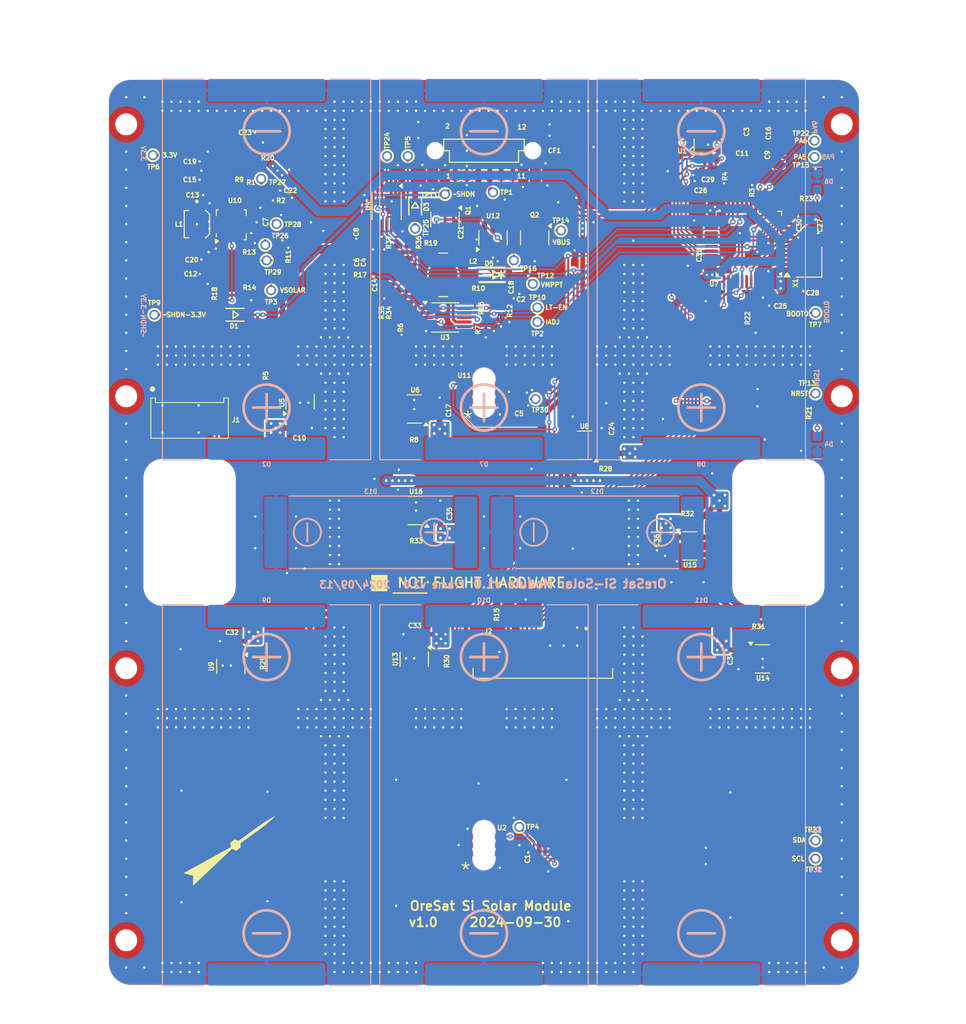
<source format=kicad_pcb>
(kicad_pcb (version 20240108) (generator "pcbnew") (generator_version "8.0")
  (title_block (title "OreSat Solar Module - Silicon Cells") (date "2024-09-30") (rev "1.0"))
  (layers (0 "F.Cu" signal) (31 "B.Cu" signal) (34 "B.Paste" user) (35 "F.Paste" user) (36 "B.SilkS" user "B.Silkscreen") (37 "F.SilkS" user "F.Silkscreen") (38 "B.Mask" user) (39 "F.Mask" user) (44 "Edge.Cuts" user))
  (net 0 "")
  (net 1 "Net-(C2-Pad1)")
  (net 2 "VSOLAR")
  (net 3 "3.3V")
  (net 4 "Net-(U10-VAUX)")
  (net 5 "CANH")
  (net 6 "CANL")
  (net 7 "GND")
  (net 8 "Net-(U10-VIN)")
  (net 9 "/1u_panel-power/TPS-VOUT-3.3V")
  (net 10 "LT1618-ENABLE")
  (net 11 "/1u_panel-power/VMPPT")
  (net 12 "Net-(U10-FB)")
  (net 13 "VBUS")
  (net 14 "Net-(D2-A1)")
  (net 15 "LT1618-IADJ")
  (net 16 "/1u_panel-power/~{SHUTDOWN}")
  (net 17 "Net-(CF1-AUX-Pad7)")
  (net 18 "/1u_panel-power/~{SHDN-3.3V}")
  (net 19 "/1u_panel-power/~{SHDN-OUPUT}")
  (net 20 "Net-(D4-PadA)")
  (net 21 "Net-(D5-ANODE)")
  (net 27 "/1u_panel-microcontroller/NRESET")
  (net 28 "/1u_panel-microcontroller/PA3{slash}USART2_RX")
  (net 29 "/1u_panel-microcontroller/PA2{slash}USART2_TX")
  (net 30 "/1u_panel-microcontroller/SWDIO")
  (net 31 "/1u_panel-microcontroller/SWCLK")
  (net 32 "Net-(J2-DEBUG-1)")
  (net 33 "Net-(U10-L1)")
  (net 34 "Net-(U10-L2)")
  (net 35 "Net-(Q2A-G)")
  (net 36 "Net-(Q2A-S)")
  (net 37 "Net-(U10-PG)")
  (net 38 "SCL")
  (net 39 "SDA")
  (net 40 "Net-(U10-PS{slash}SYNC)")
  (net 41 "/1u_panel-microcontroller/BOOT0")
  (net 42 "/1u_panel-microcontroller/PA0")
  (net 43 "Net-(U2-ALERT)")
  (net 44 "Net-(U7-PA5)")
  (net 45 "Net-(U12-STAT)")
  (net 46 "Net-(U7-PA6)")
  (net 47 "Net-(U11-ALERT)")
  (net 48 "/1u_panel-microcontroller/CAN_TX")
  (net 49 "/1u_panel-microcontroller/CAN_RX")
  (net 50 "/1u_panel-microcontroller/CAN_SHDN")
  (net 51 "/1u_panel-microcontroller/CAN_SILENT")
  (net 66 "Net-(D7-A1)")
  (net 67 "Net-(D8-A1)")
  (net 68 "Net-(D9-A1)")
  (net 69 "Net-(D10-A1)")
  (net 70 "Net-(D11-A1)")
  (net 71 "Net-(D12-A1)")
  (net 72 "Net-(D13-A1)")
  (net 81 "Net-(U4-Vin-)")
  (net 82 "Net-(U4-Vbus)")
  (net 83 "Net-(U4-~{Alert})")
  (net 84 "Net-(Q1-S)")
  (net 85 "Net-(L2-Pad1)")
  (net 86 "/1u_panel-microcontroller/OSC_OUT")
  (net 87 "/1u_panel-microcontroller/OSC_IN")
  (net 88 "Net-(D6-A)")
  (net 91 "Net-(U3-FB)")
  (net 92 "Net-(U3-VC)")
  (net 93 "Net-(U3-ISN)")
  (net 94 "Net-(U3-ISP)")
  (footprint "oresat-misc:TestPoint-0.75mm-th" (layer "F.Cu") (at 185.1 141)
    (property "Reference" "TP31" (at -0.2 1.2 0) (layer "F.SilkS") (effects (font (size 0.508 0.508) (thickness 0.127) (bold yes))))
    (property "Value" "TEST-POINT-LARGE-SQUARE" (hide yes))
    (pad "1" thru_hole circle (at 0 0) (size 1.1 1.1) (drill 0.75) (property pad_prop_testpoint) (layers "*.Cu" "*.Mask") (net 38 "SCL"))
  )
  (footprint "oresat-passives:0805-C-NOSILK" (layer "F.Cu") (at 181 60.7536 90)
    (property "Reference" "C16" (at -1.0464 -0.8 90) (layer "F.SilkS") (effects (font (size 0.508 0.508) (thickness 0.127)) (justify left bottom)))
    (property "Value" "22u" (hide yes))
    (pad "1" smd roundrect (at -0.8 0 90) (size 0.95 1.35) (layers "F.Cu" "F.Paste") (roundrect_rratio 0.21) (net 3 "3.3V"))
    (pad "2" smd roundrect (at 0.8 0 90) (size 0.95 1.35) (layers "F.Cu" "F.Paste") (roundrect_rratio 0.21) (net 7 "GND"))
  )
  (footprint "oresat-misc:TestPoint-0.75mm-th" (layer "F.Cu") (at 154.4011 80.2036)
    (property "Reference" "TP10" (at -0.0011 -1.1036 0) (layer "F.SilkS") (effects (font (size 0.508 0.508) (thickness 0.127))))
    (property "Value" "TEST-POINT-LARGE-SQUARE" (hide yes))
    (pad "1" thru_hole circle (at 0 0) (size 1.1 1.1) (drill 0.75) (property pad_prop_testpoint) (layers "*.Cu" "*.Mask") (net 10 "LT1618-ENABLE"))
  )
  (footprint "Package_TO_SOT_SMD:SOT-23-6" (layer "F.Cu") (at 154.1011 72.5036 -90)
    (property "Reference" "Q2" (at -2.5036 0.0011 0) (layer "F.SilkS") (effects (font (size 0.508 0.508) (thickness 0.127))))
    (property "Value" "DMP2240UDM-7")
    (pad "1" smd roundrect (at -1.1375 -0.95 270) (size 1.325 0.6) (layers "F.Cu" "F.Paste" "F.Mask") (net 35 "Net-(Q2A-G)"))
    (pad "2" smd roundrect (at -1.1375 0 270) (size 1.325 0.6) (layers "F.Cu" "F.Paste" "F.Mask") (net 36 "Net-(Q2A-S)"))
    (pad "3" smd roundrect (at -1.1375 0.95 270) (size 1.325 0.6) (layers "F.Cu" "F.Paste" "F.Mask") (net 35 "Net-(Q2A-G)"))
    (pad "4" smd roundrect (at 1.1375 0.95 270) (size 1.325 0.6) (layers "F.Cu" "F.Paste" "F.Mask") (net 11 "/1u_panel-power/VMPPT"))
    (pad "5" smd roundrect (at 1.1375 0 270) (size 1.325 0.6) (layers "F.Cu" "F.Paste" "F.Mask") (net 36 "Net-(Q2A-S)"))
    (pad "6" smd roundrect (at 1.1375 -0.95 270) (size 1.325 0.6) (layers "F.Cu" "F.Paste" "F.Mask") (net 13 "VBUS"))
  )
  (footprint "oresat-misc:ECS-160-10-36Q-ES-TR" (layer "F.Cu") (at 184.4 75.2 90)
    (property "Reference" "X1" (at -2.3 -1.5 90) (layer "F.SilkS") (effects (font (size 0.508 0.508) (thickness 0.127))))
    (property "Value" "ECS-160-10-36Q-ES-TR")
    (pad "1" smd rect (at -0.85 0.65 90) (size 1.2 1) (layers "F.Cu" "F.Paste" "F.Mask") (net 87 "/1u_panel-microcontroller/OSC_IN"))
    (pad "2" smd rect (at 0.85 0.65 90) (size 1.2 1) (layers "F.Cu" "F.Paste" "F.Mask") (net 7 "GND"))
    (pad "3" smd rect (at 0.85 -0.65 90) (size 1.2 1) (layers "F.Cu" "F.Paste" "F.Mask") (net 86 "/1u_panel-microcontroller/OSC_OUT"))
    (pad "4" smd rect (at -0.85 -0.65 90) (size 1.2 1) (layers "F.Cu" "F.Paste" "F.Mask") (net 7 "GND"))
  )
  (footprint "oresat-passives:0603-C-NOSILK" (layer "F.Cu") (at 148.2 79.2036 180)
    (property "Reference" "R16" (at -0.3 -1.8964 -90) (layer "F.SilkS") (effects (font (size 0.508 0.508) (thickness 0.127)) (justify left bottom)))
    (property "Value" "2k")
    (pad "1" smd roundrect (at -0.7 0 180) (size 0.6 0.9) (layers "F.Cu" "F.Paste") (net 1 "Net-(C2-Pad1)"))
    (pad "2" smd roundrect (at 0.7 0 180) (size 0.6 0.9) (layers "F.Cu" "F.Paste") (net 92 "Net-(U3-VC)"))
  )
  (footprint "oresat-passives:0603-C-NOSILK" (layer "F.Cu") (at 152.4 77.3 -90)
    (property "Reference" "C18" (at 1.5 0.6 -90) (layer "F.SilkS") (effects (font (size 0.508 0.508) (thickness 0.127) (bold yes)) (justify left bottom)))
    (property "Value" "4.7u")
    (pad "1" smd roundrect (at -0.7 0 270) (size 0.6 0.9) (layers "F.Cu" "F.Paste") (net 11 "/1u_panel-power/VMPPT"))
    (pad "2" smd roundrect (at 0.7 0 270) (size 0.6 0.9) (layers "F.Cu" "F.Paste") (net 7 "GND"))
  )
  (footprint "oresat-passives:0603-C-NOSILK" (layer "F.Cu") (at 171.8 76.3 -90)
    (property "Reference" "C31" (at -1 -0.75 -90) (layer "F.SilkS") (effects (font (size 0.508 0.508) (thickness 0.127) (bold yes)) (justify left bottom)))
    (property "Value" "100n")
    (pad "1" smd roundrect (at -0.7 0 270) (size 0.6 0.9) (layers "F.Cu" "F.Paste") (net 7 "GND"))
    (pad "2" smd roundrect (at 0.7 0 270) (size 0.6 0.9) (layers "F.Cu" "F.Paste") (net 3 "3.3V"))
  )
  (footprint "oresat-passives:0603-C-NOSILK" (layer "F.Cu") (at 144.5 73.1)
    (property "Reference" "R19" (at -2.7 0.3 0) (layer "F.SilkS") (effects (font (size 0.508 0.508) (thickness 0.127)) (justify left bottom)))
    (property "Value" "100k")
    (pad "1" smd roundrect (at -0.7 0) (size 0.6 0.9) (layers "F.Cu" "F.Paste") (net 19 "/1u_panel-power/~{SHDN-OUPUT}"))
    (pad "2" smd roundrect (at 0.7 0) (size 0.6 0.9) (layers "F.Cu" "F.Paste") (net 11 "/1u_panel-power/VMPPT"))
  )
  (footprint "Fiducial:Fiducial_1mm_Mask2mm" (layer "F.Cu") (at 184.0011 150.0036)
    (property "Reference" "U$2" (hide yes))
    (property "Value" "FIDUCIAL" (hide yes))
    (pad "" smd circle (at 0 0) (size 1 1) (layers "F.Cu" "F.Mask") (clearance 0.5))
  )
  (footprint "oresat-misc:TestPoint-0.75mm-th" (layer "F.Cu") (at 124.3511 73.3036 180)
    (property "Reference" "TP26" (at -1.6489 1.0036 0) (layer "F.SilkS") (effects (font (size 0.508 0.508) (thickness 0.127))))
    (property "Value" "TEST-POINT-LARGE-SQUARE" (hide yes))
    (pad "1" thru_hole circle (at 0 0 180) (size 1.1 1.1) (drill 0.75) (property pad_prop_testpoint) (layers "*.Cu" "*.Mask") (net 37 "Net-(U10-PG)"))
  )
  (footprint "oresat-passives:0805-C-NOSILK" (layer "F.Cu") (at 118.8011 64.1036 180)
    (property "Reference" "C19" (at 3.6011 -0.2964 180) (layer "F.SilkS") (effects (font (size 0.508 0.508) (thickness 0.127)) (justify left bottom)))
    (property "Value" "22u")
    (pad "1" smd roundrect (at -0.8 0 180) (size 0.95 1.35) (layers "F.Cu" "F.Paste") (roundrect_rratio 0.21) (net 9 "/1u_panel-power/TPS-VOUT-3.3V"))
    (pad "2" smd roundrect (at 0.8 0 180) (size 0.95 1.35) (layers "F.Cu" "F.Paste") (roundrect_rratio 0.21) (net 7 "GND"))
  )
  (footprint "oresat-passives:0603-C-NOSILK" (layer "F.Cu") (at 173.2 65.2)
    (property "Reference" "C29" (at -0.8 1.2 0) (layer "F.SilkS") (effects (font (size 0.508 0.508) (thickness 0.127) (bold yes)) (justify left bottom)))
    (property "Value" "100n")
    (pad "1" smd roundrect (at -0.7 0) (size 0.6 0.9) (layers "F.Cu" "F.Paste") (net 7 "GND"))
    (pad "2" smd roundrect (at 0.7 0) (size 0.6 0.9) (layers "F.Cu" "F.Paste") (net 3 "3.3V"))
  )
  (footprint "oresat-passives:0603-C-NOSILK" (layer "F.Cu") (at 118.9511 67.8036 180)
    (property "Reference" "C13" (at 3.4511 -0.2964 180) (layer "F.SilkS") (effects (font (size 0.508 0.508) (thickness 0.127)) (justify left bottom)))
    (property "Value" "10u")
    (pad "1" smd roundrect (at -0.7 0 180) (size 0.6 0.9) (layers "F.Cu" "F.Paste") (net 9 "/1u_panel-power/TPS-VOUT-3.3V"))
    (pad "2" smd roundrect (at 0.7 0 180) (size 0.6 0.9) (layers "F.Cu" "F.Paste") (net 7 "GND"))
  )
  (footprint "oresat-passives:0603-C-NOSILK" (layer "F.Cu") (at 150.4 80.9 90)
    (property "Reference" "R12" (at -0.4964 1.2489 90) (layer "F.SilkS") (effects (font (size 0.508 0.508) (thickness 0.127)) (justify left bottom)))
    (property "Value" "14.7k")
    (pad "1" smd roundrect (at -0.7 0 90) (size 0.6 0.9) (layers "F.Cu" "F.Paste") (net 7 "GND"))
    (pad "2" smd roundrect (at 0.7 0 90) (size 0.6 0.9) (layers "F.Cu" "F.Paste") (net 91 "Net-(U3-FB)"))
  )
  (footprint "oresat-passives:744042100" (layer "F.Cu") (at 144 76.6)
    (property "Reference" "L2" (at 3.3 -1.5 0) (layer "F.SilkS") (effects (font (size 0.508 0.508) (thickness 0.127) (bold yes))))
    (property "Value" "10u" (hide yes))
    (pad "1" smd custom (at -1.91 0 180) (size 0.1 0.1) (layers "F.Cu" "F.Paste" "F.Mask") (net 85 "Net-(L2-Pad1)") (options (clearance outline) (anchor rect)) (primitives (gr_poly (pts (arc (start -1.16 1.6363) (mid -0.110009 0) (end -1.16 -1.6363)) (xy -1.16 -2.65) (xy 0.84 -2.65) (xy 0.84 2.65) (xy -1.16 2.65)) (width 0) (fill yes))))
    (pad "2" smd custom (at 1.91 0) (size 0.1 0.1) (layers "F.Cu" "F.Paste" "F.Mask") (net 21 "Net-(D5-ANODE)") (options (clearance outline) (anchor rect)) (primitives (gr_poly (pts (arc (start -1.16 1.6363) (mid -0.110009 0) (end -1.16 -1.6363)) (xy -1.16 -2.65) (xy 0.84 -2.65) (xy 0.84 2.65) (xy -1.16 2.65)) (width 0) (fill yes))))
  )
  (footprint "oresat-misc:TestPoint-0.75mm-th" (layer "F.Cu") (at 153.9 77.6)
    (property "Reference" "TP12" (at 1.4 -0.9 0) (layer "F.SilkS") (effects (font (size 0.508 0.508) (thickness 0.127))))
    (property "Value" "TEST-POINT-LARGE-SQUARE" (hide yes))
    (pad "1" thru_hole circle (at 0 0) (size 1.1 1.1) (drill 0.75) (property pad_prop_testpoint) (layers "*.Cu" "*.Mask") (net 11 "/1u_panel-power/VMPPT"))
  )
  (footprint "oresat-passives:0805-C-NOSILK" (layer "F.Cu") (at 118.8011 66.1036 180)
    (property "Reference" "C15" (at 3.6011 -0.2964 180) (layer "F.SilkS") (effects (font (size 0.508 0.508) (thickness 0.127)) (justify left bottom)))
    (property "Value" "22u")
    (pad "1" smd roundrect (at -0.8 0 180) (size 0.95 1.35) (layers "F.Cu" "F.Paste") (roundrect_rratio 0.21) (net 9 "/1u_panel-power/TPS-VOUT-3.3V"))
    (pad "2" smd roundrect (at 0.8 0 180) (size 0.95 1.35) (layers "F.Cu" "F.Paste") (roundrect_rratio 0.21) (net 7 "GND"))
  )
  (footprint "oresat-ics:DBV6-SLOT" (layer "F.Cu") (at 148.5011 139.5036 180)
    (property "Reference" "U2" (at -1.3989 1.6036 180) (layer "F.SilkS") (effects (font (size 0.508 0.508) (thickness 0.127)) (justify left bottom)))
    (property "Value" "TMP101NA/3KSLOTTED" (hide yes))
    (fp_line (start 1.2 1.5) (end 1.2 -1.5) (stroke (width 0.05)) (layer "Edge.Cuts"))
    (fp_line (start -1.2 -1.5) (end -1.2 1.5) (stroke (width 0.05)) (layer "Edge.Cuts"))
    (fp_arc (start 1.2 1.5) (mid 0 2.7) (end -1.2 1.5) (stroke (width 0.05)) (layer "Edge.Cuts"))
    (fp_arc (start -1.2 -1.5) (mid 0 -2.7) (end 1.2 -1.5) (stroke (width 0.05)) (layer "Edge.Cuts"))
    (fp_text user "*" (at 2.7511 -3.7464 180) (layer "F.SilkS") (effects (font (size 1.63576 1.63576) (thickness 0.14224)) (justify left bottom)))
    (pad "1" smd rect (at 1.75 -0.95 180) (size 1.1 0.6) (layers "F.Cu" "F.Paste" "F.Mask") (net 3 "3.3V"))
    (pad "2" smd rect (at 1.75 0 180) (size 1.1 0.6) (layers "F.Cu" "F.Paste" "F.Mask") (net 7 "GND"))
    (pad "3" smd rect (at 1.75 0.95 180) (size 1.1 0.6) (layers "F.Cu" "F.Paste" "F.Mask") (net 39 "SDA"))
    (pad "4" smd rect (at -1.75 0.95 180) (size 1.1 0.6) (layers "F.Cu" "F.Paste" "F.Mask") (net 38 "SCL"))
    (pad "5" smd rect (at -1.75 0 180) (size 1.1 0.6) (layers "F.Cu" "F.Paste" "F.Mask") (net 7 "GND"))
    (pad "6" smd rect (at -1.75 -0.95 180) (size 1.1 0.6) (layers "F.Cu" "F.Paste" "F.Mask") (net 43 "Net-(U2-ALERT)"))
    (zone (net 0) (net_name "") (layers "F&B.Cu" "Edge.Cuts") (connect_pads (clearance 0)) (min_thickness 0.25)
      (keepout (tracks not_allowed) (vias not_allowed) (pads not_allowed) (copperpour not_allowed) (footprints allowed))
      (fill (thermal_gap 0.5) (thermal_bridge_width 0.5))
      (polygon (pts (arc (start 149.7011 141.0036) (mid 148.5011 142.2036) (end 147.3011 141.0036)) (arc (start 147.3011 138.0036) (mid 148.5011 136.8036) (end 149.7011 138.0036))))
    )
  )
  (footprint "oresat-misc:TestPoint-0.75mm-th" (layer "F.Cu") (at 185.0011 61.8036)
    (property "Reference" "TP22" (at -1.5011 -0.8036 0) (layer "F.SilkS") (effects (font (size 0.508 0.508) (thickness 0.127) (bold yes))))
    (property "Value" "TEST-POINT-LARGE-SQUARE" (hide yes))
    (pad "1" thru_hole circle (at 0 0) (size 1.1 1.1) (drill 0.75) (property pad_prop_testpoint) (layers "*.Cu" "*.Mask") (net 46 "Net-(U7-PA6)"))
  )
  (footprint "oresat-passives:0603-C-NOSILK" (layer "F.Cu") (at 168.5 106.25 -90)
    (property "Reference" "C36" (at -1.15 1.2 90) (layer "F.SilkS") (effects (font (size 0.508 0.508) (thickness 0.127)) (justify right top)))
    (property "Value" "1u")
    (pad "1" smd roundrect (at -0.7 0 270) (size 0.6 0.9) (layers "F.Cu" "F.Paste") (net 71 "Net-(D12-A1)"))
    (pad "2" smd roundrect (at 0.7 0 270) (size 0.6 0.9) (layers "F.Cu" "F.Paste") (net 7 "GND"))
  )
  (footprint "oresat-passives:0603-C-NOSILK" (layer "F.Cu") (at 123.49364 70.744654 -90)
    (property "Reference" "C7" (at -0.544654 -0.60636 90) (layer "F.SilkS") (effects (font (size 0.508 0.508) (thickness 0.127)) (justify right top)))
    (property "Value" "100n")
    (pad "1" smd roundrect (at -0.7 0 270) (size 0.6 0.9) (layers "F.Cu" "F.Paste") (net 4 "Net-(U10-VAUX)"))
    (pad "2" smd roundrect (at 0.7 0 270) (size 0.6 0.9) (layers "F.Cu" "F.Paste") (net 7 "GND"))
  )
  (footprint "oresat-passives:0805-C-NOSILK" (layer "F.Cu") (at 122.4511 76.7036)
    (property "Reference" "R14" (at -0.6511 1.5964 0) (layer "F.SilkS") (effects (font (size 0.508 0.508) (thickness 0.127)) (justify left bottom)))
    (property "Value" "0")
    (pad "1" smd roundrect (at -0.8 0) (size 0.95 1.35) (layers "F.Cu" "F.Paste") (roundrect_rratio 0.21) (net 8 "Net-(U10-VIN)"))
    (pad "2" smd roundrect (at 0.8 0) (size 0.95 1.35) (layers "F.Cu" "F.Paste") (roundrect_rratio 0.21) (net 2 "VSOLAR"))
  )
  (footprint "oresat-pcbs:ORESAT-SOLAR-BOARD-V4" (layer "F.Cu") (at 107.0011 155.0036)
    (property "Reference" "PCB1" (hide yes))
    (property "Value" "ORESAT-SOLAR-BOARD-V1.0-SILICON-CELLS")
    (fp_line (start 0 -2.5) (end 0 -97.5) (stroke (width 0.001)) (layer "Edge.Cuts"))
    (fp_line (start 2.5 -100) (end 80.5 -100) (stroke (width 0.001)) (layer "Edge.Cuts"))
    (fp_line (start 4 -56) (end 4 -44) (stroke (width 0.001)) (layer "Edge.Cuts"))
    (fp_line (start 6 -42) (end 12 -42) (stroke (width 0.001)) (layer "Edge.Cuts"))
    (fp_line (start 12 -58) (end 6 -58) (stroke (width 0.001)) (layer "Edge.Cuts"))
    (fp_line (start 14 -44) (end 14 -56) (stroke (width 0.001)) (layer "Edge.Cuts"))
    (fp_line (start 69 -44) (end 69 -56) (stroke (width 0.001)) (layer "Edge.Cuts"))
    (fp_line (start 71 -58) (end 77 -58) (stroke (width 0.001)) (layer "Edge.Cuts"))
    (fp_line (start 77 -42) (end 71 -42) (stroke (width 0.001)) (layer "Edge.Cuts"))
    (fp_line (start 79 -56) (end 79 -44) (stroke (width 0.001)) (layer "Edge.Cuts"))
    (fp_line (start 80.5 0) (end 2.5 0) (stroke (width 0.001)) (layer "Edge.Cuts"))
    (fp_line (start 83 -97.5) (end 83 -2.5) (stroke (width 0.001)) (layer "Edge.Cuts"))
    (fp_arc (start 0 -97.5) (mid 0.732233 -99.267767) (end 2.5 -100) (stroke (width 0.001)) (layer "Edge.Cuts"))
    (fp_arc (start 2.5 0) (mid 0.732233 -0.732233) (end 0 -2.5) (stroke (width 0.001)) (layer "Edge.Cuts"))
    (fp_arc (start 4 -56) (mid 4.585786 -57.414214) (end 6 -58) (stroke (width 0.001)) (layer "Edge.Cuts"))
    (fp_arc (start 6 -42) (mid 4.585786 -42.585786) (end 4 -44) (stroke (width 0.001)) (layer "Edge.Cuts"))
    (fp_arc (start 12 -58) (mid 13.414214 -57.414214) (end 14 -56) (stroke (width 0.001)) (layer "Edge.Cuts"))
    (fp_arc (start 14 -44) (mid 13.414214 -42.585786) (end 12 -42) (stroke (width 0.001)) (layer "Edge.Cuts"))
    (fp_arc (start 69 -56) (mid 69.585786 -57.414214) (end 71 -58) (stroke (width 0.001)) (layer "Edge.Cuts"))
    (fp_arc (start 71 -42) (mid 69.585786 -42.585786) (end 69 -44) (stroke (width 0.001)) (layer "Edge.Cuts"))
    (fp_arc (start 77 -58) (mid 78.414214 -57.414214) (end 79 -56) (stroke (width 0.001)) (layer "Edge.Cuts"))
    (fp_arc (start 79 -44) (mid 78.414214 -42.585786) (end 77 -42) (stroke (width 0.001)) (layer "Edge.Cuts"))
    (fp_arc (start 80.5 -100) (mid 82.267767 -99.267767) (end 83 -97.5) (stroke (width 0.001)) (layer "Edge.Cuts"))
    (fp_arc (start 83 -2.5) (mid 82.267767 -0.732233) (end 80.5 0) (stroke (width 0.001)) (layer "Edge.Cuts"))
    (pad "" np_thru_hole circle (at 2 -95) (size 2.1 2.1) (drill 2.1) (layers "*.Cu" "*.Mask"))
    (pad "" np_thru_hole circle (at 2 -65) (size 2.1 2.1) (drill 2.1) (layers "*.Cu" "*.Mask"))
    (pad "" np_thru_hole circle (at 2 -35) (size 2.1 2.1) (drill 2.1) (layers "*.Cu" "*.Mask"))
    (pad "" np_thru_hole circle (at 2 -5) (size 2.1 2.1) (drill 2.1) (layers "*.Cu" "*.Mask"))
    (pad "" np_thru_hole circle (at 81 -95) (size 2.1 2.1) (drill 2.1) (layers "*.Cu" "*.Mask"))
    (pad "" np_thru_hole circle (at 81 -65) (size 2.1 2.1) (drill 2.1) (layers "*.Cu" "*.Mask"))
    (pad "" np_thru_hole circle (at 81 -35) (size 2.1 2.1) (drill 2.1) (layers "*.Cu" "*.Mask"))
    (pad "" np_thru_hole circle (at 81 -5) (size 2.1 2.1) (drill 2.1) (layers "*.Cu" "*.Mask"))
    (zone (net 0) (net_name "") (layer "B.Cu") (connect_pads (clearance 0)) (min_thickness 0.25)
      (keepout (tracks not_allowed) (vias not_allowed) (pads not_allowed) (copperpour not_allowed) (footprints allowed))
      (fill (thermal_gap 0.5) (thermal_bridge_width 0.5))
      (polygon (pts (xy 111.0011 60.0036) (xy 110.980743 59.71897) (xy 110.920086 59.440135) (xy 110.820364 59.17277) (xy 110.683607 58.922318) (xy 110.512599 58.693879) (xy 110.310821 58.492101) (xy 110.082382 58.321093) (xy 109.83193 58.184336) (xy 109.564565 58.084614) (xy 109.28573 58.023957) (xy 109.0011 58.0036) (xy 108.71647 58.023957) (xy 108.437635 58.084614) (xy 108.17027 58.184336) (xy 107.919818 58.321093) (xy 107.691379 58.492101) (xy 107.489601 58.693879) (xy 107.318593 58.922318) (xy 107.181836 59.17277) (xy 107.082114 59.440135) (xy 107.021457 59.71897) (xy 107.0011 60.0036) (xy 107.021457 60.28823) (xy 107.082114 60.567065) (xy 107.181836 60.83443) (xy 107.318593 61.084882) (xy 107.489601 61.313321) (xy 107.691379 61.515099) (xy 107.919818 61.686107) (xy 108.17027 61.822864) (xy 108.437635 61.922586) (xy 108.71647 61.983243) (xy 109.0011 62.0036) (xy 109.28573 61.983243) (xy 109.564565 61.922586) (xy 109.83193 61.822864) (xy 110.082382 61.686107) (xy 110.310821 61.515099) (xy 110.512599 61.313321) (xy 110.683607 61.084882) (xy 110.820364 60.83443) (xy 110.920086 60.567065) (xy 110.980743 60.28823)))
    )
    (zone (net 0) (net_name "") (layer "B.Cu") (connect_pads (clearance 0)) (min_thickness 0.25)
      (keepout (tracks not_allowed) (vias not_allowed) (pads not_allowed) (copperpour not_allowed) (footprints allowed))
      (fill (thermal_gap 0.5) (thermal_bridge_width 0.5))
      (polygon (pts (xy 111.0011 90.0036) (xy 110.980743 89.71897) (xy 110.920086 89.440135) (xy 110.820364 89.17277) (xy 110.683607 88.922318) (xy 110.512599 88.693879) (xy 110.310821 88.492101) (xy 110.082382 88.321093) (xy 109.83193 88.184336) (xy 109.564565 88.084614) (xy 109.28573 88.023957) (xy 109.0011 88.0036) (xy 108.71647 88.023957) (xy 108.437635 88.084614) (xy 108.17027 88.184336) (xy 107.919818 88.321093) (xy 107.691379 88.492101) (xy 107.489601 88.693879) (xy 107.318593 88.922318) (xy 107.181836 89.17277) (xy 107.082114 89.440135) (xy 107.021457 89.71897) (xy 107.0011 90.0036) (xy 107.021457 90.28823) (xy 107.082114 90.567065) (xy 107.181836 90.83443) (xy 107.318593 91.084882) (xy 107.489601 91.313321) (xy 107.691379 91.515099) (xy 107.919818 91.686107) (xy 108.17027 91.822864) (xy 108.437635 91.922586) (xy 108.71647 91.983243) (xy 109.0011 92.0036) (xy 109.28573 91.983243) (xy 109.564565 91.922586) (xy 109.83193 91.822864) (xy 110.082382 91.686107) (xy 110.310821 91.515099) (xy 110.512599 91.313321) (xy 110.683607 91.084882) (xy 110.820364 90.83443) (xy 110.920086 90.567065) (xy 110.980743 90.28823)))
    )
    (zone (net 0) (net_name "") (layer "B.Cu") (connect_pads (clearance 0)) (min_thickness 0.25)
      (keepout (tracks not_allowed) (vias not_allowed) (pads not_allowed) (copperpour not_allowed) (footprints allowed))
      (fill (thermal_gap 0.5) (thermal_bridge_width 0.5))
      (polygon (pts (xy 111.0011 120.0036) (xy 110.980743 119.71897) (xy 110.920086 119.440135) (xy 110.820364 119.17277) (xy 110.683607 118.922318) (xy 110.512599 118.693879) (xy 110.310821 118.492101) (xy 110.082382 118.321093) (xy 109.83193 118.184336) (xy 109.564565 118.084614) (xy 109.28573 118.023957) (xy 109.0011 118.0036) (xy 108.71647 118.023957) (xy 108.437635 118.084614) (xy 108.17027 118.184336) (xy 107.919818 118.321093) (xy 107.691379 118.492101) (xy 107.489601 118.693879) (xy 107.318593 118.922318) (xy 107.181836 119.17277) (xy 107.082114 119.440135) (xy 107.021457 119.71897) (xy 107.0011 120.0036) (xy 107.021457 120.28823) (xy 107.082114 120.567065) (xy 107.181836 120.83443) (xy 107.318593 121.084882) (xy 107.489601 121.313321) (xy 107.691379 121.515099) (xy 107.919818 121.686107) (xy 108.17027 121.822864) (xy 108.437635 121.922586) (xy 108.71647 121.983243) (xy 109.0011 122.0036) (xy 109.28573 121.983243) (xy 109.564565 121.922586) (xy 109.83193 121.822864) (xy 110.082382 121.686107) (xy 110.310821 121.515099) (xy 110.512599 121.313321) (xy 110.683607 121.084882) (xy 110.820364 120.83443) (xy 110.920086 120.567065) (xy 110.980743 120.28823)))
    )
    (zone (net 0) (net_name "") (layer "B.Cu") (connect_pads (clearance 0)) (min_thickness 0.25)
      (keepout (tracks not_allowed) (vias not_allowed) (pads not_allowed) (copperpour not_allowed) (footprints allowed))
      (fill (thermal_gap 0.5) (thermal_bridge_width 0.5))
      (polygon (pts (xy 111.0011 150.0036) (xy 110.980743 149.71897) (xy 110.920086 149.440135) (xy 110.820364 149.17277) (xy 110.683607 148.922318) (xy 110.512599 148.693879) (xy 110.310821 148.492101) (xy 110.082382 148.321093) (xy 109.83193 148.184336) (xy 109.564565 148.084614) (xy 109.28573 148.023957) (xy 109.0011 148.0036) (xy 108.71647 148.023957) (xy 108.437635 148.084614) (xy 108.17027 148.184336) (xy 107.919818 148.321093) (xy 107.691379 148.492101) (xy 107.489601 148.693879) (xy 107.318593 148.922318) (xy 107.181836 149.17277) (xy 107.082114 149.440135) (xy 107.021457 149.71897) (xy 107.0011 150.0036) (xy 107.021457 150.28823) (xy 107.082114 150.567065) (xy 107.181836 150.83443) (xy 107.318593 151.084882) (xy 107.489601 151.313321) (xy 107.691379 151.515099) (xy 107.919818 151.686107) (xy 108.17027 151.822864) (xy 108.437635 151.922586) (xy 108.71647 151.983243) (xy 109.0011 152.0036) (xy 109.28573 151.983243) (xy 109.564565 151.922586) (xy 109.83193 151.822864) (xy 110.082382 151.686107) (xy 110.310821 151.515099) (xy 110.512599 151.313321) (xy 110.683607 151.084882) (xy 110.820364 150.83443) (xy 110.920086 150.567065) (xy 110.980743 150.28823)))
    )
    (zone (net 0) (net_name "") (layer "B.Cu") (connect_pads (clearance 0)) (min_thickness 0.25)
      (keepout (tracks not_allowed) (vias not_allowed) (pads not_allowed) (copperpour not_allowed) (footprints allowed))
      (fill (thermal_gap 0.5) (thermal_bridge_width 0.5))
      (polygon (pts (xy 190.0011 60.0036) (xy 189.980743 59.71897) (xy 189.920086 59.440135) (xy 189.820364 59.17277) (xy 189.683607 58.922318) (xy 189.512599 58.693879) (xy 189.310821 58.492101) (xy 189.082382 58.321093) (xy 188.83193 58.184336) (xy 188.564565 58.084614) (xy 188.28573 58.023957) (xy 188.0011 58.0036) (xy 187.71647 58.023957) (xy 187.437635 58.084614) (xy 187.17027 58.184336) (xy 186.919818 58.321093) (xy 186.691379 58.492101) (xy 186.489601 58.693879) (xy 186.318593 58.922318) (xy 186.181836 59.17277) (xy 186.082114 59.440135) (xy 186.021457 59.71897) (xy 186.0011 60.0036) (xy 186.021457 60.28823) (xy 186.082114 60.567065) (xy 186.181836 60.83443) (xy 186.318593 61.084882) (xy 186.489601 61.313321) (xy 186.691379 61.515099) (xy 186.919818 61.686107) (xy 187.17027 61.822864) (xy 187.437635 61.922586) (xy 187.71647 61.983243) (xy 188.0011 62.0036) (xy 188.28573 61.983243) (xy 188.564565 61.922586) (xy 188.83193 61.822864) (xy 189.082382 61.686107) (xy 189.310821 61.515099) (xy 189.512599 61.313321) (xy 189.683607 61.084882) (xy 189.820364 60.83443) (xy 189.920086 60.567065) (xy 189.980743 60.28823)))
    )
    (zone (net 0) (net_name "") (layer "B.Cu") (connect_pads (clearance 0)) (min_thickness 0.25)
      (keepout (tracks not_allowed) (vias not_allowed) (pads not_allowed) (copperpour not_allowed) (footprints allowed))
      (fill (thermal_gap 0.5) (thermal_bridge_width 0.5))
      (polygon (pts (xy 190.0011 90.0036) (xy 189.980743 89.71897) (xy 189.920086 89.440135) (xy 189.820364 89.17277) (xy 189.683607 88.922318) (xy 189.512599 88.693879) (xy 189.310821 88.492101) (xy 189.082382 88.321093) (xy 188.83193 88.184336) (xy 188.564565 88.084614) (xy 188.28573 88.023957) (xy 188.0011 88.0036) (xy 187.71647 88.023957) (xy 187.437635 88.084614) (xy 187.17027 88.184336) (xy 186.919818 88.321093) (xy 186.691379 88.492101) (xy 186.489601 88.693879) (xy 186.318593 88.922318) (xy 186.181836 89.17277) (xy 186.082114 89.440135) (xy 186.021457 89.71897) (xy 186.0011 90.0036) (xy 186.021457 90.28823) (xy 186.082114 90.567065) (xy 186.181836 90.83443) (xy 186.318593 91.084882) (xy 186.489601 91.313321) (xy 186.691379 91.515099) (xy 186.919818 91.686107) (xy 187.17027 91.822864) (xy 187.437635 91.922586) (xy 187.71647 91.983243) (xy 188.0011 92.0036) (xy 188.28573 91.983243) (xy 188.564565 91.922586) (xy 188.83193 91.822864) (xy 189.082382 91.686107) (xy 189.310821 91.515099) (xy 189.512599 91.313321) (xy 189.683607 91.084882) (xy 189.820364 90.83443) (xy 189.920086 90.567065) (xy 189.980743 90.28823)))
    )
    (zone (net 0) (net_name "") (layer "B.Cu") (connect_pads (clearance 0)) (min_thickness 0.25)
      (keepout (tracks not_allowed) (vias not_allowed) (pads not_allowed) (copperpour not_allowed) (footprints allowed))
      (fill (thermal_gap 0.5) (thermal_bridge_width 0.5))
      (polygon (pts (xy 190.0011 120.0036) (xy 189.980743 119.71897) (xy 189.920086 119.440135) (xy 189.820364 119.17277) (xy 189.683607 118.922318) (xy 189.512599 118.693879) (xy 189.310821 118.492101) (xy 189.082382 118.321093) (xy 188.83193 118.184336) (xy 188.564565 118.084614) (xy 188.28573 118.023957) (xy 188.0011 118.0036) (xy 187.71647 118.023957) (xy 187.437635 118.084614) (xy 187.17027 118.184336) (xy 186.919818 118.321093) (xy 186.691379 118.492101) (xy 186.489601 118.693879) (xy 186.318593 118.922318) (xy 186.181836 119.17277) (xy 186.082114 119.440135) (xy 186.021457 119.71897) (xy 186.0011 120.0036) (xy 186.021457 120.28823) (xy 186.082114 120.567065) (xy 186.181836 120.83443) (xy 186.318593 121.084882) (xy 186.489601 121.313321) (xy 186.691379 121.515099) (xy 186.919818 121.686107) (xy 187.17027 121.822864) (xy 187.437635 121.922586) (xy 187.71647 121.983243) (xy 188.0011 122.0036) (xy 188.28573 121.983243) (xy 188.564565 121.922586) (xy 188.83193 121.822864) (xy 189.082382 121.686107) (xy 189.310821 121.515099) (xy 189.512599 121.313321) (xy 189.683607 121.084882) (xy 189.820364 120.83443) (xy 189.920086 120.567065) (xy 189.980743 120.28823)))
    )
    (zone (net 0) (net_name "") (layer "B.Cu") (connect_pads (clearance 0)) (min_thickness 0.25)
      (keepout (tracks not_allowed) (vias not_allowed) (pads not_allowed) (copperpour not_allowed) (footprints allowed))
      (fill (thermal_gap 0.5) (thermal_bridge_width 0.5))
      (polygon (pts (xy 190.0011 150.0036) (xy 189.980743 149.71897) (xy 189.920086 149.440135) (xy 189.820364 149.17277) (xy 189.683607 148.922318) (xy 189.512599 148.693879) (xy 189.310821 148.492101) (xy 189.082382 148.321093) (xy 188.83193 148.184336) (xy 188.564565 148.084614) (xy 188.28573 148.023957) (xy 188.0011 148.0036) (xy 187.71647 148.023957) (xy 187.437635 148.084614) (xy 187.17027 148.184336) (xy 186.919818 148.321093) (xy 186.691379 148.492101) (xy 186.489601 148.693879) (xy 186.318593 148.922318) (xy 186.181836 149.17277) (xy 186.082114 149.440135) (xy 186.021457 149.71897) (xy 186.0011 150.0036) (xy 186.021457 150.28823) (xy 186.082114 150.567065) (xy 186.181836 150.83443) (xy 186.318593 151.084882) (xy 186.489601 151.313321) (xy 186.691379 151.515099) (xy 186.919818 151.686107) (xy 187.17027 151.822864) (xy 187.437635 151.922586) (xy 187.71647 151.983243) (xy 188.0011 152.0036) (xy 188.28573 151.983243) (xy 188.564565 151.922586) (xy 188.83193 151.822864) (xy 189.082382 151.686107) (xy 189.310821 151.515099) (xy 189.512599 151.313321) (xy 189.683607 151.084882) (xy 189.820364 150.83443) (xy 189.920086 150.567065) (xy 189.980743 150.28823)))
    )
  )
  (footprint "oresat-misc:TestPoint-0.75mm-th" (layer "F.Cu") (at 185.1 89.7 180)
    (property "Reference" "TP13" (at 0.9 1.15 0) (layer "F.SilkS") (effects (font (size 0.508 0.508) (thickness 0.127))))
    (property "Value" "TEST-POINT-LARGE-SQUARE" (hide yes))
    (pad "1" thru_hole circle (at 0 0 180) (size 1.1 1.1) (drill 0.75) (property pad_prop_testpoint) (layers "*.Cu" "*.Mask") (net 27 "/1u_panel-microcontroller/NRESET"))
  )
  (footprint "oresat-passives:0603-C-NOSILK" (layer "F.Cu") (at 143.7 102.9 90)
    (property "Reference" "C35" (at -0.9 1.3 -90) (layer "F.SilkS") (effects (font (size 0.508 0.508) (thickness 0.127)) (justify left bottom)))
    (property "Value" "1u")
    (pad "1" smd roundrect (at -0.7 0 90) (size 0.6 0.9) (layers "F.Cu" "F.Paste") (net 72 "Net-(D13-A1)"))
    (pad "2" smd roundrect (at 0.7 0 90) (size 0.6 0.9) (layers "F.Cu" "F.Paste") (net 7 "GND"))
  )
  (footprint "Package_TO_SOT_SMD:TSOT-23-5" (layer "F.Cu") (at 128.2 90.6 90)
    (property "Reference" "U5" (at -0.1 -2 -90) (layer "F.SilkS") (effects (font (size 0.508 0.508) (thickness 0.127))))
    (property "Value" "LTC4411")
    (pad "1" smd roundrect (at -1.1375 -0.95 90) (size 1.325 0.6) (layers "F.Cu" "F.Paste" "F.Mask") (net 14 "Net-(D2-A1)"))
    (pad "2" smd roundrect (at -1.1375 0 90) (size 1.325 0.6) (layers "F.Cu" "F.Paste" "F.Mask") (net 7 "GND"))
    (pad "3" smd roundrect (at -1.1375 0.95 90) (size 1.325 0.6) (layers "F.Cu" "F.Paste" "F.Mask") (net 7 "GND"))
    (pad "4" smd roundrect (at 1.1375 0.95 90) (size 1.325 0.6) (layers "F.Cu" "F.Paste" "F.Mask"))
    (pad "5" smd roundrect (at 1.1375 -0.95 90) (size 1.325 0.6) (layers "F.Cu" "F.Paste" "F.Mask") (net 2 "VSOLAR"))
  )
  (footprint "oresat-passives:0603-C-NOSILK" (layer "F.Cu") (at 184.7 72.9)
    (property "Reference" "C27" (at 1.2 -0.9 90) (layer "F.SilkS") (effects (font (size 0.508 0.508) (thickness 0.127) (bold yes)) (justify left bottom)))
    (property "Value" "20p")
    (pad "1" smd roundrect (at -0.7 0) (size 0.6 0.9) (layers "F.Cu" "F.Paste") (net 86 "/1u_panel-microcontroller/OSC_OUT"))
    (pad "2" smd roundrect (at 0.7 0) (size 0.6 0.9) (layers "F.Cu" "F.Paste") (net 7 "GND"))
  )
  (footprint "Package_SO:VSSOP-10_3x3mm_P0.5mm" (layer "F.Cu") (at 137.75 69 -90)
    (property "Reference" "U4" (at 0 2.05 -90) (layer "F.SilkS") (effects (font (size 0.508 0.508) (thickness 0.127))))
    (property "Value" "INA226")
    (pad "1" smd roundrect (at -2.2 -1 270) (size 1.45 0.3) (layers "F.Cu" "F.Paste" "F.Mask") (net 7 "GND"))
    (pad "2" smd roundrect (at -2.2 -0.5 270) (size 1.45 0.3) (layers "F.Cu" "F.Paste" "F.Mask") (net 7 "GND"))
    (pad "3" smd roundrect (at -2.2 0 270) (size 1.45 0.3) (layers "F.Cu" "F.Paste" "F.Mask") (net 83 "Net-(U4-~{Alert})"))
    (pad "4" smd roundrect (at -2.2 0.5 270) (size 1.45 0.3) (layers "F.Cu" "F.Paste" "F.Mask") (net 38 "SCL"))
    (pad "5" smd roundrect (at -2.2 1 270) (size 1.45 0.3) (layers "F.Cu" "F.Paste" "F.Mask") (net 39 "SDA"))
    (pad "6" smd roundrect (at 2.2 1 270) (size 1.45 0.3) (layers "F.Cu" "F.Paste" "F.Mask") (net 3 "3.3V"))
    (pad "7" smd roundrect (at 2.2 0.5 270) (size 1.45 0.3) (layers "F.Cu" "F.Paste" "F.Mask") (net 7 "GND"))
    (pad "8" smd roundrect (at 2.2 0 270) (size 1.45 0.3) (layers "F.Cu" "F.Paste" "F.Mask") (net 82 "Net-(U4-Vbus)"))
    (pad "9" smd roundrect (at 2.2 -0.5 270) (size 1.45 0.3) (layers "F.Cu" "F.Paste" "F.Mask") (net 81 "Net-(U4-Vin-)"))
    (pad "10" smd roundrect (at 2.2 -1 270) (size 1.45 0.3) (layers "F.Cu" "F.Paste" "F.Mask") (net 82 "Net-(U4-Vbus)"))
  )
  (footprint "oresat-passives:0603-C-NOSILK" (layer "F.Cu") (at 118.8011 74.9036 180)
    (property "Reference" "C20" (at 3.4011 -0.3464 180) (layer "F.SilkS") (effects (font (size 0.508 0.508) (thickness 0.127)) (justify left bottom)))
    (property "Value" "10u")
    (pad "1" smd roundrect (at -0.7 0 180) (size 0.6 0.9) (layers "F.Cu" "F.Paste") (net 8 "Net-(U10-VIN)"))
    (pad "2" smd roundrect (at 0.7 0 180) (size 0.6 0.9) (layers "F.Cu" "F.Paste") (net 7 "GND"))
  )
  (footprint "oresat-passives:0603-C-NOSILK" (layer "F.Cu") (at 184.45 77.55 180)
    (property "Reference" "C28" (at -1.15 -0.75 0) (layer "F.SilkS") (effects (font (size 0.508 0.508) (thickness 0.127) (bold yes)) (justify right top)))
    (property "Value" "20p")
    (pad "1" smd roundrect (at -0.7 0 180) (size 0.6 0.9) (layers "F.Cu" "F.Paste") (net 87 "/1u_panel-microcontroller/OSC_IN"))
    (pad "2" smd roundrect (at 0.7 0 180) (size 0.6 0.9) (layers "F.Cu" "F.Paste") (net 7 "GND"))
  )
  (footprint "Package_SON:Texas_S-PWSON-N10" (layer "F.Cu") (at 120.6011 71.0736 90)
    (property "Reference" "U10" (at 2.6736 0.3989 180) (layer "F.SilkS") (effects (font (size 0.508 0.508) (thickness 0.127))))
    (property "Value" "TPS63060DSCR")
    (pad "1" smd rect (at -1.76 -1 90) (size 0.28 0.28) (layers "F.Cu" "F.Paste" "F.Mask") (net 33 "Net-(U10-L1)"))
    (pad "1" smd oval (at -1.475 -1 90) (size 0.85 0.28) (layers "F.Cu" "F.Paste" "F.Mask") (net 33 "Net-(U10-L1)"))
    (pad "2" smd rect (at -1.76 -0.5 90) (size 0.28 0.28) (layers "F.Cu" "F.Paste" "F.Mask") (net 8 "Net-(U10-VIN)"))
    (pad "2" smd oval (at -1.475 -0.5 90) (size 0.85 0.28) (layers "F.Cu" "F.Paste" "F.Mask") (net 8 "Net-(U10-VIN)"))
    (pad "3" smd rect (at -1.76 0 90) (size 0.28 0.28) (layers "F.Cu" "F.Paste" "F.Mask") (net 18 "/1u_panel-power/~{SHDN-3.3V}"))
    (pad "3" smd oval (at -1.475 0 90) (size 0.85 0.28) (layers "F.Cu" "F.Paste" "F.Mask") (net 18 "/1u_panel-power/~{SHDN-3.3V}"))
    (pad "4" smd rect (at -1.76 0.5 90) (size 0.28 0.28) (layers "F.Cu" "F.Paste" "F.Mask") (net 40 "Net-(U10-PS{slash}SYNC)"))
    (pad "4" smd oval (at -1.475 0.5 90) (size 0.85 0.28) (layers "F.Cu" "F.Paste" "F.Mask") (net 40 "Net-(U10-PS{slash}SYNC)"))
    (pad "5" smd rect (at -1.76 1 90) (size 0.28 0.28) (layers "F.Cu" "F.Paste" "F.Mask") (net 37 "Net-(U10-PG)"))
    (pad "5" smd oval (at -1.475 1 90) (size 0.85 0.28) (layers "F.Cu" "F.Paste" "F.Mask") (net 37 "Net-(U10-PG)"))
    (pad "6" smd oval (at 1.475 1 90) (size 0.85 0.28) (layers "F.Cu" "F.Paste" "F.Mask") (net 4 "Net-(U10-VAUX)"))
    (pad "6" smd rect (at 1.76 1 90) (size 0.28 0.28) (layers "F.Cu" "F.Paste" "F.Mask") (net 4 "Net-(U10-VAUX)"))
    (pad "7" smd oval (at 1.475 0.5 90) (size 0.85 0.28) (layers "F.Cu" "F.Paste" "F.Mask") (net 7 "GND"))
    (pad "7" smd rect (at 1.76 0.5 90) (size 0.28 0.28) (layers "F.Cu" "F.Paste" "F.Mask") (net 7 "GND"))
    (pad "8" smd oval (at 1.475 0 90) (size 0.85 0.28) (layers "F.Cu" "F.Paste" "F.Mask") (net 12 "Net-(U10-FB)"))
    (pad "8" smd rect (at 1.76 0 90) (size 0.28 0.28) (layers "F.Cu" "F.Paste" "F.Mask") (net 12 "Net-(U10-FB)"))
    (pad "9" smd oval (at 1.475 -0.5 90) (size 0.85 0.28) (layers "F.Cu" "F.Paste" "F.Mask") (net 9 "/1u_panel-power/TPS-VOUT-3.3V"))
    (pad "9" smd rect (at 1.76 -0.5 90) (size 0.28 0.28) (layers "F.Cu" "F.Paste" "F.Mask") (net 9 "/1u_panel-power/TPS-VOUT-3.3V"))
    (pad "10" smd oval (at 1.475 -1 90) (size 0.85 0.28) (layers "F.Cu" "F.Paste" "F.Mask") (net 34 "Net-(U10-L2)"))
    (pad "10" smd rect (at 1.76 -1 90) (size 0.28 0.28) (layers "F.Cu" "F.Paste" "F.Mask") (net 34 "Net-(U10-L2)"))
    (pad "11" smd rect (at -0.6 -1.425 90) (size 0.23 0.6) (layers "F.Cu" "F.Paste" "F.Mask") (net 7 "GND"))
    (pad "11" smd rect (at -0.6 -1.425 90) (size 0.25 0.7) (layers "F.Cu" "F.Mask") (net 7 "GND"))
    (pad "11" smd rect (at -0.6 1.425 90) (size 0.23 0.6) (layers "F.Cu" "F.Paste" "F.Mask") (net 7 "GND"))
    (pad "11" smd rect (at -0.6 1.425 90) (size 0.25 0.7) (layers "F.Cu" "F.Mask") (net 7 "GND"))
    (pad "11" smd rect (at -0.435 -0.56 90) (size 0.65 0.9) (layers "F.Cu" "F.Paste" "F.Mask") (net 7 "GND"))
    (pad "11" smd rect (at -0.435 0.56 90) (size 0.65 0.9) (layers "F.Cu" "F.Paste" "F.Mask") (net 7 "GND"))
    (pad "11" smd rect (at -0.2 -1.425 90) (size 0.23 0.6) (layers "F.Cu" "F.Paste" "F.Mask") (net 7 "GND"))
    (pad "11" smd rect (at -0.2 -1.425 90) (size 0.25 0.7) (layers "F.Cu" "F.Mask") (net 7 "GND"))
    (pad "11" smd rect (at -0.2 1.425 90) (size 0.23 0.6) (layers "F.Cu" "F.Paste" "F.Mask") (net 7 "GND"))
    (pad "11" smd rect (at -0.2 1.425 90) (size 0.25 0.7) (layers "F.Cu" "F.Mask") (net 7 "GND"))
    (pad "11" smd rect (at 0 0 90) (size 1.7 2.15) (layers "F.Cu" "F.Mask") (net 7 "GND"))
    (pad "11" smd rect (at 0.2 -1.425 90) (size 0.23 0.6) (layers "F.Cu" "F.Paste" "F.Mask") (net 7 "GND"))
    (pad "11" smd rect (at 0.2 -1.425 90) (size 0.25 0.7) (layers "F.Cu" "F.Mask") (net 7 "GND"))
    (pad "11" smd rect (at 0.2 1.425 90) (size 0.23 0.6) (layers "F.Cu" "F.Paste" "F.Mask") (net 7 "GND"))
    (pad "11" smd rect (at 0.2 1.425 90) (size 0.25 0.7) (layers "F.Cu" "F.Mask") (net 7 "GND"))
    (pad "11" smd rect (at 0.435 -0.56 90) (size 0.65 0.9) (layers "F.Cu" "F.Paste" "F.Mask") (net 7 "GND"))
    (pad "11" smd rect (at 0.435 0.56 90) (size 0.65 0.9) (layers "F.Cu" "F.Paste" "F.Mask") (net 7 "GND"))
    (pad "11" smd rect (at 0.6 -1.425 90) (size 0.23 0.6) (layers "F.Cu" "F.Paste" "F.Mask") (net 7 "GND"))
    (pad "11" smd rect (at 0.6 -1.425 90) (size 0.25 0.7) (layers "F.Cu" "F.Mask") (net 7 "GND"))
    (pad "11" smd rect (at 0.6 1.425 90) (size 0.23 0.6) (layers "F.Cu" "F.Paste" "F.Mask") (net 7 "GND"))
    (pad "11" smd rect (at 0.6 1.425 90) (size 0.25 0.7) (layers "F.Cu" "F.Mask") (net 7 "GND"))
  )
  (footprint "oresat-passives:0603-C-NOSILK" (layer "F.Cu") (at 119.8011 78.7036 90)
    (property "Reference" "R18" (at -0.7964 -0.75 90) (layer "F.SilkS") (effects (font (size 0.508 0.508) (thickness 0.127)) (justify left bottom)))
    (property "Value" "100k")
    (pad "1" smd roundrect (at -0.7 0 90) (size 0.6 0.9) (layers "F.Cu" "F.Paste") (net 18 "/1u_panel-power/~{SHDN-3.3V}"))
    (pad "2" smd roundrect (at 0.7 0 90) (size 0.6 0.9) (layers "F.Cu" "F.Paste") (net 8 "Net-(U10-VIN)"))
  )
  (footprint "oresat-misc:TestPoint-0.75mm-th" (layer "F.Cu") (at 137.8 63.5 180)
    (property "Reference" "TP24" (at 0 1.7 90) (layer "F.SilkS") (effects (font (size 0.508 0.508) (thickness 0.127))))
    (property "Value" "TEST-POINT-LARGE-SQUARE" (hide yes))
    (pad "1" thru_hole circle (at 0 0 180) (size 1.1 1.1) (drill 0.75) (property pad_prop_testpoint) (layers "*.Cu" "*.Mask") (net 83 "Net-(U4-~{Alert})"))
  )
  (footprint "oresat-passives:0603-C-NOSILK" (layer "F.Cu") (at 160 97.9 180)
    (property "Reference" "R28" (at -1.1 -0.4 180) (layer "F.SilkS") (effects (font (size 0.508 0.508) (thickness 0.127)) (justify left bottom)))
    (property "Value" "0")
    (pad "1" smd roundrect (at -0.7 0 180) (size 0.6 0.9) (layers "F.Cu" "F.Paste") (net 67 "Net-(D8-A1)"))
    (pad "2" smd roundrect (at 0.7 0 180) (size 0.6 0.9) (layers "F.Cu" "F.Paste") (net 2 "VSOLAR"))
  )
  (footprint "oresat-passives:0603-C-NOSILK" (layer "F.Cu") (at 140.75 93.8 180)
    (property "Reference" "R8" (at 0.55 -1.3 180) (layer "F.SilkS") (effects (font (size 0.508 0.508) (thickness 0.127)) (justify left bottom)))
    (property "Value" "0")
    (pad "1" smd roundrect (at -0.7 0 180) (size 0.6 0.9) (layers "F.Cu" "F.Paste") (net 66 "Net-(D7-A1)"))
    (pad "2" smd roundrect (at 0.7 0 180) (size 0.6 0.9) (layers "F.Cu" "F.Paste") (net 2 "VSOLAR"))
  )
  (footprint "oresat-graphics:FLIGHTMARKER_NEW_BOARDS" (layer "F.Cu") (at 136.3 111.2)
    (property "Reference" "U$1" (hide yes))
    (property "Value" "FLIGHMARKERNEW" (hide yes))
    (fp_text user "NOT FLIGHT HARDWARE" (at 2.54 0 0) (layer "F.SilkS") (effects (font (size 1.0795 1.0795) (thickness 0.1905)) (justify left bottom)))
  )
  (footprint "oresat-passives:0603-C-NOSILK" (layer "F.Cu") (at 125.3 87.8 90)
    (property "Reference" "R5" (at -0.5 -0.6 90) (layer "F.SilkS") (effects (font (size 0.508 0.508) (thickness 0.127)) (justify left bottom)))
    (property "Value" "0")
    (pad "1" smd roundrect (at -0.7 0 90) (size 0.6 0.9) (layers "F.Cu" "F.Paste") (net 14 "Net-(D2-A1)"))
    (pad "2" smd roundrect (at 0.7 0 90) (size 0.6 0.9) (layers "F.Cu" "F.Paste") (net 2 "VSOLAR"))
  )
  (footprint "oresat-passives:0603-C-NOSILK" (layer "F.Cu") (at 152.4011 141.0036 90)
    (property "Reference" "C1" (at -0.5964 1.1989 90) (layer "F.SilkS") (effects (font (size 0.508 0.508) (thickness 0.127)) (justify left bottom)))
    (property "Value" "100n")
    (pad "1" smd roundrect (at -0.7 0 90) (size 0.6 0.9) (layers "F.Cu" "F.Paste") (net 3 "3.3V"))
    (pad "2" smd roundrect (at 0.7 0 90) (size 0.6 0.9) (layers "F.Cu" "F.Paste") (net 7 "GND"))
  )
  (footprint "oresat-connectors:J-Harwin-M55-60X1242R" (layer "F.Cu") (at 148.5011 62.9036)
    (property "Reference" "CF1" (at 6.985 0 0) (layer "F.SilkS") (effects (font (size 0.508 0.508) (thickness 0.127)) (justify left)))
    (property "Value" "M55-6021242R" (hide yes))
    (fp_text user "1" (at -3.6011 2.4964 0) (layer "F.SilkS") (effects (font (size 0.508 0.508) (thickness 0.127)) (justify right top)))
    (fp_text user "11" (at 4.6989 2.4964 0) (layer "F.SilkS") (effects (font (size 0.508 0.508) (thickness 0.127)) (justify right top)))
    (fp_text user "12" (at 4.7489 -2.9036 0) (layer "F.SilkS") (effects (font (size 0.508 0.508) (thickness 0.127)) (justify right top)))
    (fp_text user "2" (at -3.7011 -3.0036 0) (layer "F.SilkS") (effects (font (size 0.508 0.508) (thickness 0.127)) (justify right top)))
    (pad "" np_thru_hole circle (at -5.385 0) (size 1.6 1.6) (drill 1.6) (layers "*.Cu" "*.Mask"))
    (pad "" np_thru_hole circle (at 5.385 0) (size 1.6 1.6) (drill 1.6) (layers "*.Cu" "*.Mask"))
    (pad "1" smd rect (at -3.175 2.75 180) (size 0.8 1.1) (layers "F.Cu" "F.Paste" "F.Mask") (net 16 "/1u_panel-power/~{SHUTDOWN}"))
    (pad "2" smd rect (at -3.175 -2.75 180) (size 0.8 1.1) (layers "F.Cu" "F.Paste" "F.Mask") (net 16 "/1u_panel-power/~{SHUTDOWN}"))
    (pad "3" smd rect (at -1.905 2.75 180) (size 0.8 1.1) (layers "F.Cu" "F.Paste" "F.Mask") (net 7 "GND"))
    (pad "4" smd rect (at -1.905 -2.75 180) (size 0.8 1.1) (layers "F.Cu" "F.Paste" "F.Mask") (net 7 "GND"))
    (pad "5" smd rect (at -0.635 2.75 180) (size 0.8 1.1) (layers "F.Cu" "F.Paste" "F.Mask") (net 13 "VBUS"))
    (pad "6" smd rect (at -0.635 -2.75 180) (size 0.8 1.1) (layers "F.Cu" "F.Paste" "F.Mask") (net 13 "VBUS"))
    (pad "7" smd rect (at 0.635 2.75 180) (size 0.8 1.1) (layers "F.Cu" "F.Paste" "F.Mask") (net 17 "Net-(CF1-AUX-Pad7)"))
    (pad "8" smd rect (at 0.635 -2.75 180) (size 0.8 1.1) (layers "F.Cu" "F.Paste" "F.Mask") (net 17 "Net-(CF1-AUX-Pad7)"))
    (pad "9" smd rect (at 1.905 2.75 180) (size 0.8 1.1) (layers "F.Cu" "F.Paste" "F.Mask") (net 5 "CANH"))
    (pad "10" smd rect (at 1.905 -2.75 180) (size 0.8 1.1) (layers "F.Cu" "F.Paste" "F.Mask") (net 5 "CANH"))
    (pad "11" smd rect (at 3.175 2.75 180) (size 0.8 1.1) (layers "F.Cu" "F.Paste" "F.Mask") (net 6 "CANL"))
    (pad "12" smd rect (at 3.175 -2.75 180) (size 0.8 1.1) (layers "F.Cu" "F.Paste" "F.Mask") (net 6 "CANL"))
    (pad "P$1" smd rect (at -5.67 2.45 90) (size 2.7 1.2) (layers "F.Cu" "F.Paste" "F.Mask") (net 7 "GND"))
    (pad "P$2" smd rect (at -5.67 -2.45 90) (size 2.7 1.2) (layers "F.Cu" "F.Paste" "F.Mask") (net 7 "GND"))
    (pad "P$3" smd rect (at 5.67 2.45 90) (size 2.7 1.2) (layers "F.Cu" "F.Paste" "F.Mask") (net 7 "GND"))
    (pad "P$4" smd rect (at 5.67 -2.45 90) (size 2.7 1.2) (layers "F.Cu" "F.Paste" "F.Mask") (net 7 "GND"))
  )
  (footprint "oresat-misc:TestPoint-0.75mm-th" (layer "F.Cu") (at 124.5011 75.0036 180)
    (property "Reference" "TP29" (at -0.6989 -1.2964 0) (layer "F.SilkS") (effects (font (size 0.508 0.508) (thickness 0.127))))
    (property "Value" "TEST-POINT-LARGE-SQUARE" (hide yes))
    (pad "1" thru_hole circle (at 0 0 180) (size 1.1 1.1) (drill 0.75) (property pad_prop_testpoint) (layers "*.Cu" "*.Mask") (net 40 "Net-(U10-PS{slash}SYNC)"))
  )
  (footprint "oresat-passives:0603-C-NOSILK" (layer "F.Cu") (at 125.9011 74.3036 -90)
    (property "Reference" "R11" (at 1.0964 -1.2989 90) (layer "F.SilkS") (effects (font (size 0.508 0.508) (thickness 0.127)) (justify left bottom)))
    (property "Value" "10k")
    (pad "1" smd roundrect (at -0.7 0 270) (size 0.6 0.9) (layers "F.Cu" "F.Paste") (net 7 "GND"))
    (pad "2" smd roundrect (at 0.7 0 270) (size 0.6 0.9) (layers "F.Cu" "F.Paste") (net 40 "Net-(U10-PS{slash}SYNC)"))
  )
  (footprint "oresat-graphics:PSAS_LOGO_10X10" (layer "F.Cu") (at 120.7 139.8)
    (property "Reference" "LOGO1" (hide yes))
    (property "Value" "" (hide yes))
    (zone (net 0) (net_name "") (layer "F.Cu") (connect_pads (clearance 0)) (min_thickness 0.254)
      (keepout (tracks not_allowed) (vias not_allowed) (pads not_allowed) (copperpour not_allowed) (footprints allowed))
      (fill (thermal_gap 0.508) (thermal_bridge_width 0.508))
      (polygon (pts (xy 122.054293 137.559157) (xy 122.104637 137.72471) (xy 122.167237 137.949213) (xy 121.898634 137.908975) (xy 120.935137 137.845438) (xy 120.292975 137.845438) (xy 119.329625 137.909119) (xy 118.861941 137.979188) (xy 118.879369 137.875463) (xy 118.895888 137.806204) (xy 119.101872 137.192619) (xy 119.34256 136.668847) (xy 119.611047 136.246738) (xy 119.898847 135.937904) (xy 120.19881 135.749394) (xy 120.425247 135.686744) (xy 120.553944 135.686744) (xy 120.736903 135.72701) (xy 120.983603 135.84875) (xy 121.225659 136.048982) (xy 121.459478 136.325613) (xy 121.678896 136.673454) (xy 121.878746 137.086454)))
    )
    (zone (net 0) (net_name "") (layer "F.Cu") (connect_pads (clearance 0)) (min_thickness 0.254)
      (keepout (tracks not_allowed) (vias not_allowed) (pads not_allowed) (copperpour not_allowed) (footprints allowed))
      (fill (thermal_gap 0.508) (thermal_bridge_width 0.508))
      (polygon (pts (xy 120.711062 135.315947) (xy 120.562525 135.287922) (xy 120.367057 135.287922) (xy 120.054738 135.369769) (xy 119.660438 135.600313) (xy 119.292532 135.962079) (xy 118.958685 136.439157) (xy 118.665197 137.018785) (xy 118.419425 137.689022) (xy 118.346769 137.975716) (xy 118.32431 138.080197) (xy 118.114744 138.111594) (xy 116.909113 138.41571) (xy 116.100669 138.691275) (xy 116.013535 139.037991) (xy 115.962822 139.370547) (xy 115.938557 139.731688) (xy 115.938994 139.968178) (xy 115.963294 140.329881) (xy 116.034944 140.799696) (xy 116.150988 141.250621) (xy 116.309135 141.683118) (xy 116.50731 142.094487) (xy 116.743044 142.482612) (xy 117.014094 142.845062) (xy 117.318125 143.179471) (xy 117.652519 143.4835) (xy 118.014963 143.754543) (xy 118.403116 143.990284) (xy 118.814491 144.188459) (xy 119.24696 144.346606) (xy 119.697882 144.462646) (xy 120.167788 144.534303) (xy 120.529194 144.558737) (xy 120.711062 144.558737) (xy 120.711062 144.850062) (xy 120.51936 144.850062) (xy 120.135947 144.824137) (xy 119.639472 144.748431) (xy 119.160422 144.62515) (xy 118.700975 144.457137) (xy 118.26396 144.246612) (xy 117.851738 143.996256) (xy 117.466869 143.708443) (xy 117.111891 143.3857) (xy 116.789154 143.030712) (xy 116.501338 142.645843) (xy 116.250982 142.23365) (xy 116.040454 141.796634) (xy 115.872441 141.337159) (xy 115.74916 140.858106) (xy 115.67345 140.361662) (xy 115.647688 139.978221) (xy 115.647216 139.722179) (xy 115.672979 139.338766) (xy 115.737797 138.913697) (xy 115.751516 138.831279) (xy 115.871966 138.363066) (xy 116.040135 137.903794) (xy 116.250663 137.46675) (xy 116.501022 137.054413) (xy 116.788994 136.669544) (xy 117.111572 136.314419) (xy 117.466725 135.99181) (xy 117.851591 135.703863) (xy 118.26396 135.453472) (xy 118.700975 135.242963) (xy 119.160247 135.07481) (xy 119.639472 134.951522) (xy 120.135947 134.875807) (xy 120.51936 134.850025) (xy 120.711062 134.850025)))
    )
    (zone (net 0) (net_name "") (layer "F.Cu") (connect_pads (clearance 0)) (min_thickness 0.254)
      (keepout (tracks not_allowed) (vias not_allowed) (pads not_allowed) (copperpour not_allowed) (footprints allowed))
      (fill (thermal_gap 0.508) (thermal_bridge_width 0.508))
      (polygon (pts (xy 120.711062 144.850062) (xy 120.774906 144.850062) (xy 121.158375 144.824137) (xy 121.654821 144.748431) (xy 122.134018 144.62515) (xy 122.593493 144.457137) (xy 123.030537 144.246612) (xy 123.442878 143.996256) (xy 123.827743 143.708443) (xy 124.182868 143.3857) (xy 124.505625 143.030712) (xy 124.7936 142.645843) (xy 125.044109 142.23365) (xy 125.254618 141.796634) (xy 125.422828 141.337159) (xy 125.546059 140.858106) (xy 125.621803 140.361662) (xy 125.6477 139.978221) (xy 125.647234 139.722179) (xy 125.621337 139.338766) (xy 125.557068 138.91735) (xy 125.543409 138.831079) (xy 125.542656 138.830766) (xy 125.422334 138.363066) (xy 125.254181 137.903794) (xy 125.043612 137.46675) (xy 124.793278 137.054413) (xy 124.505306 136.669544) (xy 124.182721 136.314419) (xy 123.827568 135.99181) (xy 123.442703 135.703863) (xy 123.030362 135.453472) (xy 122.59335 135.242963) (xy 122.134018 135.07481) (xy 121.654821 134.951522) (xy 121.158375 134.875807) (xy 120.774906 134.850025) (xy 120.711062 134.850025) (xy 120.711062 135.315947) (xy 120.811062 135.341435) (xy 120.814265 135.342125) (xy 121.12564 135.497091) (xy 121.413121 135.7433) (xy 121.67435 136.070175) (xy 121.909618 136.470563) (xy 122.118853 136.93836) (xy 122.300731 137.467122) (xy 122.444581 138.001307) (xy 123.180043 138.111479) (xy 124.385834 138.41571) (xy 125.216118 138.698625) (xy 125.280706 139.037544) (xy 125.3315 139.3706) (xy 125.355931 139.732272) (xy 125.356359 139.968659) (xy 125.331965 140.329818) (xy 125.260275 140.799703) (xy 125.14429 141.250584) (xy 124.985959 141.683071) (xy 124.787796 142.094456) (xy 124.551934 142.48255) (xy 124.280709 142.845031) (xy 123.976659 143.179446) (xy 123.642118 143.483484) (xy 123.279665 143.754534) (xy 122.8914 143.990275) (xy 122.479984 144.188456) (xy 122.047493 144.3466) (xy 121.596421 144.462643) (xy 121.126537 144.534303) (xy 120.765071 144.558737) (xy 120.711062 144.558737)))
    )
  )
  (footprint "oresat-passives:0603-C-NOSILK" (layer "F.Cu") (at 184.6 69.1 180)
    (property "Reference" "R23" (at -0.3 1.2 0) (layer "F.SilkS") (effects (font (size 0.508 0.508) (thickness 0.127) (bold yes)) (justify right top)))
    (property "Value" "2.7k")
    (pad "1" smd roundrect (at -0.7 0 180) (size 0.6 0.9) (layers "F.Cu" "F.Paste") (net 88 "Net-(D6-A)"))
    (pad "2" smd roundrect (at 0.7 0 180) (size 0.6 0.9) (layers "F.Cu" "F.Paste") (net 42 "/1u_panel-microcontroller/PA0"))
  )
  (footprint "oresat-passives:0603-C-NOSILK" (layer "F.Cu") (at 148.7 82.1 -90)
    (property "Reference" "R7" (at -0.0036 1.15 90) (layer "F.SilkS") (effects (font (size 0.508 0.508) (thickness 0.127)) (justify right top)))
    (property "Value" "100k")
    (pad "1" smd roundrect (at -0.7 0 270) (size 0.6 0.9) (layers "F.Cu" "F.Paste") (net 10 "LT1618-ENABLE"))
    (pad "2" smd roundrect (at 0.7 0 270) (size 0.6 0.9) (layers "F.Cu" "F.Paste") (net 7 "GND"))
  )
  (footprint "oresat-passives:0603-C-NOSILK" (layer "F.Cu") (at 140.2 74.1 -90)
    (property "Reference" "R36" (at -1.9 -0.8 90) (layer "F.SilkS") (effects (font (size 0.508 0.508) (thickness 0.127)) (justify right top)))
    (property "Value" "100")
    (pad "1" smd roundrect (at -0.7 0 270) (size 0.6 0.9) (layers "F.Cu" "F.Paste") (net 81 "Net-(U4-Vin-)"))
    (pad "2" smd roundrect (at 0.7 0 270) (size 0.6 0.9) (layers "F.Cu" "F.Paste") (net 85 "Net-(L2-Pad1)"))
  )
  (footprint "oresat-passives:0603-C-NOSILK" (layer "F.Cu") (at 123.8 68.4 180)
    (property "Reference" "R2" (at -1.7 -0.3 180) (layer "F.SilkS") (effects (font (size 0.508 0.508) (thickness 0.127)) (justify left bottom)))
    (property "Value" "100k")
    (pad "1" smd roundrect (at -0.7 0 180) (size 0.6 0.9) (layers "F.Cu" "F.Paste") (net 7 "GND"))
    (pad "2" smd roundrect (at 0.7 0 180) (size 0.6 0.9) (layers "F.Cu" "F.Paste") (net 12 "Net-(U10-FB)"))
  )
  (footprint "oresat-passives:0603-C-NOSILK" (layer "F.Cu") (at 149.7 78.1 180)
    (property "Reference" "R10" (at 1 0.3 0) (layer "F.SilkS") (effects (font (size 0.508 0.508) (thickness 0.127)) (justify right top)))
    (property "Value" "82.5k")
    (pad "1" smd roundrect (at -0.7 0 180) (size 0.6 0.9) (layers "F.Cu" "F.Paste") (net 91 "Net-(U3-FB)"))
    (pad "2" smd roundrect (at 0.7 0 180) (size 0.6 0.9) (layers "F.Cu" "F.Paste") (net 11 "/1u_panel-power/VMPPT"))
  )
  (footprint "oresat-passives:0603-C-NOSILK" (layer "F.Cu") (at 122.4 67.3 180)
    (property "Reference" "R1" (at 0.2 0.6 180) (layer "F.SilkS") (effects (font (size 0.508 0.508) (thickness 0.127)) (justify left bottom)))
    (property "Value" "560k")
    (pad "1" smd roundrect (at -0.7 0 180) (size 0.6 0.9) (layers "F.Cu" "F.Paste") (net 12 "Net-(U10-FB)"))
    (pad "2" smd roundrect (at 0.7 0 180) (size 0.6 0.9) (layers "F.Cu" "F.Paste") (net 9 "/1u_panel-power/TPS-VOUT-3.3V"))
  )
  (footprint "oresat-passives:0603-C-NOSILK" (layer "F.Cu") (at 137.5 75.3 90)
    (property "Reference" "C4" (at -0.5 -2 90) (layer "F.SilkS") (effects (font (size 0.508 0.508) (thickness 0.127)) (justify left bottom)))
    (property "Value" "10u")
    (pad "1" smd roundrect (at -0.7 0 90) (size 0.6 0.9) (layers "F.Cu" "F.Paste") (net 2 "VSOLAR"))
    (pad "2" smd roundrect (at 0.7 0 90) (size 0.6 0.9) (layers "F.Cu" "F.Paste") (net 7 "GND"))
  )
  (footprint "Package_TO_SOT_SMD:TSOT-23-5" (layer "F.Cu") (at 159.6 95.4 180)
    (property "Reference" "U8" (at 0 2.1 180) (layer "F.SilkS") (effects (font (size 0.508 0.508) (thickness 0.127))))
    (property "Value" "LTC4411")
    (pad "1" smd roundrect (at -1.1375 -0.95 180) (size 1.325 0.6) (layers "F.Cu" "F.Paste" "F.Mask") (net 67 "Net-(D8-A1)"))
    (pad "2" smd roundrect (at -1.1375 0 180) (size 1.325 0.6) (layers "F.Cu" "F.Paste" "F.Mask") (net 7 "GND"))
    (pad "3" smd roundrect (at -1.1375 0.95 180) (size 1.325 0.6) (layers "F.Cu" "F.Paste" "F.Mask") (net 7 "GND"))
    (pad "4" smd roundrect (at 1.1375 0.95 180) (size 1.325 0.6) (layers "F.Cu" "F.Paste" "F.Mask"))
    (pad "5" smd roundrect (at 1.1375 -0.95 180) (size 1.325 0.6) (layers "F.Cu" "F.Paste" "F.Mask") (net 2 "VSOLAR"))
  )
  (footprint "oresat-misc:TestPoint-0.75mm-th" (layer "F.Cu") (at 125.0011 78.3036)
    (property "Reference" "TP3" (at -0.0011 1.2964 0) (layer "F.SilkS") (effects (font (size 0.508 0.508) (thickness 0.127))))
    (property "Value" "TEST-POINT-LARGE-SQUARE" (hide yes))
    (pad "1" thru_hole circle (at 0 0) (size 1.1 1.1) (drill 0.75) (property pad_prop_testpoint) (layers "*.Cu" "*.Mask") (net 2 "VSOLAR"))
  )
  (footprint "oresat-passives:0603-C-NOSILK" (layer "F.Cu") (at 135.3 71.9 -90)
    (property "Reference" "C8" (at -0.6 1.2 90) (layer "F.SilkS") (effects (font (size 0.508 0.508) (thickness 0.127)) (justify right top)))
    (property "Value" "100n")
    (pad "1" smd roundrect (at -0.7 0 270) (size 0.6 0.9) (layers "F.Cu" "F.Paste") (net 3 "3.3V"))
    (pad "2" smd roundrect (at 0.7 0 270) (size 0.6 0.9) (layers "F.Cu" "F.Paste") (net 7 "GND"))
  )
  (footprint "oresat-passives:0603-C-NOSILK" (layer "F.Cu") (at 128 93.5)
    (property "Reference" "C10" (at -0.7 1.4 0) (layer "F.SilkS") (effects (font (size 0.508 0.508) (thickness 0.127)) (justify left bottom)))
    (property "Value" "1u")
    (pad "1" smd roundrect (at -0.7 0) (size 0.6 0.9) (layers "F.Cu" "F.Paste") (net 14 "Net-(D2-A1)"))
    (pad "2" smd roundrect (at 0.7 0) (size 0.6 0.9) (layers "F.Cu" "F.Paste") (net 7 "GND"))
  )
  (footprint "oresat-passives:0603-C-NOSILK" (layer "F.Cu") (at 146.8011 72.0036 -90)
    (property "Reference" "C21" (at 0.7464 0.5511 90) (layer "F.SilkS") (effects (font (size 0.508 0.508) (thickness 0.127)) (justify left bottom)))
    (property "Value" "100n")
    (pad "1" smd roundrect (at -0.7 0 270) (size 0.6 0.9) (layers "F.Cu" "F.Paste") (net 11 "/1u_panel-power/VMPPT"))
    (pad "2" smd roundrect (at 0.7 0 270) (size 0.6 0.9) (layers "F.Cu" "F.Paste") (net 7 "GND"))
  )
  (footprint "Package_TO_SOT_SMD:TSOT-23-5" (layer "F.Cu") (at 140.8 91.4 180)
    (property "Reference" "U6" (at -0.1 2.1 180) (layer "F.SilkS") (effects (font (size 0.508 0.508) (thickness 0.127))))
    (property "Value" "LTC4411")
    (pad "1" smd roundrect (at -1.1375 -0.95 180) (size 1.325 0.6) (layers "F.Cu" "F.Paste" "F.Mask") (net 66 "Net-(D7-A1)"))
    (pad "2" smd roundrect (at -1.1375 0 180) (size 1.325 0.6) (layers "F.Cu" "F.Paste" "F.Mask") (net 7 "GND"))
    (pad "3" smd roundrect (at -1.1375 0.95 180) (size 1.325 0.6) (layers "F.Cu" "F.Paste" "F.Mask") (net 7 "GND"))
    (pad "4" smd roundrect (at 1.1375 0.95 180) (size 1.325 0.6) (layers "F.Cu" "F.Paste" "F.Mask"))
    (pad "5" smd roundrect (at 1.1375 -0.95 180) (size 1.325 0.6) (layers "F.Cu" "F.Paste" "F.Mask") (net 2 "VSOLAR"))
  )
  (footprint "oresat-passives:0603-C-NOSILK" (layer "F.Cu") (at 122.5011 75.0036 180)
    (property "Reference" "R13" (at 0.7511 0.6036 180) (layer "F.SilkS") (effects (font (size 0.508 0.508) (thickness 0.127)) (justify left bottom)))
    (property "Value" "NP")
    (pad "1" smd roundrect (at -0.7 0 180) (size 0.6 0.9) (layers "F.Cu" "F.Paste") (net 40 "Net-(U10-PS{slash}SYNC)"))
    (pad "2" smd roundrect (at 0.7 0 180) (size 0.6 0.9) (layers "F.Cu" "F.Paste") (net 8 "Net-(U10-VIN)"))
  )
  (footprint "oresat-misc:TestPoint-0.75mm-th" (layer "F.Cu") (at 152.4 137.5 180)
    (property "Reference" "TP4" (at -1.5 0 0) (layer "F.SilkS") (effects (font (size 0.508 0.508) (thickness 0.127))))
    (property "Value" "TEST-POINT-LARGE-SQUARE" (hide yes))
    (pad "1" thru_hole circle (at 0 0 180) (size 1.1 1.1) (drill 0.75) (property pad_prop_testpoint) (layers "*.Cu" "*.Mask") (net 43 "Net-(U2-ALERT)"))
  )
  (footprint "Fiducial:Fiducial_1mm_Mask2mm" (layer "F.Cu") (at 113.0011 61.0036)
    (property "Reference" "U$3" (hide yes))
    (property "Value" "FIDUCIAL" (hide yes))
    (pad "" smd circle (at 0 0) (size 1 1) (layers "F.Cu" "F.Mask") (clearance 0.5))
  )
  (footprint "oresat-misc:TestPoint-0.75mm-th" (layer "F.Cu") (at 157 71.7)
    (property "Reference" "TP14" (at 0 -1.1 0) (layer "F.SilkS") (effects (font (size 0.508 0.508) (thickness 0.127))))
    (property "Value" "TEST-POINT-LARGE-SQUARE" (hide yes))
    (pad "1" thru_hole circle (at 0 0) (size 1.1 1.1) (drill 0.75) (property pad_prop_testpoint) (layers "*.Cu" "*.Mask") (net 13 "VBUS"))
  )
  (footprint "oresat-passives:0805-C-NOSILK" (layer "F.Cu") (at 180.997736 63.600302 -90)
    (property "Reference" "C9" (at -0.800302 1.497736 90) (layer "F.SilkS") (effects (font (size 0.508 0.508) (thickness 0.127)) (justify right top)))
    (property "Value" "22u" (hide yes))
    (pad "1" smd roundrect (at -0.8 0 270) (size 0.95 1.35) (layers "F.Cu" "F.Paste") (roundrect_rratio 0.21) (net 3 "3.3V"))
    (pad "2" smd roundrect (at 0.8 0 270) (size 0.95 1.35) (layers "F.Cu" "F.Paste") (roundrect_rratio 0.21) (net 7 "GND"))
  )
  (footprint "oresat-misc:TestPoint-0.75mm-th" (layer "F.Cu") (at 151.8 75 90)
    (property "Reference" "TP16" (at -0.9 1.6 0) (layer "F.SilkS") (effects (font (size 0.508 0.508) (thickness 0.127))))
    (property "Value" "TEST-POINT-LARGE-SQUARE" (hide yes))
    (pad "1" thru_hole circle (at 0 0 90) (size 1.1 1.1) (drill 0.75) (property pad_prop_testpoint) (layers "*.Cu" "*.Mask") (net 45 "Net-(U12-STAT)"))
  )
  (footprint "oresat-misc:TestPoint-0.75mm-th" (layer "F.Cu") (at 111.9511 63.4036 180)
    (property "Reference" "TP6" (at -0.0489 -1.2964 0) (layer "F.SilkS") (effects (font (size 0.508 0.508) (thickness 0.127))))
    (property "Value" "TEST-POINT-LARGE-SQUARE" (hide yes))
    (pad "1" thru_hole circle (at 0 0 180) (size 1.1 1.1) (drill 0.75) (property pad_prop_testpoint) (layers "*.Cu" "*.Mask") (net 9 "/1u_panel-power/TPS-VOUT-3.3V"))
  )
  (footprint "oresat-misc:TestPoint-0.75mm-th" (layer "F.Cu") (at 140.9011 71.5036 -90)
    (property "Reference" "TP25" (at -0.1036 -1.1989 90) (layer "F.SilkS") (effects (font (size 0.508 0.508) (thickness 0.127))))
    (property "Value" "TEST-POINT-LARGE-SQUARE" (hide yes))
    (pad "1" thru_hole circle (at 0 0 270) (size 1.1 1.1) (drill 0.75) (property pad_prop_testpoint) (layers "*.Cu" "*.Mask") (net 19 "/1u_panel-power/~{SHDN-OUPUT}"))
  )
  (footprint "oresat-passives:0603-C-NOSILK" (layer "F.Cu") (at 143.3 119 -90)
    (property "Reference" "R30" (at -0.6 -0.8 90) (layer "F.SilkS") (effects (font (size 0.508 0.508) (thickness 0.127)) (justify right top)))
    (property "Value" "0")
    (pad "1" smd roundrect (at -0.7 0 270) (size 0.6 0.9) (layers "F.Cu" "F.Paste") (net 69 "Net-(D10-A1)"))
    (pad "2" smd roundrect (at 0.7 0 270) (size 0.6 0.9) (layers "F.Cu" "F.Paste") (net 2 "VSOLAR"))
  )
  (footprint "oresat-misc:TestPoint-0.75mm-th" (layer "F.Cu") (at 144.2011 67.7)
    (property "Reference" "TP11" (at -1.7011 0.1 0) (layer "F.SilkS") (effects (font (size 0.508 0.508) (thickness 0.127))))
    (property "Value" "TEST-POINT-LARGE-SQUARE" (hide yes))
    (pad "1" thru_hole circle (at 0 0) (size 1.1 1.1) (drill 0.75) (property pad_prop_testpoint) (layers "*.Cu" "*.Mask") (net 16 "/1u_panel-power/~{SHUTDOWN}"))
  )
  (footprint "oresat-misc:TestPoint-0.75mm-th" (layer "F.Cu") (at 112.1011 81.0036)
    (property "Reference" "TP9" (at -0.0011 -1.3036 0) (layer "F.SilkS") (effects (font (size 0.508 0.508) (thickness 0.127))))
    (property "Value" "TEST-POINT-LARGE-SQUARE" (hide yes))
    (pad "1" thru_hole circle (at 0 0) (size 1.1 1.1) (drill 0.75) (property pad_prop_testpoint) (layers "*.Cu" "*.Mask") (net 18 "/1u_panel-power/~{SHDN-3.3V}"))
  )
  (footprint "Package_TO_SOT_SMD:TSOT-23-6" (layer "F.Cu") (at 149.5011 72.5036 90)
    (property "Reference" "U12" (at 2.4036 -0.0011 180) (layer "F.SilkS") (effects (font (size 0.508 0.508) (thickness 0.127))))
    (property "Value" "LTC4412")
    (pad "1" smd roundrect (at -1.1375 -0.95 90) (size 1.325 0.6) (layers "F.Cu" "F.Paste" "F.Mask") (net 11 "/1u_panel-power/VMPPT"))
    (pad "2" smd roundrect (at -1.1375 0 90) (size 1.325 0.6) (layers "F.Cu" "F.Paste" "F.Mask") (net 7 "GND"))
    (pad "3" smd roundrect (at -1.1375 0.95 90) (size 1.325 0.6) (layers "F.Cu" "F.Paste" "F.Mask") (net 84 "Net-(Q1-S)"))
    (pad "4" smd roundrect (at 1.1375 0.95 90) (size 1.325 0.6) (layers "F.Cu" "F.Paste" "F.Mask") (net 45 "Net-(U12-STAT)"))
    (pad "5" smd roundrect (at 1.1375 0 90) (size 1.325 0.6) (layers "F.Cu" "F.Paste" "F.Mask") (net 35 "Net-(Q2A-G)"))
    (pad "6" smd roundrect (at 1.1375 -0.95 90) (size 1.325 0.6) (layers "F.Cu" "F.Paste" "F.Mask") (net 13 "VBUS"))
  )
  (footprint "oresat-ics:DBV6-SLOT" (layer "F.Cu") (at 148.5011 89.6036 180)
    (property "Reference" "U11" (at 3.0011 1.6036 180) (layer "F.SilkS") (effects (font (size 0.508 0.508) (thickness 0.127)) (justify left bottom)))
    (property "Value" "TMP101NA/3KSLOTTED" (hide yes))
    (fp_line (start 1.2 1.5) (end 1.2 -1.5) (stroke (width 0.05)) (layer "Edge.Cuts"))
    (fp_line (start -1.2 -1.5) (end -1.2 1.5) (stroke (width 0.05)) (layer "Edge.Cuts"))
    (fp_arc (start 1.2 1.5) (mid 0 2.7) (end -1.2 1.5) (stroke (width 0.05)) (layer "Edge.Cuts"))
    (fp_arc (start -1.2 -1.5) (mid 0 -2.7) (end 1.2 -1.5) (stroke (width 0.05)) (layer "Edge.Cuts"))
    (fp_text user "*" (at 2.5011 -3.8964 180) (layer "F.SilkS") (effects (font (size 1.63576 1.63576) (thickness 0.14224)) (justify left bottom)))
    (pad "1" smd rect (at 1.75 -0.95 180) (size 1.1 0.6) (layers "F.Cu" "F.Paste" "F.Mask") (net 3 "3.3V"))
    (pad "2" smd rect (at 1.75 0 180) (size 1.1 0.6) (layers "F.Cu" "F.Paste" "F.Mask") (net 3 "3.3V"))
    (pad "3" smd rect (at 1.75 0.95 180) (size 1.1 0.6) (layers "F.Cu" "F.Paste" "F.Mask") (net 39 "SDA"))
    (pad "4" smd rect (at -1.75 0.95 180) (size 1.1 0.6) (layers "F.Cu" "F.Paste" "F.Mask") (net 38 "SCL"))
    (pad "5" smd rect (at -1.75 0 180) (size 1.1 0.6) (layers "F.Cu" "F.Paste" "F.Mask") (net 7 "GND"))
    (pad "6" smd rect (at -1.75 -0.95 180) (size 1.1 0.6) (layers "F.Cu" "F.Paste" "F.Mask") (net 47 "Net-(U11-ALERT)"))
    (zone (net 0) (net_name "") (layers "F&B.Cu" "Edge.Cuts") (connect_pads (clearance 0)) (min_thickness 0.25)
      (keepout (tracks not_allowed) (vias not_allowed) (pads not_allowed) (copperpour not_allowed) (footprints allowed))
      (fill (thermal_gap 0.5) (thermal_bridge_width 0.5))
      (polygon (pts (arc (start 149.7011 91.1036) (mid 148.5011 92.3036) (end 147.3011 91.1036)) (arc (start 147.3011 88.1036) (mid 148.5011 86.9036) (end 149.7011 88.1036))))
    )
  )
  (footprint "oresat-misc:TestPoint-0.75mm-th" (layer "F.Cu") (at 154.4011 81.8036)
    (property "Reference" "TP2" (at -0.0011 1.2964 0) (layer "F.SilkS") (effects (font (size 0.508 0.508) (thickness 0.127))))
    (property "Value" "TEST-POINT-LARGE-SQUARE" (hide yes))
    (pad "1" thru_hole circle (at 0 0) (size 1.1 1.1) (drill 0.75) (property pad_prop_testpoint) (layers "*.Cu" "*.Mask") (net 15 "LT1618-IADJ"))
  )
  (footprint "oresat-passives:0603-C-NOSILK" (layer "F.Cu") (at 123.05 119.3 -90)
    (property "Reference" "R29" (at -0.7 -0.75 90) (layer "F.SilkS") (effects (font (size 0.508 0.508) (thickness 0.127)) (justify right top)))
    (property "Value" "0")
    (pad "1" smd roundrect (at -0.7 0 270) (size 0.6 0.9) (layers "F.Cu" "F.Paste") (net 68 "Net-(D9-A1)"))
    (pad "2" smd roundrect (at 0.7 0 270) (size 0.6 0.9) (layers "F.Cu" "F.Paste") (net 2 "VSOLAR"))
  )
  (footprint "oresat-passives:0805-C-NOSILK" (layer "F.Cu") (at 151.2 113.9 90)
    (property "Reference" "R15" (at -1 -1 90) (layer "F.SilkS") (effects (font (size 0.508 0.508) (thickness 0.127)) (justify left bottom)))
    (property "Value" "0")
    (pad "1" smd roundrect (at -0.8 0 90) (size 0.95 1.35) (layers "F.Cu" "F.Paste") (roundrect_rratio 0.21) (net 32 "Net-(J2-DEBUG-1)"))
    (pad "2" smd roundrect (at 0.8 0 90) (size 0.95 1.35) (layers "F.Cu" "F.Paste") (roundrect_rratio 0.21) (net 3 "3.3V"))
  )
  (footprint "oresat-passives:0603-C-NOSILK" (layer "F.Cu") (at 136.25 75.3 90)
    (property "Reference" "C6" (at -0.5 -1.5 90) (layer "F.SilkS") (effects (font (size 0.508 0.508) (thickness 0.127)) (justify left bottom)))
    (property "Value" "100n")
    (pad "1" smd roundrect (at -0.7 0 90) (size 0.6 0.9) (layers "F.Cu" "F.Paste") (net 2 "VSOLAR"))
    (pad "2" smd roundrect (at 0.7 0 90) (size 0.6 0.9) (layers "F.Cu" "F.Paste") (net 7 "GND"))
  )
  (footprint "Package_SO:MSOP-10_3x3mm_P0.5mm" (layer "F.Cu") (at 144.217901 81.3)
    (property "Reference" "U3" (at -0.017901 2.196455 0) (layer "F.SilkS") (effects (font (size 0.508 0.508) (thickness 0.127))))
    (property "Value" "LT1618EMSTRPBF")
    (pad "1" smd roundrect (at -2.1125 -1) (size 1.625 0.35) (layers "F.Cu" "F.Paste" "F.Mask") (net 91 "Net-(U3-FB)"))
    (pad "2" smd roundrect (at -2.1125 -0.5) (size 1.625 0.35) (layers "F.Cu" "F.Paste" "F.Mask") (net 93 "Net-(U3-ISN)"))
    (pad "3" smd roundrect (at -2.1125 0) (size 1.625 0.35) (layers "F.Cu" "F.Paste" "F.Mask") (net 94 "Net-(U3-ISP)"))
    (pad "4" smd roundrect (at -2.1125 0.5) (size 1.625 0.35) (layers "F.Cu" "F.Paste" "F.Mask") (net 15 "LT1618-IADJ"))
    (pad "5" smd roundrect (at -2.1125 1) (size 1.625 0.35) (layers "F.Cu" "F.Paste" "F.Mask") (net 7 "GND"))
    (pad "6" smd roundrect (at 2.1125 1) (size 1.625 0.35) (layers "F.Cu" "F.Paste" "F.Mask"))
    (pad "7" smd roundrect (at 2.1125 0.5) (size 1.625 0.35) (layers "F.Cu" "F.Paste" "F.Mask") (net 21 "Net-(D5-ANODE)"))
    (pad "8" smd roundrect (at 2.1125 0) (size 1.625 0.35) (layers "F.Cu" "F.Paste" "F.Mask") (net 2 "VSOLAR"))
    (pad "9" smd roundrect (at 2.1125 -0.5) (size 1.625 0.35) (layers "F.Cu" "F.Paste" "F.Mask") (net 10 "LT1618-ENABLE"))
    (pad "10" smd roundrect (at 2.1125 -1) (size 1.625 0.35) (layers "F.Cu" "F.Paste" "F.Mask") (net 92 "Net-(U3-VC)"))
  )
  (footprint "Package_TO_SOT_SMD:TSOT-23-5" (layer "F.Cu") (at 140.8 119 -90)
    (property "Reference" "U13" (at 0 2.1 90) (layer "F.SilkS") (effects (font (size 0.508 0.508) (thickness 0.127))))
    (property "Value" "LTC4411")
    (pad "1" smd roundrect (at -1.1375 -0.95 270) (size 1.325 0.6) (layers "F.Cu" "F.Paste" "F.Mask") (net 69 "Net-(D10-A1)"))
    (pad "2" smd roundrect (at -1.1375 0 270) (size 1.325 0.6) (layers "F.Cu" "F.Paste" "F.Mask") (net 7 "GND"))
    (pad "3" smd roundrect (at -1.1375 0.95 270) (size 1.325 0.6) (layers "F.Cu" "F.Paste" "F.Mask") (net 7 "GND"))
    (pad "4" smd roundrect (at 1.1375 0.95 270) (size 1.325 0.6) (layers "F.Cu" "F.Paste" "F.Mask"))
    (pad "5" smd roundrect (at 1.1375 -0.95 270) (size 1.325 0.6) (layers "F.Cu" "F.Paste" "F.Mask") (net 2 "VSOLAR"))
  )
  (footprint "oresat-misc:TestPoint-0.75mm-th" (layer "F.Cu") (at 185.1 139)
    (property "Reference" "TP23" (at -0.3 -1.2 0) (layer "F.SilkS") (effects (font (size 0.508 0.508) (thickness 0.127))))
    (property "Value" "TEST-POINT-LARGE-SQUARE" (hide yes))
    (pad "1" thru_hole circle (at 0 0) (size 1.1 1.1) (drill 0.75) (property pad_prop_testpoint) (layers "*.Cu" "*.Mask") (net 39 "SDA"))
  )
  (footprint "oresat-passives:0603-C-NOSILK" (layer "F.Cu") (at 176 66.7 90)
    (property "Reference" "R4" (at 0.4 -0.6 90) (layer "F.SilkS") (effects (font (size 0.508 0.508) (thickness 0.127) (bold yes)) (justify left bottom)))
    (property "Value" "4.7k")
    (pad "1" smd roundrect (at -0.7 0 90) (size 0.6 0.9) (layers "F.Cu" "F.Paste") (net 39 "SDA"))
    (pad "2" smd roundrect (at 0.7 0 90) (size 0.6 0.9) (layers "F.Cu" "F.Paste") (net 3 "3.3V"))
  )
  (footprint "oresat-passives:0603-C-NOSILK" (layer "F.Cu") (at 139 79 90)
    (property "Reference" "R35" (at -2.6 -1.5 90) (layer "F.SilkS") (effects (font (size 0.508 0.508) (thickness 0.127)) (justify left bottom)))
    (property "Value" "100")
    (pad "1" smd roundrect (at -0.7 0 90) (size 0.6 0.9) (layers "F.Cu" "F.Paste") (net 94 "Net-(U3-ISP)"))
    (pad "2" smd roundrect (at 0.7 0 90) (size 0.6 0.9) (layers "F.Cu" "F.Paste") (net 2 "VSOLAR"))
  )
  (footprint "oresat-passives:0603-C-NOSILK" (layer "F.Cu") (at 170.9 104)
    (property "Reference" "R32" (at -0.75 -0.75 0) (layer "F.SilkS") (effects (font (size 0.508 0.508) (thickness 0.127)) (justify left bottom)))
    (property "Value" "0")
    (pad "1" smd roundrect (at -0.7 0) (size 0.6 0.9) (layers "F.Cu" "F.Paste") (net 71 "Net-(D12-A1)"))
    (pad "2" smd roundrect (at 0.7 0) (size 0.6 0.9) (layers "F.Cu" "F.Paste") (net 2 "VSOLAR"))
  )
  (footprint "oresat-diodes:SOD123" (layer "F.Cu") (at 149.4 76.6 180)
    (property "Reference" "D5" (at 0.9 0.9536 180) (layer "F.SilkS") (effects (font (size 0.508 0.508) (thickness 0.127)) (justify left bottom)))
    (property "Value" "NRVB130TGSOD123")
    (pad "A" smd rect (at 1.85 0 180) (size 0.7 1.2) (layers "F.Cu" "F.Paste" "F.Mask") (net 21 "Net-(D5-ANODE)"))
    (pad "K" smd rect (at -1.85 0 180) (size 0.7 1.2) (layers "F.Cu" "F.Paste" "F.Mask") (net 11 "/1u_panel-power/VMPPT"))
  )
  (footprint "Package_TO_SOT_SMD:TSOT-23-5" (layer "F.Cu") (at 120.55 119.8 -90)
    (property "Reference" "U9" (at 0 2.15 90) (layer "F.SilkS") (effects (font (size 0.508 0.508) (thickness 0.127))))
    (property "Value" "LTC4411")
    (pad "1" smd roundrect (at -1.1375 -0.95 270) (size 1.325 0.6) (layers "F.Cu" "F.Paste" "F.Mask") (net 68 "Net-(D9-A1)"))
    (pad "2" smd roundrect (at -1.1375 0 270) (size 1.325 0.6) (layers "F.Cu" "F.Paste" "F.Mask") (net 7 "GND"))
    (pad "3" smd roundrect (at -1.1375 0.95 270) (size 1.325 0.6) (layers "F.Cu" "F.Paste" "F.Mask") (net 7 "GND"))
    (pad "4" smd roundrect (at 1.1375 0.95 270) (size 1.325 0.6) (layers "F.Cu" "F.Paste" "F.Mask"))
    (pad "5" smd roundrect (at 1.1375 -0.95 270) (size 1.325 0.6) (layers "F.Cu" "F.Paste" "F.Mask") (net 2 "VSOLAR"))
  )
  (footprint "oresat-passives:0603-C-NOSILK" (layer "F.Cu") (at 120.75 117 180)
    (property "Reference" "C32" (at -0.75 1.25 0) (layer "F.SilkS") (effects (font (size 0.508 0.508) (thickness 0.127)) (justify right top)))
    (property "Value" "1u")
    (pad "1" smd roundrect (at -0.7 0 180) (size 0.6 0.9) (layers "F.Cu" "F.Paste") (net 68 "Net-(D9-A1)"))
    (pad "2" smd roundrect (at 0.7 0 180) (size 0.6 0.9) (layers "F.Cu" "F.Paste") (net 7 "GND"))
  )
  (footprint "oresat-ics:SOT23-8_TI-DCN" (layer "F.Cu") (at 173.2 62.5)
    (property "Reference" "U1" (at -3.411652 0.742082 0) (layer "F.SilkS") (effects (font (size 0.508 0.508) (thickness 0.127)) (justify left bottom)))
    (property "Value" "TCAN330GDCNT" (hide yes))
    (pad "1" smd rect (at -0.975 1.3 90) (size 1.1 0.45) (layers "F.Cu" "F.Paste" "F.Mask") (net 48 "/1u_panel-microcontroller/CAN_TX"))
    (pad "2" smd rect (at -0.325 1.3 90) (size 1.1 0.45) (layers "F.Cu" "F.Paste" "F.Mask") (net 7 "GND"))
    (pad "3" smd rect (at 0.325 1.3 90) (size 1.1 0.45) (layers "F.Cu" "F.Paste" "F.Mask") (net 3 "3.3V"))
    (pad "4" smd rect (at 0.975 1.3 90) (size 1.1 0.45) (layers "F.Cu" "F.Paste" "F.Mask") (net 49 "/1u_panel-microcontroller/CAN_RX"))
    (pad "5" smd rect (at 0.975 -1.3 90) (size 1.1 0.45) (layers "F.Cu" "F.Paste" "F.Mask") (net 50 "/1u_panel-microcontroller/CAN_SHDN"))
    (pad "6" smd rect (at 0.325 -1.3 90) (size 1.1 0.45) (layers "F.Cu" "F.Paste" "F.Mask") (net 6 "CANL"))
    (pad "7" smd rect (at -0.325 -1.3 90) (size 1.1 0.45) (layers "F.Cu" "F.Paste" "F.Mask") (net 5 "CANH"))
    (pad "8" smd rect (at -0.975 -1.3 90) (size 1.1 0.45) (layers "F.Cu" "F.Paste" "F.Mask") (net 51 "/1u_panel-microcontroller/CAN_SILENT"))
  )
  (footprint "oresat-misc:TestPoint-0.75mm-th" (layer "F.Cu") (at 125.6 71)
    (property "Reference" "TP28" (at 1.8 0.0464 0) (layer "F.SilkS") (effects (font (size 0.508 0.508) (thickness 0.127))))
    (property "Value" "TEST-POINT-LARGE-SQUARE" (hide yes))
    (pad "1" thru_hole circle (at 0 0) (size 1.1 1.1) (drill 0.75) (property pad_prop_testpoint) (layers "*.Cu" "*.Mask") (net 4 "Net-(U10-VAUX)"))
  )
  (footprint "oresat-passives:IND_1226AS-H-1R0N=P2" (layer "F.Cu") (at 116.8011 71.0036 -90)
    (property "Reference" "L1" (at 0.2964 2.5011 0) (layer "F.SilkS") (effects (font (size 0.508 0.508) (thickness 0.127)) (justify left bottom)))
    (property "Value" "1u")
    (pad "1" smd rect (at -1.35 0 270) (size 0.9 1.2) (layers "F.Cu" "F.Paste" "F.Mask") (net 34 "Net-(U10-L2)"))
    (pad "2" smd rect (at 1.35 0 270) (size 0.9 1.2) (layers "F.Cu" "F.Paste" "F.Mask") (net 33 "Net-(U10-L1)"))
  )
  (footprint "oresat-passives:0603-C-NOSILK" (layer "F.Cu") (at 184.2 71.2 90)
    (property "Reference" "C30" (at -0.75 -0.6 90) (layer "F.SilkS") (effects (font (size 0.508 0.508) (thickness 0.127) (bold yes)) (justify left bottom)))
    (property "Value" "100n")
    (pad "1" smd roundrect (at -0.7 0 90) (size 0.6 0.9) (layers "F.Cu" "F.Paste") (net 7 "GND"))
    (pad "2" smd roundrect (at 0.7 0 90) (size 0.6 0.9) (layers "F.Cu" "F.Paste") (net 3 "3.3V"))
  )
  (footprint "oresat-passives:0603-C-NOSILK" (layer "F.Cu") (at 177.1 66.7 90)
    (property "Reference" "R3" (at -1.4 1.3 90) (layer "F.SilkS") (effects (font (size 0.508 0.508) (thickness 0.127) (bold yes)) (justify left bottom)))
    (property "Value" "4.7k")
    (pad "1" smd roundrect (at -0.7 0 90) (size 0.6 0.9) (layers "F.Cu" "F.Paste") (net 38 "SCL"))
    (pad "2" smd roundrect (at 0.7 0 90) (size 0.6 0.9) (layers "F.Cu" "F.Paste") (net 3 "3.3V"))
  )
  (footprint "oresat-misc:TestPoint-0.75mm-th" (layer "F.Cu") (at 185.11402 80.8)
    (property "Reference" "TP7" (at -0.01402 1.3 0) (layer "F.SilkS") (effects (font (size 0.508 0.508) (thickness 0.127) (bold yes))))
    (property "Value" "TEST-POINT-LARGE-SQUARE" (hide yes))
    (pad "1" thru_hole circle (at 0 0) (size 1.1 1.1) (drill 0.75) (property pad_prop_testpoint) (layers "*.Cu" "*.Mask") (net 41 "/1u_panel-microcontroller/BOOT0"))
  )
  (footprint "oresat-passives:0603-C-NOSILK" (layer "F.Cu") (at 180.7 79.1)
    (property "Reference" "C25" (at -0.3 1.25 0) (layer "F.SilkS") (effects (font (size 0.508 0.508) (thickness 0.127) (bold yes)) (justify left bottom)))
    (property "Value" "100n")
    (pad "1" smd roundrect (at -0.7 0) (size 0.6 0.9) (layers "F.Cu" "F.Paste") (net 7 "GND"))
    (pad "2" smd roundrect (at 0.7 0) (size 0.6 0.9) (layers "F.Cu" "F.Paste") (net 3 "3.3V"))
  )
  (footprint "oresat-connectors:J-TE-2-1734592-0" (layer "F.Cu") (at 155 118.2 180)
    (property "Reference" "J2" (at 5.5 2.6 0) (layer "F.SilkS") (effects (font (size 0.508 0.508) (thickness 0.127)) (justify right top)))
    (property "Value" "2-1734592-0")
    (pad "1" smd rect (at -4.75 1.7 270) (size 1.1 0.3) (layers "F.Cu" "F.Paste" "F.Mask"))
    (pad "2" smd rect (at -4.25 1.7 270) (size 1.1 0.3) (layers "F.Cu" "F.Paste" "F.Mask"))
    (pad "3" smd rect (at -3.75 1.7 270) (size 1.1 0.3) (layers "F.Cu" "F.Paste" "F.Mask") (net 7 "GND"))
    (pad "4" smd rect (at -3.25 1.7 270) (size 1.1 0.3) (layers "F.Cu" "F.Paste" "F.Mask"))
    (pad "5" smd rect (at -2.75 1.7 270) (size 1.1 0.3) (layers "F.Cu" "F.Paste" "F.Mask"))
    (pad "6" smd rect (at -2.25 1.7 270) (size 1.1 0.3) (layers "F.Cu" "F.Paste" "F.Mask") (net 7 "GND"))
    (pad "7" smd rect (at -1.75 1.7 270) (size 1.1 0.3) (layers "F.Cu" "F.Paste" "F.Mask"))
    (pad "8" smd rect (at -1.25 1.7 270) (size 1.1 0.3) (layers "F.Cu" "F.Paste" "F.Mask"))
    (pad "9" smd rect (at -0.75 1.7 270) (size 1.1 0.3) (layers "F.Cu" "F.Paste" "F.Mask") (net 7 "GND"))
    (pad "10" smd rect (at -0.25 1.7 270) (size 1.1 0.3) (layers "F.Cu" "F.Paste" "F.Mask") (net 27 "/1u_panel-microcontroller/NRESET"))
    (pad "11" smd rect (at 0.25 1.7 270) (size 1.1 0.3) (layers "F.Cu" "F.Paste" "F.Mask") (net 3 "3.3V"))
    (pad "12" smd rect (at 0.75 1.7 270) (size 1.1 0.3) (layers "F.Cu" "F.Paste" "F.Mask") (net 28 "/1u_panel-microcontroller/PA3{slash}USART2_RX"))
    (pad "13" smd rect (at 1.25 1.7 270) (size 1.1 0.3) (layers "F.Cu" "F.Paste" "F.Mask") (net 29 "/1u_panel-microcontroller/PA2{slash}USART2_TX"))
    (pad "14" smd rect (at 1.75 1.7 270) (size 1.1 0.3) (layers "F.Cu" "F.Paste" "F.Mask") (net 30 "/1u_panel-microcontroller/SWDIO"))
    (pad "15" smd rect (at 2.25 1.7 270) (size 1.1 0.3) (layers "F.Cu" "F.Paste" "F.Mask") (net 31 "/1u_panel-microcontroller/SWCLK"))
    (pad "16" smd rect (at 2.75 1.7 270) (size 1.1 0.3) (layers "F.Cu" "F.Paste" "F.Mask"))
    (pad "17" smd rect (at 3.25 1.7 270) (size 1.1 0.3) (layers "F.Cu" "F.Paste" "F.Mask"))
    (pad "18" smd rect (at 3.75 1.7 270) (size 1.1 0.3) (layers "F.Cu" "F.Paste" "F.Mask") (net 32 "Net-(J2-DEBUG-1)"))
    (pad "19" smd rect (at 4.25 1.7 270) (size 1.1 0.3) (layers "F.Cu" "F.Paste" "F.Mask"))
    (pad "20" smd rect (at 4.75 1.7 270) (size 1.1 0.3) (layers "F.Cu" "F.Paste" "F.Mask"))
    (pad "PAD1" smd rect (at 6.42 0) (size 2.3 3.1) (layers "F.Cu" "F.Mask") (net 7 "GND"))
    (pad "PAD2" smd rect (at -6.42 0) (size 2.3 3.1) (layers "F.Cu" "F.Mask") (net 7 "GND"))
  )
  (footprint "oresat-passives:0603-C-NOSILK" (layer "F.Cu") (at 152.4011 90.3036 90)
    (property "Reference" "C5" (at -1.8964 -0.6011 180) (layer "F.SilkS") (effects (font (size 0.508 0.508) (thickness 0.127)) (justify left bottom)))
    (property "Value" "100n")
    (pad "1" smd roundrect (at -0.7 0 90) (size 0.6 0.9) (layers "F.Cu" "F.Paste") (net 3 "3.3V"))
    (pad "2" smd roundrect (at 0.7 0 90) (size 0.6 0.9) (layers "F.Cu" "F.Paste") (net 7 "GND"))
  )
  (footprint "oresat-misc:TestPoint-0.75mm-th" (layer "F.Cu") (at 123.9 66)
    (property "Reference" "TP27" (at 1.8 0.4 0) (layer "F.SilkS") (effects (font (size 0.508 0.508) (thickness 0.127))))
    (property "Value" "TEST-POINT-LARGE-SQUARE" (hide yes))
    (pad "1" thru_hole circle (at 0 0) (size 1.1 1.1) (drill 0.75) (property pad_prop_testpoint) (layers "*.Cu" "*.Mask") (net 12 "Net-(U10-FB)"))
  )
  (footprint "oresat-passives:0805-C-NOSILK" (layer "F.Cu") (at 118.8011 76.5036 180)
    (property "Reference" "C12" (at 3.5011 -0.2964 180) (layer "F.SilkS") (effects (font (size 0.508 0.508) (thickness 0.127)) (justify left bottom)))
    (property "Value" "10u")
    (pad "1" smd roundrect (at -0.8 0 180) (size 0.95 1.35) (layers "F.Cu" "F.Paste") (roundrect_rratio 0.21) (net 8 "Net-(U10-VIN)"))
    (pad "2" smd roundrect (at 0.8 0 180) (size 0.95 1.35) (layers "F.Cu" "F.Paste") (roundrect_rratio 0.21) (net 7 "GND"))
  )
  (footprint "oresat-passives:0603-C-NOSILK" (layer "F.Cu") (at 185.3 91.9 -90)
    (property "Reference" "R21" (at -0.9 1.2 90) (layer "F.SilkS") (effects (font (size 0.508 0.508) (thickness 0.127)) (justify right top)))
    (property "Value" "2.7k")
    (pad "1" smd roundrect (at -0.7 0 270) (size 0.6 0.9) (layers "F.Cu" "F.Paste") (net 3 "3.3V"))
    (pad "2" smd roundrect (at 0.7 0 270) (size 0.6 0.9) (layers "F.Cu" "F.Paste") (net 20 "Net-(D4-PadA)"))
  )
  (footprint "oresat-passives:0603-C-NOSILK" (layer "F.Cu") (at 139 74.1 -90)
    (property "Reference" "R37" (at -1.9 1.3 90) (layer "F.SilkS") (effects (font (size 0.508 0.508) (thickness 0.127)) (justify right top)))
    (property "Value" "100")
    (pad "1" smd roundrect (at -0.7 0 270) (size 0.6 0.9) (layers "F.Cu" "F.Paste") (net 82 "Net-(U4-Vbus)"))
    (pad "2" smd roundrect (at 0.7 0 270) (size 0.6 0.9) (layers "F.Cu" "F.Paste") (net 2 "VSOLAR"))
  )
  (footprint "oresat-misc:TestPoint-0.75mm-th" (layer "F.Cu") (at 154.2011 90.3036)
    (property "Reference" "TP30" (at 0.4989 1.1964 0) (layer "F.SilkS") (effects (font (size 0.508 0.508) (thickness 0.127))))
    (property "Value" "TEST-POINT-LARGE-SQUARE" (hide yes))
    (pad "1" thru_hole circle (at 0 0) (size 1.1 1.1) (drill 0.75) (property pad_prop_testpoint) (layers "*.Cu" "*.Mask") (net 47 "Net-(U11-ALERT)"))
  )
  (footprint "Package_QFP:LQFP-48_7x7mm_P0.5mm" (layer "F.Cu") (at 177.75 73.2 180)
    (property "Reference" "U7" (at 3.85 -4.4 0) (layer "F.SilkS") (effects (font (size 0.508 0.508) (thickness 0.127))))
    (property "Value" "STM32F091CCT7" (hide yes))
    (pad "1" smd roundrect (at -4.1625 -2.75 180) (size 1.475 0.3) (layers "F.Cu" "F.Paste" "F.Mask") (net 3 "3.3V"))
    (pad "2" smd roundrect (at -4.1625 -2.25 180) (size 1.475 0.3) (layers "F.Cu" "F.Paste" "F.Mask"))
    (pad "3" smd roundrect (at -4.1625 -1.75 180) (size 1.475 0.3) (layers "F.Cu" "F.Paste" "F.Mask"))
    (pad "4" smd roundrect (at -4.1625 -1.25 180) (size 1.475 0.3) (layers "F.Cu" "F.Paste" "F.Mask"))
    (pad "5" smd roundrect (at -4.1625 -0.75 180) (size 1.475 0.3) (layers "F.Cu" "F.Paste" "F.Mask") (net 87 "/1u_panel-microcontroller/OSC_IN"))
    (pad "6" smd roundrect (at -4.1625 -0.25 180) (size 1.475 0.3) (layers "F.Cu" "F.Paste" "F.Mask") (net 86 "/1u_panel-microcontroller/OSC_OUT"))
    (pad "7" smd roundrect (at -4.1625 0.25 180) (size 1.475 0.3) (layers "F.Cu" "F.Paste" "F.Mask") (net 27 "/1u_panel-microcontroller/NRESET"))
    (pad "8" smd roundrect (at -4.1625 0.75 180) (size 1.475 0.3) (layers "F.Cu" "F.Paste" "F.Mask") (net 7 "GND"))
    (pad "9" smd roundrect (at -4.1625 1.25 180) (size 1.475 0.3) (layers "F.Cu" "F.Paste" "F.Mask") (net 3 "3.3V"))
    (pad "10" smd roundrect (at -4.1625 1.75 180) (size 1.475 0.3) (layers "F.Cu" "F.Paste" "F.Mask") (net 42 "/1u_panel-microcontroller/PA0"))
    (pad "11" smd roundrect (at -4.1625 2.25 180) (size 1.475 0.3) (layers "F.Cu" "F.Paste" "F.Mask") (net 10 "LT1618-ENABLE"))
    (pad "12" smd roundrect (at -4.1625 2.75 180) (size 1.475 0.3) (layers "F.Cu" "F.Paste" "F.Mask") (net 29 "/1u_panel-microcontroller/PA2{slash}USART2_TX"))
    (pad "13" smd roundrect (at -2.75 4.1625 180) (size 0.3 1.475) (layers "F.Cu" "F.Paste" "F.Mask") (net 28 "/1u_panel-microcontroller/PA3{slash}USART2_RX"))
    (pad "14" smd roundrect (at -2.25 4.1625 180) (size 0.3 1.475) (layers "F.Cu" "F.Paste" "F.Mask") (net 15 "LT1618-IADJ"))
    (pad "15" smd roundrect (at -1.75 4.1625 180) (size 0.3 1.475) (layers "F.Cu" "F.Paste" "F.Mask") (net 44 "Net-(U7-PA5)"))
    (pad "16" smd roundrect (at -1.25 4.1625 180) (size 0.3 1.475) (layers "F.Cu" "F.Paste" "F.Mask") (net 46 "Net-(U7-PA6)"))
    (pad "17" smd roundrect (at -0.75 4.1625 180) (size 0.3 1.475) (layers "F.Cu" "F.Paste" "F.Mask"))
    (pad "18" smd roundrect (at -0.25 4.1625 180) (size 0.3 1.475) (layers "F.Cu" "F.Paste" "F.Mask"))
    (pad "19" smd roundrect (at 0.25 4.1625 180) (size 0.3 1.475) (layers "F.Cu" "F.Paste" "F.Mask"))
    (pad "20" smd roundrect (at 0.75 4.1625 180) (size 0.3 1.475) (layers "F.Cu" "F.Paste" "F.Mask"))
    (pad "21" smd roundrect (at 1.25 4.1625 180) (size 0.3 1.475) (layers "F.Cu" "F.Paste" "F.Mask") (net 38 "SCL"))
    (pad "22" smd roundrect (at 1.75 4.1625 180) (size 0.3 1.475) (layers "F.Cu" "F.Paste" "F.Mask") (net 39 "SDA"))
    (pad "23" smd roundrect (at 2.25 4.1625 180) (size 0.3 1.475) (layers "F.Cu" "F.Paste" "F.Mask") (net 7 "GND"))
    (pad "24" smd roundrect (at 2.75 4.1625 180) (size 0.3 1.475) (layers "F.Cu" "F.Paste" "F.Mask") (net 3 "3.3V"))
    (pad "25" smd roundrect (at 4.1625 2.75 180) (size 1.475 0.3) (layers "F.Cu" "F.Paste" "F.Mask"))
    (pad "26" smd roundrect (at 4.1625 2.25 180) (size 1.475 0.3) (layers "F.Cu" "F.Paste" "F.Mask"))
    (pad "27" smd roundrect (at 4.1625 1.75 180) (size 1.475 0.3) (layers "F.Cu" "F.Paste" "F.Mask"))
    (pad "28" smd roundrect (at 4.1625 1.25 180) (size 1.475 0.3) (layers "F.Cu" "F.Paste" "F.Mask"))
    (pad "29" smd roundrect (at 4.1625 0.75 180) (size 1.475 0.3) (layers "F.Cu" "F.Paste" "F.Mask"))
    (pad "30" smd roundrect (at 4.1625 0.25 180) (size 1.475 0.3) (layers "F.Cu" "F.Paste" "F.Mask") (net 51 "/1u_panel-microcontroller/CAN_SILENT"))
    (pad "31" smd roundrect (at 4.1625 -0.25 180) (size 1.475 0.3) (layers "F.Cu" "F.Paste" "F.Mask") (net 50 "/1u_panel-microcontroller/CAN_SHDN"))
    (pad "32" smd roundrect (at 4.1625 -0.75 180) (size 1.475 0.3) (layers "F.Cu" "F.Paste" "F.Mask") (net 49 "/1u_panel-microcontroller/CAN_RX"))
    (pad "33" smd roundrect (at 4.1625 -1.25 180) (size 1.475 0.3) (layers "F.Cu" "F.Paste" "F.Mask") (net 48 "/1u_panel-microcontroller/CAN_TX"))
    (pad "34" smd roundrect (at 4.1625 -1.75 180) (size 1.475 0.3) (layers "F.Cu" "F.Paste" "F.Mask") (net 30 "/1u_panel-microcontroller/SWDIO"))
    (pad "35" smd roundrect (at 4.1625 -2.25 180) (size 1.475 0.3) (layers "F.Cu" "F.Paste" "F.Mask") (net 7 "GND"))
    (pad "36" smd roundrect (at 4.1625 -2.75 180) (size 1.475 0.3) (layers "F.Cu" "F.Paste" "F.Mask") (net 3 "3.3V"))
    (pad "37" smd roundrect (at 2.75 -4.1625 180) (size 0.3 1.475) (layers "F.Cu" "F.Paste" "F.Mask") (net 31 "/1u_panel-microcontroller/SWCLK"))
    (pad "38" smd roundrect (at 2.25 -4.1625 180) (size 0.3 1.475) (layers "F.Cu" "F.Paste" "F.Mask"))
    (pad "39" smd roundrect (at 1.75 -4.1625 180) (size 0.3 1.475) (layers "F.Cu" "F.Paste" "F.Mask"))
    (pad "40" smd roundrect (at 1.25 -4.1625 180) (size 0.3 1.475) (layers "F.Cu" "F.Paste" "F.Mask"))
    (pad "41" smd roundrect (at 0.75 -4.1625 180) (size 0.3 1.475) (layers "F.Cu" "F.Paste" "F.Mask"))
    (pad "42" smd roundrect (at 0.25 -4.1625 180) (size 0.3 1.475) (layers "F.Cu" "F.Paste" "F.Mask"))
    (pad "43" smd roundrect (at -0.25 -4.1625 180) (size 0.3 1.475) (layers "F.Cu" "F.Paste" "F.Mask"))
    (pad "44" smd roundrect (at -0.75 -4.1625 180) (size 0.3 1.475) (layers "F.Cu" "F.Paste" "F.Mask") (net 41 "/1u_panel-microcontroller/BOOT0"))
    (pad "45" smd roundrect (at -1.25 -4.1625 180) (size 0.3 1.475) (layers "F.Cu" "F.Paste" "F.Mask"))
    (pad "46" smd roundrect (at -1.75 -4.1625 180) (size 0.3 1.475) (layers "F.Cu" "F.Paste" "F.Mask"))
    (pad "47" smd roundrect (at -2.25 -4.1625 180) (size 0.3 1.475) (layers "F.Cu" "F.Paste" "F.Mask") (net 7 "GND"))
    (pad "48" smd roundrect (at -2.75 -4.1625 180) (size 0.3 1.475) (layers "F.Cu" "F.Paste" "F.Mask") (net 3 "3.3V"))
  )
  (footprint "oresat-passives:0603-C-NOSILK" (layer "F.Cu") (at 140.9 105 180)
    (property "Reference" "R33" (at 0.7 -1.25 180) (layer "F.SilkS") (effects (font (size 0.508 0.508) (thickness 0.127)) (justify left bottom)))
    (property "Value" "0")
    (pad "1" smd roundrect (at -0.7 0 180) (size 0.6 0.9) (layers "F.Cu" "F.Paste") (net 72 "Net-(D13-A1)"))
    (pad "2" smd roundrect (at 0.7 0 180) (size 0.6 0.9) (layers "F.Cu" "F.Paste") (net 2 "VSOLAR"))
  )
  (footprint "oresat-passives:0603-C-NOSILK" (layer "F.Cu") (at 150.4 79.2036)
    (property "Reference" "C2" (at 1.6 0.3964 0) (layer "F.SilkS") (effects (font (size 0.508 0.508) (thickness 0.127)) (justify left bottom)))
    (property "Value" "10n")
    (pad "1" smd roundrect (at -0.7 0) (size 0.6 0.9) (layers "F.Cu" "F.Paste") (net 1 "Net-(C2-Pad1)"))
    (pad "2" smd roundrect (at 0.7 0) (size 0.6 0.9) (layers "F.Cu" "F.Paste") (net 7 "GND"))
  )
  (footprint "oresat-passives:0603-C-NOSILK" (layer "F.Cu") (at 124.6 67.3)
    (property "Reference" "C22" (at 1.7 0.3 0) (layer "F.SilkS") (effects (font (size 0.508 0.508) (thickness 0.127)) (justify left bottom)))
    (property "Value" "10p")
    (pad "1" smd roundrect (at -0.7 0) (size 0.6 0.9) (layers "F.Cu" "F.Paste") (net 12 "Net-(U10-FB)"))
    (pad "2" smd roundrect (at 0.7 0) (size 0.6 0.9) (layers "F.Cu" "F.Paste") (net 7 "GND"))
  )
  (footprint "oresat-passives:0603-C-NOSILK" (layer "F.Cu") (at 178.5 81.5036 -90)
    (property "Reference" "R22" (at 0.6964 0.6 -90) (layer "F.SilkS") (effects (font (size 0.508 0.508) (thickness 0.127) (bold yes)) (justify left bottom)))
    (property "Value" "10k")
    (pad "1" smd roundrect (at -0.7 0 270) (size 0.6 0.9) (layers "F.Cu" "F.Paste") (net 41 "/1u_panel-microcontroller/BOOT0"))
    (pad "2" smd roundrect (at 0.7 0 270) (size 0.6 0.9) (layers "F.Cu" "F.Paste") (net 7 "GND"))
  )
  (footprint "oresat-passives:0805-C-NOSILK" (layer "F.Cu") (at 139.6 76.6)
    (property "Reference" "R17" (at -5.6 0.3 0) (layer "F.SilkS") (effects (font (size 0.508 0.508) (thickness 0.127)) (justify left bottom)))
    (property "Value" "0.1")
    (pad "1" smd roundrect (at -0.8 0) (size 0.95 1.35) (layers "F.Cu" "F.Paste") (roundrect_rratio 0.21) (net 2 "VSOLAR"))
    (pad "2" smd roundrect (at 0.8 0) (size 0.95 1.35) (layers "F.Cu" "F.Paste") (roundrect_rratio 0.21) (net 85 "Net-(L2-Pad1)"))
  )
  (footprint "oresat-passives:0603-C-NOSILK" (layer "F.Cu") (at 176.6 118.7 -90)
    (property "Reference" "C34" (at -0.6 1.2 90) (layer "F.SilkS") (effects (font (size 0.508 0.508) (thickness 0.127)) (justify right top)))
    (property "Value" "1u")
    (pad "1" smd roundrect (at -0.7 0 270) (size 0.6 0.9) (layers "F.Cu" "F.Paste") (net 70 "Net-(D11-A1)"))
    (pad "2" smd roundrect (at 0.7 0 270) (size 0.6 0.9) (layers "F.Cu" "F.Paste") (net 7 "GND"))
  )
  (footprint "oresat-diodes:D-SOD323-R" (layer "F.Cu") (at 140.9011 69.0036 -90)
    (property "Reference" "D3" (at -0.489533 -1.244426 90) (layer "F.SilkS") (effects (font (size 0.508 0.508) (thickness 0.127)) (justify right)))
    (property "Value" "1N4151WS" (hide yes))
    (pad "1" smd rect (at -1.2 0 270) (size 0.8 0.6) (layers "F.Cu" "F.Paste" "F.Mask") (net 16 "/1u_panel-power/~{SHUTDOWN}"))
    (pad "2" smd rect (at 1.2 0 270) (size 0.8 0.6) (layers "F.Cu" "F.Paste" "F.Mask") (net 19 "/1u_panel-power/~{SHDN-OUPUT}"))
  )
  (footprint "oresat-misc:TestPoint-0.75mm-th" (layer "F.Cu") (at 149.5 67.5 90)
    (property "Reference" "TP1" (at 0 1.5 0) (layer "F.SilkS") (effects (font (size 0.508 0.508) (thickness 0.127))))
    (property "Value" "TEST-POINT-LARGE-SQUARE" (hide yes))
    (pad "1" thru_hole circle (at 0 0 90) (size 1.1 1.1) (drill 0.75) (property pad_prop_testpoint) (layers "*.Cu" "*.Mask") (net 17 "Net-(CF1-AUX-Pad7)"))
  )
  (footprint "oresat-passives:0603-C-NOSILK" (layer "F.Cu") (at 140.2 79 90)
    (property "Reference" "R34" (at -2.6 -1.9 90) (layer "F.SilkS") (effects (font (size 0.508 0.508) (thickness 0.127)) (justify left bottom)))
    (property "Value" "100")
    (pad "1" smd roundrect (at -0.7 0 90) (size 0.6 0.9) (layers "F.Cu" "F.Paste") (net 93 "Net-(U3-ISN)"))
    (pad "2" smd roundrect (at 0.7 0 90) (size 0.6 0.9) (layers "F.Cu" "F.Paste") (net 85 "Net-(L2-Pad1)"))
  )
  (footprint "Package_TO_SOT_SMD:TSOT-23-5" (layer "F.Cu") (at 179.2625 118.9625)
    (property "Reference" "U14" (at 0.0375 2.1375 0) (layer "F.SilkS") (effects (font (size 0.508 0.508) (thickness 0.127))))
    (property "Value" "LTC4411")
    (pad "1" smd roundrect (at -1.1375 -0.95) (size 1.325 0.6) (layers "F.Cu" "F.Paste" "F.Mask") (net 70 "Net-(D11-A1)"))
    (pad "2" smd roundrect (at -1.1375 0) (size 1.325 0.6) (layers "F.Cu" "F.Paste" "F.Mask") (net 7 "GND"))
    (pad "3" smd roundrect (at -1.1375 0.95) (size 1.325 0.6) (layers "F.Cu" "F.Paste" "F.Mask") (net 7 "GND"))
    (pad "4" smd roundrect (at 1.1375 0.95) (size 1.325 0.6) (layers "F.Cu" "F.Paste" "F.Mask"))
    (pad "5" smd roundrect (at 1.1375 -0.95) (size 1.325 0.6) (layers "F.Cu" "F.Paste" "F.Mask") (net 2 "VSOLAR"))
  )
  (footprint "oresat-passives:0805-C-NOSILK" (layer "F.Cu") (at 176.9 64.3)
    (property "Reference" "C11" (at -0.7 -0.8 0) (layer "F.SilkS") (effects (font (size 0.508 0.508) (thickness 0.127)) (justify left bottom)))
    (property "Value" "22u" (hide yes))
    (pad "1" smd roundrect (at -0.8 0) (size 0.95 1.35) (layers "F.Cu" "F.Paste") (roundrect_rratio 0.21) (net 3 "3.3V"))
    (pad "2" smd roundrect (at 0.8 0) (size 0.95 1.35) (layers "F.Cu" "F.Paste") (roundrect_rratio 0.21) (net 7 "GND"))
  )
  (footprint "oresat-diodes:D-SOD323-R" (layer "F.Cu") (at 121.0011 81.0036 180)
    (property "Reference" "D1" (at -0.4989 -1.2464 0) (layer "F.SilkS") (effects (font (size 0.508 0.508) (thickness 0.127)) (justify right)))
    (property "Value" "1N4151WS" (hide yes))
    (pad "1" smd rect (at -1.2 0 180) (size 0.8 0.6) (layers "F.Cu" "F.Paste" "F.Mask") (net 16 "/1u_panel-power/~{SHUTDOWN}"))
    (pad "2" smd rect (at 1.2 0 180) (size 0.8 0.6) (layers "F.Cu" "F.Paste" "F.Mask") (net 18 "/1u_panel-power/~{SHDN-3.3V}"))
  )
  (footprint "oresat-misc:TestPoint-0.75mm-th" (layer "F.Cu") (at 140.1 63.5)
    (property "Reference" "TP5" (at 0 -1.5 90) (layer "F.SilkS") (effects (font (size 0.508 0.508) (thickness 0.127))))
    (property "Value" "TEST-POINT-LARGE-SQUARE" (hide yes))
    (pad "1" thru_hole circle (at 0 0) (size 1.1 1.1) (drill 0.75) (property pad_prop_testpoint) (layers "*.Cu" "*.Mask") (net 85 "Net-(L2-Pad1)"))
  )
  (footprint "oresat-passives:0805-C-NOSILK" (layer "F.Cu") (at 176.1011 60.7536 90)
    (property "Reference" "C3" (at -0.6464 1.6989 90) (layer "F.SilkS") (effects (font (size 0.508 0.508) (thickness 0.127)) (justify left bottom)))
    (property "Value" "22u" (hide yes))
    (pad "1" smd roundrect (at -0.8 0 90) (size 0.95 1.35) (layers "F.Cu" "F.Paste") (roundrect_rratio 0.21) (net 3 "3.3V"))
    (pad "2" smd roundrect (at 0.8 0 90) (size 0.95 1.35) (layers "F.Cu" "F.Paste") (roundrect_rratio 0.21) (net 7 "GND"))
  )
  (footprint "oresat-passives:0603-C-NOSILK" (layer "F.Cu") (at 162.6 95.6 90)
    (property "Reference" "C24" (at 1.2 0.3 -90) (layer "F.SilkS") (effects (font (size 0.508 0.508) (thickness 0.127)) (justify left bottom)))
    (property "Value" "1u")
    (pad "1" smd roundrect (at -0.7 0 90) (size 0.6 0.9) (layers "F.Cu" "F.Paste") (net 67 "Net-(D8-A1)"))
    (pad "2" smd roundrect (at 0.7 0 90) (size 0.6 0.9) (layers "F.Cu" "F.Paste") (net 7 "GND"))
  )
  (footprint "oresat-misc:TestPoint-0.75mm-th" (layer "F.Cu") (at 185.0011 63.6036)
    (property "Reference" "TP15" (at -1.5011 0.8964 0) (layer "F.SilkS") (effects (font (size 0.508 0.508) (thickness 0.127) (bold yes))))
    (property "Value" "TEST-POINT-LARGE-SQUARE" (hide yes))
    (pad "1" thru_hole circle (at 0 0) (size 1.1 1.1) (drill 0.75) (property pad_prop_testpoint) (layers "*.Cu" "*.Mask") (net 44 "Net-(U7-PA5)"))
  )
  (footprint "oresat-passives:0805-C-NOSILK" (layer "F.Cu") (at 122.4 62)
    (property "Reference" "C23" (at -1.1 -0.8 0) (layer "F.SilkS") (effects (font (size 0.508 0.508) (thickness 0.127)) (justify left bottom)))
    (property "Value" "22u")
    (pad "1" smd roundrect (at -0.8 0) (size 0.95 1.35) (layers "F.Cu" "F.Paste") (roundrect_rratio 0.21) (net 9 "/1u_panel-power/TPS-VOUT-3.3V"))
    (pad "2" smd roundrect (at 0.8 0) (size 0.95 1.35) (layers "F.Cu" "F.Paste") (roundrect_rratio 0.21) (net 7 "GND"))
  )
  (footprint "oresat-passives:0603-C-NOSILK" (layer "F.Cu") (at 141 116.3 180)
    (property "Reference" "C33" (at -0.7 1.3 0) (layer "F.SilkS") (effects (font (size 0.508 0.508) (thickness 0.127)) (justify right top)))
    (property "Value" "1u")
    (pad "1" smd roundrect (at -0.7 0 180) (size 0.6 0.9) (layers "F.Cu" "F.Paste") (net 69 "Net-(D10-A1)"))
    (pad "2" smd roundrect (at 0.7 0 180) (size 0.6 0.9) (layers "F.Cu" "F.Paste") (net 7 "GND"))
  )
  (footprint "oresat-passives:0603-C-NOSILK" (layer "F.Cu") (at 140.25 82.6 -90)
    (property "Reference" "R6" (at -0.75 1.25 90) (layer "F.SilkS") (effects (font (size 0.508 0.508) (thickness 0.127)) (justify right top)))
    (property "Value" "100k")
    (pad "1" smd roundrect (at -0.7 0 270) (size 0.6 0.9) (layers "F.Cu" "F.Paste") (net 15 "LT1618-IADJ"))
    (pad "2" smd roundrect (at 0.7 0 270) (size 0.6 0.9) (layers "F.Cu" "F.Paste") (net 7 "GND"))
  )
  (footprint "oresat-passives:0603-C-NOSILK" (layer "F.Cu") (at 137.5 77.8 -90)
    (property "Reference" "C14" (at 0.75 0.75 -90) (layer "F.SilkS") (effects (font (size 0.508 0.508) (thickness 0.127)) (justify left bottom)))
    (property "Value" "4.7u")
    (pad "1" smd roundrect (at -0.7 0 270) (size 0.6 0.9) (layers "F.Cu" "F.Paste") (net 2 "VSOLAR"))
    (pad "2" smd roundrect (at 0.7 0 270) (size 0.6 0.9) (layers "F.Cu" "F.Paste") (net 7 "GND"))
  )
  (footprint "oresat-passives:0805-C-NOSILK" (layer "F.Cu") (at 122.4 63.7 180)
    (property "Reference" "R20" (at -1.4 -0.3 180) (layer "F.SilkS") (effects (font (size 0.508 0.508) (thickness 0.127)) (justify left bottom)))
    (property "Value" "0")
    (pad "1" smd roundrect (at -0.8 0 180) (size 0.95 1.35) (layers "F.Cu" "F.Paste") (roundrect_rratio 0.21) (net 3 "3.3V"))
    (pad "2" smd roundrect (at 0.8 0 180) (size 0.95 1.35) (layers "F.Cu" "F.Paste") (roundrect_rratio 0.21) (net 9 "/1u_panel-power/TPS-VOUT-3.3V"))
  )
  (footprint "oresat-passives:0603-C-NOSILK" (layer "F.Cu") (at 143.6 91.6 90)
    (property "Reference" "C17" (at -0.8 1.3 -90) (layer "F.SilkS") (effects (font (size 0.508 0.508) (thickness 0.127)) (justify left bottom)))
    (property "Value" "1u")
    (pad "1" smd roundrect (at -0.7 0 90) (size 0.6 0.9) (layers "F.Cu" "F.Paste") (net 66 "Net-(D7-A1)"))
    (pad "2" smd roundrect (at 0.7 0 90) (size 0.6 0.9) (layers "F.Cu" "F.Paste") (net 7 "GND"))
  )
  (footprint "Package_TO_SOT_SMD:TSOT-23-5" (layer "F.Cu") (at 171.25 106.5)
    (property "Reference" "U15" (at 0 2.1 0) (layer "F.SilkS") (effects (font (size 0.508 0.508) (thickness 0.127))))
    (property "Value" "LTC4411")
    (pad "1" smd roundrect (at -1.1375 -0.95) (size 1.325 0.6) (layers "F.Cu" "F.Paste" "F.Mask") (net 71 "Net-(D12-A1)"))
    (pad "2" smd roundrect (at -1.1375 0) (size 1.325 0.6) (layers "F.Cu" "F.Paste" "F.Mask") (net 7 "GND"))
    (pad "3" smd roundrect (at -1.1375 0.95) (size 1.325 0.6) (layers "F.Cu" "F.Paste" "F.Mask") (net 7 "GND"))
    (pad "4" smd roundrect (at 1.1375 0.95) (size 1.325 0.6) (layers "F.Cu" "F.Paste" "F.Mask"))
    (pad "5" smd roundrect (at 1.1375 -0.95) (size 1.325 0.6) (layers "F.Cu" "F.Paste" "F.Mask") (net 2 "VSOLAR"))
  )
  (footprint "Package_TO_SOT_SMD:TSOT-23-5" (layer "F.Cu") (at 140.9 102.6 180)
    (property "Reference" "U16" (at -0.1 2.1 180) (layer "F.SilkS") (effects (font (size 0.508 0.508) (thickness 0.127))))
    (property "Value" "LTC4411")
    (pad "1" smd roundrect (at -1.1375 -0.95 180) (size 1.325 0.6) (layers "F.Cu" "F.Paste" "F.Mask") (net 72 "Net-(D13-A1)"))
    (pad "2" smd roundrect (at -1.1375 0 180) (size 1.325 0.6) (layers "F.Cu" "F.Paste" "F.Mask") (net 7 "GND"))
    (pad "3" smd roundrect (at -1.1375 0.95 180) (size 1.325 0.6) (layers "F.Cu" "F.Paste" "F.Mask") (net 7 "GND"))
    (pad "4" smd roundrect (at 1.1375 0.95 180) (size 1.325 0.6) (layers "F.Cu" "F.Paste" "F.Mask"))
    (pad "5" smd roundrect (at 1.1375 -0.95 180) (size 1.325 0.6) (layers "F.Cu" "F.Paste" "F.Mask") (net 2 "VSOLAR"))
  )
  (footprint "oresat-passives:0603-C-NOSILK" (layer "F.Cu") (at 122.1511 65.1 180)
    (property "Reference" "R9" (at 1.2511 -1.3 180) (layer "F.SilkS") (effects (font (size 0.508 0.508) (thickness 0.127)) (justify left bottom)))
    (property "Value" "1M")
    (pad "1" smd roundrect (at -0.7 0 180) (size 0.6 0.9) (layers "F.Cu" "F.Paste") (net 37 "Net-(U10-PG)"))
    (pad "2" smd roundrect (at 0.7 0 180) (size 0.6 0.9) (layers "F.Cu" "F.Paste") (net 9 "/1u_panel-power/TPS-VOUT-3.3V"))
  )
  (footprint "oresat-passives:0603-C-NOSILK" (layer "F.Cu") (at 174.3 67.3 180)
    (property "Reference" "C26" (at 2.7 -0.3 0) (layer "F.SilkS") (effects (font (size 0.508 0.508) (thickness 0.127) (bold yes)) (justify left bottom)))
    (property "Value" "100n")
    (pad "1" smd roundrect (at -0.7 0 180) (size 0.6 0.9) (layers "F.Cu" "F.Paste") (net 7 "GND"))
    (pad "2" smd roundrect (at 0.7 0 180) (size 0.6 0.9) (layers "F.Cu" "F.Paste") (net 3 "3.3V"))
  )
  (footprint "Package_TO_SOT_SMD:SOT-23-6" (layer "F.Cu") (at 144.2011 70.5036 -90)
    (property "Reference" "Q1" (at -1.0036 -2.5489 -90) (layer "F.SilkS") (effects (font (size 0.508 0.508) (thickness 0.127))))
    (property "Value" "DMP3050LVT-7")
    (pad "1" smd roundrect (at -1.1375 -0.95 270) (size 1.325 0.6) (layers "F.Cu" "F.Paste" "F.Mask") (net 11 "/1u_panel-power/VMPPT"))
    (pad "2" smd roundrect (at -1.1375 0 270) (size 1.325 0.6) (layers "F.Cu" "F.Paste" "F.Mask") (net 11 "/1u_panel-power/VMPPT"))
    (pad "3" smd roundrect (at -1.1375 0.95 270) (size 1.325 0.6) (layers "F.Cu" "F.Paste" "F.Mask") (net 19 "/1u_panel-power/~{SHDN-OUPUT}"))
    (pad "4" smd roundrect (at 1.1375 0.95 270) (size 1.325 0.6) (layers "F.Cu" "F.Paste" "F.Mask") (net 84 "Net-(Q1-S)"))
    (pad "5" smd roundrect (at 1.1375 0 270) (size 1.325 0.6) (layers "F.Cu" "F.Paste" "F.Mask") (net 11 "/1u_panel-power/VMPPT"))
    (pad "6" smd roundrect (at 1.1375 -0.95 270) (size 1.325 0.6) (layers "F.Cu" "F.Paste" "F.Mask") (net 11 "/1u_panel-power/VMPPT"))
  )
  (footprint "oresat-passives:0603-C-NOSILK" (layer "F.Cu") (at 178.8125 116.3125)
    (property "Reference" "R31" (at -0.8125 -0.6125 0) (layer "F.SilkS") (effects (font (size 0.508 0.508) (thickness 0.127)) (justify left bottom)))
    (property "Value" "0")
    (pad "1" smd roundrect (at -0.7 0) (size 0.6 0.9) (layers "F.Cu" "F.Paste") (net 70 "Net-(D11-A1)"))
    (pad "2" smd roundrect (at 0.7 0) (size 0.6 0.9) (layers "F.Cu" "F.Paste") (net 2 "VSOLAR"))
  )
  (footprint "oresat-connectors:SAMTEC-MMS-104-02-X-SH" (layer "F.Cu") (at 116.0011 92.4036)
    (property "Reference" "J1" (at 4.5989 0.4964 180) (layer "F.SilkS") (effects (font (size 0.508 0.508) (thickness 0.127)) (justify left bottom)))
    (property "Value" "MMS-104-01-[F/L]-SH" (hide yes))
    (pad "1A" smd rect (at -2.99999 -3.24) (size 1.01999 1.780009) (layers "F.Cu" "F.Paste") (net 7 "GND"))
    (pad "1B" smd rect (at -2.99999 3.24) (size 1.01999 1.780009) (layers "F.Cu" "F.Paste") (net 7 "GND"))
    (pad "2A" smd rect (at -0.999996 -3.24) (size 1.01999 1.780009) (layers "F.Cu" "F.Paste") (net 16 "/1u_panel-power/~{SHUTDOWN}"))
    (pad "2B" smd rect (at -0.999996 3.24) (size 1.01999 1.780009) (layers "F.Cu" "F.Paste") (net 16 "/1u_panel-power/~{SHUTDOWN}"))
    (pad "3A" smd rect (at 0.999996 -3.24) (size 1.01999 1.780009) (layers "F.Cu" "F.Paste") (net 7 "GND"))
    (pad "3B" smd rect (at 0.999996 3.24) (size 1.01999 1.780009) (layers "F.Cu" "F.Paste") (net 7 "GND"))
    (pad "4A" smd rect (at 2.99999 -3.24) (size 1.01999 1.780009) (layers "F.Cu" "F.Paste") (net 16 "/1u_panel-power/~{SHUTDOWN}"))
    (pad "4B" smd rect (at 2.99999 3.24) (size 1.01999 1.780009) (layers "F.Cu" "F.Paste") (net 16 "/1u_panel-power/~{SHUTDOWN}"))
  )
  (footprint "Fiducial:Fiducial_1mm_Mask2mm" (layer "F.Cu") (at 113.0011 150.0036)
    (property "Reference" "U$4" (hide yes))
    (property "Value" "FIDUCIAL" (hide yes))
    (pad "" smd circle (at 0 0) (size 1 1) (layers "F.Cu" "F.Mask") (clearance 0.5))
  )
  (footprint "oresat-misc:KXOB2502X8F" (layer "B.Cu") (at 136 105 180)
    (property "Reference" "D13" (at 0 4.5 0) (layer "B.SilkS") (effects (font (size 0.5 0.5) (thickness 0.125) (bold yes)) (justify mirror)))
    (property "Value" "KXOB2502X8F" (hide yes))
    (pad "NEG2" smd roundrect (at 10.5 0 180) (size 2.5 7.9) (layers "B.Cu" "B.Paste" "B.Mask") (roundrect_rratio 0.1) (net 7 "GND"))
    (pad "POS1" smd roundrect (at -10.5 0 180) (size 2.5 7.9) (layers "B.Cu" "B.Paste" "B.Mask") (roundrect_rratio 0.1) (net 72 "Net-(D13-A1)"))
  )
  (footprint "oresat-diodes:LED-0603" (layer "B.Cu") (at 185.3 95.3 -90)
    (property "Reference" "D4" (at 0 -0.7 180) (layer "B.SilkS") (effects (font (size 0.508 0.508) (thickness 0.127)) (justify right mirror)))
    (property "Value" "GREEN")
    (pad "A" smd roundrect (at -0.877 0) (size 1 1) (layers "B.Cu" "B.Paste" "B.Mask") (roundrect_rratio 0.15) (net 20 "Net-(D4-PadA)"))
    (pad "C" smd roundrect (at 0.877 0) (size 1 1) (layers "B.Cu" "B.Paste" "B.Mask") (roundrect_rratio 0.15) (net 7 "GND"))
  )
  (footprint "oresat-diodes:LED-0603" (layer "B.Cu") (at 185.3 66.3 90)
    (property "Reference" "D6" (at 0 0.7 0) (layer "B.SilkS") (effects (font (size 0.508 0.508) (thickness 0.127)) (justify right mirror)))
    (property "Value" "AMBER")
    (pad "1" smd roundrect (at 0.877 0 180) (size 1 1) (layers "B.Cu" "B.Paste" "B.Mask") (roundrect_rratio 0.15) (net 7 "GND"))
    (pad "2" smd roundrect (at -0.877 0 180) (size 1 1) (layers "B.Cu" "B.Paste" "B.Mask") (roundrect_rratio 0.15) (net 88 "Net-(D6-A)"))
  )
  (footprint "oresat-misc:KXOB101K08TF" (layer "B.Cu") (at 124.5 76 90)
    (property "Reference" "D2" (at -21.5 0 0) (layer "B.SilkS") (effects (font (size 0.5 0.5) (thickness 0.127)) (justify mirror)))
    (property "Value" "KXOB101K08TF" (hide yes))
    (pad "NEG2" smd roundrect (at 19.75 0 90) (size 2.5 13) (layers "B.Cu" "B.Paste" "B.Mask") (roundrect_rratio 0.1) (net 7 "GND"))
    (pad "POS1" smd roundrect (at -19.75 0 90) (size 2.5 13) (layers "B.Cu" "B.Paste" "B.Mask") (roundrect_rratio 0.1) (net 14 "Net-(D2-A1)"))
  )
  (footprint "oresat-misc:KXOB101K08TF" (layer "B.Cu") (at 124.5 134 -90)
    (property "Reference" "D9" (at -21.5 0 0) (layer "B.SilkS") (effects (font (size 0.5 0.5) (thickness 0.127)) (justify mirror)))
    (property "Value" "KXOB101K08TF" (hide yes))
    (pad "NEG2" smd roundrect (at 19.75 0 270) (size 2.5 13) (layers "B.Cu" "B.Paste" "B.Mask") (roundrect_rratio 0.1) (net 7 "GND"))
    (pad "POS1" smd roundrect (at -19.75 0 270) (size 2.5 13) (layers "B.Cu" "B.Paste" "B.Mask") (roundrect_rratio 0.1) (net 68 "Net-(D9-A1)"))
  )
  (footprint "oresat-misc:KXOB101K08TF" (layer "B.Cu") (at 148.5 76 90)
    (property "Reference" "D7" (at -21.5 0 0) (layer "B.SilkS") (effects (font (size 0.5 0.5) (thickness 0.127)) (justify mirror)))
    (property "Value" "KXOB101K08TF" (hide yes))
    (pad "NEG2" smd roundrect (at 19.75 0 90) (size 2.5 13) (layers "B.Cu" "B.Paste" "B.Mask") (roundrect_rratio 0.1) (net 7 "GND"))
    (pad "POS1" smd roundrect (at -19.75 0 90) (size 2.5 13) (layers "B.Cu" "B.Paste" "B.Mask") (roundrect_rratio 0.1) (net 66 "Net-(D7-A1)"))
  )
  (footprint "oresat-misc:KXOB101K08TF" (layer "B.Cu") (at 172.5 76 90)
    (property "Reference" "D8" (at -21.5 0 0) (layer "B.SilkS") (effects (font (size 0.5 0.5) (thickness 0.127)) (justify mirror)))
    (property "Value" "KXOB101K08TF" (hide yes))
    (pad "NEG2" smd roundrect (at 19.75 0 90) (size 2.5 13) (layers "B.Cu" "B.Paste" "B.Mask") (roundrect_rratio 0.1) (net 7 "GND"))
    (pad "POS1" smd roundrect (at -19.75 0 90) (size 2.5 13) (layers "B.Cu" "B.Paste" "B.Mask") (roundrect_rratio 0.1) (net 67 "Net-(D8-A1)"))
  )
  (footprint "oresat-misc:KXOB2502X8F" (layer "B.Cu") (at 161 105 180)
    (property "Reference" "D12" (at 0 4.5 0) (layer "B.SilkS") (effects (font (size 0.5 0.5) (thickness 0.125) (bold yes)) (justify mirror)))
    (property "Value" "KXOB2502X8F" (hide yes))
    (pad "NEG2" smd roundrect (at 10.5 0 180) (size 2.5 7.9) (layers "B.Cu" "B.Paste" "B.Mask") (roundrect_rratio 0.1) (net 7 "GND"))
    (pad "POS1" smd roundrect (at -10.5 0 180) (size 2.5 7.9) (layers "B.Cu" "B.Paste" "B.Mask") (roundrect_rratio 0.1) (net 71 "Net-(D12-A1)"))
  )
  (footprint "oresat-misc:KXOB101K08TF" (layer "B.Cu") (at 172.5 134 -90)
    (property "Reference" "D11" (at -21.5 0 0) (layer "B.SilkS") (effects (font (size 0.5 0.5) (thickness 0.127)) (justify mirror)))
    (property "Value" "KXOB101K08TF" (hide yes))
    (pad "NEG2" smd roundrect (at 19.75 0 270) (size 2.5 13) (layers "B.Cu" "B.Paste" "B.Mask") (roundrect_rratio 0.1) (net 7 "GND"))
    (pad "POS1" smd roundrect (at -19.75 0 270) (size 2.5 13) (layers "B.Cu" "B.Paste" "B.Mask") (roundrect_rratio 0.1) (net 70 "Net-(D11-A1)"))
  )
  (footprint "oresat-misc:KXOB101K08TF" (layer "B.Cu") (at 148.5 134 -90)
    (property "Reference" "D10" (at -21.5 0 0) (layer "B.SilkS") (effects (font (size 0.5 0.5) (thickness 0.125)) (justify mirror)))
    (property "Value" "KXOB101K08TF" (hide yes))
    (pad "NEG2" smd roundrect (at 19.75 0 270) (size 2.5 13) (layers "B.Cu" "B.Paste" "B.Mask") (roundrect_rratio 0.1) (net 7 "GND"))
    (pad "POS1" smd roundrect (at -19.75 0 270) (size 2.5 13) (layers "B.Cu" "B.Paste" "B.Mask") (roundrect_rratio 0.1) (net 69 "Net-(D10-A1)"))
  )
  (gr_rect (start 119.008867 69.220695) (end 119.657408 69.928099) (stroke (width 0.2)) (fill solid) (layer "F.Cu") (net 34))
  (gr_rect (start 119 72.211575) (end 119.648541 72.98105) (stroke (width 0.2)) (fill solid) (layer "F.Cu") (net 33))
  (gr_text "~SHDN-3.3V" (at 110.6 83.5 -90) (layer "B.SilkS") (effects (font (size 0.508 0.508) (thickness 0.127)) (justify left bottom mirror)))
  (gr_text "3.3V" (at 110.6 64.1 -90) (layer "B.SilkS") (effects (font (size 0.508 0.508) (thickness 0.127)) (justify left bottom mirror)))
  (gr_text "PA5" (at 187.3 63.9 0) (layer "B.SilkS") (effects (font (size 0.508 0.508) (thickness 0.127)) (justify left bottom mirror)))
  (gr_text "2024/09/13" (at 138.25 111.25 0) (layer "B.SilkS") (effects (font (size 0.8 0.8) (thickness 0.2)) (justify left bottom mirror)))
  (gr_text "OreSat Si-Solar Module v1.0" (at 158 111.25 0) (layer "B.SilkS") (effects (font (size 0.96 0.96) (thickness 0.24)) (justify bottom mirror)))
  (gr_text "Frame v2.0" (at 146.5 111.25 0) (layer "B.SilkS") (effects (font (size 0.8 0.8) (thickness 0.2)) (justify left bottom mirror)))
  (gr_text "BOOT0" (at 186 82 -90) (layer "B.SilkS") (effects (font (size 0.508 0.508) (thickness 0.127)) (justify left bottom mirror)))
  (gr_text "SCL" (at 185.9 142.5 0) (layer "B.SilkS") (effects (font (size 0.508 0.508) (thickness 0.127)) (justify left bottom mirror)))
  (gr_text "NRST" (at 184.9 89 -90) (layer "B.SilkS") (effects (font (size 0.508 0.508) (thickness 0.127)) (justify left bottom mirror)))
  (gr_text "SDA" (at 185.9 138.2 0) (layer "B.SilkS") (effects (font (size 0.508 0.508) (thickness 0.127)) (justify left bottom mirror)))
  (gr_text "PA6" (at 184.7 61.1 -90) (layer "B.SilkS") (effects (font (size 0.508 0.508) (thickness 0.127)) (justify left bottom mirror)))
  (gr_text "${ISSUE_DATE}" (at 146.8 148.6 0) (layer "F.SilkS") (effects (font (size 1 1) (thickness 0.2) (bold yes)) (justify left bottom)))
  (gr_text "BOOT0" (at 181.8 81.2 0) (layer "F.SilkS") (effects (font (size 0.508 0.508) (thickness 0.127)) (justify left bottom)))
  (gr_text "PA6" (at 182.7 62.1 0) (layer "F.SilkS") (effects (font (size 0.508 0.508) (thickness 0.127)) (justify left bottom)))
  (gr_text "IADJ" (at 155.2 82.1 0) (layer "F.SilkS") (effects (font (size 0.508 0.508) (thickness 0.127)) (justify left bottom)))
  (gr_text "NRST" (at 182.3 90 0) (layer "F.SilkS") (effects (font (size 0.508 0.508) (thickness 0.127)) (justify left bottom)))
  (gr_text "VSOLAR" (at 125.9 78.6 0) (layer "F.SilkS") (effects (font (size 0.508 0.508) (thickness 0.127)) (justify left bottom)))
  (gr_text "~SHDN-3.3V" (at 113 81.3 0) (layer "F.SilkS") (effects (font (size 0.508 0.508) (thickness 0.127)) (justify left bottom)))
  (gr_text "3.3V" (at 112.9 63.7 0) (layer "F.SilkS") (effects (font (size 0.508 0.508) (thickness 0.127)) (justify left bottom)))
  (gr_text "SCL" (at 182.4011 141.3036 0) (layer "F.SilkS") (effects (font (size 0.508 0.508) (thickness 0.127)) (justify left bottom)))
  (gr_text "VMPPT" (at 154.7 78 0) (layer "F.SilkS") (effects (font (size 0.508 0.508) (thickness 0.127)) (justify left bottom)))
  (gr_text "VBUS" (at 156 73.3 0) (layer "F.SilkS") (effects (font (size 0.508 0.508) (thickness 0.127)) (justify left bottom)))
  (gr_text "PA5" (at 182.6 63.9 0) (layer "F.SilkS") (effects (font (size 0.508 0.508) (thickness 0.127)) (justify left bottom)))
  (gr_text "LT-EN" (at 155.2 80.5 0) (layer "F.SilkS") (effects (font (size 0.508 0.508) (thickness 0.127)) (justify left bottom)))
  (gr_text "~SHDN" (at 145 68 0) (layer "F.SilkS") (effects (font (size 0.508 0.508) (thickness 0.127)) (justify left bottom)))
  (gr_text "SDA" (at 182.5 139.25 0) (layer "F.SilkS") (effects (font (size 0.508 0.508) (thickness 0.127)) (justify left bottom)))
  (gr_text "OreSat Si Solar Module" (at 140.2 146.8 0) (layer "F.SilkS") (effects (font (size 1 1) (thickness 0.2) (bold yes)) (justify left bottom)))
  (gr_text "v${REVISION}" (at 140.1 148.6 0) (layer "F.SilkS") (effects (font (size 1 1) (thickness 0.2) (bold yes)) (justify left bottom)))
  (segment (start 148.9 79.2036) (end 149.7 79.2036) (width 0.3) (layer "F.Cu") (net 1))
  (segment (start 126.25 87.5) (end 127.25 88.5) (width 0.6) (layer "F.Cu") (net 2))
  (segment (start 129.287611 114.612389) (end 129.287611 117.312389) (width 0.6) (layer "F.Cu") (net 2))
  (segment (start 125.0011 76.7047) (end 125 76.7036) (width 0.2) (layer "F.Cu") (net 2))
  (segment (start 126.25 87.5) (end 126.25 87.1) (width 0.6) (layer "F.Cu") (net 2))
  (segment (start 134 73.8) (end 130.1 73.8) (width 1) (layer "F.Cu") (net 2))
  (segment (start 147.55 81.3) (end 147.75 81.5) (width 0.2) (layer "F.Cu") (net 2))
  (segment (start 134.9 74.7) (end 134.9 76.3) (width 1) (layer "F.Cu") (net 2))
  (segment (start 137.7 119.9) (end 137.7 114) (width 0.6) (layer "F.Cu") (net 2))
  (segment (start 177.3 115) (end 174.5 112.2) (width 0.6) (layer "F.Cu") (net 2))
  (segment (start 139.425 76.6) (end 139.425 75.7) (width 0.1524) (layer "F.Cu") (net 2))
  (segment (start 137.7 114) (end 137.7 106.2) (width 1) (layer "F.Cu") (net 2))
  (segment (start 139.6625 92.8625) (end 139.6625 92.35) (width 0.2) (layer "F.Cu") (net 2))
  (segment (start 142.2625 120.1375) (end 142.7 119.7) (width 0.2) (layer "F.Cu") (net 2))
  (segment (start 139 75.275) (end 139 74.8) (width 0.1524) (layer "F.Cu") (net 2))
  (segment (start 137.7 114) (end 129.9 114) (width 0.6) (layer "F.Cu") (net 2))
  (segment (start 129.287611 117.312389) (end 125.6625 120.9375) (width 0.6) (layer "F.Cu") (net 2))
  (segment (start 123.05 120) (end 123.05 120.9375) (width 0.2) (layer "F.Cu") (net 2))
  (segment (start 158.4625 96.35) (end 158.4625 97.9) (width 0.6) (layer "F.Cu") (net 2))
  (segment (start 173.9 102.1) (end 172.3875 103.6125) (width 0.6) (layer "F.Cu") (net 2))
  (segment (start 138.8 76.6) (end 139.425 76.6) (width 0.1524) (layer "F.Cu") (net 2))
  (segment (start 125.3 87.1) (end 126.25 87.1) (width 0.2) (layer "F.Cu") (net 2))
  (segment (start 139.6625 92.35) (end 137.75 92.35) (width 0.6) (layer "F.Cu") (net 2))
  (segment (start 139.425 76.6) (end 139.425 77.475) (width 0.1524) (layer "F.Cu") (net 2))
  (segment (start 158.4625 99.2625) (end 158.5 99.3) (width 0.6) (layer "F.Cu") (net 2))
  (segment (start 130.1 73.8) (end 127.1964 76.7036) (width 1) (layer "F.Cu") (net 2))
  (segment (start 146.330401 81.3) (end 147.55 81.3) (width 0.2) (layer "F.Cu") (net 2))
  (segment (start 137.7 81.8) (end 134.9 79) (width 1.5) (layer "F.Cu") (net 2))
  (segment (start 140.05 93.25) (end 139.6625 92.8625) (width 0.2) (layer "F.Cu") (net 2))
  (segment (start 140.2 105) (end 140.2 104.4) (width 0.2) (layer "F.Cu") (net 2))
  (segment (start 140.2 104.4) (end 139.7625 103.9625) (width 0.2) (layer "F.Cu") (net 2))
  (segment (start 172.3875 103.6125) (end 172.3875 104) (width 0.6) (layer "F.Cu") (net 2))
  (segment (start 141.75 120.1375) (end 141.75 120.9625) (width 0.6) (layer "F.Cu") (net 2))
  (segment (start 137.75 103.55) (end 137.7 103.6) (width 0.6) (layer "F.Cu") (net 2))
  (segment (start 137.75 92.35) (end 137.7 92.3) (width 0.6) (layer "F.Cu") (net 2))
  (segment (start 139 77.9) (end 139 78.3) (width 0.1524) (layer "F.Cu") (net 2))
  (segment (start 126.25 76.7536) (end 126.3 76.7036) (width 0.6) (layer "F.Cu") (net 2))
  (segment (start 172.3875 104) (end 172.3875 105.55) (width 0.6) (layer "F.Cu") (net 2))
  (segment (start 180.4 115.8) (end 179.6 115) (width 0.6) (layer "F.Cu") (net 2))
  (segment (start 139.2 121.4) (end 137.7 119.9) (width 0.6) (layer "F.Cu") (net 2))
  (segment (start 180.4 118.0125) (end 180.4 116.3125) (width 0.6) (layer "F.Cu") (net 2))
  (segment (start 159.3 97.9) (end 158.4625 97.9) (width 0.2) (layer "F.Cu") (net 2))
  (segment (start 139.7625 103.9625) (end 139.7625 103.55) (width 0.2) (layer "F.Cu") (net 2))
  (segment (start 179.6 115) (end 177.3 115) (width 0.6) (layer "F.Cu") (net 2))
  (segment (start 129.9 114) (end 129.287611 114.612389) (width 0.6) (layer "F.Cu") (net 2))
  (segment (start 174.5 112.2) (end 174.5 101.5) (width 0.6) (layer "F.Cu") (net 2))
  (segment (start 139.425 75.7) (end 139 75.275) (width 0.1524) (layer "F.Cu") (net 2))
  (segment (start 125.0011 78.3036) (end 125.0011 76.7047) (width 0.2) (layer "F.Cu") (net 2))
  (segment (start 127.1964 76.7036) (end 126.3 76.7036) (width 1) (layer "F.Cu") (net 2))
  (segment (start 125.6625 120.9375) (end 123.05 120.9375) (width 0.6) (layer "F.Cu") (net 2))
  (segment (start 139.425 77.475) (end 139 77.9) (width 0.1524) (layer "F.Cu") (net 2))
  (segment (start 137.7 92.3) (end 137.7 99.3) (width 1.5) (layer "F.Cu") (net 2))
  (segment (start 179.5125 116.3125) (end 180.4 116.3125) (width 0.1524) (layer "F.Cu") (net 2))
  (segment (start 126.25 87.1) (end 126.25 76.7536) (width 0.6) (layer "F.Cu") (net 2))
  (segment (start 137.7 99.3) (end 140.5 99.3) (width 1) (layer "F.Cu") (net 2))
  (segment (start 141.3125 121.4) (end 139.2 121.4) (width 0.6) (layer "F.Cu") (net 2))
  (segment (start 171.6 104) (end 172.3875 104) (width 0.2) (layer "F.Cu") (net 2))
  (segment (start 159.2 99.3) (end 158.5 99.3) (width 1) (layer "F.Cu") (net 2))
  (segment (start 159.9 99.3) (end 159.2 99.3) (width 1) (layer "F.Cu") (net 2))
  (segment (start 134.9 79) (end 134.9 76.3) (width 1.5) (layer "F.Cu") (net 2))
  (segment (start 137.7 103.6) (end 137.7 99.3) (width 1) (layer "F.Cu") (net 2))
  (segment (start 161.3 99.3) (end 160.6 99.3) (width 1) (layer "F.Cu") (net 2))
  (segment (start 127.25 88.5) (end 127.25 89.4625) (width 0.6) (layer "F.Cu") (net 2))
  (segment (start 160.6 99.3) (end 159.9 99.3) (width 1) (layer "F.Cu") (net 2))
  (segment (start 139.7625 103.55) (end 137.75 103.55) (width 0.6) (layer "F.Cu") (net 2))
  (segment (start 125 76.7036) (end 123.2511 76.7036) (width 1) (layer "F.Cu") (net 2))
  (segment (start 158.4625 97.9) (end 158.4625 99.2625) (width 0.6) (layer "F.Cu") (net 2))
  (segment (start 137.7 106.2) (end 137.7 103.6) (width 1) (layer "F.Cu") (net 2))
  (segment (start 126.3 76.7036) (end 125 76.7036) (width 1) (layer "F.Cu") (net 2))
  (segment (start 123.05 120.9375) (end 121.5 120.9375) (width 0.6) (layer "F.Cu") (net 2))
  (segment (start 141.75 120.9625) (end 141.3125 121.4) (width 0.6) (layer "F.Cu") (net 2))
  (segment (start 140.05 93.8) (end 140.05 93.25) (width 0.2) (layer "F.Cu") (net 2))
  (segment (start 134.9 74.7) (end 134 73.8) (width 1) (layer "F.Cu") (net 2))
  (segment (start 141.75 120.1375) (end 142.2625 120.1375) (width 0.2) (layer "F.Cu") (net 2))
  (segment (start 180.4 116.3125) (end 180.4 115.8) (width 0.6) (layer "F.Cu") (net 2))
  (segment (start 137.7 92.3) (end 137.7 81.8) (width 1.5) (layer "F.Cu") (net 2))
  (segment (start 142.7 119.7) (end 143.25 119.7) (width 0.2) (layer "F.Cu") (net 2))
  (via (at 139.1 99.3) (size 0.6) (drill 0.3) (layers "F.Cu" "B.Cu") (net 2))
  (via (at 161.3 99.3) (size 0.6) (drill 0.3) (layers "F.Cu" "B.Cu") (net 2))
  (via (at 147.75 81.5) (size 0.6) (drill 0.3) (layers "F.Cu" "B.Cu") (net 2))
  (via (at 138.4 99.3) (size 0.6) (drill 0.3) (layers "F.Cu" "B.Cu") (net 2))
  (via (at 175.1 100.9) (size 0.6) (drill 0.3) (layers "F.Cu" "B.Cu") (net 2))
  (via (at 160.6 99.3) (size 0.6) (drill 0.3) (layers "F.Cu" "B.Cu") (net 2))
  (via (at 139.8 99.3) (size 0.6) (drill 0.3) (layers "F.Cu" "B.Cu") (net 2))
  (via (at 159.2 99.3) (size 0.6) (drill 0.3) (layers "F.Cu" "B.Cu") (net 2))
  (via (at 136.3 76.8) (size 0.6) (drill 0.3) (layers "F.Cu" "B.Cu") (net 2))
  (via (at 173.9 102.1) (size 0.6) (drill 0.3) (layers "F.Cu" "B.Cu") (net 2))
  (via (at 175.1 102.1) (size 0.6) (drill 0.3) (layers "F.Cu" "B.Cu") (net 2))
  (via (at 159.9 99.3) (size 0.6) (drill 0.3) (layers "F.Cu" "B.Cu") (net 2))
  (via (at 158.5 99.3) (size 0.6) (drill 0.3) (layers "F.Cu" "B.Cu") (net 2))
  (via (at 137.7 99.3) (size 0.6) (drill 0.3) (layers "F.Cu" "B.Cu") (net 2))
  (via (at 173.9 100.9) (size 0.6) (drill 0.3) (layers "F.Cu" "B.Cu") (net 2))
  (via (at 174.5 101.5) (size 0.6) (drill 0.3) (layers "F.Cu" "B.Cu") (net 2))
  (via (at 140.5 99.3) (size 0.6) (drill 0.3) (layers "F.Cu" "B.Cu") (net 2))
  (segment (start 137.9989 76.8) (end 142.4089 81.21) (width 0.3) (layer "B.Cu") (net 2))
  (segment (start 136.3 76.8) (end 137.9989 76.8) (width 0.3) (layer "B.Cu") (net 2))
  (segment (start 140.1 99.3) (end 138.6 99.3) (width 1) (layer "B.Cu") (net 2))
  (segment (start 172.3 99.3) (end 173.9 100.9) (width 1) (layer "B.Cu") (net 2))
  (segment (start 138.6 99.3) (end 137.7 99.3) (width 1) (layer "B.Cu") (net 2))
  (segment (start 147.46 81.21) (end 147.75 81.5) (width 0.3) (layer "B.Cu") (net 2))
  (segment (start 142.4089 81.21) (end 147.46 81.21) (width 0.3) (layer "B.Cu") (net 2))
  (segment (start 140.1 99.3) (end 172.3 99.3) (width 1) (layer "B.Cu") (net 2))
  (segment (start 154.240644 93) (end 152.4 93) (width 0.508) (layer "F.Cu") (net 3))
  (segment (start 126.2011 65.6036) (end 125.7011 65.1036) (width 1) (layer "F.Cu") (net 3))
  (segment (start 169.7 90.5) (end 170.2947 89.9053) (width 0.2) (layer "F.Cu") (net 3))
  (segment (start 170.2947 80.2053) (end 171.8 78.7) (width 0.2) (layer "F.Cu") (net 3))
  (segment (start 125.7011 65.1036) (end 125.2011 64.6036) (width 1) (layer "F.Cu") (net 3))
  (segment (start 152.4011 91.0036) (end 152.4011 92.9989) (width 0.508) (layer "F.Cu") (net 3))
  (segment (start 182.85025 71.94975) (end 184.2 70.6) (width 0.3) (layer "F.Cu") (net 3))
  (segment (start 151.1 111.9037) (end 151.2 111.8037) (width 0.5) (layer "F.Cu") (net 3))
  (segment (start 159.4011 87.839544) (end 157.3011 89.939544) (width 0.508) (layer "F.Cu") (net 3))
  (segment (start 146.7511 140.4536) (end 146.7511 141.595819) (width 0.5) (layer "F.Cu") (net 3))
  (segment (start 152.4011 142.4036) (end 152.4011 141.7036) (width 0.5) (layer "F.Cu") (net 3))
  (segment (start 154.75 117.75) (end 154.75 116.5) (width 0.2) (layer "F.Cu") (net 3))
  (segment (start 184.2 70.5) (end 185.1 70.5) (width 0.5) (layer "F.Cu") (net 3))
  (segment (start 124.4011 63.8036) (end 125.2011 64.6036) (width 1) (layer "F.Cu") (net 3))
  (segment (start 176 66) (end 176 65.2) (width 0.2) (layer "F.Cu") (net 3))
  (segment (start 151.2 111.8037) (end 151.2 110.6) (width 0.5) (layer "F.Cu") (net 3))
  (segment (start 171.8 78.7) (end 171.8 77) (width 0.2) (layer "F.Cu") (net 3))
  (segment (start 135.30235 67.80235) (end 135.30235 71.19765) (width 0.3) (layer "F.Cu") (net 3))
  (segment (start 147.9 122.9) (end 147.9 131.5) (width 0.5) (layer "F.Cu") (net 3))
  (segment (start 156.995322 104.804678) (end 156.995322 90.245322) (width 0.5) (layer "F.Cu") (net 3))
  (segment (start 151.9011 142.9036) (end 152.4011 142.4036) (width 0.5) (layer "F.Cu") (net 3))
  (segment (start 151.2 110.6) (end 156.995322 104.804678) (width 0.5) (layer "F.Cu") (net 3))
  (segment (start 146.7511 141.595819) (end 148.058881 142.9036) (width 0.5) (layer "F.Cu") (net 3))
  (segment (start 146.5 120.9) (end 146.5 121.5) (width 0.5) (layer "F.Cu") (net 3))
  (segment (start 136.75 71.2) (end 135.3 71.2) (width 0.3) (layer "F.Cu") (net 3))
  (segment (start 146.9 120.5) (end 152 120.5) (width 0.2) (layer "F.Cu") (net 3))
  (segment (start 173.1 90.5) (end 183.9 90.5) (width 0.2) (layer "F.Cu") (net 3))
  (segment (start 156.995322 90.245322) (end 157.3011 89.939544) (width 0.508) (layer "F.Cu") (net 3))
  (segment (start 146.5 120.9) (end 146.9 120.5) (width 0.2) (layer "F.Cu") (net 3))
  (segment (start 149.8463 111.9037) (end 151.1 111.9037) (width 0.5) (layer "F.Cu") (net 3))
  (segment (start 147.9 131.5) (end 154.6 138.2) (width 0.5) (layer "F.Cu") (net 3))
  (segment (start 148.058881 142.9036) (end 151.9011 142.9036) (width 0.5) (layer "F.Cu") (net 3))
  (segment (start 151.2 111.8037) (end 151.2 113.1) (width 0.5) (layer "F.Cu") (net 3))
  (segment (start 153.8011 141.7036) (end 152.4011 141.7036) (width 0.5) (layer "F.Cu") (net 3))
  (segment (start 159.4 87.839544) (end 159.4 72.1) (width 0.508) (layer "F.Cu") (net 3))
  (segment (start 170.2947 89.9053) (end 170.2947 80.2053) (width 0.2) (layer "F.Cu") (net 3))
  (segment (start 152 120.5) (end 154.75 117.75) (width 0.2) (layer "F.Cu") (net 3))
  (segment (start 184.6 91.2) (end 185.3 91.2) (width 0.2) (layer "F.Cu") (net 3))
  (segment (start 159.4 71.5) (end 159.4 70.9) (width 0.508) (layer "F.Cu") (net 3))
  (segment (start 152.4 93) (end 147.7 93) (width 0.508) (layer "F.Cu") (net 3))
  (segment (start 135.30235 71.19765) (end 135.3 71.2) (width 0.3) (layer "F.Cu") (net 3))
  (segment (start 154.6 138.2) (end 154.6 140.9047) (width 0.5) (layer "F.Cu") (net 3))
  (segment (start 123.3011 63.8036) (end 124.4011 63.8036) (width 1) (layer "F.Cu") (net 3))
  (segment (start 182.325 71.94975) (end 182.85025 71.94975) (width 0.3) (layer "F.Cu") (net 3))
  (segment (start 152.4011 92.9989) (end 152.4 93) (width 0.2) (layer "F.Cu") (net 3))
  (segment (start 146.5 120.9) (end 146.5 115.25) (width 0.5) (layer "F.Cu") (net 3))
  (segment (start 159.4 72.1) (end 159.4 71.5) (width 0.508) (layer "F.Cu") (net 3))
  (segment (start 183.9 90.5) (end 184.6 91.2) (width 0.2) (layer "F.Cu") (net 3))
  (segment (start 146.5 121.5) (end 147.9 122.9) (width 0.5) (layer "F.Cu") (net 3))
  (segment (start 146.7511 89.6036) (end 146.7511 90.5536) (width 0.2) (layer "F.Cu") (net 3))
  (segment (start 154.6 140.9047) (end 153.8011 141.7036) (width 0.5) (layer "F.Cu") (net 3))
  (segment (start 169.809632 90.390368) (end 169.7 90.5) (width 0.2) (layer "F.Cu") (net 3))
  (segment (start 147.7 93) (end 146.7511 92.0511) (width 0.508) (layer "F.Cu") (net 3))
  (segment (start 146.5 115.25) (end 149.8463 111.9037) (width 0.5) (layer "F.Cu") (net 3))
  (segment (start 176 66) (end 177.1 66) (width 0.2) (layer "F.Cu") (net 3))
  (segment (start 146.7511 92.0511) (end 146.7511 90.5536) (width 0.508) (layer "F.Cu") (net 3))
  (segment (start 156.995322 90.245322) (end 154.240644 93) (width 0.508) (layer "F.Cu") (net 3))
  (via (at 125.2011 64.6036) (size 0.508) (drill 0.254) (layers "F.Cu" "B.Cu") (net 3))
  (via (at 181.2511 78.1) (size 0.6) (drill 0.3) (layers "F.Cu" "B.Cu") (net 3))
  (via (at 174.3 76.6) (size 0.508) (drill 0.254) (layers "F.Cu" "B.Cu") (net 3))
  (via (at 159.4 70.9) (size 0.508) (drill 0.254) (layers "F.Cu" "B.Cu") (net 3))
  (via (at 125.7011 65.1036) (size 0.508) (drill 0.254) (layers "F.Cu" "B.Cu") (net 3))
  (via (at 159.4 72.1) (size 0.508) (drill 0.254) (layers "F.Cu" "B.Cu") (net 3))
  (via (at 126.2011 65.6036) (size 0.508) (drill 0.254) (layers "F.Cu" "B.Cu") (net 3))
  (via (at 181.2511 76.5) (size 0.6) (drill 0.3) (layers "F.Cu" "B.Cu") (net 3))
  (via (at 185.1 70.5) (size 0.6) (drill 0.3) (layers "F.Cu" "B.Cu") (net 3))
  (via (at 135.30235 67.80235) (size 0.508) (drill 0.254) (layers "F.Cu" "B.Cu") (net 3))
  (via (at 169.7 90.5) (size 0.508) (drill 0.254) (layers "F.Cu" "B.Cu") (net 3))
  (via (at 174 69.1) (size 0.508) (drill 0.254) (layers "F.Cu" "B.Cu") (net 3))
  (via (at 173.5 69.5) (size 0.508) (drill 0.254) (layers "F.Cu" "B.Cu") (net 3))
  (via (at 181.2511 77.3) (size 0.6) (drill 0.3) (layers "F.Cu" "B.Cu") (net 3))
  (via (at 173.1 90.5) (size 0.6) (drill 0.3) (layers "F.Cu" "B.Cu") (net 3))
  (via (at 174.5 69.5) (size 0.508) (drill 0.254) (layers "F.Cu" "B.Cu") (net 3))
  (via (at 173.7 76.6) (size 0.508) (drill 0.254) (layers "F.Cu" "B.Cu") (net 3))
  (via (at 159.4 71.5) (size 0.508) (drill 0.254) (layers "F.Cu" "B.Cu") (net 3))
  (via (at 173.1 76.6) (size 0.508) (drill 0.254) (layers "F.Cu" "B.Cu") (net 3))
  (segment (start 133.7011 69.4036) (end 137.4821 65.6226) (width 1) (layer "B.Cu") (net 3))
  (segment (start 169.7 90.5) (end 173.1 90.5) (width 0.2) (layer "B.Cu") (net 3))
  (segment (start 167.9011 70.0036) (end 162.1011 70.0036) (width 1) (layer "B.Cu") (net 3))
  (segment (start 133.7011 69.4036) (end 133.5011 69.6036) (width 1) (layer "B.Cu") (net 3))
  (segment (start 137.4821 65.6226) (end 157.7201 65.6226) (width 1) (layer "B.Cu") (net 3))
  (segment (start 181.2511 77.3) (end 181.2511 78.1) (width 1) (layer "B.Cu") (net 3))
  (segment (start 183.7047 70.5) (end 185.1 70.5) (width 1) (layer "B.Cu") (net 3))
  (segment (start 130.2011 69.6036) (end 125.7011 65.1036) (width 1) (layer "B.Cu") (net 3))
  (segment (start 177.6011 69.3036) (end 181.2511 72.9536) (width 1) (layer "B.Cu") (net 3))
  (segment (start 174.2964 76.6036) (end 175.7964 75.1036) (width 1) (layer "B.Cu") (net 3))
  (segment (start 159.39875 67.30125) (end 162.1011 70.0036) (width 1) (layer "B.Cu") (net 3))
  (segment (start 181.2511 72.9536) (end 183.7047 70.5) (width 1) (layer "B.Cu") (net 3))
  (segment (start 157.7201 65.6226) (end 159.39875 67.30125) (width 1) (layer "B.Cu") (net 3))
  (segment (start 125.2011 64.6036) (end 125.7011 65.1036) (width 1) (layer "B.Cu") (net 3))
  (segment (start 159.4 70.9) (end 159.4 71.5) (width 0.508) (layer "B.Cu") (net 3))
  (segment (start 159.4 70.9) (end 159.4 67.3025) (width 0.508) (layer "B.Cu") (net 3))
  (segment (start 175.7964 75.1036) (end 181.2511 75.1036) (width 1) (layer "B.Cu") (net 3))
  (segment (start 159.4 71.5) (end 159.4 72.1) (width 0.508) (layer "B.Cu") (net 3))
  (segment (start 181.2511 75.1036) (end 181.2511 76.5) (width 1) (layer "B.Cu") (net 3))
  (segment (start 159.4 67.3025) (end 159.39875 67.30125) (width 0.508) (layer "B.Cu") (net 3))
  (segment (start 133.5011 69.6036) (end 130.2011 69.6036) (width 1) (layer "B.Cu") (net 3))
  (segment (start 181.2511 76.5) (end 181.2511 77.3) (width 1) (layer "B.Cu") (net 3))
  (segment (start 168.6011 69.3036) (end 167.9011 70.0036) (width 1) (layer "B.Cu") (net 3))
  (segment (start 173.75 76.6036) (end 174.2964 76.6036) (width 1) (layer "B.Cu") (net 3))
  (segment (start 173.8 69.3036) (end 168.6011 69.3036) (width 1) (layer "B.Cu") (net 3))
  (segment (start 173.8 69.3036) (end 177.6011 69.3036) (width 1) (layer "B.Cu") (net 3))
  (segment (start 181.2511 72.9536) (end 181.2511 75.1036) (width 1) (layer "B.Cu") (net 3))
  (segment (start 173.7 76.6) (end 173.1 76.6) (width 1) (layer "B.Cu") (net 3))
  (segment (start 124.6036 70.0036) (end 123.1011 70.0036) (width 0.2) (layer "F.Cu") (net 4))
  (segment (start 123.1011 70.0036) (end 122.6961 69.5986) (width 0.2) (layer "F.Cu") (net 4))
  (segment (start 125.6 71) (end 124.6036 70.0036) (width 0.2) (layer "F.Cu") (net 4))
  (segment (start 122.6961 69.5986) (end 121.6011 69.5986) (width 0.2) (layer "F.Cu") (net 4))
  (segment (start 172.8761 61.1536) (end 172.8761 60.3786) (width 0.2) (layer "F.Cu") (net 5))
  (segment (start 150.4061 66.9086) (end 150.4061 65.6536) (width 0.2) (layer "F.Cu") (net 5))
  (segment (start 172.8761 60.3786) (end 172.7011 60.2036) (width 0.2) (layer "F.Cu") (net 5))
  (segment (start 156.9511 67.9536) (end 151.4511 67.9536) (width 0.2) (layer "F.Cu") (net 5))
  (segment (start 172.7011 60.2036) (end 171.1011 60.2036) (width 0.2) (layer "F.Cu") (net 5))
  (segment (start 150.4061 60.1536) (end 150.4061 65.6536) (width 0.5) (layer "F.Cu") (net 5))
  (segment (start 159.1035 70.106) (end 156.9511 67.9536) (width 0.2) (layer "F.Cu") (net 5))
  (segment (start 168.2011 68.2036) (end 166.2987 70.106) (width 0.2) (layer "F.Cu") (net 5))
  (segment (start 151.4511 67.9536) (end 150.4061 66.9086) (width 0.2) (layer "F.Cu") (net 5))
  (segment (start 171.1011 60.2036) (end 168.2011 63.1036) (width 0.2) (layer "F.Cu") (net 5))
  (segment (start 168.2011 63.1036) (end 168.2011 68.2036) (width 0.2) (layer "F.Cu") (net 5))
  (segment (start 166.2987 70.106) (end 159.1035 70.106) (width 0.2) (layer "F.Cu") (net 5))
  (segment (start 159.3011 69.6536) (end 166.252732 69.6536) (width 0.2) (layer "F.Cu") (net 6))
  (segment (start 173.5261 60.3286) (end 173.5261 61.1536) (width 0.2) (layer "F.Cu") (net 6))
  (segment (start 152.1511 67.4536) (end 157.1011 67.4536) (width 0.2) (layer "F.Cu") (net 6))
  (segment (start 157.1011 67.4536) (end 159.3011 69.6536) (width 0.2) (layer "F.Cu") (net 6))
  (segment (start 151.6761 66.9786) (end 152.1511 67.4536) (width 0.2) (layer "F.Cu") (net 6))
  (segment (start 167.8011 68.105232) (end 167.8011 62.9036) (width 0.2) (layer "F.Cu") (net 6))
  (segment (start 170.9011 59.8036) (end 173.0011 59.8036) (width 0.2) (layer "F.Cu") (net 6))
  (segment (start 151.6761 60.1536) (end 151.6761 65.6536) (width 0.5) (layer "F.Cu") (net 6))
  (segment (start 167.8011 62.9036) (end 170.9011 59.8036) (width 0.2) (layer "F.Cu") (net 6))
  (segment (start 151.6761 65.6536) (end 151.6761 66.9786) (width 0.2) (layer "F.Cu") (net 6))
  (segment (start 173.0011 59.8036) (end 173.5261 60.3286) (width 0.2) (layer "F.Cu") (net 6))
  (segment (start 166.252732 69.6536) (end 167.8011 68.105232) (width 0.2) (layer "F.Cu") (net 6))
  (segment (start 122.0011 71.2736) (end 122.7011 71.2736) (width 0.2) (layer "F.Cu") (net 7))
  (segment (start 119.2011 70.4736) (end 118.1711 70.4736) (width 0.2) (layer "F.Cu") (net 7))
  (segment (start 118.221981 70.8736) (end 119.2011 70.8736) (width 0.2) (layer "F.Cu") (net 7))
  (segment (start 121.301534 68.901534) (end 121.303068 68.9) (width 0.2) (layer "F.Cu") (net 7))
  (segment (start 183.75 77.55) (end 183.75 76.05) (width 0.2) (layer "F.Cu") (net 7))
  (segment (start 119.2011 71.6736) (end 118.2311 71.6736) (width 0.2) (layer "F.Cu") (net 7))
  (segment (start 185.4 74) (end 185.05 74.35) (width 0.2) (layer "F.Cu") (net 7))
  (segment (start 172.875 63.8) (end 172.875 62.975) (width 0.3) (layer "F.Cu") (net 7))
  (segment (start 122.0011 70.8736) (end 122.7711 70.8736) (width 0.2) (layer "F.Cu") (net 7))
  (segment (start 121.1011 69.5986) (end 121.1011 71.1036) (width 0.28) (layer "F.Cu") (net 7))
  (segment (start 121.303068 68.9) (end 122.1 68.9) (width 0.2) (layer "F.Cu") (net 7))
  (segment (start 172.5 65) (end 172.5 65.2) (width 0.3) (layer "F.Cu") (net 7))
  (segment (start 122.0011 71.6736) (end 122.7711 71.6736) (width 0.2) (layer "F.Cu") (net 7))
  (segment (start 172.875 64.625) (end 172.5 65) (width 0.3) (layer "F.Cu") (net 7))
  (segment (start 172.875 63.8) (end 172.875 64.625) (width 0.3) (layer "F.Cu") (net 7))
  (segment (start 150.2511 89.6036) (end 152.4011 89.6036) (width 0.5) (layer "F.Cu") (net 7))
  (segment (start 172.875 62.975) (end 172.8 62.9) (width 0.3) (layer "F.Cu") (net 7))
  (segment (start 122.0011 70.4736) (end 122.7711 70.4736) (width 0.2) (layer "F.Cu") (net 7))
  (segment (start 121.1011 69.101968) (end 121.301534 68.901534) (width 0.2) (layer "F.Cu") (net 7))
  (segment (start 185.4 72.9) (end 185.4 74) (width 0.2) (layer "F.Cu") (net 7))
  (segment (start 150.2511 139.5036) (end 152.4011 139.5036) (width 0.5) (layer "F.Cu") (net 7))
  (segment (start 145.7036 139.5036) (end 145.7 139.5) (width 0.2) (layer "F.Cu") (net 7))
  (segment (start 146.7511 139.5036) (end 145.7036 139.5036) (width 0.2) (layer "F.Cu") (net 7))
  (segment (start 122.4 68.9) (end 122.6 69.1) (width 0.2) (layer "F.Cu") (net 7))
  (segment (start 122.1 68.9) (end 122.4 68.9) (width 0.2) (layer "F.Cu") (net 7))
  (segment (start 119.2011 71.2736) (end 118.2011 71.2736) (width 0.2) (layer "F.Cu") (net 7))
  (segment (start 121.1011 69.3136) (end 121.1011 69.101968) (width 0.2) (layer "F.Cu") (net 7))
  (via (at 123.0011 58.5036) (size 0.508) (drill 0.254) (layers "F.Cu" "B.Cu") (net 7))
  (via (at 131.0011 150.5036) (size 0.508) (drill 0.254) (layers "F.Cu" "B.Cu") (net 7))
  (via (at 132.5011 107.5036) (size 0.508) (drill 0.254) (layers "F.Cu" "B.Cu") (net 7))
  (via (at 141.0011 57.5036) (size 0.508) (drill 0.254) (layers "F.Cu" "B.Cu") (net 7))
  (via (at 183.2 72.5) (size 0.508) (drill 0.254) (layers "F.Cu" "B.Cu") (net 7))
  (via (at 164.0011 128.5036) (size 0.508) (drill 0.254) (layers "F.Cu" "B.Cu") (net 7))
  (via (at 173.25 62.25) (size 0.508) (drill 0.254) (layers "F.Cu" "B.Cu") (net 7))
  (via (at 173.5011 125.5036) (size 0.508) (drill 0.254) (layers "F.Cu" "B.Cu") (net 7))
  (via (at 115.5011 126.5036) (size 0.508) (drill 0.254) (layers "F.Cu" "B.Cu") (net 7))
  (via (at 139.5 71.8) (size 0.508) (drill 0.254) (layers "F.Cu" "B.Cu") (net 7))
  (via (at 132.0011 66.5036) (size 0.508) (drill 0.254) (layers "F.Cu" "B.Cu") (net 7))
  (via (at 132.0011 143.5036) (size 0.508) (drill 0.254) (layers "F.Cu" "B.Cu") (net 7))
  (via (at 147.0011 58.5036) (size 0.508) (drill 0.254) (layers "F.Cu" "B.Cu") (net 7))
  (via (at 177.0011 58.5036) (size 0.508) (drill 0.254) (layers "F.Cu" "B.Cu") (net 7))
  (via (at 165.0011 91.5036) (size 0.508) (drill 0.254) (layers "F.Cu" "B.Cu") (net 7))
  (via (at 109.0011 81.0036) (size 0.508) (drill 0.254) (layers "F.Cu" "B.Cu") (net 7))
  (via (at 113.5011 125.5036) (size 0.508) (drill 0.254) (layers "F.Cu" "B.Cu") (net 7))
  (via (at 166.0011 81.5036) (size 0.508) (drill 0.254) (layers "F.Cu" "B.Cu") (net 7))
  (via (at 160.6011 62.5036) (size 0.508) (drill 0.254) (layers "F.Cu" "B.Cu") (net 7))
  (via (at 126.0011 58.5036) (size 0.508) (drill 0.254) (layers "F.Cu" "B.Cu") (net 7))
  (via (at 164.0011 121.5036) (size 0.508) (drill 0.254) (layers "F.Cu" "B.Cu") (net 7))
  (via (at 180.0011 153.5036) (size 0.508) (drill 0.254) (layers "F.Cu" "B.Cu") (net 7))
  (via (at 123.25 106.75) (size 0.508) (drill 0.254) (layers "F.Cu" "B.Cu") (net 7))
  (via (at 146.0011 58.5036) (size 0.508) (drill 0.254) (layers "F.Cu" "B.Cu") (net 7))
  (via (at 121.5011 125.5036) (size 0.508) (drill 0.254) (layers "F.Cu" "B.Cu") (net 7))
  (via (at 179.5011 85.5036) (size 0.508) (drill 0.254) (layers "F.Cu" "B.Cu") (net 7))
  (via (at 120.55 119.7) (size 0.508) (drill 0.254) (layers "F.Cu" "B.Cu") (net 7))
  (via (at 161.0011 125.5036) (size 0.508) (drill 0.254) (layers "F.Cu" "B.Cu") (net 7))
  (via (at 188.0011 145.0036) (size 0.508) (drill 0.254) (layers "F.Cu" "B.Cu") (net 7))
  (via (at 131.0011 116.5036) (size 0.508) (drill 0.254) (layers "F.Cu" "B.Cu") (net 7))
  (via (at 154.0011 85.5036) (size 0.508) (drill 0.254) (layers "F.Cu" "B.Cu") (net 7))
  (via (at 132.0011 94.5036) (size 0.508) (drill 0.254) (layers "F.Cu" "B.Cu") (net 7))
  (via (at 165.0011 75.5036) (size 0.508) (drill 0.254) (layers "F.Cu" "B.Cu") (net 7))
  (via (at 188.0011 77.0036) (size 0.508) (drill 0.254) (layers "F.Cu" "B.Cu") (net 7))
  (via (at 150.0011 58.5036) (size 0.508) (drill 0.254) (layers "F.Cu" "B.Cu") (net 7))
  (via (at 165.0011 61.5036) (size 0.508) (drill 0.254) (layers "F.Cu" "B.Cu") (net 7))
  (via (at 182.0011 153.5036) (size 0.508) (drill 0.254) (layers "F.Cu" "B.Cu") (net 7))
  (via (at 132.0011 88.5036) (size 0.508) (drill 0.254) (layers "F.Cu" "B.Cu") (net 7))
  (via (at 180.0011 152.5036) (size 0.508) (drill 0.254) (layers "F.Cu" "B.Cu") (net 7))
  (via (at 165.0011 57.5036) (size 0.508) (drill 0.254) (layers "F.Cu" "B.Cu") (net 7))
  (via (at 184.5011 84.5036) (size 0.508) (drill 0.254) (layers "F.Cu" "B.Cu") (net 7))
  (via (at 181.0011 57.5036) (size 0.508) (drill 0.254) (layers "F.Cu" "B.Cu") (net 7))
  (via (at 133.5011 87.5036) (size 0.508) (drill 0.254) (layers "F.Cu" "B.Cu") (net 7))
  (via (at 164.5011 106.5036) (size 0.508) (drill 0.254) (layers "F.Cu" "B.Cu") (net 7))
  (via (at 132.0011 65.5036) (size 0.508) (drill 0.254) (layers "F.Cu" "B.Cu") (net 7))
  (via (at 131.0011 133.5036) (size 0.508) (drill 0.254) (layers "F.Cu" "B.Cu") (net 7))
  (via (at 114.0011 57.5036) (size 0.508) (drill 0.254) (layers "F.Cu" "B.Cu") (net 7))
  (via (at 156.0011 85.5036) (size 0.508) (drill 0.254) (layers "F.Cu" "B.Cu") (net 7))
  (via (at 145.0011 124.5036) (size 0.508) (drill 0.254) (layers "F.Cu" "B.Cu") (net 7))
  (via (at 166.0011 121.5036) (size 0.508) (drill 0.254) (layers "F.Cu" "B.Cu") (net 7))
  (via (at 114.5011 85.5036) (size 0.508) (drill 0.254) (layers "F.Cu" "B.Cu") (net 7))
  (via (at 138.0011 152.5036) (size 0.508) (drill 0.254) (layers "F.Cu" "B.Cu") (net 7))
  (via (at 164.0011 149.5036) (size 0.508) (drill 0.254) (layers "F.Cu" "B.Cu") (net 7))
  (via (at 156.0011 57.5036) (size 0.508) (drill 0.254) (layers "F.Cu" "B.Cu") (net 7))
  (via (at 131.5011 123.5036) (size 0.508) (drill 0.254) (layers "F.Cu" "B.Cu") (net 7))
  (via (at 131.0011 62.5036) (size 0.508) (drill 0.254) (layers "F.Cu" "B.Cu") (net 7))
  (via (at 188.0011 73.0036) (size 0.508) (drill 0.254) (layers "F.Cu" "B.Cu") (net 7))
  (via (at 133.0011 145.5036) (size 0.508) (drill 0.254) (layers "F.Cu" "B.Cu") (net 7))
  (via (at 118 63) (size 0.508) (drill 0.254) (layers "F.Cu" "B.Cu") (net 7))
  (via (at 162.0011 126.5036) (size 0.508) (drill 0.254) (layers "F.Cu" "B.Cu") (net 7))
  (via (at 165.0011 129.5036) (size 0.508) (drill 0.254) (layers "F.Cu" "B.Cu") (net 7))
  (via (at 163.5011 87.5036) (size 0.508) (drill 0.254) (layers "F.Cu" "B.Cu") (net 7))
  (via (at 152.6511 64.4536) (size 0.508) (drill 0.254) (layers "F.Cu" "B.Cu") (net 7))
  (via (at 143.0011 84.5036) (size 0.508) (drill 0.254) (layers "F.Cu" "B.Cu") (net 7))
  (via (at 130.5011 123.5036) (size 0.508) (drill 0.254) (layers "F.Cu" "B.Cu") (net 7))
  (via (at 188.0011 87.0036) (size 0.508) (drill 0.254) (layers "F.Cu" "B.Cu") (net 7))
  (via (at 163.0011 124.5036) (size 0.508) (drill 0.254) (layers "F.Cu" "B.Cu") (net 7))
  (via (at 133.0011 131.5036) (size 0.508) (drill 0.254) (layers "F.Cu" "B.Cu") (net 7))
  (via (at 145.0011 58.5036) (size 0.508) (drill 0.254) (layers "F.Cu" "B.Cu") (net 7))
  (via (at 109.0011 133.0036) (size 0.508) (drill 0.254) (layers "F.Cu" "B.Cu") (net 7))
  (via (at 172.0011 58.5036) (size 0.508) (drill 0.254) (layers "F.Cu" "B.Cu") (net 7))
  (via (at 131.0011 92.5036) (size 0.508) (drill 0.254) (layers "F.Cu" "B.Cu") (net 7))
  (via (at 188.0011 123.0036) (size 0.508) (drill 0.254) (layers "F.Cu" "B.Cu") (net 7))
  (via (at 146 86.5) (size 0.508) (drill 0.254) (layers "F.Cu" "B.Cu") (net 7))
  (via (at 164.991083 72.838558) (size 0.508) (drill 0.254) (layers "F.Cu" "B.Cu") (net 7))
  (via (at 188.0011 99.0036) (size 0.508) (drill 0.254) (layers "F.Cu" "B.Cu") (net 7))
  (via (at 121.5011 86.5036) (size 0.508) (drill 0.254) (layers "F.Cu" "B.Cu") (net 7))
  (via (at 169.2011 110.5036) (size 0.508) (drill 0.254) (layers "F.Cu" "B.Cu") (net 7))
  (via (at 165.0011 66.5036) (size 0.508) (drill 0.254) (layers "F.Cu" "B.Cu") (net 7))
  (via (at 133.0011 94.5036) (size 0.508) (drill 0.254) (layers "F.Cu" "B.Cu") (net 7))
  (via (at 188.0011 147.0036) (size 0.508) (drill 0.254) (layers "F.Cu" "B.Cu") (net 7))
  (via (at 165.0011 121.5036) (size 0.508) (drill 0.254) (layers "F.Cu" "B.Cu") (net 7))
  (via (at 160.0011 153.5036) (size 0.508) (drill 0.254) (layers "F.Cu" "B.Cu") (net 7))
  (via (at 152.5 106.75) (size 0.508) (drill 0.254) (layers "F.Cu" "B.Cu") (net 7))
  (via (at 131.0011 132.5036) (size 0.508) (drill 0.254) (layers "F.Cu" "B.Cu") (net 7))
  (via (at 113.0011 57.5036) (size 0.508) (drill 0.254) (layers "F.Cu" "B.Cu") (net 7))
  (via (at 131.0011 126.5036) (size 0.508) (drill 0.254) (layers "F.Cu" "B.Cu") (net 7))
  (via (at 188.0011 129.0036) (size 0.508) (drill 0.254) (layers "F.Cu" "B.Cu") (net 7))
  (via (at 162.0011 124.5036) (size 0.508) (drill 0.254) (layers "F.Cu" "B.Cu") (net 7))
  (via (at 169.0011 125.5036) (size 0.508) (drill 0.254) (layers "F.Cu" "B.Cu") (net 7))
  (via (at 112.5011 124.5036) (size 0.508) (drill 0.254) (layers "F.Cu" "B.Cu") (net 7))
  (via (at 125.2 68.4) (size 0.508) (drill 0.254) (layers "F.Cu" "B.Cu") (net 7))
  (via (at 165.0011 153.5036) (size 0.508) (drill 0.254) (layers "F.Cu" "B.Cu") (net 7))
  (via (at 163.0011 86.5036) (size 0.508) (drill 0.254) (layers "F.Cu" "B.Cu") (net 7))
  (via (at 184.5011 126.5036) (size 0.508) (drill 0.254) (layers "F.Cu" "B.Cu") (net 7))
  (via (at 151.0011 126.5036) (size 0.508) (drill 0.254) (layers "F.Cu" "B.Cu") (net 7))
  (via (at 164.0011 119.5036) (size 0.508) (drill 0.254) (layers "F.Cu" "B.Cu") (net 7))
  (via (at 120.5011 126.5036) (size 0.508) (drill 0.254) (layers "F.Cu" "B.Cu") (net 7))
  (via (at 164.0011 68.5036) (size 0.508) (drill 0.254) (layers "F.Cu" "B.Cu") (net 7))
  (via (at 132.0011 145.5036) (size 0.508) (drill 0.254) (layers "F.Cu" "B.Cu") (net 7))
  (via (at 164.0011 88.5036) (size 0.508) (drill 0.254) (layers "F.Cu" "B.Cu") (net 7))
  (via (at 163.5011 127.5036) (size 0.508) (drill 0.254) (layers "F.Cu" "B.Cu") (net 7))
  (via (at 183.75 78.4) (size 0.508) (drill 0.254) (layers "F.Cu" "B.Cu") (net 7))
  (via (at 165.0011 133.5036) (size 0.508) (drill 0.254) (layers "F.Cu" "B.Cu") (net 7))
  (via (at 164.0011 129.5036) (size 0.508) (drill 0.254) (layers "F.Cu" "B.Cu") (net 7))
  (via (at 164.0011 144.5036) (size 0.508) (drill 0.254) (layers "F.Cu" "B.Cu") (net 7))
  (via (at 176.5011 85.5036) (size 0.508) (drill 0.254) (layers "F.Cu" "B.Cu") (net 7))
  (via (at 164.0011 151.5036) (size 0.508) (drill 0.254) (layers "F.Cu" "B.Cu") (net 7))
  (via (at 159.0011 57.5036) (size 0.508) (drill 0.254) (layers "F.Cu" "B.Cu") (net 7))
  (via (at 113.5011 86.5036) (size 0.508) (drill 0.254) (layers "F.Cu" "B.Cu") (net 7))
  (via (at 188.0011 63.0036) (size 0.508) (drill 0.254) (layers "F.Cu" "B.Cu") (net 7))
  (via (at 161.5 93.5) (size 0.508) (drill 0.254) (layers "F.Cu" "B.Cu") (net 7))
  (via (at 175 66.5) (size 0.508) (drill 0.254) (layers "F.Cu" "B.Cu") (net 7))
  (via (at 188.0011 141.0036) (size 0.508) (drill 0.254) (layers "F.Cu" "B.Cu") (net 7))
  (via (at 165.0011 130.5036) (size 0.508) (drill 0.254) (layers "F.Cu" "B.Cu") (net 7))
  (via (at 109.0011 127.0036) (size 0.508) (drill 0.254) (layers "F.Cu" "B.Cu") (net 7))
  (via (at 132.0011 68.5036) (size 0.508) (drill 0.254) (layers "F.Cu" "B.Cu") (net 7))
  (via (at 180.5011 84.5036) (size 0.508) (drill 0.254) (layers "F.Cu" "B.Cu") (net 7))
  (via (at 131.0011 84.5036) (size 0.508) (drill 0.254) (layers "F.Cu" "B.Cu") (net 7))
  (via (at 116.0011 57.5036) (size 0.508) (drill 0.254) (layers "F.Cu" "B.Cu") (net 7))
  (via (at 165.0011 146.5036) (size 0.508) (drill 0.254) (layers "F.Cu" "B.Cu") (net 7))
  (via (at 118.1761 70.7286) (size 0.508) (drill 0.254) (layers "F.Cu" "B.Cu") (net 7))
  (via (at 141 102.6) (size 0.508) (drill 0.254) (layers "F.Cu" "B.Cu") (net 7))
  (via (at 144.2011 64.5036) (size 0.508) (drill 0.254) (layers "F.Cu" "B.Cu") (net 7))
  (via (at 188.0011 103.0036) (size 0.508) (drill 0.254) (layers "F.Cu" "B.Cu") (net 7))
  (via (at 116.5011 124.5036) (size 0.508) (drill 0.254) (layers "F.Cu" "B.Cu") (net 7))
  (via (at 175.5011 126.5036) (size 0.508) (drill 0.254) (layers "F.Cu" "B.Cu") (net 7))
  (via (at 188.0011 71.0036) (size 0.508) (drill 0.254) (layers "F.Cu" "B.Cu") (net 7))
  (via (at 151.25 89.5) (size 0.508) (drill 0.254) (layers "F.Cu" "B.Cu") (net 7))
  (via (at 158.7 68.1) (size 0.508) (drill 0.254) (layers "F.Cu" "B.Cu") (net 7))
  (via (at 129.0011 86.5036) (size 0.508) (drill 0.254) (layers "F.Cu" "B.Cu") (net 7))
  (via (at 168.0011 58.5036) (size 0.508) (drill 0.254) (layers "F.Cu" "B.Cu") (net 7))
  (via (at 166.0011 136.5036) (size 0.508) (drill 0.254) (layers "F.Cu" "B.Cu") (net 7))
  (via (at 131.0011 90.5036) (size 0.508) (drill 0.254) (layers "F.Cu" "B.Cu") (net 7))
  (via (at 109.0011 83.0036) (size 0.508) (drill 0.254) (layers "F.Cu" "B.Cu") (net 7))
  (via (at 181.5011 125.5036) (size 0.508) (drill 0.254) (layers "F.Cu" "B.Cu") (net 7))
  (via (at 121.5011 85.5036) (size 0.508) (drill 0.254) (layers "F.Cu" "B.Cu") (net 7))
  (via (at 144.0011 85.5036) (size 0.508) (drill 0.254) (layers "F.Cu" "B.Cu") (net 7))
  (via (at 135.0011 57.5036) (size 0.508) (drill 0.254) (layers "F.Cu" "B.Cu") (net 7))
  (via (at 143.0011 125.5036) (size 0.508) (drill 0.254) (layers "F.Cu" "B.Cu") (net 7))
  (via (at 131.0011 143.5036) (size 0.508) (drill 0.254) (layers "F.Cu" "B.Cu") (net 7))
  (via (at 109.0011 93.0036) (size 0.508) (drill 0.254) (layers "F.Cu" "B.Cu") (net 7))
  (via (at 142.1 82.8) (size 0.508) (drill 0.254) (layers "F.Cu" "B.Cu") (net 7))
  (via (at 132.0011 129.5036) (size 0.508) (drill 0.254) (layers "F.Cu" "B.Cu") (net 7))
  (via (at 119.5011 84.5036) (size 0.508) (drill 0.254) (layers "F.Cu" "B.Cu") (net 7))
  (via (at 188.0011 65.0036) (size 0.508) (drill 0.254) (layers "F.Cu" "B.Cu") (net 7))
  (via (at 164.0011 124.5036) (size 0.508) (drill 0.254) (layers "F.Cu" "B.Cu") (net 7))
  (via (at 122.5011 84.5036) (size 0.508) (drill 0.254) (layers "F.Cu" "B.Cu") (net 7))
  (via (at 133.0011 117.5036) (size 0.508) (drill 0.254) (layers "F.Cu" "B.Cu") (net 7))
  (via (at 119.5011 126.5036) (size 0.508) (drill 0.254) (layers "F.Cu" "B.Cu") (net 7))
  (via (at 132.0011 93.5036) (size 0.508) (drill 0.254) (layers "F.Cu" "B.Cu") (net 7))
  (via (at 165.0011 59.5036) (size 0.508) (drill 0.254) (layers "F.Cu" "B.Cu") (net 7))
  (via (at 166.0011 63.5036) (size 0.508) (drill 0.254) (layers "F.Cu" "B.Cu") (net 7))
  (via (at 138.0011 153.5036) (size 0.508) (drill 0.254) (layers "F.Cu" "B.Cu") (net 7))
  (via (at 188.0011 57.0036) (size 0.508) (drill 0.254) (layers "F.Cu" "B.Cu") (net 7))
  (via (at 152.0011 126.5036) (size 0.508) (drill 0.254) (layers "F.Cu" "B.Cu") (net 7))
  (via (at 175.0011 58.5036) (size 0.508) (drill 0.254) (layers "F.Cu" "B.Cu") (net 7))
  (via (at 165.0011 89.5036) (size 0.508) (drill 0.254) (layers "F.Cu" "B.Cu") (net 7))
  (via (at 183.5011 84.5036) (size 0.508) (drill 0.254) (layers "F.Cu" "B.Cu") (net 7))
  (via (at 183.0011 152.5036) (size 0.508) (drill 0.254) (layers "F.Cu" "B.Cu") (net 7))
  (via (at 115 117.9) (size 0.508) (drill 0.254) (layers "F.Cu" "B.Cu") (net 7))
  (via (at 109.0011 125.0036) (size 0.508) (drill 0.254) (layers "F.Cu" "B.Cu") (net 7))
  (via (at 167.6 107) (size 0.508) (drill 0.254) (layers "F.Cu" "B.Cu") (net 7))
  (via (at 148.0011 58.5036) (size 0.508) (drill 0.254) (layers "F.Cu" "B.Cu") (net 7))
  (via (at 116.0011 58.5036) (size 0.508) (drill 0.254) (layers "F.Cu" "B.Cu") (net 7))
  (via (at 122.8011 79.4036) (size 0.508) (drill 0.254) (layers "F.Cu" "B.Cu") (net 7))
  (via (at 165.0011 132.5036) (size 0.508) (drill 0.254) (layers "F.Cu" "B.Cu") (net 7))
  (via (at 160.0011 57.5036) (size 0.508) (drill 0.254) (layers "F.Cu" "B.Cu") (net 7))
  (via (at 132.0011 118.5036) (size 0.508) (drill 0.254) (layers "F.Cu" "B.Cu") (net 7))
  (via (at 132.0011 59.5036) (size 0.508) (drill 0.254) (layers "F.Cu" "B.Cu") (net 7))
  (via (at 109.0011 63.0036) (size 0.508) (drill 0.254) (layers "F.Cu" "B.Cu") (net 7))
  (via (at 164.0011 65.5036) (size 0.508) (drill 0.254) (layers "F.Cu" "B.Cu") (net 7))
  (via (at 134.0011 126.5036) (size 0.508) (drill 0.254) (layers "F.Cu" "B.Cu") (net 7))
  (via (at 132.5011 127.5036) (size 0.508) (drill 0.254) (layers "F.Cu" "B.Cu") (net 7))
  (via (at 128.0011 126.5036) (size 0.508) (drill 0.254) (layers "F.Cu" "B.Cu") (net 7))
  (via (at 141.0011 85.5036) (size 0.508) (drill 0.254) (layers "F.Cu" "B.Cu") (net 7))
  (via (at 165.5 104.5) (size 0.508) (drill 0.254) (layers "F.Cu" "B.Cu") (net 7))
  (via (at 165.5011 102.5036) (size 0.508) (drill 0.254) (layers "F.Cu" "B.Cu") (net 7))
  (via (at 133.0011 75.5036) (size 0.508) (drill 0.254) (layers "F.Cu" "B.Cu") (net 7))
  (via (at 177.5011 125.5036) (size 0.508) (drill 0.254) (layers "F.Cu" "B.Cu") (net 7))
  (via (at 168.0011 84.5036) (size 0.508) (drill 0.254) (layers "F.Cu" "B.Cu") (net 7))
  (via (at 166.0011 125.5036) (size 0.508) (drill 0.254) (layers "F.Cu" "B.Cu") (net 7))
  (via (at 109.0011 145.0036) (size 0.508) (drill 0.254) (layers "F.Cu" "B.Cu") (net 7))
  (via (at 131.0011 151.5036) (size 0.508) (drill 0.254) (layers "F.Cu" "B.Cu") (net 7))
  (via (at 117.1 76.5) (size 0.508) (drill 0.254) (layers "F.Cu" "B.Cu") (net 7))
  (via (at 118.5011 86.5036) (size 0.508) (drill 0.254) (layers "F.Cu" "B.Cu") (net 7))
  (via (at 132.0011 91.5036) (size 0.508) (drill 0.254) (layers "F.Cu" "B.Cu") (net 7))
  (via (at 132.0011 120.5036) (size 0.508) (drill 0.254) (layers "F.Cu" "B.Cu") (net 7))
  (via (at 157.6 132.3) (size 0.508) (drill 0.254) (layers "F.Cu" "B.Cu") (net 7))
  (via (at 139 100.3) (size 0.508) (drill 0.254) (layers "F.Cu" "B.Cu") (net 7))
  (via (at 161.0011 58.5036) (size 0.508) (drill 0.254) (layers "F.Cu" "B.Cu") (net 7))
  (via (at 155.5 66.75) (size 0.508) (drill 0.254) (layers "F.Cu" "B.Cu") (net 7))
  (via (at 164.0011 76.5036) (size 0.508) (drill 0.254) (layers "F.Cu" "B.Cu") (net 7))
  (via (at 134.0011 152.5036) (size 0.508) (drill 0.254) (layers "F.Cu" "B.Cu") (net 7))
  (via (at 115.5011 125.5036) (size 0.508) (drill 0.254) (layers "F.Cu" "B.Cu") (net 7))
  (via (at 164.0011 117.5036) (size 0.508) (drill 0.254) (layers "F.Cu" "B.Cu") (net 7))
  (via (at 169.8 108.2) (size 0.508) (drill 0.254) (layers "F.Cu" "B.Cu") (net 7))
  (via (at 133.0011 119.5036) (size 0.508) (drill 0.254) (layers "F.Cu" "B.Cu") (net 7))
  (via (at 152.0011 84.5036) (size 0.508) (drill 0.254) (layers "F.Cu" "B.Cu") (net 7))
  (via (at 165.0011 118.5036) (size 0.508) (drill 0.254) (layers "F.Cu" "B.Cu") (net 7))
  (via (at 152.4 78.7) (size 0.508) (drill 0.254) (layers "F.Cu" "B.Cu") (net 7))
  (via (at 131.0011 67.5036) (size 0.508) (drill 0.254) (layers "F.Cu" "B.Cu") (net 7))
  (via (at 188.0011 143.0036) (size 0.508) (drill 0.254) (layers "F.Cu" "B.Cu") (net 7))
  (via (at 178.5011 124.5036) (size 0.508) (drill 0.254) (layers "F.Cu" "B.Cu") (net 7))
  (via (at 156.0011 126.5036) (size 0.508) (drill 0.254) (layers "F.Cu" "B.Cu") (net 7))
  (via (at 165.0011 94.5036) (size 0.508) (drill 0.254) (layers "F.Cu" "B.Cu") (net 7))
  (via (at 188.0011 133.0036) (size 0.508) (drill 0.254) (layers "F.Cu" "B.Cu") (net 7))
  (via (at 183.5 96) (size 0.508) (drill 0.254) (layers "F.Cu" "B.Cu") (net 7))
  (via (at 142.0011 85.5036) (size 0.508) (drill 0.254) (layers "F.Cu" "B.Cu") (net 7))
  (via (at 134.0011 125.5036) (size 0.508) (drill 0.254) (layers "F.Cu" "B.Cu") (net 7))
  (via (at 109.0011 131.0036) (size 0.508) (drill 0.254) (layers "F.Cu" "B.Cu") (net 7))
  (via (at 147.7 72.7) (size 0.508) (drill 0.254) (layers "F.Cu" "B.Cu") (net 7))
  (via (at 133.0011 61.5036) (size 0.508) (drill 0.254) (layers "F.Cu" "B.Cu") (net 7))
  (via (at 164.0011 77.5036) (size 0.508) (drill 0.254) (layers "F.Cu" "B.Cu") (net 7))
  (via (at 131.0011 147.5036) (size 0.508) (drill 0.254) (layers "F.Cu" "B.Cu") (net 7))
  (via (at 165.0011 62.5036) (size 0.508) (drill 0.254) (layers "F.Cu" "B.Cu") (net 7))
  (via (at 113.5011 85.5036) (size 0.508) (drill 0.254) (layers "F.Cu" "B.Cu") (net 7))
  (via (at 154.0011 84.5036) (size 0.508) (drill 0.254) (layers "F.Cu" "B.Cu") (net 7))
  (via (at 155.0011 85.5036) (size 0.508) (drill 0.254) (layers "F.Cu" "B.Cu") (net 7))
  (via (at 165.5 105.5) (size 0.508) (drill 0.254) (layers "F.Cu" "B.Cu") (net 7))
  (via (at 165.5011 101.5036) (size 0.508) (drill 0.254) (layers "F.Cu" "B.Cu") (net 7))
  (via (at 167.0011 125.5036) (size 0.508) (drill 0.254) (layers "F.Cu" "B.Cu") (net 7))
  (via (at 131.0011 82.5036) (size 0.508) (drill 0.254) (layers "F.Cu" "B.Cu") (net 7))
  (via (at 132.0011 78.5036) (size 0.508) (drill 0.254) (layers "F.Cu" "B.Cu") (net 7))
  (via (at 118 77.6) (size 0.508) (drill 0.254) (layers "F.Cu" "B.Cu") (net 7))
  (via (at 182.5011 85.5036) (size 0.508) (drill 0.254) (layers "F.Cu" "B.Cu") (net 7))
  (via (at 179.0011 58.5036) (size 0.508) (drill 0.254) (layers "F.Cu" "B.Cu") (net 7))
  (via (at 181.5011 124.5036) (size 0.508) (drill 0.254) (layers "F.Cu" "B.Cu") (net 7))
  (via (at 173.0011 58.5036) (size 0.508) (drill 0.254) (layers "F.Cu" "B.Cu") (net 7))
  (via (at 166.0011 61.5036) (size 0.508) (drill 0.254) (layers "F.Cu" "B.Cu") (net 7))
  (via (at 158.0011 58.5036) (size 0.508) (drill 0.254) (layers "F.Cu" "B.Cu") (net 7))
  (via (at 120.5011 125.5036) (size 0.508) (drill 0.254) (layers "F.Cu" "B.Cu") (net 7))
  (via (at 156.0011 124.5036) (size 0.508) (drill 0.254) (layers "F.Cu" "B.Cu") (net 7))
  (via (at 124.6 133.6) (size 0.508) (drill 0.254) (layers "F.Cu" "B.Cu") (net 7))
  (via (at 164.0011 143.5036) (size 0.508) (drill 0.254) (layers "F.Cu" "B.Cu") (net 7))
  (via (at 174.5011 84.5036) (size 0.508) (drill 0.254) (layers "F.Cu" "B.Cu") (net 7))
  (via (at 113.5011 126.5036) (size 0.508) (drill 0.254) (layers "F.Cu" "B.Cu") (net 7))
  (via (at 133.0011 125.5036) (size 0.508) (drill 0.254) (layers "F.Cu" "B.Cu") (net 7))
  (via (at 109.0011 139.0036) (size 0.508) (drill 0.254) (layers "F.Cu" "B.Cu") (net 7))
  (via (at 128.2 90.7) (size 0.508) (drill 0.254) (layers "F.Cu" "B.Cu") (net 7))
  (via (at 133.0011 77.5036) (size 0.508) (drill 0.254) (layers "F.Cu" "B.Cu") (net 7))
  (via (at 133.0011 93.5036) (size 0.508) (drill 0.254) (layers "F.Cu" "B.Cu") (net 7))
  (via (at 116.5011 86.5036) (size 0.508) (drill 0.254) (layers "F.Cu" "B.Cu") (net 7))
  (via (at 141.0011 84.5036) (size 0.508) (drill 0.254) (layers "F.Cu" "B.Cu") (net 7))
  (via (at 153.75 98) (size 0.508) (drill 0.254) (layers "F.Cu" "B.Cu") (net 7))
  (via (at 165.0011 143.5036) (size 0.508) (drill 0.254) (layers "F.Cu" "B.Cu") (net 7))
  (via (at 175.7 133.7) (size 0.508) (drill 0.254) (layers "F.Cu" "B.Cu") (net 7))
  (via (at 121.0011 58.5036) (size 0.508) (drill 0.254) (layers "F.Cu" "B.Cu") (net 7))
  (via (at 132.0011 81.5036) (size 0.508) (drill 0.254) (layers "F.Cu" "B.Cu") (net 7))
  (via (at 165.0011 63.5036) (size 0.508) (drill 0.254) (layers "F.Cu" "B.Cu") (net 7))
  (via (at 114.0011 153.5036) (size 0.508) (drill 0.254) (layers "F.Cu" "B.Cu") (net 7))
  (via (at 184.0011 153.5036) (size 0.508) (drill 0.254) (layers "F.Cu" "B.Cu") (net 7))
  (via (at 163.0011 125.5036) (size 0.508) (drill 0.254) (layers "F.Cu" "B.Cu") (net 7))
  (via (at 164.5 105.5) (size 0.508) (drill 0.254) (layers "F.Cu" "B.Cu") (net 7))
  (via (at 180.5011 126.5036) (size 0.508) (drill 0.254) (layers "F.Cu" "B.Cu") (net 7))
  (via (at 132.0011 126.5036) (size 0.508) (drill 0.254) (layers "F.Cu" "B.Cu") (net 7))
  (via (at 116.5011 84.5036) (size 0.508) (drill 0.254) (layers "F.Cu" "B.Cu") (net 7))
  (via (at 154.0011 125.5036) (size 0.508) (drill 0.254) (layers "F.Cu" "B.Cu") (net 7))
  (via (at 155.6 142.4) (size 0.508) (drill 0.254) (layers "F.Cu" "B.Cu") (net 7))
  (via (at 166.0011 93.5036) (size 0.508) (drill 0.254) (layers "F.Cu" "B.Cu") (net 7))
  (via (at 154.0011 126.5036) (size 0.508) (drill 0.254) (layers "F.Cu" "B.Cu") (net 7))
  (via (at 164.0011 153.5036) (size 0.508) (drill 0.254) (layers "F.Cu" "B.Cu") (net 7))
  (via (at 177.5011 126.5036) (size 0.508) (drill 0.254) (layers "F.Cu" "B.Cu") (net 7))
  (via (at 131.0011 119.5036) (size 0.508) (drill 0.254) (layers "F.Cu" "B.Cu") (net 7))
  (via (at 122.5011 126.5036) (size 0.508) (drill 0.254) (layers "F.Cu" "B.Cu") (net 7))
  (via (at 133.0011 124.5036) (size 0.508) (drill 0.254) (layers "F.Cu" "B.Cu") (net 7))
  (via (at 131.0011 85.5036) (size 0.508) (drill 0.254) (layers "F.Cu" "B.Cu") (net 7))
  (via (at 109.0011 77.0036) (size 0.508) (drill 0.254) (layers "F.Cu" "B.Cu") (net 7))
  (via (at 133.0011 67.5036) (size 0.508) (drill 0.254) (layers "F.Cu" "B.Cu") (net 7))
  (via (at 174.5011 124.5036) (size 0.508) (drill 0.254) (layers "F.Cu" "B.Cu") (net 7))
  (via (at 166.0011 91.5036) (size 0.508) (drill 0.254) (layers "F.Cu" "B.Cu") (net 7))
  (via (at 115.0011 58.5036) (size 0.508) (drill 0.254) (layers "F.Cu" "B.Cu") (net 7))
  (via (at 116.5011 125.5036) (size 0.508) (drill 0.254) (layers "F.Cu" "B.Cu") (net 7))
  (via (at 109.0011 103.0036) (size 0.508) (drill 0.254) (layers "F.Cu" "B.Cu") (net 7))
  (via (at 126.9011 73.6036) (size 0.508) (drill 0.254) (layers "F.Cu" "B.Cu") (net 7))
  (via (at 164.0011 91.5036) (size 0.508) (drill 0.254) (layers "F.Cu" "B.Cu") (net 7))
  (via (at 140.0011 152.5036) (size 0.508) (drill 0.254) (layers "F.Cu" "B.Cu") (net 7))
  (via (at 138.0011 57.5036) (size 0.508) (drill 0.254) (layers "F.Cu" "B.Cu") (net 7))
  (via (at 153.25 89.6036) (size 0.508) (drill 0.254) (layers "F.Cu" "B.Cu") (net 7))
  (via (at 155.0011 86.5036) (size 0.508) (drill 0.254) (layers "F.Cu" "B.Cu") (net 7))
  (via (at 145.0011 125.5036) (size 0.508) (drill 0.254) (layers "F.Cu" "B.Cu") (net 7))
  (via (at 178.5011 86.5036) (size 0.508) (drill 0.254) (layers "F.Cu" "B.Cu") (net 7))
  (via (at 135.0011 125.5036) (size 0.508) (drill 0.254) (layers "F.Cu" "B.Cu") (net 7))
  (via (at 175.5011 84.5036) (size 0.508) (drill 0.254) (layers "F.Cu" "B.Cu") (net 7))
  (via (at 131.5011 103.5036) (size 0.508) (drill 0.254) (layers "F.Cu" "B.Cu") (net 7))
  (via (at 117.5011 124.5036) (size 0.508) (drill 0.254) (layers "F.Cu" "B.Cu") (net 7))
  (via (at 179.9 76.2) (size 0.508) (drill 0.254) (layers "F.Cu" "B.Cu") (net 7))
  (via (at 166.0011 144.5036) (size 0.508) (drill 0.254) (layers "F.Cu" "B.Cu") (net 7))
  (via (at 136.0011 124.5036) (size 0.508) (drill 0.254) (layers "F.Cu" "B.Cu") (net 7))
  (via (at 136.0011 152.5036) (size 0.508) (drill 0.254) (layers "F.Cu" "B.Cu") (net 7))
  (via (at 140.0011 153.5036) (size 0.508) (drill 0.254) (layers "F.Cu" "B.Cu") (net 7))
  (via (at 133.0011 84.5036) (size 0.508) (drill 0.254) (layers "F.Cu" "B.Cu") (net 7))
  (via (at 132.0011 122.5036) (size 0.508) (drill 0.254) (layers "F.Cu" "B.Cu") (net 7))
  (via (at 162.0011 84.5036) (size 0.508) (drill 0.254) (layers "F.Cu" "B.Cu") (net 7))
  (via (at 115.1 145.8) (size 0.508) (drill 0.254) (layers "F.Cu" "B.Cu") (net 7))
  (via (at 133.0011 89.5036) (size 0.508) (drill 0.254) (layers "F.Cu" "B.Cu") (net 7))
  (via (at 133.0011 144.5036) (size 0.508) (drill 0.254) (layers "F.Cu" "B.Cu") (net 7))
  (via (at 165.0011 151.5036) (size 0.508) (drill 0.254) (layers "F.Cu" "B.Cu") (net 7))
  (via (at 142.0011 84.5036) (size 0.508) (drill 0.254) (layers "F.Cu" "B.Cu") (net 7))
  (via (at 164.0011 134.5036) (size 0.508) (drill 0.254) (layers "F.Cu" "B.Cu") (net 7))
  (via (at 152 86.5) (size 0.508) (drill 0.254) (layers "F.Cu" "B.Cu") (net 7))
  (via (at 159.0011 58.5036) (size 0.508) (drill 0.254) (layers "F.Cu" "B.Cu") (net 7))
  (via (at 133.0011 121.5036) (size 0.508) (drill 0.254) (layers "F.Cu" "B.Cu") (net 7))
  (via (at 166.0011 116.5036) (size 0.508) (drill 0.254) (layers "F.Cu" "B.Cu") (net 7))
  (via (at 140.8 90.4) (size 0.508) (drill 0.254) (layers "F.Cu" "B.Cu") (net 7))
  (via (at 173 79.5) (size 0.508) (drill 0.254) (layers "F.Cu" "B.Cu") (net 7))
  (via (at 141.0011 153.5036) (size 0.508) (drill 0.254) (layers "F.Cu" "B.Cu") (net 7))
  (via (at 159.0011 153.5036) (size 0.508) (drill 0.254) (layers "F.Cu" "B.Cu") (net 7))
  (via (at 164.0011 150.5036) (size 0.508) (drill 0.254) (layers "F.Cu" "B.Cu") (net 7))
  (via (at 109.0011 143.0036) (size 0.508) (drill 0.254) (layers "F.Cu" "B.Cu") (net 7))
  (via (at 165.0011 78.5036) (size 0.508) (drill 0.254) (layers "F.Cu" "B.Cu") (net 7))
  (via (at 109.0011 99.0036) (size 0.508) (drill 0.254) (layers "F.Cu" "B.Cu") (net 7))
  (via (at 164.0011 90.5036) (size 0.508) (drill 0.254) (layers "F.Cu" "B.Cu") (net 7))
  (via (at 165.0011 124.5036) (size 0.508) (drill 0.254) (layers "F.Cu" "B.Cu") (net 7))
  (via (at 178.5011 126.5036) (size 0.508) (drill 0.254) (layers "F.Cu" "B.Cu") (net 7))
  (via (at 184.5011 125.5036) (size 0.508) (drill 0.254) (layers "F.Cu" "B.Cu") (net 7))
  (via (at 128.0011 86.5036) (size 0.508) (drill 0.254) (layers "F.Cu" "B.Cu") (net 7))
  (via (at 165.0011 117.5036) (size 0.508) (drill 0.254) (layers "F.Cu" "B.Cu") (net 7))
  (via (at 165.0011 90.5036) (size 0.508) (drill 0.254) (layers "F.Cu" "B.Cu") (net 7))
  (via (at 113.0011 58.5036) (size 0.508) (drill 0.254) (layers "F.Cu" "B.Cu") (net 7))
  (via (at 137.5 79.2) (size 0.508) (drill 0.254) (layers "F.Cu" "B.Cu") (net 7))
  (via (at 139.0011 57.5036) (size 0.508) (drill 0.254) (layers "F.Cu" "B.Cu") (net 7))
  (via (at 113.0011 91.0036) (size 0.508) (drill 0.254) (layers "F.Cu" "B.Cu") (net 7))
  (via (at 117.5011 126.5036) (size 0.508) (drill 0.254) (layers "F.Cu" "B.Cu") (net 7))
  (via (at 131.0011 124.5036) (size 0.508) (drill 0.254) (layers "F.Cu" "B.Cu") (net 7))
  (via (at 162.0011 58.5036) (size 0.508) (drill 0.254) (layers "F.Cu" "B.Cu") (net 7))
  (via (at 161.0011 126.5036) (size 0.508) (drill 0.254) (layers "F.Cu" "B.Cu") (net 7))
  (via (at 131.0011 80.5036) (size 0.508) (drill 0.254) (layers "F.Cu" "B.Cu") (net 7))
  (via (at 123.8 69.2) (size 0.508) (drill 0.254) (layers "F.Cu" "B.Cu") (net 7))
  (via (at 132.5011 87.5036) (size 0.508) (drill 0.254) (layers "F.Cu" "B.Cu") (net 7))
  (via (at 132.5011 103.5036) (size 0.508) (drill 0.254) (layers "F.Cu" "B.Cu") (net 7))
  (via (at 133.0011 133.5036) (size 0.508) (drill 0.254) (layers "F.Cu" "B.Cu") (net 7))
  (via (at 154.1 75.1) (size 0.508) (drill 0.254) (layers "F.Cu" "B.Cu") (net 7))
  (via (at 121.5011 124.5036) (size 0.508) (drill 0.254) (layers "F.Cu" "B.Cu") (net 7))
  (via (at 129.0011 58.5036) (size 0.508) (drill 0.254) (layers "F.Cu" "B.Cu") (net 7))
  (via (at 169.0011 58.5036) (size 0.508) (drill 0.254) (layers "F.Cu" "B.Cu") (net 7))
  (via (at 132.0011 57.5036) (size 0.508) (drill 0.254) (layers "F.Cu" "B.Cu") (net 7))
  (via (at 143.6 90.15) (size 0.508) (drill 0.254) (layers "F.Cu" "B.Cu") (net 7))
  (via (at 171 75.6) (size 0.508) (drill 0.254) (layers "F.Cu" "B.Cu") (net 7))
  (via (at 117.5011 125.5036) (size 0.508) (drill 0.254) (layers "F.Cu" "B.Cu") (net 7))
  (via (at 168.0011 85.5036) (size 0.508) (drill 0.254) (layers "F.Cu" "B.Cu") (net 7))
  (via (at 174.0011 58.5036) (size 0.508) (drill 0.254) (layers "F.Cu" "B.Cu") (net 7))
  (via (at 149.6 82.8) (size 0.508) (drill 0.254) (layers "F.Cu" "B.Cu") (net 7))
  (via (at 131.0011 79.5036) (size 0.508) (drill 0.254) (layers "F.Cu" "B.Cu") (net 7))
  (via (at 145.7 139.5) (size 0.508) (drill 0.254) (layers "F.Cu" "B.Cu") (net 7))
  (via (at 135.0011 124.5036) (size 0.508) (drill 0.254) (layers "F.Cu" "B.Cu") (net 7))
  (via (at 116.8011 71.0036) (size 0.508) (drill 0.254) (layers "F.Cu" "B.Cu") (net 7))
  (via (at 152.0011 58.5036) (size 0.508) (drill 0.254) (layers "F.Cu" "B.Cu") (net 7))
  (via (at 165.0011 88.5036) (size 0.508) (drill 0.254) (layers "F.Cu" "B.Cu") (net 7))
  (via (at 157.0011 58.5036) (size 0.508) (drill 0.254) (layers "F.Cu" "B.Cu") (net 7))
  (via (at 133.0011 78.5036) (size 0.508) (drill 0.254) (layers "F.Cu" "B.Cu") (net 7))
  (via (at 132.0011 136.5036) (size 0.508) (drill 0.254) (layers "F.Cu" "B.Cu") (net 7))
  (via (at 155.6 139.9) (size 0.508) (drill 0.254) (layers "F.Cu" "B.Cu") (net 7))
  (via (at 127.0011 58.5036) (size 0.508) (drill 0.254) (layers "F.Cu" "B.Cu") (net 7))
  (via (at 188.0011 105.0036) (size 0.508) (drill 0.254) (layers "F.Cu" "B.Cu") (net 7))
  (via (at 136.0011 57.5036) (size 0.508) (drill 0.254) (layers "F.Cu" "B.Cu") (net 7))
  (via (at 131.0011 60.5036) (size 0.508) (drill 0.254) (layers "F.Cu" "B.Cu") (net 7))
  (via (at 113.0011 94.0036) (size 0.508) (drill 0.254) (layers "F.Cu" "B.Cu") (net 7))
  (via (at 123.2 60.9) (size 0.508) (drill 0.254) (layers "F.Cu" "B.Cu") (net 7))
  (via (at 148.5 103.25) (size 0.508) (drill 0.254) (layers "F.Cu" "B.Cu") (net 7))
  (via (at 131.0011 134.5036) (size 0.508) (drill 0.254) (layers "F.Cu" "B.Cu") (net 7))
  (via (at 166.0011 92.5036) (size 0.508) (drill 0.254) (layers "F.Cu" "B.Cu") (net 7))
  (via (at 130.0011 126.5036) (size 0.508) (drill 0.254) (layers "F.Cu" "B.Cu") (net 7))
  (via (at 133.0011 151.5036) (size 0.508) (drill 0.254) (layers "F.Cu" "B.Cu") (net 7))
  (via (at 132.0011 132.5036) (size 0.508) (drill 0.254) (layers "F.Cu" "B.Cu") (net 7))
  (via (at 163.0011 85.5036) (size 0.508) (drill 0.254) (layers "F.Cu" "B.Cu") (net 7))
  (via (at 165.0011 119.5036) (size 0.508) (drill 0.254) (layers "F.Cu" "B.Cu") (net 7))
  (via (at 109.0011 137.0036) (size 0.508) (drill 0.254) (layers "F.Cu" "B.Cu") (net 7))
  (via (at 119.5011 125.5036) (size 0.508) (drill 0.254) (layers "F.Cu" "B.Cu") (net 7))
  (via (at 183.0011 153.5036) (size 0.508) (drill 0.254) (layers "F.Cu" "B.Cu") (net 7))
  (via (at 115.0011 153.5036) (size 0.508) (drill 0.254) (layers "F.Cu" "B.Cu") (net 7))
  (via (at 109.0011 111.0036) (size 0.508) (drill 0.254) (layers "F.Cu" "B.Cu") (net 7))
  (via (at 182.0011 58.5036) (size 0.508) (drill 0.254) (layers "F.Cu" "B.Cu") (net 7))
  (via (at 133.0011 149.5036) (size 0.508) (drill 0.254) (layers "F.Cu" "B.Cu") (net 7))
  (via (at 182.5011 84.5036) (size 0.508) (drill 0.254) (layers "F.Cu" "B.Cu") (net 7))
  (via (at 188.0011 83.0036) (size 0.508) (drill 0.254) (layers "F.Cu" "B.Cu") (net 7))
  (via (at 142.864198 67.167464) (size 0.508) (drill 0.254) (layers "F.Cu" "B.Cu") (net 7))
  (via (at 184.5011 85.5036) (size 0.508) (drill 0.254) (layers "F.Cu" "B.Cu") (net 7))
  (via (at 133.0011 76.5036) (size 0.508) (drill 0.254) (layers "F.Cu" "B.Cu") (net 7))
  (via (at 131.0011 148.5036) (size 0.508) (drill 0.254) (layers "F.Cu" "B.Cu") (net 7))
  (via (at 143.0011 126.5036) (size 0.508) (drill 0.254) (layers "F.Cu" "B.Cu") (net 7))
  (via (at 166.0011 75.5036) (size 0.508) (drill 0.254) (layers "F.Cu" "B.Cu") (net 7))
  (via (at 151.0011 125.5036) (size 0.508) (drill 0.254) (layers "F.Cu" "B.Cu") (net 7))
  (via (at 164.0011 148.5036) (size 0.508) (drill 0.254) (layers "F.Cu" "B.Cu") (net 7))
  (via (at 164.0011 152.5036) (size 0.508) (drill 0.254) (layers "F.Cu" "B.Cu") (net 7))
  (via (at 132.0011 62.5036) (size 0.508) (drill 0.254) (layers "F.Cu" "B.Cu") (net 7))
  (via (at 131.0011 136.5036) (size 0.508) (drill 0.254) (layers "F.Cu" "B.Cu") (net 7))
  (via (at 166.0011 117.5036) (size 0.508) (drill 0.254) (layers "F.Cu" "B.Cu") (net 7))
  (via (at 155.75 61.25) (size 0.508) (drill 0.254) (layers "F.Cu" "B.Cu") (net 7))
  (via (at 115.5011 85.5036) (size 0.508) (drill 0.254) (layers "F.Cu" "B.Cu") (net 7))
  (via (at 165.0011 134.5036) (size 0.508) (drill 0.254) (layers "F.Cu" "B.Cu") (net 7))
  (via (at 166.0011 143.5036) (size 0.508) (drill 0.254) (layers "F.Cu" "B.Cu") (net 7))
  (via (at 133.0011 150.5036) (size 0.508) (drill 0.254) (layers "F.Cu" "B.Cu") (net 7))
  (via (at 166.0011 148.5036) (size 0.508) (drill 0.254) (layers "F.Cu" "B.Cu") (net 7))
  (via (at 109.0011 153.0036) (size 0.508) (drill 0.254) (layers "F.Cu" "B.Cu") (net 7))
  (via (at 180.5011 125.5036) (size 0.508) (drill 0.254) (layers "F.Cu" "B.Cu") (net 7))
  (via (at 166.0011 151.5036) (size 0.508) (drill 0.254) (layers "F.Cu" "B.Cu") (net 7))
  (via (at 109.0011 113.0036) (size 0.508) (drill 0.254) (layers "F.Cu" "B.Cu") (net 7))
  (via (at 117.0011 153.5036) (size 0.508) (drill 0.254) (layers "F.Cu" "B.Cu") (net 7))
  (via (at 188.0011 75.0036) (size 0.508) (drill 0.254) (layers "F.Cu" "B.Cu") (net 7))
  (via (at 164.5011 107.5036) (size 0.508) (drill 0.254) (layers "F.Cu" "B.Cu") (net 7))
  (via (at 129.5 93.5) (size 0.508) (drill 0.254) (layers "F.Cu" "B.Cu") (net 7))
  (via (at 176.5011 125.5036) (size 0.508) (drill 0.254) (layers "F.Cu" "B.Cu") (net 7))
  (via (at 139.0011 153.5036) (size 0.508) (drill 0.254) (layers "F.Cu" "B.Cu") (net 7))
  (via (at 170.0011 58.5036) (size 0.508) (drill 0.254) (layers "F.Cu" "B.Cu") (net 7))
  (via (at 150.25 142) (size 0.508) (drill 0.254) (layers "F.Cu" "B.Cu") (net 7))
  (via (at 165.0011 136.5036) (size 0.508) (drill 0.254) (layers "F.Cu" "B.Cu") (net 7))
  (via (at 145.0011 84.5036) (size 0.508) (drill 0.254) (layers "F.Cu" "B.Cu") (net 7))
  (via (at 166.0011 82.5036) (size 0.508) (drill 0.254) (layers "F.Cu" "B.Cu") (net 7))
  (via (at 133.0011 134.5036) (size 0.508) (drill 0.254) (layers "F.Cu" "B.Cu") (net 7))
  (via (at 130.0011 84.5036) (size 0.508) (drill 0.254) (layers "F.Cu" "B.Cu") (net 7))
  (via (at 179.5 94.75) (size 0.508) (drill 0.254) (layers "F.Cu" "B.Cu") (net 7))
  (via (at 148.7 83.5) (size 0.508) (drill 0.254) (layers "F.Cu" "B.Cu") (net 7))
  (via (at 179.5011 84.5036) (size 0.508) (drill 0.254) (layers "F.Cu" "B.Cu") (net 7))
  (via (at 118.5011 85.5036) (size 0.508) (drill 0.254) (layers "F.Cu" "B.Cu") (net 7))
  (via (at 163.5011 83.5036) (size 0.508) (drill 0.254) (layers "F.Cu" "B.Cu") (net 7))
  (via (at 109.0011 67.0036) (size 0.508) (drill 0.254) (layers "F.Cu" "B.Cu") (net 7))
  (via (at 109.0011 85.0036) (size 0.508) (drill 0.254) (layers "F.Cu" "B.Cu") (net 7))
  (via (at 163.0011 57.5036) (size 0.508) (drill 0.254) (layers "F.Cu" "B.Cu") (net 7))
  (via (at 149.0011 58.5036) (size 0.508) (drill 0.254) (layers "F.Cu" "B.Cu") (net 7))
  (via (at 133.0011 80.5036) (size 0.508) (drill 0.254) (layers "F.Cu" "B.Cu") (net 7))
  (via (at 120.5011 85.5036) (size 0.508) (drill 0.254) (layers "F.Cu" "B.Cu") (net 7))
  (via (at 166.0011 126.5036) (size 0.508) (drill 0.254) (layers "F.Cu" "B.Cu") (net 7))
  (via (at 118.2 68.7) (size 0.508) (drill 0.254) (layers "F.Cu" "B.Cu") (net 7))
  (via (at 133.0011 152.5036) (size 0.508) (drill 0.254) (layers "F.Cu" "B.Cu") (net 7))
  (via (at 184.0011 152.5036) (size 0.508) (drill 0.254) (layers "F.Cu" "B.Cu") (net 7))
  (via (at 113.5011 124.5036) (size 0.508) (drill 0.254) (layers "F.Cu" "B.Cu") (net 7))
  (via (at 132.0011 79.5036) (size 0.508) (drill 0.254) (layers "F.Cu" "B.Cu") (net 7))
  (via (at 142.0011 124.5036) (size 0.508) (drill 0.254) (layers "F.Cu" "B.Cu") (net 7))
  (via (at 166.0011 59.5036) (size 0.508) (drill 0.254) (layers "F.Cu" "B.Cu") (net 7))
  (via (at 185.4 72) (size 0.508) (drill 0.254) (layers "F.Cu" "B.Cu") (net 7))
  (via (at 122.5011 124.5036) (size 0.508) (drill 0.254) (layers "F.Cu" "B.Cu") (net 7))
  (via (at 132.0011 124.5036) (size 0.508) (drill 0.254) (layers "F.Cu" "B.Cu") (net 7))
  (via (at 149 109.75) (size 0.508) (drill 0.254) (layers "F.Cu" "B.Cu") (net 7))
  (via (at 121.5011 84.5036) (size 0.508) (drill 0.254) (layers "F.Cu" "B.Cu") (net 7))
  (via (at 164.0011 80.5036) (size 0.508) (drill 0.254) (layers "F.Cu" "B.Cu") (net 7))
  (via (at 166.0011 68.5036) (size 0.508) (drill 0.254) (layers "F.Cu" "B.Cu") (net 7))
  (via (at 135.0011 85.5036) (size 0.508) (drill 0.254) (layers "F.Cu" "B.Cu") (net 7))
  (via (at 164.5011 101.5036) (size 0.508) (drill 0.254) (layers "F.Cu" "B.Cu") (net 7))
  (via (at 153.8011 89.3036) (size 0.508) (drill 0.254) (layers "F.Cu" "B.Cu") (net 7))
  (via (at 133.0011 92.5036) (size 0.508) (drill 0.254) (layers "F.Cu" "B.Cu") (net 7))
  (via (at 132.0011 60.5036) (size 0.508) (drill 0.254) (layers "F.Cu" "B.Cu") (net 7))
  (via (at 153.0011 125.5036) (size 0.508) (drill 0.254) (layers "F.Cu" "B.Cu") (net 7))
  (via (at 156.0011 58.5036) (size 0.508) (drill 0.254) (layers "F.Cu" "B.Cu") (net 7))
  (via (at 151.8 79.2) (size 0.508) (drill 0.254) (layers "F.Cu" "B.Cu") (net 7))
  (via (at 115.1 133.5) (size 0.508) (drill 0.254) (layers "F.Cu" "B.Cu") (net 7))
  (via (at 136.0011 126.5036) (size 0.508) (drill 0.254) (layers "F.Cu" "B.Cu") (net 7))
  (via (at 176.6 120.1) (size 0.508) (drill 0.254) (layers "F.Cu" "B.Cu") (net 7))
  (via (at 114.5011 124.5036) (size 0.508) (drill 0.254) (layers "F.Cu" "B.Cu") (net 7))
  (via (at 164.0011 86.5036) (size 0.508) (drill 0.254) (layers "F.Cu" "B.Cu") (net 7))
  (via (at 132.0011 80.5036) (size 0.508) (drill 0.254) (layers "F.Cu" "B.Cu") (net 7))
  (via (at 166.0011 66.5036) (size 0.508) (drill 0.254) (layers "F.Cu" "B.Cu") (net 7))
  (via (at 174.8 74.7) (size 0.508) (drill 0.254) (layers "F.Cu" "B.Cu") (net 7))
  (via (at 165.0011 116.5036) (size 0.508) (drill 0.254) (layers "F.Cu" "B.Cu") (net 7))
  (via (at 169.0011 124.5036) (size 0.508) (drill 0.254) (layers "F.Cu" "B.Cu") (net 7))
  (via (at 131.5011 106.5036) (size 0.508) (drill 0.254) (layers "F.Cu" "B.Cu") (net 7))
  (via (at 164.5 104.5) (size 0.508) (drill 0.254) (layers "F.Cu" "B.Cu") (net 7))
  (via (at 109.0011 75.0036) (size 0.508) (drill 0.254) (layers "F.Cu" "B.Cu") (net 7))
  (via (at 166.0011 89.5036) (size 0.508) (drill 0.254) (layers "F.Cu" "B.Cu") (net 7))
  (via (at 164.0011 94.5036) (size 0.508) (drill 0.254) (layers "F.Cu" "B.Cu") (net 7))
  (via (at 132.0011 77.5036) (size 0.508) (drill 0.254) (layers "F.Cu" "B.Cu") (net 7))
  (via (at 136.25 73.8) (size 0.508) (drill 0.254) (layers "F.Cu" "B.Cu") (net 7))
  (via (at 132.0011 128.5036) (size 0.508) (drill 0.254) (layers "F.Cu" "B.Cu") (net 7))
  (via (at 134.4 72.6) (size 0.508) (drill 0.254) (layers "F.Cu" "B.Cu") (net 7))
  (via (at 109.0011 95.0036) (size 0.508) (drill 0.254) (layers "F.Cu" "B.Cu") (net 7))
  (via (at 109.0011 105.0036) (size 0.508) (drill 0.254) (layers "F.Cu" "B.Cu") (net 7))
  (via (at 182.0011 57.5036) (size 0.508) (drill 0.254) (layers "F.Cu" "B.Cu") (net 7))
  (via (at 109.0011 57.0036) (size 0.508) (drill 0.254) (layers "F.Cu" "B.Cu") (net 7))
  (via (at 131.0011 78.5036) (size 0.508) (drill 0.254) (layers "F.Cu" "B.Cu") (net 7))
  (via (at 181.5011 86.5036) (size 0.508) (drill 0.254) (layers "F.Cu" "B.Cu") (net 7))
  (via (at 167.0011 84.5036) (size 0.508) (drill 0.254) (layers "F.Cu" "B.Cu") (net 7))
  (via (at 175.5011 86.5036) (size 0.508) (drill 0.254) (layers "F.Cu" "B.Cu") (net 7))
  (via (at 146.0011 84.5036) (size 0.508) (drill 0.254) (layers "F.Cu" "B.Cu") (net 7))
  (via (at 166.0011 86.5036) (size 0.508) (drill 0.254) (layers "F.Cu" "B.Cu") (net 7))
  (via (at 131.0011 65.5036) (size 0.508) (drill 0.254) (layers "F.Cu" "B.Cu") (net 7))
  (via (at 131.5011 83.5036) (size 0.508) (drill 0.254) (layers "F.Cu" "B.Cu") (net 7))
  (via (at 146.6011 61.2036) (size 0.508) (drill 0.254) (layers "F.Cu" "B.Cu") (net 7))
  (via (at 164.0011 118.5036) (size 0.508) (drill 0.254) (layers "F.Cu" "B.Cu") (net 7))
  (via (at 184.0011 57.5036) (size 0.508) (drill 0.254) (layers "F.Cu" "B.Cu") (net 7))
  (via (at 131.5011 108.5036) (size 0.508) (drill 0.254) (layers "F.Cu" "B.Cu") (net 7))
  (via (at 109.0011 109.0036) (size 0.508) (drill 0.254) (layers "F.Cu" "B.Cu") (net 7))
  (via (at 183.0011 58.5036) (size 0.508) (drill 0.254) (layers "F.Cu" "B.Cu") (net 7))
  (via (at 166.0011 79.5036) (size 0.508) (drill 0.254) (layers "F.Cu" "B.Cu") (net 7))
  (via (at 166.5011 127.5036) (size 0.508) (drill 0.254) (layers "F.Cu" "B.Cu") (net 7))
  (via (at 168.0011 126.5036) (size 0.508) (drill 0.254) (layers "F.Cu" "B.Cu") (net 7))
  (via (at 178.686444 74.063017) (size 0.508) (drill 0.254) (layers "F.Cu" "B.Cu") (net 7))
  (via (at 143.7 101.5) (size 0.508) (drill 0.254) (layers "F.Cu" "B.Cu") (net 7))
  (via (at 132.5011 106.5036) (size 0.508) (drill 0.254) (layers "F.Cu" "B.Cu") (net 7))
  (via (at 164.0011 63.5036) (size 0.508) (drill 0.254) (layers "F.Cu" "B.Cu") (net 7))
  (via (at 185.1011 64.9036) (size 0.508) (drill 0.254) (layers "F.Cu" "B.Cu") (net 7))
  (via (at 133.5011 127.5036) (size 0.508) (drill 0.254) (layers "F.Cu" "B.Cu") (net 7))
  (via (at 136.0011 84.5036) (size 0.508) (drill 0.254) (layers "F.Cu" "B.Cu") (net 7))
  (via (at 131.0011 120.5036) (size 0.508) (drill 0.254) (layers "F.Cu" "B.Cu") (net 7))
  (via (at 152.8011 66.9036) (size 0.508) (drill 0.254) (layers "F.Cu" "B.Cu") (net 7))
  (via (at 133.0011 91.5036) (size 0.508) (drill 0.254) (layers "F.Cu" "B.Cu") (net 7))
  (via (at 156.0011 86.5036) (size 0.508) (drill 0.254) (layers "F.Cu" "B.Cu") (net 7))
  (via (at 134.0011 85.5036) (size 0.508) (drill 0.254) (layers "F.Cu" "B.Cu") (net 7))
  (via (at 188.0011 101.0036) (size 0.508) (drill 0.254) (layers "F.Cu" "B.Cu") (net 7))
  (via (at 117.5 67.8) (size 0.508) (drill 0.254) (layers "F.Cu" "B.Cu") (net 7))
  (via (at 131.5 105.5) (size 0.508) (drill 0.254) (layers "F.Cu" "B.Cu") (net 7))
  (via (at 131.0011 81.5036) (size 0.508) (drill 0.254) (layers "F.Cu" "B.Cu") (net 7))
  (via (at 154.0011 58.5036) (size 0.508) (drill 0.254) (layers "F.Cu" "B.Cu") (net 7))
  (via (at 160.6 70.8) (size 0.508) (drill 0.254) (layers "F.Cu" "B.Cu") (net 7))
  (via (at 165.0011 58.5036) (size 0.508) (drill 0.254) (layers "F.Cu" "B.Cu") (net 7))
  (via (at 183.5011 85.5036) (size 0.508) (drill 0.254) (layers "F.Cu" "B.Cu") (net 7))
  (via (at 140.0011 57.5036) (size 0.508) (drill 0.254) (layers "F.Cu" "B.Cu") (net 7))
  (via (at 164.0011 79.5036) (size 0.508) (drill 0.254) (layers "F.Cu" "B.Cu") (net 7))
  (via (at 132.0011 135.5036) (size 0.508) (drill 0.254) (layers "F.Cu" "B.Cu") (net 7))
  (via (at 131.0011 76.5036) (size 0.508) (drill 0.254) (layers "F.Cu" "B.Cu") (net 7))
  (via (at 178.7 89.2) (size 0.508) (drill 0.254) (layers "F.Cu" "B.Cu") (net 7))
  (via (at 127.75 103.25) (size 0.508) (drill 0.254) (layers "F.Cu" "B.Cu") (net 7))
  (via (at 118.0011 58.5036) (size 0.508) (drill 0.254) (layers "F.Cu" "B.Cu") (net 7))
  (via (at 186.0011 57.0036) (size 0.508) (drill 0.254) (layers "F.Cu" "B.Cu") (net 7))
  (via (at 171.0011 58.5036) (size 0.508) (drill 0.254) (layers "F.Cu" "B.Cu") (net 7))
  (via (at 157.0011 57.5036) (size 0.508) (drill 0.254) (layers "F.Cu" "B.Cu") (net 7))
  (via (at 133.0011 59.5036) (size 0.508) (drill 0.254) (layers "F.Cu" "B.Cu") (net 7))
  (via (at 109.0011 117.0036) (size 0.508) (drill 0.254) (layers "F.Cu" "B.Cu") (net 7))
  (via (at 164.0011 75.5036) (size 0.508) (drill 0.254) (layers "F.Cu" "B.Cu") (net 7))
  (via (at 167.0011 85.5036) (size 0.508) (drill 0.254) (layers "F.Cu" "B.Cu") (net 7))
  (via (at 133.0011 79.5036) (size 0.508) (drill 0.254) (layers "F.Cu" "B.Cu") (net 7))
  (via (at 162.0011 153.5036) (size 0.508) (drill 0.254) (layers "F.Cu" "B.Cu") (net 7))
  (via (at 131.5011 87.5036) (size 0.508) (drill 0.254) (layers "F.Cu" "B.Cu") (net 7))
  (via (at 166.0011 77.5036) (size 0.508) (drill 0.254) (layers "F.Cu" "B.Cu") (net 7))
  (via (at 166.0011 149.5036) (size 0.508) (drill 0.254) (layers "F.Cu" "B.Cu") (net 7))
  (via (at 132.5011 101.5036) (size 0.508) (drill 0.254) (layers "F.Cu" "B.Cu") (net 7))
  (via (at 130.0011 124.5036) (size 0.508) (drill 0.254) (layers "F.Cu" "B.Cu") (net 7))
  (via (at 158.8 117.5) (size 0.508) (drill 0.254) (layers "F.Cu" "B.Cu") (net 7))
  (via (at 166.0011 80.5036) (size 0.508) (drill 0.254) (layers "F.Cu" "B.Cu") (net 7))
  (via (at 188.0011 111.0036) (size 0.508) (drill 0.254) (layers "F.Cu" "B.Cu") (net 7))
  (via (at 133.0011 148.5036) (size 0.508) (drill 0.254) (layers "F.Cu" "B.Cu") (net 7))
  (via (at 137.0011 152.5036) (size 0.508) (drill 0.254) (layers "F.Cu" "B.Cu") (net 7))
  (via (at 131.0011 59.5036) (size 0.508) (drill 0.254) (layers "F.Cu" "B.Cu") (net 7))
  (via (at 133.0011 116.5036) (size 0.508) (drill 0.254) (layers "F.Cu" "B.Cu") (net 7))
  (via (at 133.0011 90.5036) (size 0.508) (drill 0.254) (layers "F.Cu" "B.Cu") (net 7))
  (via (at 188.0011 127.0036) (size 0.508) (drill 0.254) (layers "F.Cu" "B.Cu") (net 7))
  (via (at 164.5011 87.5036) (size 0.508) (drill 0.254) (layers "F.Cu" "B.Cu") (net 7))
  (via (at 179.3 79.1) (size 0.508) (drill 0.254) (layers "F.Cu" "B.Cu") (net 7))
  (via (at 178.7 91.1) (size 0.508) (drill 0.254) (layers "F.Cu" "B.Cu") (net 7))
  (via (at 155.8 117.5) (size 0.508) (drill 0.254) (layers "F.Cu" "B.Cu") (net 7))
  (via (at 132.0011 115.5036) (size 0.508) (drill 0.254) (layers "F.Cu" "B.Cu") (net 7))
  (via (at 131.0011 75.5036) (size 0.508) (drill 0.254) (layers "F.Cu" "B.Cu") (net 7))
  (via (at 109.0011 123.0036) (size 0.508) (drill 0.254) (layers "F.Cu" "B.Cu") (net 7))
  (via (at 147.9 132.7) (size 0.508) (drill 0.254) (layers "F.Cu" "B.Cu") (net 7))
  (via (at 165.0011 60.5036) (size 0.508) (drill 0.254) (layers "F.Cu" "B.Cu") (net 7))
  (via (at 184.5011 124.5036) (size 0.508) (drill 0.254) (layers "F.Cu" "B.Cu") (net 7))
  (via (at 118.5011 84.5036) (size 0.508) (drill 0.254) (layers "F.Cu" "B.Cu") (net 7))
  (via (at 158.0011 152.5036) (size 0.508) (drill 0.254) (layers "F.Cu" "B.Cu") (net 7))
  (via (at 151 86.5) (size 0.508) (drill 0.254) (layers "F.Cu" "B.Cu") (net 7))
  (via (at 166.0011 146.5036) (size 0.508) (drill 0.254) (layers "F.Cu" "B.Cu") (net 7))
  (via (at 143.0011 85.5036) (size 0.508) (drill 0.254) (layers "F.Cu" "B.Cu") (net 7))
  (via (at 132.5 105.5) (size 0.508) (drill 0.254) (layers "F.Cu" "B.Cu") (net 7))
  (via (at 131.0011 88.5036) (size 0.508) (drill 0.254) (layers "F.Cu" "B.Cu") (net 7))
  (via (at 135.0011 126.5036) (size 0.508) (drill 0.254) (layers "F.Cu" "B.Cu") (net 7))
  (via (at 141.0011 125.5036) (size 0.508) (drill 0.254) (layers "F.Cu" "B.Cu") (net 7))
  (via (at 132.0011 64.5036) (size 0.508) (drill 0.254) (layers "F.Cu" "B.Cu") (net 7))
  (via (at 132.5011 123.5036) (size 0.508) (drill 0.254) (layers "F.Cu" "B.Cu") (net 7))
  (via (at 155.0011 124.5036) (size 0.508) (drill 0.254) (layers "F.Cu" "B.Cu") (net 7))
  (via (at 164.0011 120.5036) (size 0.508) (drill 0.254) (layers "F.Cu" "B.Cu") (net 7))
  (via (at 164.0011 115.5036) (size 0.508) (drill 0.254) (layers "F.Cu" "B.Cu") (net 7))
  (via (at 188.0011 135.0036) (size 0.508) (drill 0.254) (layers "F.Cu" "B.Cu") (net 7))
  (via (at 119.5011 85.5036) (size 0.508) (drill 0.254) (layers "F.Cu" "B.Cu") (net 7))
  (via (at 165.0011 64.5036) (size 0.508) (drill 0.254) (layers "F.Cu" "B.Cu") (net 7))
  (via (at 138.0011 58.5036) (size 0.508) (drill 0.254) (layers "F.Cu" "B.Cu") (net 7))
  (via (at 128.0011 84.5036) (size 0.508) (drill 0.254) (layers "F.Cu" "B.Cu") (net 7))
  (via (at 154.0011 124.5036) (size 0.508) (drill 0.254) (layers "F.Cu" "B.Cu") (net 7))
  (via (at 158.0011 153.5036) (size 0.508) (drill 0.254) (layers "F.Cu" "B.Cu") (net 7))
  (via (at 129.0011 124.5036) (size 0.508) (drill 0.254) (layers "F.Cu" "B.Cu") (net 7))
  (via (at 165.5011 106.5036) (size 0.508) (drill 0.254) (layers "F.Cu" "B.Cu") (net 7))
  (via (at 169.0011 84.5036) (size 0.508) (drill 0.254) (layers "F.Cu" "B.Cu") (net 7))
  (via (at 133.0011 143.5036) (size 0.508) (drill 0.254) (layers "F.Cu" "B.Cu") (net 7))
  (via (at 133.5011 83.5036) (size 0.508) (drill 0.254) (layers "F.Cu" "B.Cu") (net 7))
  (via (at 132.5011 108.5036) (size 0.508) (drill 0.254) (layers "F.Cu" "B.Cu") (net 7))
  (via (at 151.3 81.8036) (size 0.508) (drill 0.254) (layers "F.Cu" "B.Cu") (net 7))
  (via (at 184.0011 58.5036) (size 0.508) (drill 0.254) (layers "F.Cu" "B.Cu") (net 7))
  (via (at 164.0011 78.5036) (size 0.508) (drill 0.254) (layers "F.Cu" "B.Cu") (net 7))
  (via (at 109.0011 147.0036) (size 0.508) (drill 0.254) (layers "F.Cu" "B.Cu") (net 7))
  (via (at 139.0011 152.5036) (size 0.508) (drill 0.254) (layers "F.Cu" "B.Cu") (net 7))
  (via (at 188.0011 79.0036) (size 0.508) (drill 0.254) (layers "F.Cu" "B.Cu") (net 7))
  (via (at 165.0011 115.5036) (size 0.508) (drill 0.254) (layers "F.Cu" "B.Cu") (net 7))
  (via (at 151.8 136.5) (size 0.508) (drill 0.254) (layers "F.Cu" "B.Cu") (net 7))
  (via (at 109.0011 115.0036) (size 0.508) (drill 0.254) (layers "F.Cu" "B.Cu") (net 7))
  (via (at 133.0011 153.5036) (size 0.508) (drill 0.254) (layers "F.Cu" "B.Cu") (net 7))
  (via (at 163.5011 123.5036) (size 0.508) (drill 0.254) (layers "F.Cu" "B.Cu") (net 7))
  (via (at 136.4 99.1) (size 0.508) (drill 0.254) (layers "F.Cu" "B.Cu") (net 7))
  (via (at 109.0011 107.0036) (size 0.508) (drill 0.254) (layers "F.Cu" "B.Cu") (net 7))
  (via (at 159.3 100.6) (size 0.508) (drill 0.254) (layers "F.Cu" "B.Cu") (net 7))
  (via (at 166.0011 130.5036) (size 0.508) (drill 0.254) (layers "F.Cu" "B.Cu") (net 7))
  (via (at 131.0011 131.5036) (size 0.508) (drill 0.254) (layers "F.Cu" "B.Cu") (net 7))
  (via (at 131.0011 135.5036) (size 0.508) (drill 0.254) (layers "F.Cu" "B.Cu") (net 7))
  (via (at 146.6011 62.9036) (size 0.508) (drill 0.254) (layers "F.Cu" "B.Cu") (net 7))
  (via (at 120.5011 84.5036) (size 0.508) (drill 0.254) (layers "F.Cu" "B.Cu") (net 7))
  (via (at 123.25 103.25) (size 0.508) (drill 0.254) (layers "F.Cu" "B.Cu") (net 7))
  (via (at 128.0011 124.5036) (size 0.508) (drill 0.254) (layers "F.Cu" "B.Cu") (net 7))
  (via (at 164.5011 103.5036) (size 0.508) (drill 0.254) (layers "F.Cu" "B.Cu") (net 7))
  (via (at 131.0011 129.5036) (size 0.508) (drill 0.254) (layers "F.Cu" "B.Cu") (net 7))
  (via (at 115.0011 152.5036) (size 0.508) (drill 0.254) (layers "F.Cu" "B.Cu") (net 7))
  (via (at 174.5011 126.5036) (size 0.508) (drill 0.254) (layers "F.Cu" "B.Cu") (net 7))
  (via (at 132.0011 116.5036) (size 0.508) (drill 0.254) (layers "F.Cu" "B.Cu") (net 7))
  (via (at 188.0011 139.0036) (size 0.508) (drill 0.254) (layers "F.Cu" "B.Cu") (net 7))
  (via (at 168.0011 86.5036) (size 0.508) (drill 0.254) (layers "F.Cu" "B.Cu") (net 7))
  (via (at 169.0011 126.5036) (size 0.508) (drill 0.254) (layers "F.Cu" "B.Cu") (net 7))
  (via (at 188.0011 95.0036) (size 0.508) (drill 0.254) (layers "F.Cu" "B.Cu") (net 7))
  (via (at 126.25 72.8036) (size 0.508) (drill 0.254) (layers "F.Cu" "B.Cu") (net 7))
  (via (at 176.5011 124.5036) (size 0.508) (drill 0.254) (layers "F.Cu" "B.Cu") (net 7))
  (via (at 131.0011 86.5036) (size 0.508) (drill 0.254) (layers "F.Cu" "B.Cu") (net 7))
  (via (at 141.0011 124.5036) (size 0.508) (drill 0.254) (layers "F.Cu" "B.Cu") (net 7))
  (via (at 173.5011 86.5036) (size 0.508) (drill 0.254) (layers "F.Cu" "B.Cu") (net 7))
  (via (at 129.1 90.7) (size 0.508) (drill 0.254) (layers "F.Cu" "B.Cu") (net 7))
  (via (at 137.2 72.4) (size 0.508) (drill 0.254) (layers "F.Cu" "B.Cu") (net 7))
  (via (at 135.0011 152.5036) (size 0.508) (drill 0.254) (layers "F.Cu" "B.Cu") (net 7))
  (via (at 186.0011 153.0036) (size 0.508) (drill 0.254) (layers "F.Cu" "B.Cu") (net 7))
  (via (at 164.0011 122.5036) (size 0.508) (drill 0.254) (layers "F.Cu" "B.Cu") (net 7))
  (via (at 162.0011 85.5036) (size 0.508) (drill 0.254) (layers "F.Cu" "B.Cu") (net 7))
  (via (at 165.0011 131.5036) (size 0.508) (drill 0.254) (layers "F.Cu" "B.Cu") (net 7))
  (via (at 176.75 72) (size 0.508) (drill 0.254) (layers "F.Cu" "B.Cu") (net 7))
  (via (at 156.0011 125.5036) (size 0.508) (drill 0.254) (layers "F.Cu" "B.Cu") (net 7))
  (via (at 179.2625 118.9625) (size 0.508) (drill 0.254) (layers "F.Cu" "B.Cu") (net 7))
  (via (at 131.0011 149.5036) (size 0.508) (drill 0.254) (layers "F.Cu" "B.Cu") (net 7))
  (via (at 125.0011 58.5036) (size 0.508) (drill 0.254) (layers "F.Cu" "B.Cu") (net 7))
  (via (at 137.0011 58.5036) (size 0.508) (drill 0.254) (layers "F.Cu" "B.Cu") (net 7))
  (via (at 164.0011 125.5036) (size 0.508) (drill 0.254) (layers "F.Cu" "B.Cu") (net 7))
  (via (at 141.0011 86.5036) (size 0.508) (drill 0.254) (layers "F.Cu" "B.Cu") (net 7))
  (via (at 132.0011 117.5036) (size 0.508) (drill 0.254) (layers "F.Cu" "B.Cu") (net 7))
  (via (at 155.3011 64.3036) (size 0.508) (drill 0.254) (layers "F.Cu" "B.Cu") (net 7))
  (via (at 165.0011 122.5036) (size 0.508) (drill 0.254) (layers "F.Cu" "B.Cu") (net 7))
  (via (at 133.0011 118.5036) (size 0.508) (drill 0.254) (layers "F.Cu" "B.Cu") (net 7))
  (via (at 112.5011 86.5036) (size 0.508) (drill 0.254) (layers "F.Cu" "B.Cu") (net 7))
  (via (at 162 90.75) (size 0.508) (drill 0.254) (layers "F.Cu" "B.Cu") (net 7))
  (via (at 130.5011 127.5036) (size 0.508) (drill 0.254) (layers "F.Cu" "B.Cu") (net 7))
  (via (at 188.0011 93.0036) (size 0.508) (drill 0.254) (layers "F.Cu" "B.Cu") (net 7))
  (via (at 183.5011 124.5036) (size 0.508) (drill 0.254) (layers "F.Cu" "B.Cu") (net 7))
  (via (at 142.0011 86.5036) (size 0.508) (drill 0.254) (layers "F.Cu" "B.Cu") (net 7))
  (via (at 172.75 110.5036) (size 0.508) (drill 0.254) (layers "F.Cu" "B.Cu") (net 7))
  (via (at 141.0011 126.5036) (size 0.508) (drill 0.254) (layers "F.Cu" "B.Cu") (net 7))
  (via (at 164.0011 82.5036) (size 0.508) (drill 0.254) (layers "F.Cu" "B.Cu") (net 7))
  (via (at 183.0011 57.5036) (size 0.508) (drill 0.254) (layers "F.Cu" "B.Cu") (net 7))
  (via (at 152.0011 125.5036) (size 0.508) (drill 0.254) (layers "F.Cu" "B.Cu") (net 7))
  (via (at 132.0011 131.5036) (size 0.508) (drill 0.254) (layers "F.Cu" "B.Cu") (net 7))
  (via (at 165.0011 76.5036) (size 0.508) (drill 0.254) (layers "F.Cu" "B.Cu") (net 7))
  (via (at 136.0011 85.5036) (size 0.508) (drill 0.254) (layers "F.Cu" "B.Cu") (net 7))
  (via (at 162.0011 152.5036) (size 0.508) (drill 0.254) (layers "F.Cu" "B.Cu") (net 7))
  (via (at 111.0011 57.0036) (size 0.508) (drill 0.254) (layers "F.Cu" "B.Cu") (net 7))
  (via (at 166.0011 90.5036) (size 0.508) (drill 0.254) (layers "F.Cu" "B.Cu") (net 7))
  (via (at 188.0011 153.0036) (size 0.508) (drill 0.254) (layers "F.Cu" "B.Cu") (net 7))
  (via (at 114.0011 152.5036) (size 0.508) (drill 0.254) (layers "F.Cu" "B.Cu") (net 7))
  (via (at 151.0011 84.5036) (size 0.508) (drill 0.254) (layers "F.Cu" "B.Cu") (net 7))
  (via (at 119.35 117) (size 0.508) (drill 0.254) (layers "F.Cu" "B.Cu") (net 7))
  (via (at 132.0011 86.5036) (size 0.508) (drill 0.254) (layers "F.Cu" "B.Cu") (net 7))
  (via (at 178.5011 85.5036) (size 0.508) (drill 0.254) (layers "F.Cu" "B.Cu") (net 7))
  (via (at 135.0011 153.5036) (size 0.508) (drill 0.254) (layers "F.Cu" "B.Cu") (net 7))
  (via (at 155.0011 152.5036) (size 0.508) (drill 0.254) (layers "F.Cu" "B.Cu") (net 7))
  (via (at 132.5011 102.5036) (size 0.508) (drill 0.254) (layers "F.Cu" "B.Cu") (net 7))
  (via (at 164.0011 62.5036) (size 0.508) (drill 0.254) (layers "F.Cu" "B.Cu") (net 7))
  (via (at 160.9 111.2) (size 0.508) (drill 0.254) (layers "F.Cu" "B.Cu") (net 7))
  (via (at 175.5011 85.5036) (size 0.508) (drill 0.254) (layers "F.Cu" "B.Cu") (net 7))
  (via (at 129.0011 126.5036) (size 0.508) (drill 0.254) (layers "F.Cu" "B.Cu") (net 7))
  (via (at 158.8 115.5) (size 0.508) (drill 0.254) (layers "F.Cu" "B.Cu") (net 7))
  (via (at 112.5011 126.5036) (size 0.508) (drill 0.254) (layers "F.Cu" "B.Cu") (net 7))
  (via (at 127.3011 68.1036) (size 0.508) (drill 0.254) (layers "F.Cu" "B.Cu") (net 7))
  (via (at 165.0011 82.5036) (size 0.508) (drill 0.254) (layers "F.Cu" "B.Cu") (net 7))
  (via (at 109.0011 79.0036) (size 0.508) (drill 0.254) (layers "F.Cu" "B.Cu") (net 7))
  (via (at 132.0011 150.5036) (size 0.508) (drill 0.254) (layers "F.Cu" "B.Cu") (net 7))
  (via (at 140.0011 58.5036) (size 0.508) (drill 0.254) (layers "F.Cu" "B.Cu") (net 7))
  (via (at 163.0011 152.5036) (size 0.508) (drill 0.254) (layers "F.Cu" "B.Cu") (net 7))
  (via (at 161.0011 86.5036) (size 0.508) (drill 0.254) (layers "F.Cu" "B.Cu") (net 7))
  (via (at 166.0011 145.5036) (size 0.508) (drill 0.254) (layers "F.Cu" "B.Cu") (net 7))
  (via (at 128.7011 109) (size 0.508) (drill 0.254) (layers "F.Cu" "B.Cu") (net 7))
  (via (at 183.5011 86.5036) (size 0.508) (drill 0.254) (layers "F.Cu" "B.Cu") (net 7))
  (via (at 177.5011 84.5036) (size 0.508) (drill 0.254) (layers "F.Cu" "B.Cu") (net 7))
  (via (at 165.0011 144.5036) (size 0.508) (drill 0.254) (layers "F.Cu" "B.Cu") (net 7))
  (via (at 133.0011 122.5036) (size 0.508) (drill 0.254) (layers "F.Cu" "B.Cu") (net 7))
  (via (at 188.0011 67.0036) (size 0.508) (drill 0.254) (layers "F.Cu" "B.Cu") (net 7))
  (via (at 132.0011 92.5036) (size 0.508) (drill 0.254) (layers "F.Cu" "B.Cu") (net 7))
  (via (at 182.5011 125.5036) (size 0.508) (drill 0.254) (layers "F.Cu" "B.Cu") (net 7))
  (via (at 133.0011 135.5036) (size 0.508) (drill 0.254) (layers "F.Cu" "B.Cu") (net 7))
  (via (at 134.0011 86.5036) (size 0.508) (drill 0.254) (layers "F.Cu" "B.Cu") (net 7))
  (via (at 119.5011 86.5036) (size 0.508) (drill 0.254) (layers "F.Cu" "B.Cu") (net 7))
  (via (at 118.5011 125.5036) (size 0.508) (drill 0.254) (layers "F.Cu" "B.Cu") (net 7))
  (via (at 156.0011 152.5036) (size 0.508) (drill 0.254) (layers "F.Cu" "B.Cu") (net 7))
  (via (at 164.5011 127.5036) (size 0.508) (drill 0.254) (layers "F.Cu" "B.Cu") (net 7))
  (via (at 120.5011 86.5036) (size 0.508) (drill 0.254) (layers "F.Cu" "B.Cu") (net 7))
  (via (at 141.0011 58.5036) (size 0.508) (drill 0.254) (layers "F.Cu" "B.Cu") (net 7))
  (via (at 158.3 106.8) (size 0.508) (drill 0.254) (layers "F.Cu" "B.Cu") (net 7))
  (via (at 117.0011 91.0036) (size 0.508) (drill 0.254) (layers "F.Cu" "B.Cu") (net 7))
  (via (at 140.8 91.4) (size 0.508) (drill 0.254) (layers "F.Cu" "B.Cu") (net 7))
  (via (at 131.0011 68.5036) (size 0.508) (drill 0.254) (layers "F.Cu" "B.Cu") (net 7))
  (via (at 133.0011 63.5036) (size 0.508) (drill 0.254) (layers "F.Cu" "B.Cu") (net 7))
  (via (at 179.5011 124.5036) (size 0.508) (drill 0.254) (layers "F.Cu" "B.Cu") (net 7))
  (via (at 132.0011 149.5036) (size 0.508) (drill 0.254) (layers "F.Cu" "B.Cu") (net 7))
  (via (at 161.0011 153.5036) (size 0.508) (drill 0.254) (layers "F.Cu" "B.Cu") (net 7))
  (via (at 121.5011 126.5036) (size 0.508) (drill 0.254) (layers "F.Cu" "B.Cu") (net 7))
  (via (at 142.0011 58.5036) (size 0.508) (drill 0.254) (layers "F.Cu" "B.Cu") (net 7))
  (via (at 179.2625 119.9125) (size 0.508) (drill 0.254) (layers "F.Cu" "B.Cu") (net 7))
  (via (at 182.0011 152.5036) (size 0.508) (drill 0.254) (layers "F.Cu" "B.Cu") (net 7))
  (via (at 141.5 66.75) (size 0.508) (drill 0.254) (layers "F.Cu" "B.Cu") (net 7))
  (via (at 124.0011 58.5036) (size 0.508) (drill 0.254) (layers "F.Cu" "B.Cu") (net 7))
  (via (at 132.0011 153.5036) (size 0.508) (drill 0.254) (layers "F.Cu" "B.Cu") (net 7))
  (via (at 115.5011 84.5036) (size 0.508) (drill 0.254) (layers "F.Cu" "B.Cu") (net 7))
  (via (at 134.0011 57.5036) (size 0.508) (drill 0.254) (layers "F.Cu" "B.Cu") (net 7))
  (via (at 163.0011 84.5036) (size 0.508) (drill 0.254) (layers "F.Cu" "B.Cu") (net 7))
  (via (at 139.0011 58.5036) (size 0.508) (drill 0.254) (layers "F.Cu" "B.Cu") (net 7))
  (via (at 167.0011 126.5036) (size 0.508) (drill 0.254) (layers "F.Cu" "B.Cu") (net 7))
  (via (at 124.1 62) (size 0.508) (drill 0.254) (layers "F.Cu" "B.Cu") (net 7))
  (via (at 133.0011 129.5036) (size 0.508) (drill 0.254) (layers "F.Cu" "B.Cu") (net 7))
  (via (at 184.5011 86.5036) (size 0.508) (drill 0.254) (layers "F.Cu" "B.Cu") (net 7))
  (via (at 165.0011 84.5036) (size 0.508) (drill 0.254) (layers "F.Cu" "B.Cu") (net 7))
  (via (at 131.0011 125.5036) (size 0.508) (drill 0.254) (layers "F.Cu" "B.Cu") (net 7))
  (via (at 153.0011 85.5036) (size 0.508) (drill 0.254) (layers "F.Cu" "B.Cu") (net 7))
  (via (at 144.0011 124.5036) (size 0.508) (drill 0.254) (layers "F.Cu" "B.Cu") (net 7))
  (via (at 128.0011 58.5036) (size 0.508) (drill 0.254) (layers "F.Cu" "B.Cu") (net 7))
  (via (at 109.0011 97.0036) (size 0.508) (drill 0.254) (layers "F.Cu" "B.Cu") (net 7))
  (via (at 122.8 72) (size 0.508) (drill 0.254) (layers "F.Cu" "B.Cu") (net 7))
  (via (at 144.0011 58.5036) (size 0.508) (drill 0.254) (layers "F.Cu" "B.Cu") (net 7))
  (via (at 122.5011 85.5036) (size 0.508) (drill 0.254) (layers "F.Cu" "B.Cu") (net 7))
  (via (at 181.5011 126.5036) (size 0.508) (drill 0.254) (layers "F.Cu" "B.Cu") (net 7))
  (via (at 133.0011 68.5036) (size 0.508) (drill 0.254) (layers "F.Cu" "B.Cu") (net 7))
  (via (at 166.0011 88.5036) (size 0.508) (drill 0.254) (layers "F.Cu" "B.Cu") (net 7))
  (via (at 145.0011 85.5036) (size 0.508) (drill 0.254) (layers "F.Cu" "B.Cu") (net 7))
  (via (at 142.3011 110.5036) (size 0.508) (drill 0.254) (layers "F.Cu" "B.Cu") (net 7))
  (via (at 132.0011 76.5036) (size 0.508) (drill 0.254) (layers "F.Cu" "B.Cu") (net 7))
  (via (at 126.75 109.5) (size 0.508) (drill 0.254) (layers "F.Cu" "B.Cu") (net 7))
  (via (at 132.0011 119.5036) (size 0.508) (drill 0.254) (layers "F.Cu" "B.Cu") (net 7))
  (via (at 180.5011 124.5036) (size 0.508) (drill 0.254) (layers "F.Cu" "B.Cu") (net 7))
  (via (at 165.0011 92.5036) (size 0.508) (drill 0.254) (layers "F.Cu" "B.Cu") (net 7))
  (via (at 188.0011 107.0036) (size 0.508) (drill 0.254) (layers "F.Cu" "B.Cu") (net 7))
  (via (at 123.2011 73.1036) (size 0.508) (drill 0.254) (layers "F.Cu" "B.Cu") (net 7))
  (via (at 131.0011 66.5036) (size 0.508) (drill 0.254) (layers "F.Cu" "B.Cu") (net 7))
  (via (at 164.0011 145.5036) (size 0.508) (drill 0.254) (layers "F.Cu" "B.Cu") (net 7))
  (via (at 122.5011 86.5036) (size 0.508) (drill 0.254) (layers "F.Cu" "B.Cu") (net 7))
  (via (at 179.5011 86.5036) (size 0.508) (drill 0.254) (layers "F.Cu" "B.Cu") (net 7))
  (via (at 141.0011 152.5036) (size 0.508) (drill 0.254) (layers "F.Cu" "B.Cu") (net 7))
  (via (at 138.8 146.2) (size 0.508) (drill 0.254) (layers "F.Cu" "B.Cu") (net 7))
  (via (at 146.0011 125.5036) (size 0.508) (drill 0.254) (layers "F.Cu" "B.Cu") (net 7))
  (via (at 132.0011 130.5036) (size 0.508) (drill 0.254) (layers "F.Cu" "B.Cu") (net 7))
  (via (at 165.0011 65.5036) (size 0.508) (drill 0.254) (layers "F.Cu" "B.Cu") (net 7))
  (via (at 165.5011 108.5036) (size 0.508) (drill 0.254) (layers "F.Cu" "B.Cu") (net 7))
  (via (at 117.0011 57.5036) (size 0.508) (drill 0.254) (layers "F.Cu" "B.Cu") (net 7))
  (via (at 180 80) (size 0.508) (drill 0.254) (layers "F.Cu" "B.Cu") (net 7))
  (via (at 155.0011 125.5036) (size 0.508) (drill 0.254) (layers "F.Cu" "B.Cu") (net 7))
  (via (at 134.0011 124.5036) (size 0.508) (drill 0.254) (layers "F.Cu" "B.Cu") (net 7))
  (via (at 181.0011 153.5036) (size 0.508) (drill 0.254) (layers "F.Cu" "B.Cu") (net 7))
  (via (at 123.4 70.8064) (size 0.508) (drill 0.254) (layers "F.Cu" "B.Cu") (net 7))
  (via (at 114.5011 84.5036) (size 0.508) (drill 0.254) (layers "F.Cu" "B.Cu") (net 7))
  (via (at 126 67.3) (size 0.508) (drill 0.254) (layers "F.Cu" "B.Cu") (net 7))
  (via (at 175.5011 124.5036) (size 0.508) (drill 0.254) (layers "F.Cu" "B.Cu") (net 7))
  (via (at 164.0011 132.5036) (size 0.508) (drill 0.254) (layers "F.Cu" "B.Cu") (net 7))
  (via (at 132.0011 58.5036) (size 0.508) (drill 0.254) (layers "F.Cu" "B.Cu") (net 7))
  (via (at 166.0011 131.5036) (size 0.508) (drill 0.254) (layers "F.Cu" "B.Cu") (net 7))
  (via (at 145.0011 86.5036) (size 0.508) (drill 0.254) (layers "F.Cu" "B.Cu") (net 7))
  (via (at 147.75 69) (size 0.508) (drill 0.254) (layers "F.Cu" "B.Cu") (net 7))
  (via (at 177.5011 85.5036) (size 0.508) (drill 0.254) (layers "F.Cu" "B.Cu") (net 7))
  (via (at 158.0011 57.5036) (size 0.508) (drill 0.254) (layers "F.Cu" "B.Cu") (net 7))
  (via (at 132.0011 90.5036) (size 0.508) (drill 0.254) (layers "F.Cu" "B.Cu") (net 7))
  (via (at 171.6011 65.6036) (size 0.508) (drill 0.254) (layers "F.Cu" "B.Cu") (net 7))
  (via (at 132.5011 83.5036) (size 0.508) (drill 0.254) (layers "F.Cu" "B.Cu") (net 7))
  (via (at 118.2011 71.5036) (size 0.508) (drill 0.254) (layers "F.Cu" "B.Cu") (net 7))
  (via (at 113.0011 153.5036) (size 0.508) (drill 0.254) (layers "F.Cu" "B.Cu") (net 7))
  (via (at 135.0011 86.5036) (size 0.508) (drill 0.254) (layers "F.Cu" "B.Cu") (net 7))
  (via (at 159.0011 152.5036) (size 0.508) (drill 0.254) (layers "F.Cu" "B.Cu") (net 7))
  (via (at 166.0011 60.5036) (size 0.508) (drill 0.254) (layers "F.Cu" "B.Cu") (net 7))
  (via (at 163.0011 153.5036) (size 0.508) (drill 0.254) (layers "F.Cu" "B.Cu") (net 7))
  (via (at 165.0011 152.5036) (size 0.508) (drill 0.254) (layers "F.Cu" "B.Cu") (net 7))
  (via (at 153.0011 84.5036) (size 0.508) (drill 0.254) (layers "F.Cu" "B.Cu") (net 7))
  (via (at 141 101.7) (size 0.508) (drill 0.254) (layers "F.Cu" "B.Cu") (net 7))
  (via (at 164.0011 64.5036) (size 0.508) (drill 0.254) (layers "F.Cu" "B.Cu") (net 7))
  (via (at 155.0011 58.5036) (size 0.508) (drill 0.254) (layers "F.Cu" "B.Cu") (net 7))
  (via (at 114.5011 86.5036) (size 0.508) (drill 0.254) (layers "F.Cu" "B.Cu") (net 7))
  (via (at 143.0011 124.5036) (size 0.508) (drill 0.254) (layers "F.Cu" "B.Cu") (net 7))
  (via (at 114.5011 125.5036) (size 0.508) (drill 0.254) (layers "F.Cu" "B.Cu") (net 7))
  (via (at 174.5011 125.5036) (size 0.508) (drill 0.254) (layers "F.Cu" "B.Cu") (net 7))
  (via (at 152.0011 124.5036) (size 0.508) (drill 0.254) (layers "F.Cu" "B.Cu") (net 7))
  (via (at 169.0011 86.5036) (size 0.508) (drill 0.254) (layers "F.Cu" "B.Cu") (net 7))
  (via (at 164.0011 66.5036) (size 0.508) (drill 0.254) (layers "F.Cu" "B.Cu") (net 7))
  (via (at 130.5011 83.5036) (size 0.508) (drill 0.254) (layers "F.Cu" "B.Cu") (net 7))
  (via (at 132.5 104.5) (size 0.508) (drill 0.254) (layers "F.Cu" "B.Cu") (net 7))
  (via (at 132.0011 144.5036) (size 0.508) (drill 0.254) (layers "F.Cu" "B.Cu") (net 7))
  (via (at 118.9011 73.7036) (size 0.508) (drill 0.254) (layers "F.Cu" "B.Cu") (net 7))
  (via (at 167.0011 58.5036) (size 0.508) (drill 0.254) (layers "F.Cu" "B.Cu") (net 7))
  (via (at 164.0011 133.5036) (size 0.508) (drill 0.254) (layers "F.Cu" "B.Cu") (net 7))
  (via (at 168.8011 65.1536) (size 0.508) (drill 0.254) (layers "F.Cu" "B.Cu") (net 7))
  (via (at 166.0011 64.5036) (size 0.508) (drill 0.254) (layers "F.Cu" "B.Cu") (net 7))
  (via (at 146.7 137.7) (size 0.508) (drill 0.254) (layers "F.Cu" "B.Cu") (net 7))
  (via (at 112.5011 85.5036) (size 0.508) (drill 0.254) (layers "F.Cu" "B.Cu") (net 7))
  (via (at 165.0011 125.5036) (size 0.508) (drill 0.254) (layers "F.Cu" "B.Cu") (net 7))
  (via (at 174.5011 85.5036) (size 0.508) (drill 0.254) (layers "F.Cu" "B.Cu") (net 7))
  (via (at 151.0011 85.5036) (size 0.508) (drill 0.254) (layers "F.Cu" "B.Cu") (net 7))
  (via (at 131.0011 63.5036) (size 0.508) (drill 0.254) (layers "F.Cu" "B.Cu") (net 7))
  (via (at 153.4011 91.0036) (size 0.508) (drill 0.254) (layers "F.Cu" "B.Cu") (net 7))
  (via (at 181.5011 84.5036) (size 0.508) (drill 0.254) (layers "F.Cu" "B.Cu") (net 7))
  (via (at 166.0011 119.5036) (size 0.508) (drill 0.254) (layers "F.Cu" "B.Cu") (net 7))
  (via (at 136.0011 125.5036) (size 0.508) (drill 0.254) (layers "F.Cu" "B.Cu") (net 7))
  (via (at 132.0011 82.5036) (size 0.508) (drill 0.254) (layers "F.Cu" "B.Cu") (net 7))
  (via (at 131.0011 77.5036) (size 0.508) (drill 0.254) (layers "F.Cu" "B.Cu") (net 7))
  (via (at 155.0011 153.5036) (size 0.508) (drill 0.254) (layers "F.Cu" "B.Cu") (net 7))
  (via (at 139.6 116.25) (size 0.508) (drill 0.254) (layers "F.Cu" "B.Cu") (net 7))
  (via (at 129.4011 70.8036) (size 0.508) (drill 0.254) (layers "F.Cu" "B.Cu") (net 7))
  (via (at 146.0011 126.5036) (size 0.508) (drill 0.254) (layers "F.Cu" "B.Cu") (net 7))
  (via (at 142.0011 125.5036) (size 0.508) (drill 0.254) (layers "F.Cu" "B.Cu") (net 7))
  (via (at 132.0011 85.5036) (size 0.508) (drill 0.254) (layers "F.Cu" "B.Cu") (net 7))
  (via (at 117.0011 152.5036) (size 0.508) (drill 0.254) (layers "F.Cu" "B.Cu") (net 7))
  (via (at 117.0011 58.5036) (size 0.508) (drill 0.254) (layers "F.Cu" "B.Cu") (net 7))
  (via (at 114.5011 126.5036) (size 0.508) (drill 0.254) (layers "F.Cu" "B.Cu") (net 7))
  (via (at 151.0011 58.5036) (size 0.508) (drill 0.254) (layers "F.Cu" "B.Cu") (net 7))
  (via (at 150.2 118.2) (size 0.508) (drill 0.254) (layers "F.Cu" "B.Cu") (net 7))
  (via (at 131.5011 107.5036) (size 0.508) (drill 0.254) (layers "F.Cu" "B.Cu") (net 7))
  (via (at 122.0011 58.5036) (size 0.508) (drill 0.254) (layers "F.Cu" "B.Cu") (net 7))
  (via (at 133.0011 81.5036) (size 0.508) (drill 0.254) (layers "F.Cu" "B.Cu") (net 7))
  (via (at 132.0011 134.5036) (size 0.508) (drill 0.254) (layers "F.Cu" "B.Cu") (net 7))
  (via (at 131.5 104.5) (size 0.508) (drill 0.254) (layers "F.Cu" "B.Cu") (net 7))
  (via (at 112.5011 84.5036) (size 0.508) (drill 0.254) (layers "F.Cu" "B.Cu") (net 7))
  (via (at 164.0011 135.5036) (size 0.508) (drill 0.254) (layers "F.Cu" "B.Cu") (net 7))
  (via (at 158.5 73.9) (size 0.508) (drill 0.254) (layers "F.Cu" "B.Cu") (net 7))
  (via (at 124.6 145.7) (size 0.508) (drill 0.254) (layers "F.Cu" "B.Cu") (net 7))
  (via (at 183.5011 126.5036) (size 0.508) (drill 0.254) (layers "F.Cu" "B.Cu") (net 7))
  (via (at 129.0011 84.5036) (size 0.508) (drill 0.254) (layers "F.Cu" "B.Cu") (net 7))
  (via (at 139.1 98.1) (size 0.508) (drill 0.254) (layers "F.Cu" "B.Cu") (net 7))
  (via (at 164.0011 92.5036) (size 0.508) (drill 0.254) (layers "F.Cu" "B.Cu") (net 7))
  (via (at 135.0011 84.5036) (size 0.508) (drill 0.254) (layers "F.Cu" "B.Cu") (net 7))
  (via (at 118.1 74.1) (size 0.508) (drill 0.254) (layers "F.Cu" "B.Cu") (net 7))
  (via (at 188.0011 69.0036) (size 0.508) (drill 0.254) (layers "F.Cu" "B.Cu") (net 7))
  (via (at 113.5011 84.5036) (size 0.508) (drill 0.254) (layers "F.Cu" "B.Cu") (net 7))
  (via (at 160.0011 58.5036) (size 0.508) (drill 0.254) (layers "F.Cu" "B.Cu") (net 7))
  (via (at 126.1011 70.0036) (size 0.508) (drill 0.254) (layers "F.Cu" "B.Cu") (net 7))
  (via (at 165.0011 68.5036) (size 0.508) (drill 0.254) (layers "F.Cu" "B.Cu") (net 7))
  (via (at 177.5011 86.5036) (size 0.508) (drill 0.254) (layers "F.Cu" "B.Cu") (net 7))
  (via (at 166.0011 135.5036) (size 0.508) (drill 0.254) (layers "F.Cu" "B.Cu") (net 7))
  (via (at 144.0011 84.5036) (size 0.508) (drill 0.254) (layers "F.Cu" "B.Cu") (net 7))
  (via (at 132.0011 148.5036) (size 0.508) (drill 0.254) (layers "F.Cu" "B.Cu") (net 7))
  (via (at 131.0011 130.5036) (size 0.508) (drill 0.254) (layers "F.Cu" "B.Cu") (net 7))
  (via (at 188.0011 97.0036) (size 0.508) (drill 0.254) (layers "F.Cu" "B.Cu") (net 7))
  (via (at 188.0011 131.0036) (size 0.508) (drill 0.254) (layers "F.Cu" "B.Cu") (net 7))
  (via (at 164.0011 89.5036) (size 0.508) (drill 0.254) (layers "F.Cu" "B.Cu") (net 7))
  (via (at 133.0011 146.5036) (size 0.508) (drill 0.254) (layers "F.Cu" "B.Cu") (net 7))
  (via (at 188.0011 85.0036) (size 0.508) (drill 0.254) (layers "F.Cu" "B.Cu") (net 7))
  (via (at 133.0011 147.5036) (size 0.508) (drill 0.254) (layers "F.Cu" "B.Cu") (net 7))
  (via (at 164.0011 116.5036) (size 0.508) (drill 0.254) (layers "F.Cu" "B.Cu") (net 7))
  (via (at 164.5011 83.5036) (size 0.508) (drill 0.254) (layers "F.Cu" "B.Cu") (net 7))
  (via (at 131.0011 122.5036) (size 0.508) (drill 0.254) (layers "F.Cu" "B.Cu") (net 7))
  (via (at 133.0011 128.5036) (size 0.508) (drill 0.254) (layers "F.Cu" "B.Cu") (net 7))
  (via (at 119.65 119.7) (size 0.508) (drill 0.254) (layers "F.Cu" "B.Cu") (net 7))
  (via (at 141.25 59.75) (size 0.508) (drill 0.254) (layers "F.Cu" "B.Cu") (net 7))
  (via (at 131.0011 93.5036) (size 0.508) (drill 0.254) (layers "F.Cu" "B.Cu") (net 7))
  (via (at 109.0011 129.0036) (size 0.508) (drill 0.254) (layers "F.Cu" "B.Cu") (net 7))
  (via (at 138.3 68.5) (size 0.508) (drill 0.254) (layers "F.Cu" "B.Cu") (net 7))
  (via (at 109.0011 141.0036) (size 0.508) (drill 0.254) (layers "F.Cu" "B.Cu") (net 7))
  (via (at 164.0011 58.5036) (size 0.508) (drill 0.254) (layers "F.Cu" "B.Cu") (net 7))
  (via (at 176.0011 58.5036) (size 0.508) (drill 0.254) (layers "F.Cu" "B.Cu") (net 7))
  (via (at 156.7 68.6) (size 0.508) (drill 0.254) (layers "F.Cu" "B.Cu") (net 7))
  (via (at 181.0011 58.5036) (size 0.508) (drill 0.254) (layers "F.Cu" "B.Cu") (net 7))
  (via (at 120.0011 58.5036) (size 0.508) (drill 0.254) (layers "F.Cu" "B.Cu") (net 7))
  (via (at 166.0011 147.5036) (size 0.508) (drill 0.254) (layers "F.Cu" "B.Cu") (net 7))
  (via (at 132.0011 146.5036) (size 0.508) (drill 0.254) (layers "F.Cu" "B.Cu") (net 7))
  (via (at 164.5011 108.5036) (size 0.508) (drill 0.254) (layers "F.Cu" "B.Cu") (net 7))
  (via (at 188.0011 115.0036) (size 0.508) (drill 0.254) (layers "F.Cu" "B.Cu") (net 7))
  (via (at 116.5011 126.5036) (size 0.508) (drill 0.254) (layers "F.Cu" "B.Cu") (net 7))
  (via (at 179.5011 125.5036) (size 0.508) (drill 0.254) (layers "F.Cu" "B.Cu") (net 7))
  (via (at 165.0011 135.5036) (size 0.508) (drill 0.254) (layers "F.Cu" "B.Cu") (net 7))
  (via (at 132.0011 151.5036) (size 0.508) (drill 0.254) (layers "F.Cu" "B.Cu") (net 7))
  (via (at 149.5 74.7) (size 0.508) (drill 0.254) (layers "F.Cu" "B.Cu") (net 7))
  (via (at 129.0011 125.5036) (size 0.508) (drill 0.254) (layers "F.Cu" "B.Cu") (net 7))
  (via (at 157.8 147.9) (size 0.508) (drill 0.254) (layers "F.Cu" "B.Cu") (net 7))
  (via (at 133.0011 132.5036) (size 0.508) (drill 0.254) (layers "F.Cu" "B.Cu") (net 7))
  (via (at 143.0011 58.5036) (size 0.508) (drill 0.254) (layers "F.Cu" "B.Cu") (net 7))
  (via (at 155.0011 84.5036) (size 0.508) (drill 0.254) (layers "F.Cu" "B.Cu") (net 7))
  (via (at 162.0011 125.5036) (size 0.508) (drill 0.254) (layers "F.Cu" "B.Cu") (net 7))
  (via (at 165.5011 123.5036) (size 0.508) (drill 0.254) (layers "F.Cu" "B.Cu") (net 7))
  (via (at 119.0011 58.5036) (size 0.508) (drill 0.254) (layers "F.Cu" "B.Cu") (net 7))
  (via (at 150.4 82.3) (size 0.508) (drill 0.254) (layers "F.Cu" "B.Cu") (net 7))
  (via (at 109.0011 65.0036) (size 0.508) (drill 0.254) (layers "F.Cu" "B.Cu") (net 7))
  (via (at 165.0011 147.5036) (size 0.508) (drill 0.254) (layers "F.Cu" "B.Cu") (net 7))
  (via (at 188.0011 137.0036) (size 0.508) (drill 0.254) (layers "F.Cu" "B.Cu") (net 7))
  (via (at 132.0011 67.5036) (size 0.508) (drill 0.254) (layers "F.Cu" "B.Cu") (net 7))
  (via (at 115.5011 124.5036) (size 0.508) (drill 0.254) (layers "F.Cu" "B.Cu") (net 7))
  (via (at 165.0011 80.5036) (size 0.508) (drill 0.254) (layers "F.Cu" "B.Cu") (net 7))
  (via (at 163.0011 126.5036) (size 0.508) (drill 0.254) (layers "F.Cu" "B.Cu") (net 7))
  (via (at 165.0011 85.5036) (size 0.508) (drill 0.254) (layers "F.Cu" "B.Cu") (net 7))
  (via (at 156.0011 153.5036) (size 0.508) (drill 0.254) (layers "F.Cu" "B.Cu") (net 7))
  (via (at 188.0011 117.0036) (size 0.508) (drill 0.254) (layers "F.Cu" "B.Cu") (net 7))
  (via (at 164.0011 60.5036) (size 0.508) (drill 0.254) (layers "F.Cu" "B.Cu") (net 7))
  (via (at 109.0011 101.0036) (size 0.508) (drill 0.254) (layers "F.Cu" "B.Cu") (net 7))
  (via (at 161.0011 57.5036) (size 0.508) (drill 0.254) (layers "F.Cu" "B.Cu") (net 7))
  (via (at 133.0011 64.5036) (size 0.508) (drill 0.254) (layers "F.Cu" "B.Cu") (net 7))
  (via (at 168.25 92.5) (size 0.508) (drill 0.254) (layers "F.Cu" "B.Cu") (net 7))
  (via (at 183.5011 125.5036) (size 0.508) (drill 0.254) (layers "F.Cu" "B.Cu") (net 7))
  (via (at 117.0011 94.0036) (size 0.508) (drill 0.254) (layers "F.Cu" "B.Cu") (net 7))
  (via (at 153.4011 140.3036) (size 0.508) (drill 0.254) (layers "F.Cu" "B.Cu") (net 7))
  (via (at 140.8 118.9) (size 0.508) (drill 0.254) (layers "F.Cu" "B.Cu") (net 7))
  (via (at 165.0011 128.5036) (size 0.508) (drill 0.254) (layers "F.Cu" "B.Cu") (net 7))
  (via (at 164.0011 84.5036) (size 0.508) (drill 0.254) (layers "F.Cu" "B.Cu") (net 7))
  (via (at 165.5011 127.5036) (size 0.508) (drill 0.254) (layers "F.Cu" "B.Cu") (net 7))
  (via (at 166.0011 76.5036) (size 0.508) (drill 0.254) (layers "F.Cu" "B.Cu") (net 7))
  (via (at 117.1 64.1) (size 0.508) (drill 0.254) (layers "F.Cu" "B.Cu") (net 7))
  (via (at 131.0011 146.5036) (size 0.508) (drill 0.254) (layers "F.Cu" "B.Cu") (net 7))
  (via (at 130.0011 125.5036) (size 0.508) (drill 0.254) (layers "F.Cu" "B.Cu") (net 7))
  (via (at 169.0011 85.5036) (size 0.508) (drill 0.254) (layers "F.Cu" "B.Cu") (net 7))
  (via (at 131.0011 117.5036) (size 0.508) (drill 0.254) (layers "F.Cu" "B.Cu") (net 7))
  (via (at 163.0011 58.5036) (size 0.508) (drill 0.254) (layers "F.Cu" "B.Cu") (net 7))
  (via (at 173.5011 126.5036) (size 0.508) (drill 0.254) (layers "F.Cu" "B.Cu") (net 7))
  (via (at 164.0011 67.5036) (size 0.508) (drill 0.254) (layers "F.Cu" "B.Cu") (net 7))
  (via (at 131.0011 128.5036) (size 0.508) (drill 0.254) (layers "F.Cu" "B.Cu") (net 7))
  (via (at 132.0011 63.5036) (size 0.508) (drill 0.254) (layers "F.Cu" "B.Cu") (net 7))
  (via (at 165.0011 148.5036) (size 0.508) (drill 0.254) (layers "F.Cu" "B.Cu") (net 7))
  (via (at 150.8 68.3) (size 0.508) (drill 0.254) (layers "F.Cu" "B.Cu") (net 7))
  (via (at 165.0011 79.5036) (size 0.508) (drill 0.254) (layers "F.Cu" "B.Cu") (net 7))
  (via (at 120.5011 124.5036) (size 0.508) (drill 0.254) (layers "F.Cu" "B.Cu") (net 7))
  (via (at 162.0011 57.5036) (size 0.508) (drill 0.254) (layers "F.Cu" "B.Cu") (net 7))
  (via (at 132.0011 147.5036) (size 0.508) (drill 0.254) (layers "F.Cu" "B.Cu") (net 7))
  (via (at 175.5011 125.5036) (size 0.508) (drill 0.254) (layers "F.Cu" "B.Cu") (net 7))
  (via (at 131.0011 91.5036) (size 0.508) (drill 0.254) (layers "F.Cu" "B.Cu") (net 7))
  (via (at 152.4011 139.5036) (size 0.508) (drill 0.254) (layers "F.Cu" "B.Cu") (net 7))
  (via (at 173 139.8) (size 0.508) (drill 0.254) (layers "F.Cu" "B.Cu") (net 7))
  (via (at 155.75 60) (size 0.508) (drill 0.254) (layers "F.Cu" "B.Cu") (net 7))
  (via (at 116.0011 153.5036) (size 0.508) (drill 0.254) (layers "F.Cu" "B.Cu") (net 7))
  (via (at 166.0011 150.5036) (size 0.508) (drill 0.254) (layers "F.Cu" "B.Cu") (net 7))
  (via (at 133.0011 66.5036) (size 0.508) (drill 0.254) (layers "F.Cu" "B.Cu") (net 7))
  (via (at 116.0011 152.5036) (size 0.508) (drill 0.254) (layers "F.Cu" "B.Cu") (net 7))
  (via (at 165.5011 107.5036) (size 0.508) (drill 0.254) (layers "F.Cu" "B.Cu") (net 7))
  (via (at 173.5011 85.5036) (size 0.508) (drill 0.254) (layers "F.Cu" "B.Cu") (net 7))
  (via (at 132.0011 125.5036) (size 0.508) (drill 0.254) (layers "F.Cu" "B.Cu") (net 7))
  (via (at 160.0011 152.5036) (size 0.508) (drill 0.254) (layers "F.Cu" "B.Cu") (net 7))
  (via (at 152.5 103.25) (size 0.508) (drill 0.254) (layers "F.Cu" "B.Cu") (net 7))
  (via (at 178.1 66.7) (size 0.508) (drill 0.254) (layers "F.Cu" "B.Cu") (net 7))
  (via (at 166.5011 87.5036) (size 0.508) (drill 0.254) (layers "F.Cu" "B.Cu") (net 7))
  (via (at 166.0011 120.5036) (size 0.508) (drill 0.254) (layers "F.Cu" "B.Cu") (net 7))
  (via (at 165.0011 77.5036) (size 0.508) (drill 0.254) (layers "F.Cu" "B.Cu") (net 7))
  (via (at 155.0011 126.5036) (size 0.508) (drill 0.254) (layers "F.Cu" "B.Cu") (net 7))
  (via (at 166.0011 134.5036) (size 0.508) (drill 0.254) (layers "F.Cu" "B.Cu") (net 7))
  (via (at 153.0011 86.5036) (size 0.508) (drill 0.254) (layers "F.Cu" "B.Cu") (net 7))
  (via (at 152.0011 85.5036) (size 0.508) (drill 0.254) (layers "F.Cu" "B.Cu") (net 7))
  (via (at 164.0011 85.5036) (size 0.508) (drill 0.254) (layers "F.Cu" "B.Cu") (net 7))
  (via (at 114.0011 58.5036) (size 0.508) (drill 0.254) (layers "F.Cu" "B.Cu") (net 7))
  (via (at 134.0011 58.5036) (size 0.508) (drill 0.254) (layers "F.Cu" "B.Cu") (net 7))
  (via (at 118.5011 124.5036) (size 0.508) (drill 0.254) (layers "F.Cu" "B.Cu") (net 7))
  (via (at 139.9 118.9) (size 0.508) (drill 0.254) (layers "F.Cu" "B.Cu") (net 7))
  (via (at 166.0011 128.5036) (size 0.508) (drill 0.254) (layers "F.Cu" "B.Cu") (net 7))
  (via (at 132.0011 152.5036) (size 0.508) (drill 0.254) (layers "F.Cu" "B.Cu") (net 7))
  (via (at 131.0011 89.5036) (size 0.508) (drill 0.254) (layers "F.Cu" "B.Cu") (net 7))
  (via (at 131.0011 64.5036) (size 0.508) (drill 0.254) (layers "F.Cu" "B.Cu") (net 7))
  (via (at 181.5011 85.5036) (size 0.508) (drill 0.254) (layers "F.Cu" "B.Cu") (net 7))
  (via (at 165.5011 87.5036) (size 0.508) (drill 0.254) (layers "F.Cu" "B.Cu") (net 7))
  (via (at 131.0011 61.5036) (size 0.508) (drill 0.254) (layers "F.Cu" "B.Cu") (net 7))
  (via (at 137.0011 153.5036) (size 0.508) (drill 0.254) (layers "F.Cu" "B.Cu") (net 7))
  (via (at 166.0011 129.5036) (size 0.508) (drill 0.254) (layers "F.Cu" "B.Cu") (net 7))
  (via (at 182.5011 124.5036) (size 0.508) (drill 0.254) (layers "F.Cu" "B.Cu") (net 7))
  (via (at 171.75 66.25) (size 0.508) (drill 0.254) (layers "F.Cu" "B.Cu") (net 7))
  (via (at 151.0011 124.5036) (size 0.508) (drill 0.254) (layers "F.Cu" "B.Cu") (net 7))
  (via (at 133.0011 126.5036) (size 0.508) (drill 0.254) (layers "F.Cu" "B.Cu") (net 7))
  (via (at 166.0011 65.5036) (size 0.508) (drill 0.254) (layers "F.Cu" "B.Cu") (net 7))
  (via (at 180.0011 57.5036) (size 0.508) (drill 0.254) (layers "F.Cu" "B.Cu") (net 7))
  (via (at 181.0011 152.5036) (size 0.508) (drill 0.254) (layers "F.Cu" "B.Cu") (net 7))
  (via (at 119.5011 124.5036) (size 0.508) (drill 0.254) (layers "F.Cu" "B.Cu") (net 7))
  (via (at 173 141.6) (size 0.508) (drill 0.254) (layers "F.Cu" "B.Cu") (net 7))
  (via (at 166.0011 84.5036) (size 0.508) (drill 0.254) (layers "F.Cu" "B.Cu") (net 7))
  (via (at 146.6011 64.6036) (size 0.508) (drill 0.254) (layers "F.Cu" "B.Cu") (net 7))
  (via (at 133.0011 82.5036) (size 0.508) (drill 0.254) (layers "F.Cu" "B.Cu") (net 7))
  (via (at 135.0011 58.5036) (size 0.508) (drill 0.254) (layers "F.Cu" "B.Cu") (net 7))
  (via (at 117.5011 86.5036) (size 0.508) (drill 0.254) (layers "F.Cu" "B.Cu") (net 7))
  (via (at 179.9 73.1) (size 0.508) (drill 0.254) (layers "F.Cu" "B.Cu") (net 7))
  (via (at 179.5011 126.5036) (size 0.508) (drill 0.254) (layers "F.Cu" "B.Cu") (net 7))
  (via (at 133.0011 57.5036) (size 0.508) (drill 0.254) (layers "F.Cu" "B.Cu") (net 7))
  (via (at 164.5011 123.5036) (size 0.508) (drill 0.254) (layers "F.Cu" "B.Cu") (net 7))
  (via (at 176.5011 126.5036) (size 0.508) (drill 0.254) (layers "F.Cu" "B.Cu") (net 7))
  (via (at 153.0011 126.5036) (size 0.508) (drill 0.254) (layers "F.Cu" "B.Cu") (net 7))
  (via (at 143.0011 86.5036) (size 0.508) (drill 0.254) (layers "F.Cu" "B.Cu") (net 7))
  (via (at 146.0011 85.5036) (size 0.508) (drill 0.254) (layers "F.Cu" "B.Cu") (net 7))
  (via (at 132.0011 61.5036) (size 0.508) (drill 0.254) (layers "F.Cu" "B.Cu") (net 7))
  (via (at 165.0011 126.5036) (size 0.508) (drill 0.254) (layers "F.Cu" "B.Cu") (net 7))
  (via (at 136.0011 58.5036) (size 0.508) (drill 0.254) (layers "F.Cu" "B.Cu") (net 7))
  (via (at 161.0011 152.5036) (size 0.508) (drill 0.254) (layers "F.Cu" "B.Cu") (net 7))
  (via (at 131.0011 58.5036) (size 0.508) (drill 0.254) (layers "F.Cu" "B.Cu") (net 7))
  (via (at 158.3011 92.25) (size 0.508) (drill 0.254) (layers "F.Cu" "B.Cu") (net 7))
  (via (at 180.5011 85.5036) (size 0.508) (drill 0.254) (layers "F.Cu" "B.Cu") (net 7))
  (via (at 127 65) (size 0.508) (drill 0.254) (layers "F.Cu" "B.Cu") (net 7))
  (via (at 162.0011 86.5036) (size 0.508) (drill 0.254) (layers "F.Cu" "B.Cu") (net 7))
  (via (at 164.0011 131.5036) (size 0.508) (drill 0.254) (layers "F.Cu" "B.Cu") (net 7))
  (via (at 165.0011 145.5036) (size 0.508) (drill 0.254) (layers "F.Cu" "B.Cu") (net 7))
  (via (at 153.0011 124.5036) (size 0.508) (drill 0.254) (layers "F.Cu" "B.Cu") (net 7))
  (via (at 117.3011 74.9036) (size 0.508) (drill 0.254) (layers "F.Cu" "B.Cu") (net 7))
  (via (at 180.0011 58.5036) (size 0.508) (drill 0.254) (layers "F.Cu" "B.Cu") (net 7))
  (via (at 130.0011 86.5036) (size 0.508) (drill 0.254) (layers "F.Cu" "B.Cu") (net 7))
  (via (at 142.0011 126.5036) (size 0.508) (drill 0.254) (layers "F.Cu" "B.Cu") (net 7))
  (via (at 134.0011 84.5036) (size 0.508) (drill 0.254) (layers "F.Cu" "B.Cu") (net 7))
  (via (at 133.0011 136.5036) (size 0.508) (drill 0.254) (layers "F.Cu" "B.Cu") (net 7))
  (via (at 161.0011 124.5036) (size 0.508) (drill 0.254) (layers "F.Cu" "B.Cu") (net 7))
  (via (at 166.0011 58.5036) (size 0.508) (drill 0.254) (layers "F.Cu" "B.Cu") (net 7))
  (via (at 164.0011 61.5036) (size 0.508) (drill 0.254) (layers "F.Cu" "B.Cu") (net 7))
  (via (at 109.0011 87.0036) (size 0.508) (drill 0.254) (layers "F.Cu" "B.Cu") (net 7))
  (via (at 188.0011 81.0036) (size 0.508) (drill 0.254) (layers "F.Cu" "B.Cu") (net 7))
  (via (at 130.75 71.75) (size 0.508) (drill 0.254) (layers "F.Cu" "B.Cu") (net 7))
  (via (at 113.0011 152.5036) (size 0.508) (drill 0.254) (layers "F.Cu" "B.Cu") (net 7))
  (via (at 173.7011 98.5) (size 0.508) (drill 0.254) (layers "F.Cu" "B.Cu") (net 7))
  (via (at 130.0011 85.5036) (size 0.508) (drill 0.254) (layers "F.Cu" "B.Cu") (net 7))
  (via (at 164.5011 102.5036) (size 0.508) (drill 0.254) (layers "F.Cu" "B.Cu") (net 7))
  (via (at 117.1 66.1036) (size 0.508) (drill 0.254) (layers "F.Cu" "B.Cu") (net 7))
  (via (at 165.0011 120.5036) (size 0.508) (drill 0.254) (layers "F.Cu" "B.Cu") (net 7))
  (via (at 144.0011 125.5036) (size 0.508) (drill 0.254) (layers "F.Cu" "B.Cu") (net 7))
  (via (at 150 75.1) (size 0.508) (drill 0.254) (layers "F.Cu" "B.Cu") (net 7))
  (via (at 118.5011 126.5036) (size 0.508) (drill 0.254) (layers "F.Cu" "B.Cu") (net 7))
  (via (at 141.7011 64.4736) (size 0.508) (drill 0.254) (layers "F.Cu" "B.Cu") (net 7))
  (via (at 188.0011 109.0036) (size 0.508) (drill 0.254) (layers "F.Cu" "B.Cu") (net 7))
  (via (at 164.0011 57.5036) (size 0.508) (drill 0.254) (layers "F.Cu" "B.Cu") (net 7))
  (via (at 115.0011 57.5036) (size 0.508) (drill 0.254) (layers "F.Cu" "B.Cu") (net 7))
  (via (at 177.5011 124.5036) (size 0.508) (drill 0.254) (layers "F.Cu" "B.Cu") (net 7))
  (via (at 168.5 107.6) (size 0.508) (drill 0.254) (layers "F.Cu" "B.Cu") (net 7))
  (via (at 109.0011 71.0036) (size 0.508) (drill 0.254) (layers "F.Cu" "B.Cu") (net 7))
  (via (at 130.0011 58.5036) (size 0.508) (drill 0.254) (layers "F.Cu" "B.Cu") (net 7))
  (via (at 117.5011 85.5036) (size 0.508) (drill 0.254) (layers "F.Cu" "B.Cu") (net 7))
  (via (at 109.0011 135.0036) (size 0.508) (drill 0.254) (layers "F.Cu" "B.Cu") (net 7))
  (via (at 133.0011 65.5036) (size 0.508) (drill 0.254) (layers "F.Cu" "B.Cu") (net 7))
  (via (at 173.5011 124.5036) (size 0.508) (drill 0.254) (layers "F.Cu" "B.Cu") (net 7))
  (via (at 131.5011 127.5036) (size 0.508) (drill 0.254) (layers "F.Cu" "B.Cu") (net 7))
  (via (at 166.5011 83.5036) (size 0.508) (drill 0.254) (layers "F.Cu" "B.Cu") (net 7))
  (via (at 115.5011 86.5036) (size 0.508) (drill 0.254) (layers "F.Cu" "B.Cu") (net 7))
  (via (at 132.0011 121.5036) (size 0.508) (drill 0.254) (layers "F.Cu" "B.Cu") (net 7))
  (via (at 164.0011 59.5036) (size 0.508) (drill 0.254) (layers "F.Cu" "B.Cu") (net 7))
  (via (at 178.5011 125.5036) (size 0.508) (drill 0.254) (layers "F.Cu" "B.Cu") (net 7))
  (via (at 165.0011 93.5036) (size 0.508) (drill 0.254) (layers "F.Cu" "B.Cu") (net 7))
  (via (at 167.0011 86.5036) (size 0.508) (drill 0.254) (layers "F.Cu" "B.Cu") (net 7))
  (via (at 173.5011 84.5036) (size 0.508) (drill 0.254) (layers "F.Cu" "B.Cu") (net 7))
  (via (at 166.0011 62.5036) (size 0.508) (drill 0.254) (layers "F.Cu" "B.Cu") (net 7))
  (via (at 166.0011 132.5036) (size 0.508) (drill 0.254) (layers "F.Cu" "B.Cu") (net 7))
  (via (at 117.5011 84.5036) (size 0.508) (drill 0.254) (layers "F.Cu" "B.Cu") (net 7))
  (via (at 129.0011 85.5036) (size 0.508) (drill 0.254) (layers "F.Cu" "B.Cu") (net 7))
  (via (at 132.0011 84.5036) (size 0.508) (drill 0.254) (layers "F.Cu" "B.Cu") (net 7))
  (via (at 166.0011 78.5036) (size 0.508) (drill 0.254) (layers "F.Cu" "B.Cu") (net 7))
  (via (at 178.5011 84.5036) (size 0.508) (drill 0.254) (layers "F.Cu" "B.Cu") (net 7))
  (via (at 133.0011 85.5036) (size 0.508) (drill 0.254) (layers "F.Cu" "B.Cu") (net 7))
  (via (at 168.0011 124.5036) (size 0.508) (drill 0.254) (layers "F.Cu" "B.Cu") (net 7))
  (via (at 132.0011 133.5036) (size 0.508) (drill 0.254) (layers "F.Cu" "B.Cu") (net 7))
  (via (at 165.5011 83.5036) (size 0.508) (drill 0.254) (layers "F.Cu" "B.Cu") (net 7))
  (via (at 165.0011 81.5036) (size 0.508) (drill 0.254) (layers "F.Cu" "B.Cu") (net 7))
  (via (at 165.0011 149.5036) (size 0.508) (drill 0.254) (layers "F.Cu" "B.Cu") (net 7))
  (via (at 164.0011 93.5036) (size 0.508) (drill 0.254) (layers "F.Cu" "B.Cu") (net 7))
  (via (at 136.0011 153.5036) (size 0.508) (drill 0.254) (layers "F.Cu" "B.Cu") (net 7))
  (via (at 117.3 65.1) (size 0.508) (drill 0.254) (layers "F.Cu" "B.Cu") (net 7))
  (via (at 112.5011 125.5036) (size 0.508) (drill 0.254) (layers "F.Cu" "B.Cu") (net 7))
  (via (at 138.8 132.3) (size 0.508) (drill 0.254) (layers "F.Cu" "B.Cu") (net 7))
  (via (at 133.0011 115.5036) (size 0.508) (drill 0.254) (layers "F.Cu" "B.Cu") (net 7))
  (via (at 176.5011 86.5036) (size 0.508) (drill 0.254) (layers "F.Cu" "B.Cu") (net 7))
  (via (at 157.0011 152.5036) (size 0.508) (drill 0.254) (layers "F.Cu" "B.Cu") (net 7))
  (via (at 128.0011 125.5036) (size 0.508) (drill 0.254) (layers "F.Cu" "B.Cu") (net 7))
  (via (at 137.5 73.8) (size 0.508) (drill 0.254) (layers "F.Cu" "B.Cu") (net 7))
  (via (at 164.0011 136.5036) (size 0.508) (drill 0.254) (layers "F.Cu" "B.Cu") (net 7))
  (via (at 178.0011 58.5036) (size 0.508) (drill 0.254) (layers "F.Cu" "B.Cu") (net 7))
  (via (at 166.0011 122.5036) (size 0.508) (drill 0.254) (layers "F.Cu" "B.Cu") (net 7))
  (via (at 166.0011 67.5036) (size 0.508) (drill 0.254) (layers "F.Cu" "B.Cu") (net 7))
  (via (at 109.0011 73.0036) (size 0.508) (drill 0.254) (layers "F.Cu" "B.Cu") (net 7))
  (via (at 131.0011 145.5036) (size 0.508) (drill 0.254) (layers "F.Cu" "B.Cu") (net 7))
  (via (at 150.25 92) (size 0.508) (drill 0.254) (layers "F.Cu" "B.Cu") (net 7))
  (via (at 157.0011 153.5036) (size 0.508) (drill 0.254) (layers "F.Cu" "B.Cu") (net 7))
  (via (at 164.0011 147.5036) (size 0.508) (drill 0.254) (layers "F.Cu" "B.Cu") (net 7))
  (via (at 182.5011 86.5036) (size 0.508) (drill 0.254) (layers "F.Cu" "B.Cu") (net 7))
  (via (at 133.0011 88.5036) (size 0.508) (drill 0.254) (layers "F.Cu" "B.Cu") (net 7))
  (via (at 133.0011 58.5036) (size 0.508) (drill 0.254) (layers "F.Cu" "B.Cu") (net 7))
  (via (at 148.5 106.75) (size 0.508) (drill 0.254) (layers "F.Cu" "B.Cu") (net 7))
  (via (at 131.0011 121.5036) (size 0.508) (drill 0.254) (layers "F.Cu" "B.Cu") (net 7))
  (via (at 157.3 117.5) (size 0.508) (drill 0.254) (layers "F.Cu" "B.Cu") (net 7))
  (via (at 132.0011 89.5036) (size 0.508) (drill 0.254) (layers "F.Cu" "B.Cu") (net 7))
  (via (at 165.0011 67.5036) (size 0.508) (drill 0.254) (layers "F.Cu" "B.Cu") (net 7))
  (via (at 166.0011 118.5036) (size 0.508) (drill 0.254) (layers "F.Cu" "B.Cu") (net 7))
  (via (at 166.0011 133.5036) (size 0.508) (drill 0.254) (layers "F.Cu" "B.Cu") (net 7))
  (via (at 188.0011 125.0036) (size 0.508) (drill 0.254) (layers "F.Cu" "B.Cu") (net 7))
  (via (at 116.5011 85.5036) (size 0.508) (drill 0.254) (layers "F.Cu" "B.Cu") (net 7))
  (via (at 131.0011 144.5036) (size 0.508) (drill 0.254) (layers "F.Cu" "B.Cu") (net 7))
  (via (at 153.0011 58.5036) (size 0.508) (drill 0.254) (layers "F.Cu" "B.Cu") (net 7))
  (via (at 174.5011 86.5036) (size 0.508) (drill 0.254) (layers "F.Cu" "B.Cu") (net 7))
  (via (at 128.0011 85.5036) (size 0.508) (drill 0.254) (layers "F.Cu" "B.Cu") (net 7))
  (via (at 180.5011 86.5036) (size 0.508) (drill 0.254) (layers "F.Cu" "B.Cu") (net 7))
  (via (at 182.5011 126.5036) (size 0.508) (drill 0.254) (layers "F.Cu" "B.Cu") (net 7))
  (via (at 127.75 106.75) (size 0.508) (drill 0.254) (layers "F.Cu" "B.Cu") (net 7))
  (via (at 133.0011 60.5036) (size 0.508) (drill 0.254) (layers "F.Cu" "B.Cu") (net 7))
  (via (at 144.0011 126.5036) (size 0.508) (drill 0.254) (layers "F.Cu" "B.Cu") (net 7))
  (via (at 154.0011 86.5036) (size 0.508) (drill 0.254) (layers "F.Cu" "B.Cu") (net 7))
  (via (at 131.0011 118.5036) (size 0.508) (drill 0.254) (layers "F.Cu" "B.Cu") (net 7))
  (via (at 134.0011 153.5036) (size 0.508) (drill 0.254) (layers "F.Cu" "B.Cu") (net 7))
  (via (at 168.0011 125.5036) (size 0.508) (drill 0.254) (layers "F.Cu" "B.Cu") (net 7))
  (via (at 133.5011 123.5036) (size 0.508) (drill 0.254) (layers "F.Cu" "B.Cu") (net 7))
  (via (at 167.0011 124.5036) (size 0.508) (drill 0.254) (layers "F.Cu" "B.Cu") (net 7))
  (via (at 178.5 83) (size 0.508) (drill 0.254) (layers "F.Cu" "B.Cu") (net 7))
  (via (at 164.0011 146.5036) (size 0.508) (drill 0.254) (layers "F.Cu" "B.Cu") (net 7))
  (via (at 175.7 147.5) (size 0.508) (drill 0.254) (layers "F.Cu" "B.Cu") (net 7))
  (via (at 136.0011 86.5036) (size 0.508) (drill 0.254) (layers "F.Cu" "B.Cu") (net 7))
  (via (at 161.0011 85.5036) (size 0.508) (drill 0.254) (layers "F.Cu" "B.Cu") (net 7))
  (via (at 146.6011 66.7036) (size 0.508) (drill 0.254) (layers "F.Cu" "B.Cu") (net 7))
  (via (at 131.5011 101.5036) (size 0.508) (drill 0.254) (layers "F.Cu" "B.Cu") (net 7))
  (via (at 133.0011 86.5036) (size 0.508) (drill 0.254) (layers "F.Cu" "B.Cu") (net 7))
  (via (at 145.0011 126.5036) (size 0.508) (drill 0.254) (layers "F.Cu" "B.Cu") (net 7))
  (via (at 165.0011 86.5036) (size 0.508) (drill 0.254) (layers "F.Cu" "B.Cu") (net 7))
  (via (at 146.0011 124.5036) (size 0.508) (drill 0.254) (layers "F.Cu" "B.Cu") (net 7))
  (via (at 131.5011 102.5036) (size 0.508) (drill 0.254) (layers "F.Cu" "B.Cu") (net 7))
  (via (at 156.0011 84.5036) (size 0.508) (drill 0.254) (layers "F.Cu" "B.Cu") (net 7))
  (via (at 137.0011 57.5036) (size 0.508) (drill 0.254) (layers "F.Cu" "B.Cu") (net 7))
  (via (at 166.5011 123.5036) (size 0.508) (drill 0.254) (layers "F.Cu" "B.Cu") (net 7))
  (via (at 171.7 70.6) (size 0.508) (drill 0.254) (layers "F.Cu" "B.Cu") (net 7))
  (via (at 144.0011 86.5036) (size 0.508) (drill 0.254) (layers "F.Cu" "B.Cu") (net 7))
  (via (at 139.4 83.2) (size 0.508) (drill 0.254) (layers "F.Cu" "B.Cu") (net 7))
  (via (at 111.0011 153.0036) (size 0.508) (drill 0.254) (layers "F.Cu" "B.Cu") (net 7))
  (via (at 153.1 112.4) (size 0.508) (drill 0.254) (layers "F.Cu" "B.Cu") (net 7))
  (via (at 165.5011 103.5036) (size 0.508) (drill 0.254) (layers "F.Cu" "B.Cu") (net 7))
  (via (at 141.25 61.5) (size 0.508) (drill 0.254) (layers "F.Cu" "B.Cu") (net 7))
  (via (at 109.0011 69.0036) (size 0.508) (drill 0.254) (layers "F.Cu" "B.Cu") (net 7))
  (via (at 164.0011 126.5036) (size 0.508) (drill 0.254) (layers "F.Cu" "B.Cu") (net 7))
  (via (at 176.5011 84.5036) (size 0.508) (drill 0.254) (layers "F.Cu" "B.Cu") (net 7))
  (via (at 164.0011 130.5036) (size 0.508) (drill 0.254) (layers "F.Cu" "B.Cu") (net 7))
  (via (at 139.3 66.8) (size 0.508) (drill 0.254) (layers "F.Cu" "B.Cu") (net 7))
  (via (at 164.0011 81.5036) (size 0.508) (drill 0.254) (layers "F.Cu" "B.Cu") (net 7))
  (via (at 122.5011 125.5036) (size 0.508) (drill 0.254) (layers "F.Cu" "B.Cu") (net 7))
  (via (at 166.0011 85.5036) (size 0.508) (drill 0.254) (layers "F.Cu" "B.Cu") (net 7))
  (via (at 133.0011 62.5036) (size 0.508) (drill 0.254) (layers "F.Cu" "B.Cu") (net 7))
  (via (at 133.0011 120.5036) (size 0.508) (drill 0.254) (layers "F.Cu" "B.Cu") (net 7))
  (via (at 165.0011 150.5036) (size 0.508) (drill 0.254) (layers "F.Cu" "B.Cu") (net 7))
  (via (at 166.0011 124.5036) (size 0.508) (drill 0.254) (layers "F.Cu" "B.Cu") (net 7))
  (via (at 133.0011 130.5036) (size 0.508) (drill 0.254) (layers "F.Cu" "B.Cu") (net 7))
  (via (at 132.0011 75.5036) (size 0.508) (drill 0.254) (layers "F.Cu" "B.Cu") (net 7))
  (via (at 139 64.5) (size 0.508) (drill 0.254) (layers "F.Cu" "B.Cu") (net 7))
  (via (at 130.5011 87.5036) (size 0.508) (drill 0.254) (layers "F.Cu" "B.Cu") (net 7))
  (via (at 161.0011 84.5036) (size 0.508) (drill 0.254) (layers "F.Cu" "B.Cu") (net 7))
  (via (at 188.0011 113.0036) (size 0.508) (drill 0.254) (layers "F.Cu" "B.Cu") (net 7))
  (segment (start 119.8011 76.6036) (end 119.7011 76.5036) (width 0.2) (layer "F.Cu") (net 8))
  (segment (start 119.5011 76.4036) (end 119.6011 76.5036) (width 0.28) (layer "F.Cu") (net 8))
  (segment (start 120.1011 73.8989) (end 120.1 73.9) (width 0.28) (layer "F.Cu") (net 8))
  (segment (start 121.8011 76.5536) (end 121.6511 76.7036) (width 0.28) (layer "F.Cu") (net 8))
  (segment (start 120.1011 72.5486) (end 120.1011 73.8989) (width 0.28) (layer "F.Cu") (net 8))
  (segment (start 113.1511 63.4036) (end 114.5547 62) (width 0.3) (layer "F.Cu") (net 9))
  (segment (start 120.1011 69.5986) (end 120.1011 68.6036) (width 0.28) (layer "F.Cu") (net 9))
  (segment (start 111.9511 63.4036) (end 113.1511 63.4036) (width 0.3) (layer "F.Cu") (net 9))
  (segment (start 114.5547 62) (end 119.60235 62) (width 0.3) (layer "F.Cu") (net 9))
  (segment (start 149.6 80.9) (end 149.2 80.9) (width 0.2) (layer "F.Cu") (net 10))
  (segment (start 181.085514 70.94975) (end 182.325 70.94975) (width 0.2) (layer "F.Cu") (net 10))
  (segment (start 148.7 81.3536) (end 148.7 80.8) (width 0.2) (layer "F.Cu") (net 10))
  (segment (start 177.552399 73.5) (end 178.535264 73.5) (width 0.2) (layer "F.Cu") (net 10))
  (segment (start 148.7536 81.4) (end 148.75 81.4036) (width 0.2) (layer "F.Cu") (net 10))
  (segment (start 149.1 80.8) (end 148.7 80.8) (width 0.2) (layer "F.Cu") (net 10))
  (segment (start 148.75 81.4036) (end 148.7 81.3536) (width 0.2) (layer "F.Cu") (net 10))
  (segment (start 178.535264 73.5) (end 181.085514 70.94975) (width 0.2) (layer "F.Cu") (net 10))
  (segment (start 149.2 80.9) (end 149.1 80.8) (width 0.2) (layer "F.Cu") (net 10))
  (segment (start 148.7 80.8) (end 146.330401 80.8) (width 0.2) (layer "F.Cu") (net 10))
  (via (at 149.6 80.9) (size 0.508) (drill 0.254) (layers "F.Cu" "B.Cu") (net 10))
  (via (at 177.552399 73.5) (size 0.6) (drill 0.3) (layers "F.Cu" "B.Cu") (net 10))
  (segment (start 153.8011 80.8036) (end 154.4011 80.2036) (width 0.2) (layer "B.Cu") (net 10))
  (segment (start 149.6964 80.8036) (end 153.8011 80.8036) (width 0.2) (layer "B.Cu") (net 10))
  (segment (start 177.552399 73.5) (end 175.75 73.5) (width 0.2) (layer "B.Cu") (net 10))
  (segment (start 175.75 73.5) (end 175.7464 73.5036) (width 0.2) (layer "B.Cu") (net 10))
  (segment (start 149.6 80.9) (end 149.6964 80.8036) (width 0.2) (layer "B.Cu") (net 10))
  (segment (start 175.7464 73.5036) (end 163.2011 73.5036) (width 0.2) (layer "B.Cu") (net 10))
  (segment (start 156.5011 80.2036) (end 154.4011 80.2036) (width 0.2) (layer "B.Cu") (net 10))
  (segment (start 163.2011 73.5036) (end 156.5011 80.2036) (width 0.2) (layer "B.Cu") (net 10))
  (segment (start 152.9 76.6) (end 151.25 76.6) (width 0.6) (layer "F.Cu") (net 11))
  (segment (start 153.1511 76.3489) (end 152.9 76.6) (width 0.6) (layer "F.Cu") (net 11))
  (segment (start 145.1511 69.3661) (end 145.1511 70.6025) (width 0.3) (layer "F.Cu") (net 11))
  (segment (start 144.2011 70.5525) (end 144.2011 71.6411) (width 0.3) (layer "F.Cu") (net 11))
  (segment (start 145.1511 73.0511) (end 145.2 73.1) (width 0.3) (layer "F.Cu") (net 11))
  (segment (start 151.25 76.6) (end 150.3 76.6) (width 0.2) (layer "F.Cu") (net 11))
  (segment (start 145.1511 71.6411) (end 145.1511 73.0511) (width 0.3) (layer "F.Cu") (net 11))
  (segment (start 153.1511 73.6411) (end 153.1511 76.3489) (width 0.6) (layer "F.Cu") (net 11))
  (segment (start 149 77.2) (end 149.6 76.6) (width 0.2) (layer "F.Cu") (net 11))
  (segment (start 149 78.1) (end 149 77.2) (width 0.2) (layer "F.Cu") (net 11))
  (segment (start 144.9011 71.6411) (end 144.2011 71.6411) (width 0.3) (layer "F.Cu") (net 11))
  (segment (start 149.65 76.6) (end 148.5511 75.5011) (width 0.2) (layer "F.Cu") (net 11))
  (segment (start 149.6 76.6) (end 150.3 76.6) (width 0.2) (layer "F.Cu") (net 11))
  (segment (start 147.3 73.4) (end 146.0975 73.4) (width 0.3) (layer "F.Cu") (net 11))
  (segment (start 146.0975 73.4) (end 145.7975 73.1) (width 0.3) (layer "F.Cu") (net 11))
  (segment (start 151.25 76.65) (end 151.25 76.6) (width 0.6) (layer "F.Cu") (net 11))
  (segment (start 150.3 76.6) (end 149.65 76.6) (width 0.2) (layer "F.Cu") (net 11))
  (segment (start 148.5511 73.6411) (end 147.5411 73.6411) (width 0.3) (layer "F.Cu") (net 11))
  (segment (start 153.9 77.6) (end 152.9 76.6) (width 0.2) (layer "F.Cu") (net 11))
  (segment (start 144.25 70.5036) (end 144.2011 70.5525) (width 0.2) (layer "F.Cu") (net 11))
  (segment (start 146.05 71.3036) (end 146.8011 71.3036) (width 0.3) (layer "F.Cu") (net 11))
  (segment (start 145.1511 70.6025) (end 145.1511 71.6411) (width 0.3) (layer "F.Cu") (net 11))
  (segment (start 148.5511 75.5011) (end 148.5511 73.6411) (width 0.2) (layer "F.Cu") (net 11))
  (segment (start 144.2011 70.5525) (end 144.2011 69.3661) (width 0.3) (layer "F.Cu") (net 11))
  (segment (start 147.5411 73.6411) (end 147.3 73.4) (width 0.3) (layer "F.Cu") (net 11))
  (segment (start 144.25 70.5036) (end 145.25 70.5036) (width 0.3) (layer "F.Cu") (net 11))
  (segment (start 145.25 70.5036) (end 146.05 71.3036) (width 0.3) (layer "F.Cu") (net 11))
  (segment (start 145.7975 73.1) (end 145.2 73.1) (width 0.3) (layer "F.Cu") (net 11))
  (segment (start 123.1 67.3) (end 123.9 67.3) (width 0.3) (layer "F.Cu") (net 12))
  (segment (start 123.1 67.3) (end 123.1 68.4) (width 0.3) (layer "F.Cu") (net 12))
  (segment (start 120.6011 69.5986) (end 120.6011 69.1036) (width 0.2) (layer "F.Cu") (net 12))
  (segment (start 123.9 67.3) (end 123.9 66) (width 0.3) (layer "F.Cu") (net 12))
  (segment (start 120.6011 69.1036) (end 121.3047 68.4) (width 0.2) (layer "F.Cu") (net 12))
  (segment (start 121.3047 68.4) (end 123.1 68.4) (width 0.2) (layer "F.Cu") (net 12))
  (segment (start 149.485 69.2) (end 149.035 68.75) (width 0.6) (layer "F.Cu") (net 13))
  (segment (start 147.8661 67.5811) (end 147.8661 65.6536) (width 0.6) (layer "F.Cu") (net 13))
  (segment (start 155.9 71.7) (end 155.9 70.5) (width 0.6) (layer "F.Cu") (net 13))
  (segment (start 154.6 69.2) (end 149.485 69.2) (width 0.6) (layer "F.Cu") (net 13))
  (segment (start 148.5511 69.2339) (end 149.035 68.75) (width 0.2) (layer "F.Cu") (net 13))
  (segment (start 148.5511 69.2339) (end 148.5511 71.3661) (width 0.2) (layer "F.Cu") (net 13))
  (segment (start 157 71.7) (end 155.9 71.7) (width 0.2) (layer "F.Cu") (net 13))
  (segment (start 155.9 70.5) (end 154.6 69.2) (width 0.6) (layer "F.Cu") (net 13))
  (segment (start 155.9 73.3) (end 155.9 71.7) (width 0.6) (layer "F.Cu") (net 13))
  (segment (start 149.035 68.75) (end 147.8661 67.5811) (width 0.6) (layer "F.Cu") (net 13))
  (segment (start 147.8661 60.1536) (end 147.8661 65.6536) (width 0.6) (layer "F.Cu") (net 13))
  (segment (start 155.0511 73.6411) (end 155.5589 73.6411) (width 0.6) (layer "F.Cu") (net 13))
  (segment (start 155.5589 73.6411) (end 155.9 73.3) (width 0.6) (layer "F.Cu") (net 13))
  (segment (start 127.3 93.5) (end 127.3 92.9) (width 0.6) (layer "F.Cu") (net 14))
  (segment (start 127.25 91.7375) (end 127.25 92.85) (width 0.6) (layer "F.Cu") (net 14))
  (segment (start 127.3 93.5) (end 125.5 93.5) (width 0.6) (layer "F.Cu") (net 14))
  (segment (start 126.1 91.7) (end 127.2125 91.7) (width 0.2) (layer "F.Cu") (net 14))
  (segment (start 127.2125 91.7) (end 127.25 91.7375) (width 0.2) (layer "F.Cu") (net 14))
  (segment (start 127.25 92.85) (end 127.3 92.9) (width 0.6) (layer "F.Cu") (net 14))
  (segment (start 125.3 88.5) (end 125.3 90.9) (width 0.2) (layer "F.Cu") (net 14))
  (segment (start 125.3 90.9) (end 126.1 91.7) (width 0.2) (layer "F.Cu") (net 14))
  (via (at 126 93) (size 0.6) (drill 0.3) (layers "F.Cu" "B.Cu") (net 14))
  (via (at 125.5 93.5) (size 0.6) (drill 0.3) (layers "F.Cu" "B.Cu") (net 14))
  (via (at 125 93) (size 0.6) (drill 0.3) (layers "F.Cu" "B.Cu") (net 14))
  (via (at 125 94) (size 0.6) (drill 0.3) (layers "F.Cu" "B.Cu") (net 14))
  (via (at 126 94) (size 0.6) (drill 0.3) (layers "F.Cu" "B.Cu") (net 14))
  (segment (start 140.3464 81.7036) (end 140.25 81.8) (width 0.2) (layer "F.Cu") (net 15))
  (segment (start 178.3 71.6) (end 180 69.9) (width 0.2) (layer "F.Cu") (net 15))
  (segment (start 140.25 81.8) (end 140.25 81.9) (width 0.2) (layer "F.Cu") (net 15))
  (segment (start 140.35 81.8) (end 140.25 81.9) (width 0.2) (layer "F.Cu") (net 15))
  (segment (start 142.105401 81.8) (end 140.35 81.8) (width 0.2) (layer "F.Cu") (net 15))
  (segment (start 143.7164 81.8) (end 143.75 81.7664) (width 0.2) (layer "F.Cu") (net 15))
  (segment (start 143.75 81.7664) (end 143.6872 81.7036) (width 0.2) (layer "F.Cu") (net 15))
  (segment (start 180 69.9) (end 180 69.0375) (width 0.2) (layer "F.Cu") (net 15))
  (segment (start 142.105401 81.8) (end 143.7164 81.8) (width 0.2) (layer "F.Cu") (net 15))
  (via (at 178.3 71.6) (size 0.6) (drill 0.3) (layers "F.Cu" "B.Cu") (net 15))
  (via (at 143.75 81.7664) (size 0.508) (drill 0.254) (layers "F.Cu" "B.Cu") (net 15))
  (segment (start 177.730011 74.1036) (end 163.4011 74.1036) (width 0.2) (layer "B.Cu") (net 15))
  (segment (start 150.6011 81.2036) (end 153.8011 81.2036) (width 0.2) (layer "B.Cu") (net 15))
  (segment (start 163.4011 74.1036) (end 155.7011 81.8036) (width 0.2) (layer "B.Cu") (net 15))
  (segment (start 144.2336 82.25) (end 148.533842 82.25) (width 0.2) (layer "B.Cu") (net 15))
  (segment (start 143.75 81.7664) (end 144.2336 82.25) (width 0.2) (layer "B.Cu") (net 15))
  (segment (start 148.533842 82.25) (end 148.540242 82.2436) (width 0.2) (layer "B.Cu") (net 15))
  (segment (start 155.7011 81.8036) (end 154.4011 81.8036) (width 0.2) (layer "B.Cu") (net 15))
  (segment (start 148.966158 82.25) (end 149.5547 82.25) (width 0.2) (layer "B.Cu") (net 15))
  (segment (start 148.540242 82.2436) (end 148.959758 82.2436) (width 0.2) (layer "B.Cu") (net 15))
  (segment (start 178.25 71.65) (end 178.25 73.583611) (width 0.2) (layer "B.Cu") (net 15))
  (segment (start 153.8011 81.2036) (end 154.4011 81.8036) (width 0.2) (layer "B.Cu") (net 15))
  (segment (start 148.959758 82.2436) (end 148.966158 82.25) (width 0.2) (layer "B.Cu") (net 15))
  (segment (start 149.5547 82.25) (end 150.6011 81.2036) (width 0.2) (layer "B.Cu") (net 15))
  (segment (start 178.25 73.583611) (end 177.730011 74.1036) (width 0.2) (layer "B.Cu") (net 15))
  (segment (start 178.3 71.6) (end 178.25 71.65) (width 0.2) (layer "B.Cu") (net 15))
  (segment (start 124.1 81) (end 123.5 81) (width 0.3) (layer "F.Cu") (net 16))
  (segment (start 115.0011 92.8036) (end 115.0011 95.643597) (width 0.3) (layer "F.Cu") (net 16))
  (segment (start 144.2011 67.7) (end 144.0975 67.8036) (width 0.3) (layer "F.Cu") (net 16))
  (segment (start 123.5 87.5) (end 121.8364 89.1636) (width 0.3) (layer "F.Cu") (net 16))
  (segment (start 145.3261 60.1536) (end 145.3261 65.6536) (width 0.5) (layer "F.Cu") (net 16))
  (segment (start 140.9011 67.8036) (end 142.4964 67.8036) (width 0.3) (layer "F.Cu") (net 16))
  (segment (start 115.001103 89.1636) (end 115.001103 92.703604) (width 0.3) (layer "F.Cu") (net 16))
  (segment (start 119.00109 92.70361) (end 119.0011 92.7036) (width 0.2) (layer "F.Cu") (net 16))
  (segment (start 142.4964 67.8036) (end 142.5 67.8) (width 0.3) (layer "F.Cu") (net 16))
  (segment (start 143.3 67.7) (end 144.2011 67.7) (width 0.3) (layer "F.Cu") (net 16))
  (segment (start 119.00109 95.6436) (end 119.00109 92.70361) (width 0.3) (layer "F.Cu") (net 16))
  (segment (start 144.2011 67.7) (end 145.3261 66.575) (width 0.3) (layer "F.Cu") (net 16))
  (segment (start 145.3261 65.6536) (end 145.3261 66.575) (width 0.3) (layer "F.Cu") (net 16))
  (segment (start 143.2 67.8) (end 143.3 67.7) (width 0.3) (layer "F.Cu") (net 16))
  (segment (start 115.0511 92.7536) (end 115.0011 92.8036) (width 0.2) (layer "F.Cu") (net 16))
  (segment (start 115.1011 92.7036) (end 115.0511 92.7536) (width 0.2) (layer "F.Cu") (net 16))
  (segment (start 119.0011 92.7036) (end 115.1011 92.7036) (width 0.3) (layer "F.Cu") (net 16))
  (segment (start 115.0011 95.643597) (end 115.001103 95.6436) (width 0.2) (layer "F.Cu") (net 16))
  (segment (start 142.5 67.8) (end 143.2 67.8) (width 0.3) (layer "F.Cu") (net 16))
  (segment (start 119.00109 89.1636) (end 119.00109 92.70361) (width 0.3) (layer "F.Cu") (net 16))
  (segment (start 115.001103 92.703604) (end 115.0511 92.7536) (width 0.2) (layer "F.Cu") (net 16))
  (segment (start 122.2011 81.0036) (end 123.5 81.0036) (width 0.3) (layer "F.Cu") (net 16))
  (segment (start 121.8364 89.1636) (end 119.00109 89.1636) (width 0.3) (layer "F.Cu") (net 16))
  (segment (start 123.5 81.0036) (end 123.5 87.5) (width 0.3) (layer "F.Cu") (net 16))
  (via (at 124.1 81) (size 0.508) (drill 0.254) (layers "F.Cu" "B.Cu") (net 16))
  (via (at 123.5 81) (size 0.508) (drill 0.254) (layers "F.Cu" "B.Cu") (net 16))
  (segment (start 128.5 78.1) (end 125.6 81) (width 0.3) (layer "B.Cu") (net 16))
  (segment (start 124.1 81) (end 123.5 81) (width 0.3) (layer "B.Cu") (net 16))
  (segment (start 125.6 81) (end 124.1 81) (width 0.3) (layer "B.Cu") (net 16))
  (segment (start 128.5 75.8) (end 128.5 78.1) (width 0.3) (layer "B.Cu") (net 16))
  (segment (start 144.1011 67.8) (end 136.5 67.8) (width 0.3) (layer "B.Cu") (net 16))
  (segment (start 144.2011 67.7) (end 144.1011 67.8) (width 0.3) (layer "B.Cu") (net 16))
  (segment (start 136.5 67.8) (end 128.5 75.8) (width 0.3) (layer "B.Cu") (net 16))
  (segment (start 149.5 67.5) (end 149.1361 67.1361) (width 0.2) (layer "F.Cu") (net 17))
  (segment (start 149.1361 65.6536) (end 149.1361 67.1361) (width 0.5) (layer "F.Cu") (net 17))
  (segment (start 149.1361 60.1536) (end 149.1361 65.6536) (width 0.5) (layer "F.Cu") (net 17))
  (segment (start 120.6697 73.4036) (end 120.6011 73.335) (width 0.2) (layer "F.Cu") (net 18))
  (segment (start 119.8011 81.0036) (end 112.1011 81.0036) (width 0.3) (layer "F.Cu") (net 18))
  (segment (start 119.8011 79.4036) (end 119.8011 81.0036) (width 0.3) (layer "F.Cu") (net 18))
  (segment (start 120.7011 79.4036) (end 119.8011 79.4036) (width 0.2) (layer "F.Cu") (net 18))
  (segment (start 120.6011 73.335) (end 120.6011 72.5486) (width 0.2) (layer "F.Cu") (net 18))
  (via (at 120.6697 73.4036) (size 0.508) (drill 0.254) (layers "F.Cu" "B.Cu") (net 18))
  (via (at 120.7011 79.4036) (size 0.508) (drill 0.254) (layers "F.Cu" "B.Cu") (net 18))
  (segment (start 120.7011 79.4036) (end 120.6697 79.3722) (width 0.2) (layer "B.Cu") (net 18))
  (segment (start 120.6697 73.4036) (end 120.6697 79.3722) (width 0.2) (layer "B.Cu") (net 18))
  (segment (start 142 72) (end 142 70.2036) (width 0.3) (layer "F.Cu") (net 19))
  (segment (start 140.9011 70.2036) (end 140.9011 71.5036) (width 0.3) (layer "F.Cu") (net 19))
  (segment (start 142.4136 70.2036) (end 140.9011 70.2036) (width 0.3) (layer "F.Cu") (net 19))
  (segment (start 143.8 73.1) (end 143.1 73.1) (width 0.3) (layer "F.Cu") (net 19))
  (segment (start 140.9011 71.5036) (end 140.9511 71.4536) (width 0.2) (layer "F.Cu") (net 19))
  (segment (start 143.2511 69.3661) (end 142.4136 70.2036) (width 0.3) (layer "F.Cu") (net 19))
  (segment (start 143.1 73.1) (end 142 72) (width 0.3) (layer "F.Cu") (net 19))
  (segment (start 142 70.2036) (end 140.9011 70.2036) (width 0.2) (layer "F.Cu") (net 19))
  (segment (start 185.3 93.5) (end 185.3 92.6) (width 0.2) (layer "F.Cu") (net 20))
  (via (at 185.3 93.5) (size 0.6) (drill 0.3) (layers "F.Cu" "B.Cu") (net 20))
  (segment (start 185.3 93.5) (end 185.3 94.423) (width 0.2) (layer "B.Cu") (net 20))
  (segment (start 145.560528 81.8) (end 145.4 81.8) (width 0.3) (layer "F.Cu") (net 21))
  (segment (start 145.1 81.5) (end 145.1 78.3489) (width 0.3) (layer "F.Cu") (net 21))
  (segment (start 145.1 78.3489) (end 145.91 77.5389) (width 0.3) (layer "F.Cu") (net 21))
  (segment (start 145.91 77.5389) (end 145.91 76.6036) (width 0.2) (layer "F.Cu") (net 21))
  (segment (start 145.4 81.8) (end 145.1 81.5) (width 0.3) (layer "F.Cu") (net 21))
  (segment (start 172.3011 89.8) (end 185.15 89.8) (width 0.2) (layer "F.Cu") (net 27))
  (segment (start 163 107.75) (end 155.25 115.5) (width 0.2) (layer "F.Cu") (net 27))
  (segment (start 163.5 100.5) (end 163 101) (width 0.2) (layer "F.Cu") (net 27))
  (segment (start 165.3 100.5) (end 163.5 100.5) (width 0.2) (layer "F.Cu") (net 27))
  (segment (start 176.9011 78.9036) (end 172.3011 83.5036) (width 0.2) (layer "F.Cu") (net 27))
  (segment (start 172.3011 83.5036) (end 172.3011 89.8) (width 0.2) (layer "F.Cu") (net 27))
  (segment (start 185.2 89.8) (end 185.15 89.75) (width 0.2) (layer "F.Cu") (net 27))
  (segment (start 185.2 89.75) (end 185.169334 89.719334) (width 0.2) (layer "F.Cu") (net 27))
  (segment (start 172.3011 89.8) (end 172.3011 93.4989) (width 0.2) (layer "F.Cu") (net 27))
  (segment (start 182.325 72.94975) (end 181.06025 72.94975) (width 0.2) (layer "F.Cu") (net 27))
  (segment (start 181.06025 72.94975) (end 178 76.01) (width 0.2) (layer "F.Cu") (net 27))
  (segment (start 185.15 89.8) (end 185.2 89.75) (width 0.2) (layer "F.Cu") (net 27))
  (segment (start 172.3011 93.4989) (end 165.3 100.5) (width 0.2) (layer "F.Cu") (net 27))
  (segment (start 163 101) (end 163 107.75) (width 0.2) (layer "F.Cu") (net 27))
  (segment (start 155.25 115.5) (end 155.25 115.982) (width 0.2) (layer "F.Cu") (net 27))
  (via (at 176.9011 78.9036) (size 0.508) (drill 0.254) (layers "F.Cu" "B.Cu") (net 27))
  (via (at 178 76.01) (size 0.508) (drill 0.254) (layers "F.Cu" "B.Cu") (net 27))
  (segment (start 178 76.01) (end 178 77.8047) (width 0.2) (layer "B.Cu") (net 27))
  (segment (start 178 77.8047) (end 176.9011 78.9036) (width 0.2) (layer "B.Cu") (net 27))
  (segment (start 154.25 115.5) (end 154.25 115.982) (width 0.2) (layer "F.Cu") (net 28))
  (segment (start 176.6476 73.125218) (end 177.372818 72.4) (width 0.2) (layer "F.Cu") (net 28))
  (segment (start 178.6 72.4) (end 180.5 70.5) (width 0.2) (layer "F.Cu") (net 28))
  (segment (start 171.9011 83.0036) (end 171.9011 93.3989) (width 0.2) (layer "F.Cu") (net 28))
  (segment (start 177.372818 72.4) (end 178.6 72.4) (width 0.2) (layer "F.Cu") (net 28))
  (segment (start 171.9011 93.3989) (end 165.1524 100.1476) (width 0.2) (layer "F.Cu") (net 28))
  (segment (start 176.25 76.01) (end 176.25 74.75) (width 0.2) (layer "F.Cu") (net 28))
  (segment (start 180.5 70.5) (end 180.5 69.0375) (width 0.2) (layer "F.Cu") (net 28))
  (segment (start 162.6476 107.1024) (end 154.25 115.5) (width 0.2) (layer "F.Cu") (net 28))
  (segment (start 163.3524 100.1476) (end 162.6476 100.8524) (width 0.2) (layer "F.Cu") (net 28))
  (segment (start 162.6476 100.8524) (end 162.6476 107.1024) (width 0.2) (layer "F.Cu") (net 28))
  (segment (start 175.0011 79.9036) (end 171.9011 83.0036) (width 0.2) (layer "F.Cu") (net 28))
  (segment (start 165.1524 100.1476) (end 163.3524 100.1476) (width 0.2) (layer "F.Cu") (net 28))
  (segment (start 176.25 74.75) (end 176.6476 74.3524) (width 0.2) (layer "F.Cu") (net 28))
  (segment (start 176.6476 74.3524) (end 176.6476 73.125218) (width 0.2) (layer "F.Cu") (net 28))
  (via (at 175.0011 79.9036) (size 0.508) (drill 0.254) (layers "F.Cu" "B.Cu") (net 28))
  (via (at 176.25 76.01) (size 0.508) (drill 0.254) (layers "F.Cu" "B.Cu") (net 28))
  (segment (start 175.0011 77.2589) (end 175.0011 79.9036) (width 0.2) (layer "B.Cu") (net 28))
  (segment (start 176.25 76.01) (end 175.0011 77.2589) (width 0.2) (layer "B.Cu") (net 28))
  (segment (start 171.5 93.2) (end 171.5 82.472375) (width 0.2) (layer "F.Cu") (net 29))
  (segment (start 177 76.01) (end 177 73.271187) (width 0.2) (layer "F.Cu") (net 29))
  (segment (start 162.2952 106.956432) (end 162.2952 100.7048) (width 0.2) (layer "F.Cu") (net 29))
  (segment (start 163.2048 99.7952) (end 164.9048 99.7952) (width 0.2) (layer "F.Cu") (net 29))
  (segment (start 153.75 115.982) (end 153.75 115.501632) (width 0.2) (layer "F.Cu") (net 29))
  (segment (start 178.7 72.8) (end 181.05025 70.44975) (width 0.2) (layer "F.Cu") (net 29))
  (segment (start 177 73.271187) (end 177.471187 72.8) (width 0.2) (layer "F.Cu") (net 29))
  (segment (start 162.2952 100.7048) (end 163.2048 99.7952) (width 0.2) (layer "F.Cu") (net 29))
  (segment (start 181.05025 70.44975) (end 182.325 70.44975) (width 0.2) (layer "F.Cu") (net 29))
  (segment (start 164.9048 99.7952) (end 171.5 93.2) (width 0.2) (layer "F.Cu") (net 29))
  (segment (start 177.471187 72.8) (end 178.7 72.8) (width 0.2) (layer "F.Cu") (net 29))
  (segment (start 175.396376 78.575999) (end 176.323043 78.575999) (width 0.2) (layer "F.Cu") (net 29))
  (segment (start 171.5 82.472375) (end 175.396376 78.575999) (width 0.2) (layer "F.Cu") (net 29))
  (segment (start 153.75 115.501632) (end 162.2952 106.956432) (width 0.2) (layer "F.Cu") (net 29))
  (via (at 176.323043 78.575999) (size 0.508) (drill 0.254) (layers "F.Cu" "B.Cu") (net 29))
  (via (at 177 76.01) (size 0.508) (drill 0.254) (layers "F.Cu" "B.Cu") (net 29))
  (segment (start 177 76.01) (end 177 77.899042) (width 0.2) (layer "B.Cu") (net 29))
  (segment (start 177 77.899042) (end 176.323043 78.575999) (width 0.2) (layer "B.Cu") (net 29))
  (segment (start 161.9428 106.810464) (end 161.9428 100.4572) (width 0.2) (layer "F.Cu") (net 30))
  (segment (start 170.80025 74.94975) (end 174 74.94975) (width 0.2) (layer "F.Cu") (net 30))
  (segment (start 171.0963 93.0037) (end 171.0963 81.4084) (width 0.2) (layer "F.Cu") (net 30))
  (segment (start 169.2011 79.1036) (end 169.2011 76.5489) (width 0.2) (layer "F.Cu") (net 30))
  (segment (start 164.6572 99.4428) (end 171.0963 93.0037) (width 0.2) (layer "F.Cu") (net 30))
  (segment (start 174 74.94975) (end 173.99615 74.9536) (width 0.2) (layer "F.Cu") (net 30))
  (segment (start 171.0963 81.4084) (end 171.3011 81.2036) (width 0.2) (layer "F.Cu") (net 30))
  (segment (start 162.9572 99.4428) (end 164.6572 99.4428) (width 0.2) (layer "F.Cu") (net 30))
  (segment (start 161.9428 100.4572) (end 162.9572 99.4428) (width 0.2) (layer "F.Cu") (net 30))
  (segment (start 153.25 115.503264) (end 161.9428 106.810464) (width 0.2) (layer "F.Cu") (net 30))
  (segment (start 153.25 115.982) (end 153.25 115.503264) (width 0.2) (layer "F.Cu") (net 30))
  (segment (start 169.2011 76.5489) (end 170.80025 74.94975) (width 0.2) (layer "F.Cu") (net 30))
  (via (at 169.2011 79.1036) (size 0.508) (drill 0.254) (layers "F.Cu" "B.Cu") (net 30))
  (via (at 171.3011 81.2036) (size 0.508) (drill 0.254) (layers "F.Cu" "B.Cu") (net 30))
  (segment (start 171.3011 81.2036) (end 169.2011 79.1036) (width 0.2) (layer "B.Cu") (net 30))
  (segment (start 173.74245 77.36225) (end 174.99975 77.36225) (width 0.2) (layer "F.Cu") (net 31))
  (segment (start 170.7011 80.4036) (end 173.74245 77.36225) (width 0.2) (layer "F.Cu") (net 31))
  (segment (start 152.75 115.504895) (end 153.754896 114.5) (width 0.2) (layer "F.Cu") (net 31))
  (segment (start 153.754896 114.5) (end 161.503264 106.751632) (width 0.2) (layer "F.Cu") (net 31))
  (segment (start 161.503264 106.751632) (end 161.503264 100.396736) (width 0.2) (layer "F.Cu") (net 31))
  (segment (start 174.99975 77.36225) (end 175 77.3625) (width 0.2) (layer "F.Cu") (net 31))
  (segment (start 162.8096 99.0904) (end 164.4096 99.0904) (width 0.2) (layer "F.Cu") (net 31))
  (segment (start 164.4096 99.0904) (end 170.7011 92.7989) (width 0.2) (layer "F.Cu") (net 31))
  (segment (start 161.503264 100.396736) (end 162.8096 99.0904) (width 0.2) (layer "F.Cu") (net 31))
  (segment (start 152.75 115.982) (end 152.75 115.504895) (width 0.2) (layer "F.Cu") (net 31))
  (segment (start 170.7011 92.7989) (end 170.7011 80.4036) (width 0.2) (layer "F.Cu") (net 31))
  (segment (start 151.25 116.482) (end 151.25 115.75) (width 0.3) (layer "F.Cu") (net 32))
  (segment (start 151.25 115.75) (end 151.2 115.7) (width 0.3) (layer "F.Cu") (net 32))
  (segment (start 151.2 115.7) (end 151.2 114.7) (width 0.3) (layer "F.Cu") (net 32))
  (segment (start 154.7 70.2) (end 155.0511 70.5511) (width 0.2) (layer "F.Cu") (net 35))
  (segment (start 153.2 70.2) (end 154.7 70.2) (width 0.2) (layer "F.Cu") (net 35))
  (segment (start 153.1511 71.3661) (end 153.1511 70.2489) (width 0.2) (layer "F.Cu") (net 35))
  (segment (start 155.0511 70.5511) (end 155.0511 71.3661) (width 0.2) (layer "F.Cu") (net 35))
  (segment (start 149.5011 71.3661) (end 149.5011 70.4989) (width 0.2) (layer "F.Cu") (net 35))
  (segment (start 149.8 70.2) (end 153.2 70.2) (width 0.2) (layer "F.Cu") (net 35))
  (segment (start 153.1511 70.2489) (end 153.2 70.2) (width 0.2) (layer "F.Cu") (net 35))
  (segment (start 149.5011 70.4989) (end 149.8 70.2) (width 0.2) (layer "F.Cu") (net 35))
  (segment (start 154.1011 73.6411) (end 154.1011 71.3661) (width 0.6) (layer "F.Cu") (net 36))
  (segment (start 124.5975 65.1) (end 122.8511 65.1) (width 0.2) (layer "F.Cu") (net 37))
  (segment (start 121.6011 72.5486) (end 121.6061 72.5536) (width 0.2) (layer "F.Cu") (net 37))
  (segment (start 126.7011 67.2036) (end 124.5975 65.1) (width 0.2) (layer "F.Cu") (net 37))
  (segment (start 125.4011 72.5536) (end 126.7011 71.2536) (width 0.2) (layer "F.Cu") (net 37))
  (segment (start 126.7011 71.2536) (end 126.7011 67.2036) (width 0.2) (layer "F.Cu") (net 37))
  (segment (start 124.3511 72.5536) (end 121.6061 72.5536) (width 0.2) (layer "F.Cu") (net 37))
  (segment (start 124.3511 73.3036) (end 124.3511 72.5536) (width 0.2) (layer "F.Cu") (net 37))
  (segment (start 124.3511 72.5536) (end 125.4011 72.5536) (width 0.2) (layer "F.Cu") (net 37))
  (segment (start 176.75 70.75) (end 176.75 70.35) (width 0.2) (layer "F.Cu") (net 38))
  (segment (start 145.5 121.853007) (end 145.5 115) (width 0.2) (layer "F.Cu") (net 38))
  (segment (start 176.5 68.3) (end 177.1 67.7) (width 0.2) (layer "F.Cu") (net 38))
  (segment (start 185.0011 141.0036) (end 156.4011 141.0036) (width 0.2) (layer "F.Cu") (net 38))
  (segment (start 176.5 69.0375) (end 176.5 68.3) (width 0.2) (layer "F.Cu") (net 38))
  (segment (start 176.75 70.35) (end 176.5 70.1) (width 0.2) (layer "F.Cu") (net 38))
  (segment (start 156.3011 141.5536) (end 156.3011 141.0011) (width 0.2) (layer "F.Cu") (net 38))
  (segment (start 177.1 67.7) (end 177.1 67.4) (width 0.2) (layer "F.Cu") (net 38))
  (segment (start 137.352964 68.602964) (end 137.25 68.5) (width 0.2) (layer "F.Cu") (net 38))
  (segment (start 144.7 135.8047) (end 146.9 133.6047) (width 0.2) (layer "F.Cu") (net 38))
  (segment (start 155.7011 104.7989) (end 155.7011 92.8536) (width 0.2) (layer "F.Cu") (net 38))
  (segment (start 147.5036 143.8036) (end 144.7 141) (width 0.2) (layer "F.Cu") (net 38))
  (segment (start 153.1511 143.8036) (end 147.5036 143.8036) (width 0.2) (layer "F.Cu") (net 38))
  (segment (start 155.7011 89.9036) (end 158.4011 87.2036) (width 0.2) (layer "F.Cu") (net 38))
  (segment (start 145.5 115) (end 155.7011 104.7989) (width 0.2) (layer "F.Cu") (net 38))
  (segment (start 156.3011 141.0011) (end 156.3 141) (width 0.2) (layer "F.Cu") (net 38))
  (segment (start 156.3 141) (end 156.3975 141) (width 0.2) (layer "F.Cu") (net 38))
  (segment (start 158.4011 76.1036) (end 158.4011 87.2036) (width 0.2) (layer "F.Cu") (net 38))
  (segment (start 154.4511 88.6536) (end 155.7011 89.9036) (width 0.2) (layer "F.Cu") (net 38))
  (segment (start 156.4011 141.0036) (end 156.3975 141) (width 0.2) (layer "F.Cu") (net 38))
  (segment (start 137.25 68.5) (end 137.25 66.8) (width 0.2) (layer "F.Cu") (net 38))
  (segment (start 146.9 133.6047) (end 146.9 123.253007) (width 0.2) (layer "F.Cu") (net 38))
  (segment (start 144.7 141) (end 144.7 135.8047) (width 0.2) (layer "F.Cu") (net 38))
  (segment (start 137.352964 69.9) (end 137.352964 68.602964) (width 0.2) (layer "F.Cu") (net 38))
  (segment (start 150.2511 138.5536) (end 151.4 138.5536) (width 0.2) (layer "F.Cu") (net 38))
  (segment (start 155.9547 141) (end 153.1511 143.8036) (width 0.2) (layer "F.Cu") (net 38))
  (segment (start 176.5 70.1) (end 176.5 69.0375) (width 0.2) (layer "F.Cu") (net 38))
  (segment (start 150.2511 88.6536) (end 154.4511 88.6536) (width 0.2) (layer "F.Cu") (net 38))
  (segment (start 156.3975 141) (end 155.9547 141) (width 0.2) (layer "F.Cu") (net 38))
  (segment (start 146.9 123.253007) (end 145.5 121.853007) (width 0.2) (layer "F.Cu") (net 38))
  (via (at 176.75 70.75) (size 0.6) (drill 0.3) (layers "F.Cu" "B.Cu") (net 38))
  (via (at 137.352964 69.9) (size 0.508) (drill 0.254) (layers "F.Cu" "B.Cu") (net 38))
  (via (at 156.3011 141.5536) (size 0.508) (drill 0.254) (layers "F.Cu" "B.Cu") (net 38))
  (via (at 155.7011 89.9036) (size 0.508) (drill 0.254) (layers "F.Cu" "B.Cu") (net 38))
  (via (at 155.7011 92.8536) (size 0.508) (drill 0.254) (layers "F.Cu" "B.Cu") (net 38))
  (via (at 151.4 138.5536) (size 0.508) (drill 0.254) (layers "F.Cu" "B.Cu") (net 38))
  (via (at 158.4011 76.1036) (size 0.508) (drill 0.254) (layers "F.Cu" "B.Cu") (net 38))
  (segment (start 176.75 70.75) (end 175.2964 72.2036) (width 0.2) (layer "B.Cu") (net 38))
  (segment (start 157.3047 76.5) (end 157.7011 76.1036) (width 0.2) (layer "B.Cu") (net 38))
  (segment (start 159.3011 76.1036) (end 158.4011 76.1036) (width 0.2) (layer "B.Cu") (net 38))
  (segment (start 137.352964 71.671627) (end 142.181337 76.5) (width 0.2) (layer "B.Cu") (net 38))
  (segment (start 175.2964 72.2036) (end 163.2011 72.2036) (width 0.2) (layer "B.Cu") (net 38))
  (segment (start 137.352964 69.9) (end 137.352964 71.671627) (width 0.2) (layer "B.Cu") (net 38))
  (segment (start 151.4 138.5536) (end 153.3011 138.5536) (width 0.2) (layer "B.Cu") (net 38))
  (segment (start 142.181337 76.5) (end 157.3047 76.5) (width 0.2) (layer "B.Cu") (net 38))
  (segment (start 153.3011 138.5536) (end 156.3011 141.5536) (width 0.2) (layer "B.Cu") (net 38))
  (segment (start 155.7011 89.9036) (end 155.7011 92.8536) (width 0.2) (layer "B.Cu") (net 38))
  (segment (start 163.2011 72.2036) (end 159.3011 76.1036) (width 0.2) (layer "B.Cu") (net 38))
  (segment (start 157.7011 76.1036) (end 158.4011 76.1036) (width 0.2) (layer "B.Cu") (net 38))
  (segment (start 145.1 140.8) (end 147.70845 143.40845) (width 0.2) (layer "F.Cu") (net 39))
  (segment (start 145.9 121.754639) (end 147.3 123.154639) (width 0.2) (layer "F.Cu") (net 39))
  (segment (start 183.9047 139) (end 184.9975 139) (width 0.2) (layer "F.Cu") (net 39))
  (segment (start 156.3011 88.4036) (end 157.8011 86.9036) (width 0.2) (layer "F.Cu") (net 39))
  (segment (start 147.3 133.7047) (end 145.1 135.9047) (width 0.2) (layer "F.Cu") (net 39))
  (segment (start 147.3 123.154639) (end 147.3 133.7047) (width 0.2) (layer "F.Cu") (net 39))
  (segment (start 175.983192 70.735595) (end 175.983192 69.054308) (width 0.2) (layer "F.Cu") (net 39))
  (segment (start 156.25 104.748368) (end 145.9 115.098368) (width 0.2) (layer "F.Cu") (net 39))
  (segment (start 145.1 135.9047) (end 145.1 138.5) (width 0.2) (layer "F.Cu") (net 39))
  (segment (start 146.7511 88.6536) (end 145.2511 88.6536) (width 0.2) (layer "F.Cu") (net 39))
  (segment (start 176 69.0375) (end 176 67.4) (width 0.2) (layer "F.Cu") (net 39))
  (segment (start 152.89625 143.40845) (end 155.8011 140.5036) (width 0.2) (layer "F.Cu") (net 39))
  (segment (start 147.70845 143.40845) (end 152.89625 143.40845) (width 0.2) (layer "F.Cu") (net 39))
  (segment (start 145.1 138.5) (end 145.1 140.8) (width 0.2) (layer "F.Cu") (net 39))
  (segment (start 136.75 69.3) (end 136.75 66.8) (width 0.2) (layer "F.Cu") (net 39))
  (segment (start 175.983192 69.054308) (end 176 69.0375) (width 0.2) (layer "F.Cu") (net 39))
  (segment (start 182.4011 140.5036) (end 183.9047 139) (width 0.2) (layer "F.Cu") (net 39))
  (segment (start 157.8011 74.5036) (end 157.8011 86.9036) (width 0.2) (layer "F.Cu") (net 39))
  (segment (start 146.7511 138.5536) (end 145.1536 138.5536) (width 0.2) (layer "F.Cu") (net 39))
  (segment (start 184.9975 139) (end 185.0011 139.0036) (width 0.2) (layer "F.Cu") (net 39))
  (segment (start 145.2511 88.6536) (end 145.1011 88.8036) (width 0.2) (layer "F.Cu") (net 39))
  (segment (start 156.25 93.7047) (end 156.25 104.748368) (width 0.2) (layer "F.Cu") (net 39))
  (segment (start 156.3011 93.6536) (end 156.25 93.7047) (width 0.2) (layer "F.Cu") (net 39))
  (segment (start 145.9 115.098368) (end 145.9 121.754639) (width 0.2) (layer "F.Cu") (net 39))
  (segment (start 155.8011 140.5036) (end 182.4011 140.5036) (width 0.2) (layer "F.Cu") (net 39))
  (segment (start 145.1536 138.5536) (end 145.1 138.5) (width 0.2) (layer "F.Cu") (net 39))
  (via (at 136.75 69.3) (size 0.508) (drill 0.254) (layers "F.Cu" "B.Cu") (net 39))
  (via (at 156.3011 88.4036) (size 0.508) (drill 0.254) (layers "F.Cu" "B.Cu") (net 39))
  (via (at 156.3011 93.6536) (size 0.508) (drill 0.254) (layers "F.Cu" "B.Cu") (net 39))
  (via (at 157.8011 74.5036) (size 0.508) (drill 0.254) (layers "F.Cu" "B.Cu") (net 39))
  (via (at 175.983192 70.735595) (size 0.6) (drill 0.3) (layers "F.Cu" "B.Cu") (net 39))
  (via (at 145.1011 88.8036) (size 0.508) (drill 0.254) (layers "F.Cu" "B.Cu") (net 39))
  (segment (start 142.23079 76.051085) (end 147.665073 76.051085) (width 0.2) (layer "B.Cu") (net 39))
  (segment (start 137.859364 71.679659) (end 142.23079 76.051085) (width 0.2) (layer "B.Cu") (net 39))
  (segment (start 145.1011 91.3511) (end 145.1011 88.8036) (width 0.2) (layer "B.Cu") (net 39))
  (segment (start 137.5 69.3) (end 137.859364 69.659364) (width 0.2) (layer "B.Cu") (net 39))
  (segment (start 156.3011 88.4036) (end 156.3011 93.6536) (width 0.2) (layer "B.Cu") (net 39))
  (segment (start 156.3047 76) (end 157.8011 74.5036) (width 0.2) (layer "B.Cu") (net 39))
  (segment (start 147.716158 76) (end 156.3047 76) (width 0.2) (layer "B.Cu") (net 39))
  (segment (start 137.859364 69.659364) (end 137.859364 71.679659) (width 0.2) (layer "B.Cu") (net 39))
  (segment (start 175.115187 71.6036) (end 163.2011 71.6036) (width 0.2) (layer "B.Cu") (net 39))
  (segment (start 163.2011 71.6036) (end 160.3011 74.5036) (width 0.2) (layer "B.Cu") (net 39))
  (segment (start 175.983192 70.735595) (end 175.115187 71.6036) (width 0.2) (layer "B.Cu") (net 39))
  (segment (start 160.3011 74.5036) (end 157.8011 74.5036) (width 0.2) (layer "B.Cu") (net 39))
  (segment (start 147.4036 93.6536) (end 145.1011 91.3511) (width 0.2) (layer "B.Cu") (net 39))
  (segment (start 147.665073 76.051085) (end 147.716158 76) (width 0.2) (layer "B.Cu") (net 39))
  (segment (start 156.3011 93.6536) (end 147.4036 93.6536) (width 0.2) (layer "B.Cu") (net 39))
  (segment (start 136.75 69.3) (end 137.5 69.3) (width 0.2) (layer "B.Cu") (net 39))
  (segment (start 121.1011 73.118838) (end 121.485862 73.5036) (width 0.2) (layer "F.Cu") (net 40))
  (segment (start 123.2011 74.0036) (end 123.2011 75.0036) (width 0.2) (layer "F.Cu") (net 40))
  (segment (start 122.7011 73.5036) (end 123.2011 74.0036) (width 0.2) (layer "F.Cu") (net 40))
  (segment (start 124.5011 75.0036) (end 125.9011 75.0036) (width 0.2) (layer "F.Cu") (net 40))
  (segment (start 121.1011 72.5486) (end 121.1011 73.118838) (width 0.2) (layer "F.Cu") (net 40))
  (segment (start 121.485862 73.5036) (end 122.7011 73.5036) (width 0.2) (layer "F.Cu") (net 40))
  (segment (start 123.2011 75.0036) (end 124.5011 75.0036) (width 0.2) (layer "F.Cu") (net 40))
  (segment (start 178.5 80.8036) (end 178.5 77.3625) (width 0.2) (layer "F.Cu") (net 41))
  (segment (start 185.11402 80.8) (end 185.11042 80.8036) (width 0.2) (layer "F.Cu") (net 41))
  (segment (start 185.11042 80.8036) (end 178.5 80.8036) (width 0.2) (layer "F.Cu") (net 41))
  (segment (start 183 71.15) (end 183 69.7) (width 0.2) (layer "F.Cu") (net 42))
  (segment (start 183.6 69.1) (end 183.9 69.1) (width 0.2) (layer "F.Cu") (net 42))
  (segment (start 181.9125 71.45) (end 182.7 71.45) (width 0.2) (layer "F.Cu") (net 42))
  (segment (start 183 69.7) (end 183.6 69.1) (width 0.2) (layer "F.Cu") (net 42))
  (segment (start 182.7 71.45) (end 183 71.15) (width 0.2) (layer "F.Cu") (net 42))
  (segment (start 151.5011 141.0036) (end 150.9511 140.4536) (width 0.2) (layer "F.Cu") (net 43))
  (segment (start 153.7011 141.0036) (end 151.5011 141.0036) (width 0.2) (layer "F.Cu") (net 43))
  (segment (start 150.9511 140.4536) (end 150.2511 140.4536) (width 0.2) (layer "F.Cu") (net 43))
  (segment (start 154 139.1) (end 152.4 137.5) (width 0.2) (layer "F.Cu") (net 43))
  (segment (start 154 140.7047) (end 153.7011 141.0036) (width 0.2) (layer "F.Cu") (net 43))
  (segment (start 154 140.7047) (end 154 139.1) (width 0.2) (layer "F.Cu") (net 43))
  (segment (start 179.5 67.4) (end 179.5 69.0375) (width 0.2) (layer "F.Cu") (net 44))
  (segment (start 180 66.9) (end 179.5 67.4) (width 0.2) (layer "F.Cu") (net 44))
  (via (at 180 66.9) (size 0.508) (drill 0.254) (layers "F.Cu" "B.Cu") (net 44))
  (segment (start 183.2964 63.6036) (end 185.0011 63.6036) (width 0.2) (layer "B.Cu") (net 44))
  (segment (start 180 66.9) (end 183.2964 63.6036) (width 0.2) (layer "B.Cu") (net 44))
  (segment (start 151.8 72.1) (end 151.0661 71.3661) (width 0.2) (layer "F.Cu") (net 45))
  (segment (start 151.0661 71.3661) (end 150.4511 71.3661) (width 0.2) (layer "F.Cu") (net 45))
  (segment (start 151.8 75) (end 151.8 72.1) (width 0.2) (layer "F.Cu") (net 45))
  (segment (start 179 66.9) (end 179 69.0375) (width 0.2) (layer "F.Cu") (net 46))
  (via (at 179 66.9) (size 0.508) (drill 0.254) (layers "F.Cu" "B.Cu") (net 46))
  (segment (start 183.8011 61.8036) (end 185.0011 61.8036) (width 0.2) (layer "B.Cu") (net 46))
  (segment (start 179 66.9) (end 179 66.6047) (width 0.2) (layer "B.Cu") (net 46))
  (segment (start 179 66.6047) (end 183.8011 61.8036) (width 0.2) (layer "B.Cu") (net 46))
  (segment (start 150.2511 90.5536) (end 151.1511 90.5536) (width 0.2) (layer "F.Cu") (net 47))
  (segment (start 154.2011 90.3036) (end 151.4011 90.3036) (width 0.2) (layer "F.Cu") (net 47))
  (segment (start 151.1511 90.5536) (end 151.4011 90.3036) (width 0.2) (layer "F.Cu") (net 47))
  (segment (start 170.7 63.8) (end 172.225 63.8) (width 0.2) (layer "F.Cu") (net 48))
  (segment (start 169.5 65) (end 170.7 63.8) (width 0.2) (layer "F.Cu") (net 48))
  (segment (start 171.9536 74.4536) (end 169.5 72) (width 0.2) (layer "F.Cu") (net 48))
  (segment (start 171.9536 74.4536) (end 171.9572 74.45) (width 0.2) (layer "F.Cu") (net 48))
  (segment (start 171.9572 74.45) (end 173.5875 74.45) (width 0.2) (layer "F.Cu") (net 48))
  (segment (start 169.5 72) (end 169.5 65) (width 0.2) (layer "F.Cu") (net 48))
  (segment (start 174 74.44975) (end 173.99615 74.4536) (width 0.2) (layer "F.Cu") (net 48))
  (segment (start 171.9536 73.9536) (end 173.5839 73.9536) (width 0.2) (layer "F.Cu") (net 49))
  (segment (start 174.7536 63.7536) (end 174.1761 63.7536) (width 0.2) (layer "F.Cu") (net 49))
  (segment (start 173.5839 73.9536) (end 173.5875 73.95) (width 0.2) (layer "F.Cu") (net 49))
  (segment (start 173.99615 73.9536) (end 174 73.94975) (width 0.2) (layer "F.Cu") (net 49))
  (segment (start 169.9 71.9) (end 171.9536 73.9536) (width 0.2) (layer "F.Cu") (net 49))
  (segment (start 171.0047 64.6) (end 169.9 65.7047) (width 0.2) (layer "F.Cu") (net 49))
  (segment (start 169.9 65.7047) (end 169.9 71.9) (width 0.2) (layer "F.Cu") (net 49))
  (segment (start 171.5 64.6) (end 171.0047 64.6) (width 0.2) (layer "F.Cu") (net 49))
  (via (at 174.7536 63.7536) (size 0.508) (drill 0.254) (layers "F.Cu" "B.Cu") (net 49))
  (via (at 171.5 64.6) (size 0.508) (drill 0.254) (layers "F.Cu" "B.Cu") (net 49))
  (segment (start 174.7536 63.7536) (end 173.9072 64.6) (width 0.2) (layer "B.Cu") (net 49))
  (segment (start 173.9072 64.6) (end 171.5 64.6) (width 0.2) (layer "B.Cu") (net 49))
  (segment (start 170.9011 65.5036) (end 170.3 66.1047) (width 0.2) (layer "F.Cu") (net 50))
  (segment (start 170.3 66.1047) (end 170.3 71.8) (width 0.2) (layer "F.Cu") (net 50))
  (segment (start 170.3 71.8) (end 171.95 73.45) (width 0.2) (layer "F.Cu") (net 50))
  (segment (start 171.95 73.45) (end 173.5875 73.45) (width 0.2) (layer "F.Cu") (net 50))
  (segment (start 174.1761 62.2286) (end 174.2011 62.2536) (width 0.2) (layer "F.Cu") (net 50))
  (segment (start 174.1761 61.1536) (end 174.1761 62.2286) (width 0.2) (layer "F.Cu") (net 50))
  (via (at 174.2011 62.2536) (size 0.508) (drill 0.254) (layers "F.Cu" "B.Cu") (net 50))
  (via (at 170.9011 65.5036) (size 0.508) (drill 0.254) (layers "F.Cu" "B.Cu") (net 50))
  (segment (start 170.9011 65.5036) (end 170.9011 64.519763) (width 0.2) (layer "B.Cu") (net 50))
  (segment (start 170.9011 64.519763) (end 170.8947 64.513363) (width 0.2) (layer "B.Cu") (net 50))
  (segment (start 170.8947 64.513363) (end 170.8947 63.91) (width 0.2) (layer "B.Cu") (net 50))
  (segment (start 174.2011 62.6036) (end 174.2011 62.2536) (width 0.2) (layer "B.Cu") (net 50))
  (segment (start 171.8011 63.0036) (end 173.8011 63.0036) (width 0.2) (layer "B.Cu") (net 50))
  (segment (start 170.8947 63.91) (end 171.8011 63.0036) (width 0.2) (layer "B.Cu") (net 50))
  (segment (start 173.8011 63.0036) (end 174.2011 62.6036) (width 0.2) (layer "B.Cu") (net 50))
  (segment (start 172.2261 61.1536) (end 171.2511 61.1536) (width 0.2) (layer "F.Cu") (net 51))
  (segment (start 170.810429 66.310429) (end 170.8 66.320858) (width 0.2) (layer "F.Cu") (net 51))
  (segment (start 172.04975 72.94975) (end 173.58725 72.94975) (width 0.2) (layer "F.Cu") (net 51))
  (segment (start 171.2511 61.1536) (end 170.4011 62.0036) (width 0.2) (layer "F.Cu") (net 51))
  (segment (start 170.8 66.320858) (end 170.8 71.7) (width 0.2) (layer "F.Cu") (net 51))
  (segment (start 170.8 71.7) (end 172.04975 72.94975) (width 0.2) (layer "F.Cu") (net 51))
  (segment (start 173.58725 72.94975) (end 173.5875 72.95) (width 0.2) (layer "F.Cu") (net 51))
  (via (at 170.810429 66.310429) (size 0.508) (drill 0.254) (layers "F.Cu" "B.Cu") (net 51))
  (via (at 170.4011 62.0036) (size 0.508) (drill 0.254) (layers "F.Cu" "B.Cu") (net 51))
  (segment (start 170.810429 66.310429) (end 170.3947 65.8947) (width 0.2) (layer "B.Cu") (net 51))
  (segment (start 170.3947 65.8947) (end 170.3947 62.01) (width 0.2) (layer "B.Cu") (net 51))
  (segment (start 170.3947 62.01) (end 170.4011 62.0036) (width 0.2) (layer "B.Cu") (net 51))
  (segment (start 141.9375 92.8125) (end 141.9375 92.35) (width 0.2) (layer "F.Cu") (net 66))
  (segment (start 142.9 92.3) (end 143.6 92.3) (width 0.6) (layer "F.Cu") (net 66))
  (segment (start 142.85 92.35) (end 142.9 92.3) (width 0.6) (layer "F.Cu") (net 66))
  (segment (start 141.9375 92.35) (end 142.85 92.35) (width 0.6) (layer "F.Cu") (net 66))
  (segment (start 141.45 93.3) (end 141.9375 92.8125) (width 0.2) (layer "F.Cu") (net 66))
  (segment (start 143.6 92.3) (end 143.6 93.6) (width 0.6) (layer "F.Cu") (net 66))
  (segment (start 141.45 93.8) (end 141.45 93.3) (width 0.2) (layer "F.Cu") (net 66))
  (via (at 143.6 93.6) (size 0.6) (drill 0.3) (layers "F.Cu" "B.Cu") (net 66))
  (via (at 144.2 93.1) (size 0.6) (drill 0.3) (layers "F.Cu" "B.Cu") (net 66))
  (via (at 144.2 94.1) (size 0.6) (drill 0.3) (layers "F.Cu" "B.Cu") (net 66))
  (via (at 143 93.15) (size 0.6) (drill 0.3) (layers "F.Cu" "B.Cu") (net 66))
  (via (at 143 94.1) (size 0.6) (drill 0.3) (layers "F.Cu" "B.Cu") (net 66))
  (segment (start 148.5 95.75) (end 147.25 95.75) (width 0.2) (layer "B.Cu") (net 66))
  (segment (start 145.75 95.75) (end 147.25 95.75) (width 2) (layer "B.Cu") (net 66))
  (segment (start 160.7 96.3875) (end 160.7375 96.35) (width 0.2) (layer "F.Cu") (net 67))
  (segment (start 161.9 96.35) (end 160.7375 96.35) (width 0.6) (layer "F.Cu") (net 67))
  (segment (start 164.6 96.3) (end 162.6 96.3) (width 0.6) (layer "F.Cu") (net 67))
  (segment (start 160.7 97.9) (end 160.7 96.3875) (width 0.2) (layer "F.Cu") (net 67))
  (segment (start 162.6 96.3) (end 161.95 96.3) (width 0.6) (layer "F.Cu") (net 67))
  (segment (start 161.95 96.3) (end 161.9 96.35) (width 0.6) (layer "F.Cu") (net 67))
  (via (at 164.6 96.3) (size 0.6) (drill 0.3) (layers "F.Cu" "B.Cu") (net 67))
  (via (at 165.2 95.8) (size 0.6) (drill 0.3) (layers "F.Cu" "B.Cu") (net 67))
  (via (at 164 95.8) (size 0.6) (drill 0.3) (layers "F.Cu" "B.Cu") (net 67))
  (via (at 165.2 96.7) (size 0.6) (drill 0.3) (layers "F.Cu" "B.Cu") (net 67))
  (via (at 164 96.7) (size 0.6) (drill 0.3) (layers "F.Cu" "B.Cu") (net 67))
  (segment (start 121.5 117.75) (end 121.45 117.7) (width 0.6) (layer "F.Cu") (net 68))
  (segment (start 121.5 118.6625) (end 121.5 117.75) (width 0.6) (layer "F.Cu") (net 68))
  (segment (start 121.5625 118.6) (end 121.5 118.6625) (width 0.2) (layer "F.Cu") (net 68))
  (segment (start 122.55 117) (end 121.45 117) (width 0.5) (layer "F.Cu") (net 68))
  (segment (start 121.45 117) (end 121.45 117.7) (width 0.6) (layer "F.Cu") (net 68))
  (segment (start 123 118.6) (end 121.5625 118.6) (width 0.2) (layer "F.Cu") (net 68))
  (via (at 123.55 116) (size 0.6) (drill 0.3) (layers "F.Cu" "B.Cu") (net 68))
  (via (at 122.55 117) (size 0.6) (drill 0.3) (layers "F.Cu" "B.Cu") (net 68))
  (via (at 123.05 116.5) (size 0.6) (drill 0.3) (layers "F.Cu" "B.Cu") (net 68))
  (via (at 122.55 116) (size 0.6) (drill 0.3) (layers "F.Cu" "B.Cu") (net 68))
  (via (at 123.55 117) (size 0.6) (drill 0.3) (layers "F.Cu" "B.Cu") (net 68))
  (segment (start 125 114.75) (end 124.5 114.25) (width 1) (layer "B.Cu") (net 68))
  (segment (start 143.25 116.25) (end 141.8 116.25) (width 0.5) (layer "F.Cu") (net 69))
  (segment (start 141.75 116.3) (end 141.75 117.8625) (width 0.5) (layer "F.Cu") (net 69))
  (segment (start 143.25 118.3) (end 143.25 117.25) (width 0.2) (layer "F.Cu") (net 69))
  (segment (start 141.8 116.25) (end 141.75 116.3) (width 0.5) (layer "F.Cu") (net 69))
  (via (at 143.25 116.25) (size 0.6) (drill 0.3) (layers "F.Cu" "B.Cu") (net 69))
  (via (at 143.75 116.75) (size 0.6) (drill 0.3) (layers "F.Cu" "B.Cu") (net 69))
  (via (at 144.25 117.25) (size 0.6) (drill 0.3) (layers "F.Cu" "B.Cu") (net 69))
  (via (at 143.25 117.25) (size 0.6) (drill 0.3) (layers "F.Cu" "B.Cu") (net 69))
  (via (at 144.25 116.25) (size 0.6) (drill 0.3) (layers "F.Cu" "B.Cu") (net 69))
  (segment (start 143.75 116.75) (end 143.8 116.7) (width 0.1524) (layer "B.Cu") (net 69))
  (segment (start 178.1125 118) (end 178.125 118.0125) (width 0.6) (layer "F.Cu") (net 70))
  (segment (start 178.1125 116.3125) (end 178.1125 118) (width 0.1524) (layer "F.Cu") (net 70))
  (segment (start 178.1125 118) (end 176.6 118) (width 0.6) (layer "F.Cu") (net 70))
  (segment (start 176.8 118) (end 175.25 118) (width 0.6) (layer "F.Cu") (net 70))
  (via (at 175.25 117) (size 0.6) (drill 0.3) (layers "F.Cu" "B.Cu") (net 70))
  (via (at 174.25 118) (size 0.6) (drill 0.3) (layers "F.Cu" "B.Cu") (net 70))
  (via (at 174.25 117) (size 0.6) (drill 0.3) (layers "F.Cu" "B.Cu") (net 70))
  (via (at 174.75 117.5) (size 0.6) (drill 0.3) (layers "F.Cu" "B.Cu") (net 70))
  (via (at 175.25 118) (size 0.6) (drill 0.3) (layers "F.Cu" "B.Cu") (net 70))
  (segment (start 168.5 105.55) (end 168.5 104.1) (width 0.508) (layer "F.Cu") (net 71))
  (segment (start 168.5 104.1) (end 168.6 104) (width 0.508) (layer "F.Cu") (net 71))
  (segment (start 168.5 105.55) (end 170.1125 105.55) (width 0.508) (layer "F.Cu") (net 71))
  (via (at 168.1 103.5) (size 0.6) (drill 0.3) (layers "F.Cu" "B.Cu") (net 71))
  (via (at 169.1 103.5) (size 0.6) (drill 0.3) (layers "F.Cu" "B.Cu") (net 71))
  (via (at 168.1 104.5) (size 0.6) (drill 0.3) (layers "F.Cu" "B.Cu") (net 71))
  (via (at 168.6 104) (size 0.6) (drill 0.3) (layers "F.Cu" "B.Cu") (net 71))
  (via (at 169.1 104.5) (size 0.6) (drill 0.3) (layers "F.Cu" "B.Cu") (net 71))
  (segment (start 142.0375 103.55) (end 142.95 103.55) (width 0.6) (layer "F.Cu") (net 72))
  (segment (start 141.6 105) (end 141.6 104.45) (width 0.2) (layer "F.Cu") (net 72))
  (segment (start 141.6 104.45) (end 142.0375 104.0125) (width 0.2) (layer "F.Cu") (net 72))
  (segment (start 143.7 103.6) (end 143.7 104.6) (width 0.6) (layer "F.Cu") (net 72))
  (segment (start 143 103.6) (end 143.7 103.6) (width 0.6) (layer "F.Cu") (net 72))
  (segment (start 142.0375 104.0125) (end 142.0375 103.55) (width 0.2) (layer "F.Cu") (net 72))
  (segment (start 142.95 103.55) (end 143 103.6) (width 0.6) (layer "F.Cu") (net 72))
  (via (at 144.7 104.6) (size 0.6) (drill 0.3) (layers "F.Cu" "B.Cu") (net 72))
  (via (at 143.7 105.6) (size 0.6) (drill 0.3) (layers "F.Cu" "B.Cu") (net 72))
  (via (at 144.2 105.1) (size 0.6) (drill 0.3) (layers "F.Cu" "B.Cu") (net 72))
  (via (at 144.7 105.6) (size 0.6) (drill 0.3) (layers "F.Cu" "B.Cu") (net 72))
  (via (at 143.7 104.6) (size 0.6) (drill 0.3) (layers "F.Cu" "B.Cu") (net 72))
  (segment (start 138.25 72.05) (end 138.6 72.4) (width 0.2) (layer "F.Cu") (net 81))
  (segment (start 140.1989 72.5989) (end 140.1989 73.4) (width 0.2) (layer "F.Cu") (net 81))
  (segment (start 138.6 72.4) (end 140 72.4) (width 0.2) (layer "F.Cu") (net 81))
  (segment (start 138.25 71.2) (end 138.25 72.05) (width 0.2) (layer "F.Cu") (net 81))
  (segment (start 140 72.4) (end 140.1989 72.5989) (width 0.2) (layer "F.Cu") (net 81))
  (segment (start 137.859364 70.2) (end 138.6 70.2) (width 0.2) (layer "F.Cu") (net 82))
  (segment (start 137.75 72.15) (end 138.4 72.8) (width 0.2) (layer "F.Cu") (net 82))
  (segment (start 137.75 70.309364) (end 137.859364 70.2) (width 0.2) (layer "F.Cu") (net 82))
  (segment (start 139 73.025) (end 139 73.4) (width 0.2) (layer "F.Cu") (net 82))
  (segment (start 137.75 71.2) (end 137.75 70.309364) (width 0.2) (layer "F.Cu") (net 82))
  (segment (start 138.4 72.8) (end 138.775 72.8) (width 0.2) (layer "F.Cu") (net 82))
  (segment (start 138.775 72.8) (end 139 73.025) (width 0.2) (layer "F.Cu") (net 82))
  (segment (start 138.6 70.2) (end 138.75 70.35) (width 0.2) (layer "F.Cu") (net 82))
  (segment (start 138.75 70.35) (end 138.75 71.2) (width 0.2) (layer "F.Cu") (net 82))
  (segment (start 137.75 71.2) (end 137.75 72.15) (width 0.2) (layer "F.Cu") (net 82))
  (segment (start 137.75 63.55) (end 137.8 63.5) (width 0.2) (layer "F.Cu") (net 83))
  (segment (start 137.75 66.8) (end 137.75 63.55) (width 0.2) (layer "F.Cu") (net 83))
  (segment (start 150.4511 72.9511) (end 150.4511 73.6411) (width 0.2) (layer "F.Cu") (net 84))
  (segment (start 143.2511 70.5011) (end 143.25 70.5) (width 0.2) (layer "F.Cu") (net 84))
  (segment (start 150 72.5) (end 150.4511 72.9511) (width 0.2) (layer "F.Cu") (net 84))
  (segment (start 143.2511 71.6411) (end 143.2511 70.5011) (width 0.2) (layer "F.Cu") (net 84))
  (via (at 143.25 70.5) (size 0.6) (drill 0.3) (layers "F.Cu" "B.Cu") (net 84))
  (via (at 150 72.5) (size 0.6) (drill 0.3) (layers "F.Cu" "B.Cu") (net 84))
  (segment (start 150 72.5) (end 148 70.5) (width 0.2) (layer "B.Cu") (net 84))
  (segment (start 148 70.5) (end 143.25 70.5) (width 0.2) (layer "B.Cu") (net 84))
  (segment (start 142.09 73.84) (end 142.09 76.6036) (width 0.2) (layer "F.Cu") (net 85))
  (segment (start 140.1989 75.2761) (end 140.1989 74.8) (width 0.1524) (layer "F.Cu") (net 85))
  (segment (start 139.775 77.475) (end 140.2 77.9) (width 0.1524) (layer "F.Cu") (net 85))
  (segment (start 139.775 75.7) (end 140.1989 75.2761) (width 0.1524) (layer "F.Cu") (net 85))
  (segment (start 139.775 76.6) (end 139.775 75.7) (width 0.1524) (layer "F.Cu") (net 85))
  (segment (start 140.2 77.9) (end 140.2 78.3) (width 0.1524) (layer "F.Cu") (net 85))
  (segment (start 140.0987 63.5013) (end 140.0987 71.8487) (width 0.2) (layer "F.Cu") (net 85))
  (segment (start 139.775 76.6) (end 139.775 77.475) (width 0.1524) (layer "F.Cu") (net 85))
  (segment (start 140.4 76.6) (end 139.775 76.6) (width 0.1524) (layer "F.Cu") (net 85))
  (segment (start 140.1 63.5) (end 140.0987 63.5013) (width 0.2) (layer "F.Cu") (net 85))
  (segment (start 140.0987 71.8487) (end 142.09 73.84) (width 0.2) (layer "F.Cu") (net 85))
  (segment (start 183.2 73.5) (end 184 73.5) (width 0.1524) (layer "F.Cu") (net 86))
  (segment (start 181.9125 73.45) (end 183.15 73.45) (width 0.1524) (layer "F.Cu") (net 86))
  (segment (start 183.15 73.45) (end 183.2 73.5) (width 0.1524) (layer "F.Cu") (net 86))
  (segment (start 184 73.5) (end 184 72.9) (width 0.1524) (layer "F.Cu") (net 86))
  (segment (start 184 73.5) (end 184 74.1) (width 0.1524) (layer "F.Cu") (net 86))
  (segment (start 184 74.1) (end 183.75 74.35) (width 0.1524) (layer "F.Cu") (net 86))
  (segment (start 185.15 76.15) (end 185.05 76.05) (width 0.2) (layer "F.Cu") (net 87))
  (segment (start 182.95 74.1) (end 182.95 75) (width 0.1524) (layer "F.Cu") (net 87))
  (segment (start 182.8 73.95) (end 182.95 74.1) (width 0.1524) (layer "F.Cu") (net 87))
  (segment (start 184.85 75.2) (end 185.05 75.4) (width 0.1524) (layer "F.Cu") (net 87))
  (segment (start 183.15 75.2) (end 184.85 75.2) (width 0.1524) (layer "F.Cu") (net 87))
  (segment (start 185.15 77.55) (end 185.15 76.15) (width 0.2) (layer "F.Cu") (net 87))
  (segment (start 181.9125 73.95) (end 182.8 73.95) (width 0.1524) (layer "F.Cu") (net 87))
  (segment (start 185.05 75.4) (end 185.05 76.05) (width 0.1524) (layer "F.Cu") (net 87))
  (segment (start 182.95 75) (end 183.15 75.2) (width 0.1524) (layer "F.Cu") (net 87))
  (segment (start 185.3 69.1) (end 185.3 68.1) (width 0.2) (layer "F.Cu") (net 88))
  (via (at 185.3 68.1) (size 0.508) (drill 0.254) (layers "F.Cu" "B.Cu") (net 88))
  (segment (start 185.3 67.177) (end 185.3 68.1) (width 0.2) (layer "B.Cu") (net 88))
  (segment (start 148.75 80.25) (end 150.35 80.25) (width 0.3) (layer "F.Cu") (net 91))
  (segment (start 144 80.25) (end 143.95 80.3) (width 0.3) (layer "F.Cu") (net 91))
  (segment (start 150.35 80.25) (end 150.4 80.2) (width 0.3) (layer "F.Cu") (net 91))
  (segment (start 143.95 80.3) (end 142.105401 80.3) (width 0.3) (layer "F.Cu") (net 91))
  (segment (start 150.4 80.2) (end 150.4 78.1) (width 0.3) (layer "F.Cu") (net 91))
  (via (at 144 80.25) (size 0.508) (drill 0.254) (layers "F.Cu" "B.Cu") (net 91))
  (via (at 148.75 80.25) (size 0.508) (drill 0.254) (layers "F.Cu" "B.Cu") (net 91))
  (segment (start 144 80.25) (end 148.75 80.25) (width 0.3) (layer "B.Cu") (net 91))
  (segment (start 147.5 79.2036) (end 147.5 80.2) (width 0.2) (layer "F.Cu") (net 92))
  (segment (start 146.330401 80.3) (end 147.4 80.3) (width 0.2) (layer "F.Cu") (net 92))
  (segment (start 147.5 80.2) (end 147.4 80.3) (width 0.2) (layer "F.Cu") (net 92))
  (segment (start 140.7 80.8) (end 142.105401 80.8) (width 0.2) (layer "F.Cu") (net 93))
  (segment (start 140.2 80.3) (end 140.2 79.7) (width 0.2) (layer "F.Cu") (net 93))
  (segment (start 140.3 80.4) (end 140.2 80.3) (width 0.2) (layer "F.Cu") (net 93))
  (segment (start 140.3 80.4) (end 140.7 80.8) (width 0.2) (layer "F.Cu") (net 93))
  (segment (start 140.1989 80.2989) (end 140.3 80.4) (width 0.2) (layer "F.Cu") (net 93))
  (segment (start 139 80.1) (end 140.2 81.3) (width 0.2) (layer "F.Cu") (net 94))
  (segment (start 139 79.7) (end 139 80.1) (width 0.2) (layer "F.Cu") (net 94))
  (segment (start 140.2 81.3) (end 142.105401 81.3) (width 0.2) (layer "F.Cu") (net 94))
  (zone (net 34) (net_name "Net-(U10-L2)") (layer "F.Cu") (priority 6) (connect_pads yes (clearance 0.2)) (min_thickness 0.0762) (fill yes (thermal_gap 0.5) (thermal_bridge_width 0.5))
    (polygon (pts (xy 119.8273 70.1798) (xy 116.0749 70.1798) (xy 116.0749 69.1274) (xy 119.8273 69.1274)))
  )
  (zone (net 33) (net_name "Net-(U10-L1)") (layer "F.Cu") (priority 6) (connect_pads yes (clearance 0)) (min_thickness 0.025) (fill yes (thermal_gap 0.5) (thermal_bridge_width 0.5) (island_removal_mode 1) (island_area_min 10))
    (polygon (pts (xy 117.632664 72.0274) (xy 119.787207 72.0274) (xy 119.72874 73.0798) (xy 116.0749 73.0798) (xy 116.0749 71.8274) (xy 117.432663 71.8274)))
  )
  (zone (net 21) (net_name "Net-(D5-ANODE)") (layer "F.Cu") (priority 2) (connect_pads yes (clearance 0.2)) (min_thickness 0.1524) (fill yes (thermal_gap 0.1524) (thermal_bridge_width 0.5) (smoothing fillet) (radius 0.2))
    (polygon (pts (xy 145.9 76.1) (xy 147.8 76.1) (xy 147.8 77.1) (xy 145.9 77.1)))
  )
  (zone (net 8) (net_name "Net-(U10-VIN)") (layer "F.Cu") (priority 4) (connect_pads yes (clearance 0.2)) (min_thickness 0.1524) (fill yes (thermal_gap 0.1524) (thermal_bridge_width 0.5) (smoothing fillet) (radius 0.2))
    (polygon (pts (xy 122.2273 78.4798) (xy 119.0749 78.4798) (xy 119.1 73.8) (xy 122.2273 73.8)))
  )
  (zone (net 2) (net_name "VSOLAR") (layer "F.Cu") (priority 2) (connect_pads yes (clearance 0.2)) (min_thickness 0.1524) (fill yes (thermal_gap 0.1524) (thermal_bridge_width 0.5) (smoothing fillet) (radius 0.2))
    (polygon (pts (xy 134.9 76) (xy 138.9 76) (xy 138.9 77.2) (xy 134.9 77.2)))
  )
  (zone (net 9) (net_name "/1u_panel-power/TPS-VOUT-3.3V") (layer "F.Cu") (priority 4) (connect_pads yes (clearance 0.2)) (min_thickness 0.0762) (fill yes (thermal_gap 0.5) (thermal_bridge_width 0.5))
    (polygon (pts (xy 122.2273 68.9798) (xy 119.919537 68.9798) (xy 119.369536 68.4298) (xy 119.0749 68.4298) (xy 119.0749 61.2274) (xy 122.2273 61.2274)))
  )
  (zone (net 3) (net_name "3.3V") (layer "F.Cu") (priority 1) (connect_pads yes (clearance 0.2)) (min_thickness 0.1524) (fill yes (thermal_gap 0.1524) (thermal_bridge_width 0.3) (smoothing fillet) (radius 0.2))
    (polygon (pts (xy 182.6 75.8) (xy 180.4 75.8) (xy 180.4 78.2) (xy 181 78.2) (xy 181 79.7) (xy 182.6 79.7)))
  )
  (zone (net 3) (net_name "3.3V") (layer "F.Cu") (priority 6) (connect_pads yes (clearance 0.2)) (min_thickness 0.1524) (fill yes (thermal_gap 0.1524) (thermal_bridge_width 0.3) (smoothing fillet) (radius 0.2))
    (polygon (pts (xy 181.7 63.4) (xy 175.3 63.4) (xy 175.3 61) (xy 181.7 61)))
  )
  (zone (net 3) (net_name "3.3V") (layer "F.Cu") (priority 1) (connect_pads yes (clearance 0.2)) (min_thickness 0.1524) (fill yes (thermal_gap 0.1524) (thermal_bridge_width 0.3) (smoothing fillet) (radius 0.2))
    (polygon (pts (xy 174.4 68.3) (xy 175.2 68.3) (xy 175.2 70.1) (xy 173.2 70.1) (xy 173.2 68.3) (xy 173.2 63.2) (xy 174.4 63.2)))
  )
  (zone (net 3) (net_name "3.3V") (layer "F.Cu") (priority 6) (connect_pads yes (clearance 0.2)) (min_thickness 0.1524) (fill yes (thermal_gap 0.1524) (thermal_bridge_width 0.3) (smoothing fillet) (radius 0.2))
    (polygon (pts (xy 174.8 77.3) (xy 171.3 77.3) (xy 171.3 76.6) (xy 172.8 76.6) (xy 172.8 75.8) (xy 174.8 75.8)))
  )
  (zone (net 3) (net_name "3.3V") (layer "F.Cu") (priority 6) (connect_pads yes (clearance 0.2)) (min_thickness 0.1524) (fill yes (thermal_gap 0.1524) (thermal_bridge_width 0.3) (smoothing fillet) (radius 0.2))
    (polygon (pts (xy 176.6 65.6) (xy 174.4 65.6) (xy 174.4 63.4) (xy 176.6 63.4)))
  )
  (zone (net 85) (net_name "Net-(L2-Pad1)") (layer "F.Cu") (priority 2) (connect_pads yes (clearance 0.2)) (min_thickness 0.1524) (fill yes (thermal_gap 0.1524) (thermal_bridge_width 0.5) (smoothing fillet) (radius 0.2))
    (polygon (pts (xy 140 76) (xy 142.2 76) (xy 142.2 77.2) (xy 140 77.2)))
  )
  (zone (net 72) (net_name "Net-(D13-A1)") (layers "F&B.Cu") (priority 2) (connect_pads yes (clearance 0.2)) (min_thickness 0.1524) (fill yes (thermal_gap 0.1524) (thermal_bridge_width 0.5) (smoothing fillet) (radius 0.2))
    (polygon (pts (xy 143.3 106) (xy 143.3 104.2) (xy 146.3 104.2) (xy 146.3 106)))
  )
  (zone (net 71) (net_name "Net-(D12-A1)") (layers "F&B.Cu") (priority 2) (connect_pads yes (clearance 0.2)) (min_thickness 0.1524) (fill yes (thermal_gap 0.1524) (thermal_bridge_width 0.5) (smoothing fillet) (radius 0.2))
    (polygon (pts (xy 167.7 104.9) (xy 167.7 103.1) (xy 170.7 103.1) (xy 170.7 104.9)))
  )
  (zone (net 2) (net_name "VSOLAR") (layers "F&B.Cu") (priority 2) (connect_pads yes (clearance 0.2)) (min_thickness 0.1524) (fill yes (thermal_gap 0.1524) (thermal_bridge_width 0.5) (smoothing fillet) (radius 0.2))
    (polygon (pts (xy 173.5 100.5) (xy 175.5 100.5) (xy 175.5 102.5) (xy 173.5 102.5)))
  )
  (zone (net 66) (net_name "Net-(D7-A1)") (layers "F&B.Cu") (priority 2) (connect_pads yes (clearance 0.2)) (min_thickness 0.1524) (fill yes (thermal_gap 0.1524) (thermal_bridge_width 0.5) (smoothing fillet) (radius 0.2))
    (polygon (pts (xy 144.7 94.8) (xy 142.6 94.8) (xy 142.6 92.8) (xy 144.7 92.8)))
  )
  (zone (net 70) (net_name "Net-(D11-A1)") (layers "F&B.Cu") (priority 2) (connect_pads yes (clearance 0.2)) (min_thickness 0.1524) (fill yes (thermal_gap 0.1524) (thermal_bridge_width 0.5) (smoothing fillet) (radius 0.2))
    (polygon (pts (xy 173.8 115) (xy 175.7 115) (xy 175.7 118.4) (xy 173.8 118.4)))
  )
  (zone (net 14) (net_name "Net-(D2-A1)") (layers "F&B.Cu") (priority 2) (connect_pads yes (clearance 0.2)) (min_thickness 0.1524) (fill yes (thermal_gap 0.1524) (thermal_bridge_width 0.5) (smoothing fillet) (radius 0.2))
    (polygon (pts (xy 126.5 95.1) (xy 124.4 95.1) (xy 124.4 92.6) (xy 126.5 92.6)))
  )
  (zone (net 69) (net_name "Net-(D10-A1)") (layers "F&B.Cu") (priority 2) (connect_pads yes (clearance 0.2)) (min_thickness 0.1524) (fill yes (thermal_gap 0.1524) (thermal_bridge_width 0.5) (smoothing fillet) (radius 0.2))
    (polygon (pts (xy 142.8 115.1) (xy 144.7 115.1) (xy 144.7 117.7) (xy 142.8 117.7)))
  )
  (zone (net 7) (net_name "GND") (layers "F&B.Cu") (connect_pads (clearance 0.2)) (min_thickness 0.1524) (fill yes (thermal_gap 0.1524) (thermal_bridge_width 0.3) (smoothing fillet) (radius 0.2))
    (polygon (pts (xy 190 55) (xy 190 155) (xy 107 155) (xy 107 55)))
  )
  (zone (net 68) (net_name "Net-(D9-A1)") (layers "F&B.Cu") (priority 2) (connect_pads yes (clearance 0.2)) (min_thickness 0.1524) (fill yes (thermal_gap 0.1524) (thermal_bridge_width 0.5) (smoothing fillet) (radius 0.2))
    (polygon (pts (xy 122.05 115.2) (xy 124.05 115.2) (xy 124.05 117.4) (xy 122.05 117.4)))
  )
  (zone (net 67) (net_name "Net-(D8-A1)") (layers "F&B.Cu") (priority 2) (connect_pads yes (clearance 0.2)) (min_thickness 0.1524) (fill yes (thermal_gap 0.1524) (thermal_bridge_width 0.5) (smoothing fillet) (radius 0.2))
    (polygon (pts (xy 163.7 95.4) (xy 166.8 95.4) (xy 166.8 97) (xy 163.7 97)))
  )
  (zone (net 0) (net_name "") (layers "F&B.Cu" "Edge.Cuts") (connect_pads (clearance 0)) (min_thickness 0.25)
    (keepout (tracks not_allowed) (vias not_allowed) (pads not_allowed) (copperpour not_allowed) (footprints allowed))
    (fill (thermal_gap 0.5) (thermal_bridge_width 0.5))
    (polygon (pts (arc (start 178.0011 97.0036) (mid 176.586886 97.589386) (end 176.0011 99.0036)) (arc (start 176.0011 111.0036) (mid 176.586886 112.417814) (end 178.0011 113.0036)) (arc (start 184.0011 113.0036) (mid 185.415314 112.417814) (end 186.0011 111.0036)) (arc (start 186.0011 99.0036) (mid 185.415314 97.589386) (end 184.0011 97.0036))))
  )
  (zone (net 0) (net_name "") (layers "F&B.Cu" "Edge.Cuts") (connect_pads (clearance 0)) (min_thickness 0.25)
    (keepout (tracks not_allowed) (vias not_allowed) (pads not_allowed) (copperpour not_allowed) (footprints allowed))
    (fill (thermal_gap 0.5) (thermal_bridge_width 0.5))
    (polygon (pts (arc (start 113.0011 97.0036) (mid 111.586886 97.589386) (end 111.0011 99.0036)) (arc (start 111.0011 111.0036) (mid 111.586886 112.417814) (end 113.0011 113.0036)) (arc (start 119.0011 113.0036) (mid 120.415314 112.417814) (end 121.0011 111.0036)) (arc (start 121.0011 99.0036) (mid 120.415314 97.589386) (end 119.0011 97.0036))))
  )
  (zone (net 0) (net_name "") (layers "B.Cu" "Edge.Cuts") (connect_pads (clearance 0)) (min_thickness 0.25)
    (keepout (tracks not_allowed) (vias not_allowed) (pads not_allowed) (copperpour not_allowed) (footprints allowed))
    (fill (thermal_gap 0.5) (thermal_bridge_width 0.5))
    (polygon (pts (arc (start 149.7011 91.1036) (mid 148.5011 92.3036) (end 147.3011 91.1036)) (arc (start 147.3011 88.1036) (mid 148.5011 86.9036) (end 149.7011 88.1036))))
  )
)
</source>
